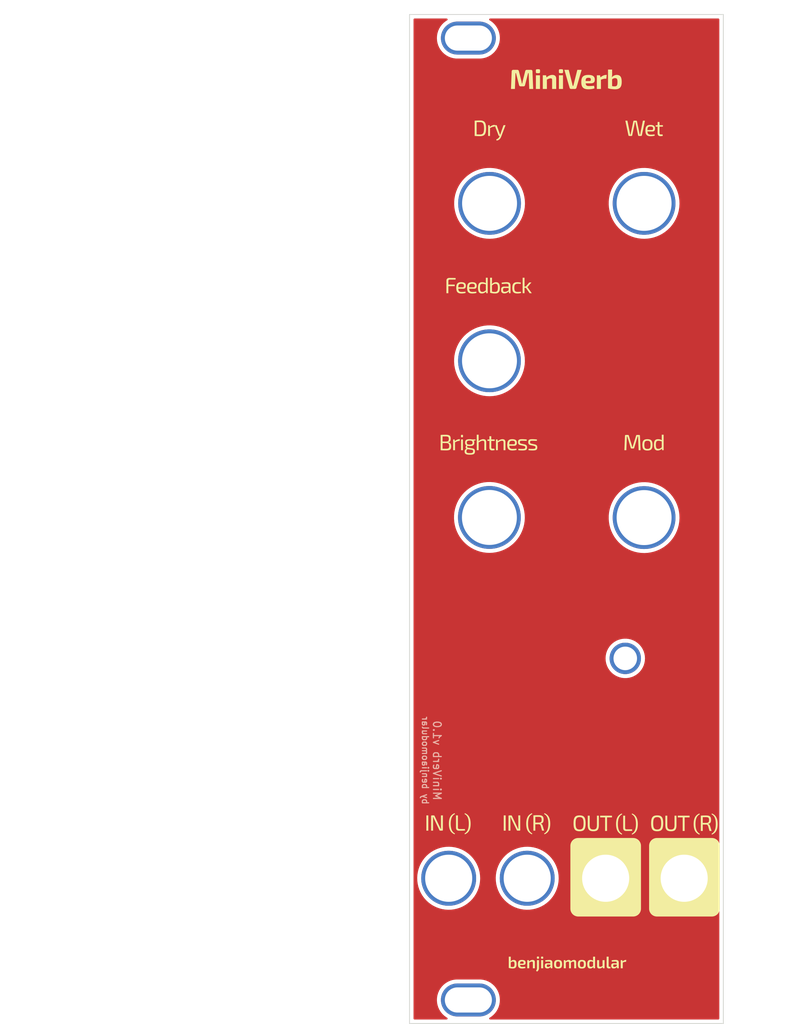
<source format=kicad_pcb>
(kicad_pcb (version 20211014) (generator pcbnew)
  (layers (0 "F.Cu" signal) (31 "B.Cu" signal) (34 "B.Paste" user) (35 "F.Paste" user) (36 "B.SilkS" user "B.Silkscreen") (37 "F.SilkS" user "F.Silkscreen") (38 "B.Mask" user) (39 "F.Mask" user) (44 "Edge.Cuts" user))
  (net 0 "")
  (footprint "benjiaomodular:Panel_8HP" (layer "F.Cu") (at 120 32.001088)
    (fp_text reference "REF**")
    (fp_text value "Panel_8HP")
    (pad "" thru_hole oval locked (at 7.5 125.5) (size 7 4.2) (drill oval 6 3.2) (layers *.Cu *.Mask))
    (pad "" thru_hole oval locked (at 7.5 3) (size 7 4.2) (drill oval 6 3.2) (layers *.Cu *.Mask))
  )
  (footprint "benjiaomodular:PanelHole_Potentiometer_RV09" (layer "F.Cu") (at 147.4 103.57 90)
    (fp_text reference "REF**" hide)
    (fp_text value "PanelHole_Potentiometer_RV09" hide)
    (pad "" thru_hole circle locked (at 7.5 2.5 180) (size 8 8) (drill 7) (layers *.Cu *.Mask))
  )
  (footprint "benjiaomodular:PanelHole_Potentiometer_RV09" (layer "F.Cu") (at 127.69 83.6 90)
    (fp_text reference "REF**" hide)
    (fp_text value "PanelHole_Potentiometer_RV09" hide)
    (pad "" thru_hole circle locked (at 7.5 2.5 180) (size 8 8) (drill 7) (layers *.Cu *.Mask))
  )
  (footprint "benjiaomodular:PanelHole_AudioJack_3.5mm" (layer "F.Cu") (at 124.99 135.5)
    (fp_text reference "REF**")
    (fp_text value "PanelHole_AudioJack_3.5mm")
    (pad "" thru_hole circle locked (at 0 6.5 180) (size 7 7) (drill 6) (layers *.Cu *.Mask))
  )
  (footprint "benjiaomodular:PanelHole_Potentiometer_RV09" (layer "F.Cu") (at 127.68 103.55 90)
    (fp_text reference "REF**" hide)
    (fp_text value "PanelHole_Potentiometer_RV09" hide)
    (pad "" thru_hole circle locked (at 7.5 2.5 180) (size 8 8) (drill 7) (layers *.Cu *.Mask))
  )
  (footprint "benjiaomodular:PanelHole_Potentiometer_RV09" (layer "F.Cu") (at 147.4 63.55 90)
    (fp_text reference "REF**" hide)
    (fp_text value "PanelHole_Potentiometer_RV09" hide)
    (pad "" thru_hole circle locked (at 7.5 2.5 180) (size 8 8) (drill 7) (layers *.Cu *.Mask))
  )
  (footprint "benjiaomodular:PanelHole_Potentiometer_RV09" (layer "F.Cu") (at 127.7 63.55 90)
    (fp_text reference "REF**" hide)
    (fp_text value "PanelHole_Potentiometer_RV09" hide)
    (pad "" thru_hole circle locked (at 7.5 2.5 180) (size 8 8) (drill 7) (layers *.Cu *.Mask))
  )
  (footprint "benjiaomodular:PanelHole_AudioJack_3.5mm" (layer "F.Cu") (at 145 135.5)
    (fp_text reference "REF**")
    (fp_text value "PanelHole_AudioJack_3.5mm")
    (pad "" thru_hole circle locked (at 0 6.5 180) (size 7 7) (drill 6) (layers *.Cu *.Mask))
  )
  (footprint "benjiaomodular:PanelHole_AudioJack_3.5mm" (layer "F.Cu") (at 135 135.5)
    (fp_text reference "REF**")
    (fp_text value "PanelHole_AudioJack_3.5mm")
    (pad "" thru_hole circle locked (at 0 6.5 180) (size 7 7) (drill 6) (layers *.Cu *.Mask))
  )
  (footprint "benjiaomodular:PanelHole_AudioJack_3.5mm" (layer "F.Cu") (at 155.01 135.5)
    (fp_text reference "REF**")
    (fp_text value "PanelHole_AudioJack_3.5mm")
    (pad "" thru_hole circle locked (at 0 6.5 180) (size 7 7) (drill 6) (layers *.Cu *.Mask))
  )
  (gr_poly (pts (xy 145.38011 151.985281) (xy 145.378043 153.153684) (xy 145.378178 153.160988) (xy 145.378582 153.168074) (xy 145.379255 153.174945) (xy 145.380197 153.181599) (xy 145.381405 153.188038) (xy 145.38288 153.19426) (xy 145.384622 153.200266) (xy 145.386628 153.206057) (xy 145.388899 153.211633) (xy 145.391435 153.216992) (xy 145.394233 153.222137) (xy 145.397294 153.227066) (xy 145.400616 153.231781) (xy 145.4042 153.23628) (xy 145.408044 153.240564) (xy 145.412148 153.244634) (xy 145.416495 153.248218) (xy 145.42107 153.251567) (xy 145.425871 153.254682) (xy 145.430901 153.257564) (xy 145.43616 153.260212) (xy 145.441649 153.262628) (xy 145.447368 153.264812) (xy 145.453317 153.266764) (xy 145.459498 153.268485) (xy 145.465911 153.269975) (xy 145.472557 153.271235) (xy 145.479437 153.272264) (xy 145.48655 153.273064) (xy 145.493898 153.273635) (xy 145.501481 153.273977) (xy 145.509301 153.274091) (xy 145.600251 153.274091) (xy 145.630223 153.453924) (xy 145.624105 153.456541) (xy 145.617391 153.459095) (xy 145.610081 153.461583) (xy 145.602175 153.464007) (xy 145.593673 153.466365) (xy 145.584575 153.468658) (xy 145.574883 153.470884) (xy 145.564595 153.473043) (xy 145.55447 153.474972) (xy 145.544208 153.476748) (xy 145.53381 153.478366) (xy 145.523277 153.479821) (xy 145.512613 153.481107) (xy 145.501818 153.482217) (xy 145.490895 153.483148) (xy 145.479846 153.483892) (xy 145.469436 153.484815) (xy 145.45937 153.485585) (xy 145.449643 153.486212) (xy 145.440251 153.486706) (xy 145.43119 153.487074) (xy 145.422455 153.487325) (xy 145.414043 153.48747) (xy 145.405947 153.487516) (xy 145.390011 153.487244) (xy 145.37448 153.486429) (xy 145.359357 153.485071) (xy 145.344641 153.483168) (xy 145.330335 153.48072) (xy 145.31644 153.477728) (xy 145.302955 153.47419) (xy 145.289883 153.470107) (xy 145.277224 153.465477) (xy 145.26498 153.460302) (xy 145.253151 153.454579) (xy 145.241739 153.44831) (xy 145.230744 153.441493) (xy 145.220168 153.434128) (xy 145.210012 153.426215) (xy 145.200276 153.417753) (xy 145.191051 153.408787) (xy 145.182427 153.399343) (xy 145.174402 153.38942) (xy 145.166975 153.379017) (xy 145.160147 153.368135) (xy 145.153916 153.356773) (xy 145.148282 153.344931) (xy 145.143244 153.332609) (xy 145.138801 153.319807) (xy 145.134953 153.306524) (xy 145.131699 153.292761) (xy 145.129038 153.278516) (xy 145.126969 153.263791) (xy 145.125492 153.248584) (xy 145.124607 153.232896) (xy 145.124312 153.216726) (xy 145.124312 151.984762)) (layer "F.SilkS") (width 0) (fill solid))
  (gr_poly (pts (xy 155.697819 134.25044) (xy 155.068398 134.25044) (xy 155.068398 135.977461) (xy 154.819836 135.977461) (xy 154.819836 134.25044) (xy 154.193516 134.25044) (xy 154.193516 134.030294) (xy 155.697819 134.030294)) (layer "F.SilkS") (width 0) (fill solid))
  (gr_poly (pts (xy 145.805914 134.25044) (xy 145.176497 134.25044) (xy 145.176497 135.977461) (xy 144.927933 135.977461) (xy 144.927933 134.25044) (xy 144.301615 134.25044) (xy 144.301615 134.030294) (xy 145.805914 134.030294)) (layer "F.SilkS") (width 0) (fill solid))
  (gr_poly (pts (xy 151.86188 46.09304) (xy 152.29958 46.09304) (xy 152.29958 46.282177) (xy 151.86188 46.282177) (xy 151.86188 47.089364) (xy 151.862046 47.10149) (xy 151.862544 47.113175) (xy 151.863374 47.124419) (xy 151.864535 47.13522) (xy 151.866028 47.145581) (xy 151.867852 47.1555) (xy 151.870007 47.164978) (xy 151.872493 47.174015) (xy 151.875309 47.18261) (xy 151.878455 47.190765) (xy 151.881931 47.198479) (xy 151.885737 47.205753) (xy 151.889873 47.212585) (xy 151.894338 47.218978) (xy 151.899132 47.224929) (xy 151.904256 47.230441) (xy 151.909778 47.235567) (xy 151.915768 47.240364) (xy 151.922227 47.24483) (xy 151.929152 47.248967) (xy 151.936544 47.252773) (xy 151.944402 47.256249) (xy 151.952725 47.259395) (xy 151.961511 47.26221) (xy 151.970762 47.264695) (xy 151.980475 47.266848) (xy 151.99065 47.268671) (xy 152.001287 47.270163) (xy 152.012384 47.271323) (xy 152.023941 47.272152) (xy 152.035957 47.27265) (xy 152.048432 47.272815) (xy 152.257207 47.272815) (xy 152.28563 47.456267) (xy 152.274089 47.459041) (xy 152.262076 47.461718) (xy 152.249603 47.464301) (xy 152.236681 47.466793) (xy 152.22332 47.469197) (xy 152.209532 47.471515) (xy 152.180722 47.475904) (xy 152.165963 47.477944) (xy 152.151327 47.479811) (xy 152.136804 47.481503) (xy 152.122382 47.483019) (xy 152.108051 47.484356) (xy 152.093798 47.485512) (xy 152.079614 47.486485) (xy 152.065487 47.487273) (xy 152.038672 47.489732) (xy 152.026308 47.490708) (xy 152.014644 47.491511) (xy 152.003684 47.49214) (xy 151.99343 47.492592) (xy 151.983886 47.492864) (xy 151.975054 47.492956) (xy 151.953854 47.492579) (xy 151.933291 47.49145) (xy 151.913368 47.489568) (xy 151.894083 47.486934) (xy 151.875436 47.483548) (xy 151.857429 47.479412) (xy 151.840061 47.474524) (xy 151.823333 47.468887) (xy 151.807243 47.4625) (xy 151.791794 47.455364) (xy 151.776984 47.447479) (xy 151.762814 47.438845) (xy 151.749284 47.429464) (xy 151.736395 47.419335) (xy 151.724145 47.40846) (xy 151.712536 47.396838) (xy 151.701601 47.384514) (xy 151.691367 47.37153) (xy 151.681837 47.357887) (xy 151.67301 47.343584) (xy 151.664887 47.328621) (xy 151.657469 47.312998) (xy 151.650755 47.296713) (xy 151.644746 47.279768) (xy 151.639442 47.262161) (xy 151.634844 47.243893) (xy 151.630953 47.224962) (xy 151.627768 47.20537) (xy 151.62529 47.185114) (xy 151.62352 47.164196) (xy 151.622458 47.142614) (xy 151.622103 47.120369) (xy 151.622103 46.282178) (xy 151.374056 46.282178) (xy 151.374056 46.107511) (xy 151.622103 46.094075) (xy 151.622103 45.686865) (xy 151.86188 45.686864)) (layer "F.SilkS") (width 0) (fill solid))
  (gr_poly (pts (xy 152.858197 135.232809) (xy 152.85886 135.283687) (xy 152.86085 135.331903) (xy 152.864164 135.377463) (xy 152.866318 135.399248) (xy 152.868802 135.420372) (xy 152.871617 135.440834) (xy 152.874763 135.460635) (xy 152.878239 135.479776) (xy 152.882045 135.498257) (xy 152.886182 135.51608) (xy 152.890648 135.533245) (xy 152.895444 135.549752) (xy 152.900571 135.565603) (xy 152.906436 135.580508) (xy 152.912742 135.594889) (xy 152.91949 135.608745) (xy 152.926678 135.622075) (xy 152.934308 135.634878) (xy 152.942379 135.647154) (xy 152.95089 135.658902) (xy 152.959842 135.670122) (xy 152.969236 135.680813) (xy 152.97907 135.690974) (xy 152.989344 135.700606) (xy 153.00006 135.709706) (xy 153.011216 135.718276) (xy 153.022813 135.726313) (xy 153.034851 135.733818) (xy 153.04733 135.740789) (xy 153.060293 135.746939) (xy 153.073782 135.752688) (xy 153.087797 135.758038) (xy 153.10234 135.762989) (xy 153.11741 135.76754) (xy 153.133008 135.771694) (xy 153.149135 135.775449) (xy 153.16579 135.778807) (xy 153.182974 135.781769) (xy 153.200688 135.784334) (xy 153.218931 135.786503) (xy 153.237706 135.788276) (xy 153.257011 135.789655) (xy 153.276847 135.790639) (xy 153.318116 135.791425) (xy 153.339008 135.791229) (xy 153.359351 135.790638) (xy 153.379145 135.789654) (xy 153.398388 135.788275) (xy 153.417081 135.786501) (xy 153.435223 135.784332) (xy 153.452815 135.781766) (xy 153.469855 135.778805) (xy 153.486345 135.775446) (xy 153.502283 135.77169) (xy 153.517669 135.767537) (xy 153.532503 135.762985) (xy 153.546785 135.758035) (xy 153.560515 135.752686) (xy 153.573692 135.746938) (xy 153.586316 135.740789) (xy 153.598795 135.73382) (xy 153.610834 135.726318) (xy 153.622432 135.718284) (xy 153.633589 135.709717) (xy 153.644305 135.700619) (xy 153.65458 135.690989) (xy 153.664414 135.680829) (xy 153.673808 135.670139) (xy 153.68276 135.658919) (xy 153.691271 135.647171) (xy 153.699342 135.634894) (xy 153.706971 135.62209) (xy 153.714159 135.608758) (xy 153.720907 135.594899) (xy 153.727213 135.580514) (xy 153.733079 135.565603) (xy 153.73855 135.549752) (xy 153.743675 135.533245) (xy 153.748453 135.51608) (xy 153.752883 135.498257) (xy 153.760694 135.460635) (xy 153.767102 135.420372) (xy 153.772099 135.377463) (xy 153.775678 135.331903) (xy 153.777831 135.283687) (xy 153.77855 135.232809) (xy 153.77855 134.030294) (xy 154.026597 134.030294) (xy 154.026597 135.232809) (xy 154.026332 135.267655) (xy 154.02554 135.301639) (xy 154.024219 135.33476) (xy 154.022369 135.367019) (xy 154.019991 135.398417) (xy 154.017083 135.428954) (xy 154.013647 135.458629) (xy 154.009682 135.487445) (xy 154.005187 135.5154) (xy 154.000164 135.542496) (xy 153.994611 135.568732) (xy 153.988528 135.59411) (xy 153.981916 135.618629) (xy 153.974774 135.64229) (xy 153.967103 135.665094) (xy 153.958901 135.68704) (xy 153.950105 135.708195) (xy 153.940647 135.728622) (xy 153.930527 135.748321) (xy 153.919746 135.767292) (xy 153.908302 135.785536) (xy 153.896197 135.803051) (xy 153.88343 135.819839) (xy 153.870002 135.835899) (xy 153.855912 135.851232) (xy 153.84116 135.865837) (xy 153.825748 135.879714) (xy 153.809673 135.892864) (xy 153.792937 135.905287) (xy 153.77554 135.916983) (xy 153.757482 135.927951) (xy 153.738763 135.938192) (xy 153.719304 135.947417) (xy 153.699028 135.956042) (xy 153.677936 135.964067) (xy 153.656028 135.971494) (xy 153.633302 135.978321) (xy 153.609761 135.984552) (xy 153.585404 135.990185) (xy 153.56023 135.995223) (xy 153.534241 135.999665) (xy 153.507436 136.003512) (xy 153.479816 136.006766) (xy 153.45138 136.009426) (xy 153.42213 136.011494) (xy 153.392064 136.01297) (xy 153.329487 136.01415) (xy 153.297091 136.013855) (xy 153.265519 136.01297) (xy 153.234769 136.011493) (xy 153.20484 136.009425) (xy 153.175732 136.006764) (xy 153.147442 136.00351) (xy 153.119971 135.999662) (xy 153.093316 135.99522) (xy 153.067477 135.990182) (xy 153.042453 135.984548) (xy 153.018243 135.978318) (xy 152.994845 135.97149) (xy 152.972258 135.964065) (xy 152.950482 135.95604) (xy 152.929515 135.947416) (xy 152.909356 135.938192) (xy 152.889938 135.927954) (xy 152.871198 135.916988) (xy 152.853135 135.905295) (xy 152.835751 135.892874) (xy 152.819047 135.879725) (xy 152.803023 135.865849) (xy 152.787681 135.851245) (xy 152.773021 135.835913) (xy 152.759045 135.819853) (xy 152.745753 135.803065) (xy 152.733146 135.785549) (xy 152.721226 135.767304) (xy 152.709993 135.748331) (xy 152.699449 135.728629) (xy 152.689593 135.708199) (xy 152.680428 135.68704) (xy 152.671886 135.665092) (xy 152.663901 135.642288) (xy 152.656472 135.618626) (xy 152.649599 135.594106) (xy 152.643281 135.568727) (xy 152.637517 135.54249) (xy 152.632306 135.515394) (xy 152.627647 135.487439) (xy 152.619982 135.428948) (xy 152.614515 135.367015) (xy 152.61124 135.301636) (xy 152.61015 135.232809) (xy 152.61015 134.030294) (xy 152.858197 134.030294)) (layer "F.SilkS") (width 0) (fill solid))
  (gr_poly (pts (xy 141.990901 152.402003) (xy 142.013784 152.402633) (xy 142.036048 152.403682) (xy 142.057695 152.405149) (xy 142.078726 152.407034) (xy 142.099141 152.409334) (xy 142.118943 152.41205) (xy 142.138131 152.41518) (xy 142.156708 152.418723) (xy 142.174674 152.422679) (xy 142.19203 152.427045) (xy 142.208778 152.431822) (xy 142.224918 152.437009) (xy 142.240452 152.442604) (xy 142.255381 152.448606) (xy 142.269705 152.455015) (xy 142.28374 152.461894) (xy 142.297269 152.469303) (xy 142.31029 152.477243) (xy 142.322804 152.485713) (xy 142.334808 152.494713) (xy 142.346303 152.504244) (xy 142.357287 152.514304) (xy 142.367759 152.524894) (xy 142.377718 152.536012) (xy 142.387164 152.547661) (xy 142.396095 152.559838) (xy 142.404511 152.572544) (xy 142.412411 152.585779) (xy 142.419794 152.599542) (xy 142.426658 152.613833) (xy 142.433003 152.628652) (xy 142.439153 152.644036) (xy 142.444903 152.660027) (xy 142.450253 152.676625) (xy 142.455203 152.693831) (xy 142.459756 152.711646) (xy 142.463909 152.730072) (xy 142.467665 152.749107) (xy 142.471024 152.768754) (xy 142.476551 152.809883) (xy 142.480495 152.853465) (xy 142.482858 152.899506) (xy 142.483645 152.948011) (xy 142.483448 152.972579) (xy 142.482858 152.996541) (xy 142.481874 153.019895) (xy 142.480495 153.042641) (xy 142.478721 153.064779) (xy 142.476551 153.086307) (xy 142.473986 153.107224) (xy 142.471024 153.127531) (xy 142.467665 153.147225) (xy 142.463909 153.166307) (xy 142.459756 153.184776) (xy 142.455203 153.20263) (xy 142.450253 153.219869) (xy 142.444903 153.236493) (xy 142.439153 153.252499) (xy 142.433003 153.267889) (xy 142.426658 153.282459) (xy 142.419794 153.296533) (xy 142.412412 153.310113) (xy 142.404512 153.323198) (xy 142.396097 153.335787) (xy 142.387165 153.34788) (xy 142.377719 153.359478) (xy 142.36776 153.370579) (xy 142.357288 153.381185) (xy 142.346304 153.391294) (xy 142.334809 153.400907) (xy 142.322805 153.410023) (xy 142.310291 153.418643) (xy 142.297269 153.426765) (xy 142.283741 153.43439) (xy 142.269705 153.441518) (xy 142.255381 153.447923) (xy 142.240452 153.45391) (xy 142.224918 153.45948) (xy 142.208778 153.464634) (xy 142.19203 153.469373) (xy 142.174674 153.473697) (xy 142.156708 153.477606) (xy 142.138131 153.481101) (xy 142.118943 153.484183) (xy 142.099141 153.486852) (xy 142.078726 153.489108) (xy 142.057695 153.490954) (xy 142.013784 153.493412) (xy 141.967398 153.49423) (xy 141.944394 153.494026) (xy 141.921948 153.493412) (xy 141.900061 153.492388) (xy 141.878733 153.490954) (xy 141.857966 153.489108) (xy 141.837759 153.486852) (xy 141.818113 153.484183) (xy 141.799028 153.481101) (xy 141.780507 153.477606) (xy 141.762547 153.473697) (xy 141.745151 153.469373) (xy 141.72832 153.464634) (xy 141.712052 153.45948) (xy 141.69635 153.45391) (xy 141.681213 153.447923) (xy 141.666642 153.441518) (xy 141.652861 153.434394) (xy 141.639564 153.426773) (xy 141.62675 153.418653) (xy 141.614419 153.410036) (xy 141.602569 153.400922) (xy 141.591201 153.39131) (xy 141.580314 153.381202) (xy 141.569906 153.370597) (xy 141.559979 153.359495) (xy 141.55053 153.347896) (xy 141.541559 153.335801) (xy 141.533067 153.323211) (xy 141.525051 153.310124) (xy 141.517512 153.296541) (xy 141.510449 153.282463) (xy 141.503861 153.267889) (xy 141.497705 153.252499) (xy 141.491939 153.236493) (xy 141.486564 153.219869) (xy 141.48158 153.20263) (xy 141.476988 153.184776) (xy 141.472791 153.166307) (xy 141.468988 153.147225) (xy 141.465581 153.127531) (xy 141.459958 153.086307) (xy 141.455932 153.042641) (xy 141.45351 152.996541) (xy 141.4527 152.948011) (xy 141.719351 152.948011) (xy 141.719714 152.981457) (xy 141.720803 153.012994) (xy 141.722618 153.042621) (xy 141.725159 153.070332) (xy 141.728428 153.096125) (xy 141.730336 153.108301) (xy 141.732426 153.119995) (xy 141.734697 153.131209) (xy 141.737151 153.14194) (xy 141.739787 153.152189) (xy 141.742606 153.161955) (xy 141.745634 153.1713) (xy 141.748901 153.180283) (xy 141.752403 153.188904) (xy 141.756142 153.197162) (xy 141.760115 153.205058) (xy 141.764322 153.212591) (xy 141.768763 153.21976) (xy 141.773436 153.226566) (xy 141.778341 153.233008) (xy 141.783476 153.239086) (xy 141.788841 153.244799) (xy 141.794436 153.250148) (xy 141.800258 153.255131) (xy 141.806308 153.259749) (xy 141.812584 153.264002) (xy 141.819087 153.267889) (xy 141.826116 153.271472) (xy 141.833446 153.274821) (xy 141.841076 153.277936) (xy 141.849006 153.280818) (xy 141.857235 153.283467) (xy 141.865763 153.285883) (xy 141.87459 153.288067) (xy 141.883715 153.290019) (xy 141.893138 153.29174) (xy 141.902858 153.29323) (xy 141.912875 153.294489) (xy 141.923189 153.295519) (xy 141.933798 153.296319) (xy 141.944703 153.29689) (xy 141.955903 153.297232) (xy 141.967398 153.297346) (xy 141.979143 153.297232) (xy 141.990564 153.29689) (xy 142.001664 153.296319) (xy 142.012443 153.295519) (xy 142.022904 153.294489) (xy 142.033046 153.29323) (xy 142.042872 153.29174) (xy 142.052382 153.290019) (xy 142.061579 153.288067) (xy 142.070462 153.285883) (xy 142.079034 153.283467) (xy 142.087295 153.280818) (xy 142.095247 153.277936) (xy 142.102891 153.274821) (xy 142.110229 153.271472) (xy 142.117261 153.267889) (xy 142.12401 153.264005) (xy 142.130501 153.259755) (xy 142.136732 153.255138) (xy 142.142703 153.250156) (xy 142.148412 153.244809) (xy 142.15386 153.239097) (xy 142.159044 153.233019) (xy 142.163965 153.226578) (xy 142.168622 153.219771) (xy 142.173013 153.212601) (xy 142.177138 153.205068) (xy 142.180996 153.197171) (xy 142.184586 153.188911) (xy 142.187907 153.180288) (xy 142.19096 153.171302) (xy 142.193741 153.161955) (xy 142.199196 153.14194) (xy 142.203922 153.119995) (xy 142.207919 153.096125) (xy 142.211188 153.070332) (xy 142.21373 153.042621) (xy 142.215545 153.012994) (xy 142.216633 152.981457) (xy 142.216996 152.948011) (xy 142.216633 152.91459) (xy 142.215545 152.883112) (xy 142.21373 152.853569) (xy 142.211188 152.825952) (xy 142.207919 152.800254) (xy 142.206011 152.788122) (xy 142.203922 152.776466) (xy 142.20165 152.765285) (xy 142.199196 152.754579) (xy 142.19656 152.744347) (xy 142.193741 152.734586) (xy 142.19096 152.725242) (xy 142.187907 152.716258) (xy 142.184586 152.707637) (xy 142.180996 152.699379) (xy 142.177138 152.691483) (xy 142.173013 152.68395) (xy 142.168622 152.676781) (xy 142.163965 152.669975) (xy 142.159044 152.663533) (xy 142.15386 152.657455) (xy 142.148412 152.651742) (xy 142.142703 152.646393) (xy 142.136732 152.64141) (xy 142.130501 152.636791) (xy 142.12401 152.632539) (xy 142.117261 152.628652) (xy 142.11023 152.6248) (xy 142.102893 152.62119) (xy 142.095249 152.617825) (xy 142.087298 152.614704) (xy 142.079037 152.611829) (xy 142.070466 152.6092) (xy 142.061582 152.606817) (xy 142.052386 152.604683) (xy 142.042875 152.602796) (xy 142.033049 152.601159) (xy 142.022907 152.599772) (xy 142.012446 152.598635) (xy 142.001666 152.59775) (xy 141.990565 152.597116) (xy 141.979143 152.596736) (xy 141.967398 152.596609) (xy 141.955904 152.596736) (xy 141.944705 152.597116) (xy 141.9338 152.59775) (xy 141.923191 152.598635) (xy 141.912878 152.599772) (xy 141.902862 152.601159) (xy 141.893142 152.602796) (xy 141.883719 152.604683) (xy 141.874594 152.606817) (xy 141.865766 152.6092) (xy 141.857238 152.611829) (xy 141.849008 152.614704) (xy 141.841077 152.617825) (xy 141.833447 152.62119) (xy 141.826116 152.6248) (xy 141.819087 152.628652) (xy 141.812584 152.632535) (xy 141.806308 152.636784) (xy 141.800258 152.6414) (xy 141.794436 152.646381) (xy 141.788841 152.651729) (xy 141.783476 152.657441) (xy 141.778341 152.663519) (xy 141.773436 152.669961) (xy 141.768763 152.676767) (xy 141.764322 152.683938) (xy 141.760115 152.691472) (xy 141.756142 152.699369) (xy 141.752403 152.70763) (xy 141.748901 152.716253) (xy 141.745634 152.725239) (xy 141.742606 152.734586) (xy 141.737151 152.754579) (xy 141.732426 152.776466) (xy 141.728428 152.800254) (xy 141.725159 152.825952) (xy 141.722618 152.853569) (xy 141.720803 152.883112) (xy 141.719714 152.91459) (xy 141.719351 152.948011) (xy 141.4527 152.948011) (xy 141.452903 152.92345) (xy 141.45351 152.899506) (xy 141.454519 152.876178) (xy 141.455932 152.853465) (xy 141.457745 152.831367) (xy 141.459958 152.809883) (xy 141.46257 152.789012) (xy 141.465581 152.768754) (xy 141.468988 152.749107) (xy 141.472791 152.730072) (xy 141.476988 152.711646) (xy 141.48158 152.693831) (xy 141.486564 152.676625) (xy 141.491939 152.660027) (xy 141.497705 152.644036) (xy 141.503861 152.628652) (xy 141.510448 152.613834) (xy 141.517511 152.599544) (xy 141.52505 152.585782) (xy 141.533065 152.572548) (xy 141.541558 152.559843) (xy 141.550528 152.547666) (xy 141.559977 152.536018) (xy 141.569905 152.524899) (xy 141.580312 152.514309) (xy 141.5912 152.504249) (xy 141.602568 152.494718) (xy 141.614418 152.485717) (xy 141.62675 152.477246) (xy 141.639564 152.469305) (xy 141.652861 152.461895) (xy 141.666642 152.455015) (xy 141.681213 152.448606) (xy 141.69635 152.442604) (xy 141.712052 152.437009) (xy 141.72832 152.431822) (xy 141.745151 152.427045) (xy 141.762547 152.422679) (xy 141.780507 152.418723) (xy 141.799028 152.41518) (xy 141.818113 152.41205) (xy 141.837759 152.409334) (xy 141.857966 152.407034) (xy 141.878733 152.405149) (xy 141.900061 152.403682) (xy 141.921948 152.402633) (xy 141.967398 152.401792)) (layer "F.SilkS") (width 0) (fill solid))
  (gr_poly (pts (xy 139.426199 38.970633) (xy 139.435444 38.971097) (xy 139.444385 38.971871) (xy 139.453022 38.972954) (xy 139.461355 38.974347) (xy 139.469384 38.97605) (xy 139.477109 38.978062) (xy 139.48453 38.980384) (xy 139.491647 38.983016) (xy 139.498461 38.985957) (xy 139.504971 38.989209) (xy 139.511178 38.99277) (xy 139.517081 38.996641) (xy 139.522681 39.000822) (xy 139.527977 39.005313) (xy 139.53297 39.010114) (xy 139.53766 39.015225) (xy 139.542047 39.020646) (xy 139.546131 39.026378) (xy 139.549912 39.032419) (xy 139.55339 39.038771) (xy 139.556565 39.045433) (xy 139.559438 39.052405) (xy 139.562008 39.059688) (xy 139.564275 39.067281) (xy 139.56624 39.075184) (xy 139.567902 39.083398) (xy 139.569262 39.091922) (xy 139.570319 39.100757) (xy 139.571075 39.109902) (xy 139.571679 39.129125) (xy 139.571679 39.316194) (xy 139.571528 39.32596) (xy 139.571075 39.335416) (xy 139.570319 39.344561) (xy 139.569262 39.353396) (xy 139.567902 39.361921) (xy 139.56624 39.370134) (xy 139.564275 39.378038) (xy 139.562008 39.385631) (xy 139.559438 39.392913) (xy 139.556565 39.399886) (xy 139.55339 39.406548) (xy 139.549912 39.412899) (xy 139.546131 39.418941) (xy 139.542047 39.424672) (xy 139.53766 39.430093) (xy 139.53297 39.435204) (xy 139.527977 39.440006) (xy 139.522681 39.444497) (xy 139.517081 39.448678) (xy 139.511178 39.452549) (xy 139.504971 39.45611) (xy 139.498461 39.459361) (xy 139.491647 39.462303) (xy 139.48453 39.464935) (xy 139.477109 39.467257) (xy 139.469384 39.469269) (xy 139.461355 39.470971) (xy 139.453022 39.472364) (xy 139.444385 39.473448) (xy 139.435444 39.474221) (xy 139.426199 39.474686) (xy 139.416649 39.47484) (xy 139.190823 39.47484) (xy 139.181272 39.474686) (xy 139.172023 39.474221) (xy 139.163075 39.473448) (xy 139.154429 39.472364) (xy 139.146085 39.470971) (xy 139.138042 39.469269) (xy 139.130301 39.467257) (xy 139.122863 39.464935) (xy 139.115727 39.462303) (xy 139.108893 39.459361) (xy 139.102361 39.45611) (xy 139.096132 39.452549) (xy 139.090206 39.448678) (xy 139.084583 39.444497) (xy 139.079262 39.440006) (xy 139.074245 39.435204) (xy 139.06953 39.430093) (xy 139.065119 39.424672) (xy 139.061012 39.418941) (xy 139.057208 39.412899) (xy 139.053707 39.406548) (xy 139.050511 39.399886) (xy 139.047618 39.392913) (xy 139.045029 39.385631) (xy 139.042744 39.378038) (xy 139.040764 39.370134) (xy 139.039088 39.361921) (xy 139.037716 39.353396) (xy 139.036649 39.344561) (xy 139.035887 39.335416) (xy 139.035277 39.316194) (xy 139.035277 39.129125) (xy 139.035429 39.119358) (xy 139.035887 39.109902) (xy 139.036649 39.100757) (xy 139.037716 39.091922) (xy 139.039088 39.083398) (xy 139.040764 39.075184) (xy 139.042744 39.067281) (xy 139.045029 39.059688) (xy 139.047618 39.052405) (xy 139.050511 39.045433) (xy 139.053707 39.038771) (xy 139.057208 39.032419) (xy 139.061012 39.026378) (xy 139.065119 39.020646) (xy 139.06953 39.015225) (xy 139.074245 39.010114) (xy 139.079262 39.005313) (xy 139.084583 39.000822) (xy 139.090206 38.996641) (xy 139.096132 38.99277) (xy 139.102361 38.989209) (xy 139.108893 38.985957) (xy 139.115727 38.983016) (xy 139.122863 38.980384) (xy 139.130301 38.978062) (xy 139.138042 38.97605) (xy 139.146085 38.974347) (xy 139.154429 38.972954) (xy 139.163075 38.971871) (xy 139.172023 38.971097) (xy 139.181272 38.970633) (xy 139.190823 38.970478) (xy 139.416649 38.970478)) (layer "F.SilkS") (width 0) (fill solid))
  (gr_poly (pts (xy 125.142817 65.545769) (xy 125.211124 65.546399) (xy 125.348774 65.548643) (xy 125.486422 65.549271) (xy 125.554729 65.550094) (xy 125.622659 65.55129) (xy 125.689649 65.553189) (xy 125.755187 65.556127) (xy 125.819315 65.560133) (xy 125.882075 65.565233) (xy 125.868123 65.757467) (xy 125.137419 65.757467) (xy 125.125276 65.757641) (xy 125.113547 65.758164) (xy 125.102233 65.759036) (xy 125.091335 65.760258) (xy 125.080854 65.76183) (xy 125.07079 65.763754) (xy 125.061143 65.766029) (xy 125.051915 65.768656) (xy 125.043106 65.771636) (xy 125.034718 65.77497) (xy 125.026749 65.778657) (xy 125.019202 65.7827) (xy 125.012077 65.787097) (xy 125.005375 65.79185) (xy 124.999096 65.79696) (xy 124.993241 65.802427) (xy 124.987782 65.807939) (xy 124.982677 65.81389) (xy 124.977927 65.820283) (xy 124.973532 65.827115) (xy 124.96949 65.834388) (xy 124.965803 65.842102) (xy 124.962468 65.850257) (xy 124.959487 65.858853) (xy 124.956857 65.867889) (xy 124.95458 65.877367) (xy 124.952654 65.887286) (xy 124.951079 65.897646) (xy 124.949855 65.908448) (xy 124.948981 65.919691) (xy 124.948457 65.931376) (xy 124.948283 65.943502) (xy 124.948283 66.395155) (xy 125.760636 66.395155) (xy 125.760636 66.595659) (xy 124.948283 66.595659) (xy 124.948283 67.495863) (xy 124.69972 67.495863) (xy 124.69972 65.895448) (xy 124.700119 65.874932) (xy 124.701316 65.855011) (xy 124.70331 65.835685) (xy 124.706101 65.816954) (xy 124.709688 65.798819) (xy 124.714071 65.781278) (xy 124.719249 65.764333) (xy 124.725221 65.747984) (xy 124.731986 65.732229) (xy 124.739545 65.71707) (xy 124.747897 65.702506) (xy 124.75704 65.688537) (xy 124.766975 65.675164) (xy 124.777701 65.662386) (xy 124.789217 65.650204) (xy 124.801522 65.638616) (xy 124.814493 65.62734) (xy 124.828008 65.616793) (xy 124.842066 65.606977) (xy 124.856671 65.597889) (xy 124.871822 65.58953) (xy 124.88752 65.5819) (xy 124.903768 65.574998) (xy 124.920566 65.568824) (xy 124.937915 65.563378) (xy 124.955817 65.558659) (xy 124.974272 65.554667) (xy 124.993281 65.551402) (xy 125.012847 65.548862) (xy 125.03297 65.547049) (xy 125.05365 65.545961) (xy 125.07489 65.545599) (xy 125.074889 65.545545)) (layer "F.SilkS") (width 0) (fill solid))
  (gr_poly (pts (xy 133.749189 39.048665) (xy 133.759334 39.049506) (xy 133.769216 39.050683) (xy 133.778834 39.052196) (xy 133.78819 39.054046) (xy 133.797283 39.056232) (xy 133.806112 39.058756) (xy 133.814679 39.061616) (xy 133.822984 39.064813) (xy 133.831026 39.068347) (xy 133.838805 39.072219) (xy 133.846322 39.076427) (xy 133.853577 39.080973) (xy 133.86057 39.085856) (xy 133.867301 39.091077) (xy 133.87377 39.096636) (xy 133.879978 39.102532) (xy 133.885923 39.108766) (xy 133.891608 39.115338) (xy 133.897031 39.122248) (xy 133.902192 39.129496) (xy 133.907093 39.137082) (xy 133.911732 39.145006) (xy 133.916111 39.153269) (xy 133.920229 39.161871) (xy 133.924086 39.17081) (xy 133.927683 39.180089) (xy 133.931019 39.189706) (xy 133.934094 39.199663) (xy 133.939465 39.220592) (xy 134.253658 40.444807) (xy 134.258834 40.466039) (xy 134.263779 40.4874) (xy 134.268498 40.508883) (xy 134.272992 40.530483) (xy 134.281323 40.574006) (xy 134.288798 40.617922) (xy 134.296119 40.660436) (xy 134.303935 40.703341) (xy 134.312193 40.746687) (xy 134.320837 40.790522) (xy 134.366313 40.790522) (xy 134.374957 40.746686) (xy 134.383215 40.70334) (xy 134.391031 40.660436) (xy 134.398351 40.617922) (xy 134.433491 40.441189) (xy 134.744067 39.220592) (xy 134.749024 39.199663) (xy 134.755078 39.180089) (xy 134.758516 39.17081) (xy 134.762229 39.161871) (xy 134.766216 39.153269) (xy 134.770477 39.145006) (xy 134.775014 39.137082) (xy 134.779825 39.129496) (xy 134.784911 39.122248) (xy 134.790272 39.115338) (xy 134.795908 39.108766) (xy 134.801819 39.102532) (xy 134.808006 39.096636) (xy 134.814468 39.091077) (xy 134.821206 39.085856) (xy 134.82822 39.080973) (xy 134.835509 39.076427) (xy 134.843075 39.072219) (xy 134.850916 39.068347) (xy 134.859034 39.064813) (xy 134.867427 39.061616) (xy 134.876098 39.058756) (xy 134.885045 39.056232) (xy 134.894268 39.054046) (xy 134.903768 39.052196) (xy 134.913545 39.050683) (xy 134.93393 39.048665) (xy 134.955424 39.047993) (xy 135.470638 39.047993) (xy 135.482365 39.048185) (xy 135.493732 39.048763) (xy 135.504741 39.049725) (xy 135.51539 39.051073) (xy 135.525681 39.052806) (xy 135.535612 39.054924) (xy 135.545185 39.057428) (xy 135.554399 39.060316) (xy 135.563254 39.063591) (xy 135.571751 39.06725) (xy 135.579889 39.071295) (xy 135.587668 39.075726) (xy 135.595089 39.080542) (xy 135.602151 39.085745) (xy 135.608855 39.091332) (xy 135.615201 39.097306) (xy 135.621188 39.103665) (xy 135.626817 39.110411) (xy 135.632088 39.117542) (xy 135.637001 39.125059) (xy 135.641556 39.132963) (xy 135.645753 39.141252) (xy 135.649592 39.149928) (xy 135.653072 39.15899) (xy 135.656196 39.168438) (xy 135.658961 39.178273) (xy 135.661368 39.188494) (xy 135.663418 39.199101) (xy 135.66511 39.210095) (xy 135.666445 39.221476) (xy 135.668042 39.245397) (xy 135.760026 41.481952) (xy 135.262381 41.481952) (xy 135.181249 39.463988) (xy 135.117688 39.463988) (xy 134.726497 40.981208) (xy 134.721947 41.00171) (xy 134.716236 41.020881) (xy 134.712944 41.029968) (xy 134.709363 41.038723) (xy 134.705491 41.047146) (xy 134.70133 41.055237) (xy 134.696878 41.062996) (xy 134.692136 41.070424) (xy 134.687105 41.07752) (xy 134.681783 41.084284) (xy 134.676172 41.090718) (xy 134.670272 41.09682) (xy 134.664082 41.102592) (xy 134.657602 41.108032) (xy 134.650833 41.113142) (xy 134.643775 41.117922) (xy 134.636428 41.12237) (xy 134.628791 41.126489) (xy 134.620865 41.130277) (xy 134.61265 41.133735) (xy 134.604147 41.136863) (xy 134.595354 41.139662) (xy 134.586273 41.14213) (xy 134.576903 41.144269) (xy 134.557296 41.147559) (xy 134.536537 41.149533) (xy 134.514623 41.15019) (xy 134.176143 41.15019) (xy 134.154201 41.149533) (xy 134.14364 41.14871) (xy 134.133352 41.147559) (xy 134.123339 41.146079) (xy 134.1136 41.144269) (xy 134.104135 41.14213) (xy 134.094944 41.139662) (xy 134.086028 41.136863) (xy 134.077386 41.133735) (xy 134.069019 41.130277) (xy 134.060927 41.126489) (xy 134.05311 41.12237) (xy 134.045569 41.117922) (xy 134.038302 41.113142) (xy 134.031311 41.108032) (xy 134.024596 41.102592) (xy 134.018156 41.09682) (xy 134.011992 41.090718) (xy 134.006105 41.084284) (xy 134.000493 41.07752) (xy 133.995158 41.070424) (xy 133.990099 41.062996) (xy 133.985317 41.055237) (xy 133.980812 41.047146) (xy 133.976583 41.038723) (xy 133.972632 41.029968) (xy 133.968957 41.020881) (xy 133.965561 41.011461) (xy 133.962441 41.00171) (xy 133.959599 40.991625) (xy 133.957035 40.981208) (xy 133.565844 39.463988) (xy 133.5059 39.463988) (xy 133.431486 41.481952) (xy 132.930741 41.481952) (xy 133.022208 39.245397) (xy 133.023831 39.221476) (xy 133.025193 39.210095) (xy 133.026923 39.199101) (xy 133.029019 39.188494) (xy 133.031483 39.178273) (xy 133.034313 39.168438) (xy 133.037509 39.15899) (xy 133.041072 39.149928) (xy 133.045001 39.141252) (xy 133.049297 39.132963) (xy 133.053958 39.125059) (xy 133.058984 39.117542) (xy 133.064376 39.110411) (xy 133.070134 39.103665) (xy 133.076256 39.097306) (xy 133.082744 39.091332) (xy 133.089596 39.085745) (xy 133.096814 39.080542) (xy 133.104395 39.075726) (xy 133.112341 39.071295) (xy 133.120651 39.06725) (xy 133.129326 39.063591) (xy 133.138364 39.060316) (xy 133.147765 39.057428) (xy 133.15753 39.054924) (xy 133.167659 39.052806) (xy 133.178151 39.051073) (xy 133.189005 39.049725) (xy 133.200223 39.048763) (xy 133.211803 39.048185) (xy 133.223746 39.047993) (xy 133.728108 39.047993)) (layer "F.SilkS") (width 0) (fill solid))
  (gr_poly (pts (xy 128.996614 45.494637) (xy 129.04782 45.495446) (xy 129.097008 45.497869) (xy 129.120845 45.499682) (xy 129.144176 45.501895) (xy 129.167001 45.504507) (xy 129.189319 45.507517) (xy 129.21113 45.510924) (xy 129.232434 45.514727) (xy 129.253229 45.518925) (xy 129.273515 45.523516) (xy 129.293293 45.5285) (xy 129.31256 45.533876) (xy 129.331317 45.539642) (xy 129.349564 45.545797) (xy 129.367676 45.552399) (xy 129.385321 45.559506) (xy 129.402501 45.567119) (xy 129.419216 45.575237) (xy 129.435465 45.58386) (xy 129.45125 45.59299) (xy 129.466571 45.602626) (xy 129.481429 45.612769) (xy 129.495824 45.623419) (xy 129.509756 45.634576) (xy 129.523225 45.646241) (xy 129.536234 45.658415) (xy 129.548781 45.671096) (xy 129.560867 45.684287) (xy 129.572493 45.697986) (xy 129.583659 45.712195) (xy 129.594747 45.726955) (xy 129.605435 45.742308) (xy 129.615726 45.758253) (xy 129.625617 45.774791) (xy 129.635111 45.791922) (xy 129.644207 45.809648) (xy 129.652906 45.827968) (xy 129.661208 45.846883) (xy 129.669112 45.866394) (xy 129.676621 45.8865) (xy 129.683733 45.907202) (xy 129.69045 45.9285) (xy 129.696771 45.950396) (xy 129.702698 45.97289) (xy 129.708229 45.995981) (xy 129.713366 46.01967) (xy 129.723284 46.06907) (xy 129.731884 46.12131) (xy 129.739167 46.176384) (xy 129.745129 46.234287) (xy 129.749769 46.295012) (xy 129.753085 46.358553) (xy 129.755077 46.424905) (xy 129.755741 46.49406) (xy 129.755077 46.563193) (xy 129.753085 46.629486) (xy 129.749769 46.692944) (xy 129.745128 46.753574) (xy 129.739166 46.811382) (xy 129.731884 46.866373) (xy 129.723283 46.918555) (xy 129.713366 46.967932) (xy 129.708231 46.991628) (xy 129.702702 47.014736) (xy 129.696777 47.037254) (xy 129.690457 47.059183) (xy 129.683742 47.080521) (xy 129.67663 47.101267) (xy 129.669122 47.12142) (xy 129.661217 47.140979) (xy 129.652915 47.159942) (xy 129.644216 47.178309) (xy 129.63512 47.196078) (xy 129.625625 47.213249) (xy 129.615732 47.22982) (xy 129.60544 47.24579) (xy 129.594749 47.261159) (xy 129.583659 47.275924) (xy 129.572491 47.290133) (xy 129.560864 47.303833) (xy 129.548777 47.317023) (xy 129.53623 47.329705) (xy 129.523221 47.341878) (xy 129.509751 47.353543) (xy 129.495818 47.364701) (xy 129.481424 47.375351) (xy 129.466566 47.385494) (xy 129.451245 47.39513) (xy 129.435461 47.404259) (xy 129.419212 47.412883) (xy 129.402498 47.421001) (xy 129.385319 47.428613) (xy 129.367675 47.43572) (xy 129.349564 47.442322) (xy 129.331317 47.448472) (xy 129.31256 47.454221) (xy 129.293293 47.459571) (xy 129.273515 47.464522) (xy 129.232434 47.473228) (xy 129.189319 47.480343) (xy 129.144176 47.485871) (xy 129.097008 47.489815) (xy 129.04782 47.492178) (xy 128.996614 47.492965) (xy 128.898184 47.49247) (xy 128.803269 47.490956) (xy 128.71188 47.48838) (xy 128.624028 47.484697) (xy 128.540468 47.48152) (xy 128.459081 47.477603) (xy 128.379811 47.472971) (xy 128.3026 47.467644) (xy 128.3026 47.269198) (xy 128.550646 47.269198) (xy 128.610008 47.270856) (xy 128.640119 47.271702) (xy 128.672086 47.272815) (xy 128.826588 47.275062) (xy 128.996614 47.275916) (xy 129.019603 47.275637) (xy 129.042003 47.274803) (xy 129.063812 47.273413) (xy 129.085031 47.271468) (xy 129.105657 47.268969) (xy 129.12569 47.265917) (xy 129.14513 47.262312) (xy 129.163975 47.258155) (xy 129.182225 47.253447) (xy 129.199879 47.248189) (xy 129.216936 47.242381) (xy 129.233395 47.236024) (xy 129.249256 47.229118) (xy 129.264517 47.221666) (xy 129.279178 47.213666) (xy 129.293237 47.20512) (xy 129.306739 47.195571) (xy 129.31973 47.185268) (xy 129.33221 47.174213) (xy 129.344181 47.162406) (xy 129.355643 47.149848) (xy 129.366595 47.136538) (xy 129.37704 47.122478) (xy 129.386977 47.107668) (xy 129.396407 47.092108) (xy 129.40533 47.075799) (xy 129.413748 47.058741) (xy 129.42166 47.040935) (xy 129.429068 47.022382) (xy 129.435971 47.003081) (xy 129.44237 46.983034) (xy 129.448267 46.96224) (xy 129.459519 46.917274) (xy 129.469275 46.868448) (xy 129.477535 46.815756) (xy 129.484295 46.75919) (xy 129.489556 46.698744) (xy 129.493316 46.63441) (xy 129.495573 46.566182) (xy 129.496325 46.494052) (xy 129.495573 46.421955) (xy 129.493316 46.353832) (xy 129.489556 46.289681) (xy 129.484296 46.229499) (xy 129.477535 46.173287) (xy 129.469276 46.121042) (xy 129.464584 46.096406) (xy 129.459519 46.072762) (xy 129.45408 46.050109) (xy 129.448267 46.028447) (xy 129.442365 46.007314) (xy 129.435962 45.986955) (xy 129.429055 45.967368) (xy 129.421645 45.948554) (xy 129.41373 45.930512) (xy 129.405311 45.913243) (xy 129.396387 45.896746) (xy 129.386956 45.881021) (xy 129.37702 45.866068) (xy 129.366576 45.851886) (xy 129.355625 45.838475) (xy 129.344166 45.825836) (xy 129.332198 45.813967) (xy 129.319721 45.802869) (xy 129.306734 45.792542) (xy 129.293237 45.782984) (xy 129.279178 45.774098) (xy 129.264517 45.765786) (xy 129.249256 45.758046) (xy 129.233396 45.75088) (xy 129.216937 45.744287) (xy 129.19988 45.738268) (xy 129.182226 45.732822) (xy 129.163976 45.727948) (xy 129.145131 45.723649) (xy 129.125691 45.719922) (xy 129.105657 45.716769) (xy 129.085031 45.714189) (xy 129.063813 45.712183) (xy 129.042003 45.71075) (xy 129.019603 45.70989) (xy 128.996614 45.709603) (xy 128.996614 45.709585) (xy 128.830278 45.710177) (xy 128.75349 45.710981) (xy 128.680872 45.712178) (xy 128.550646 45.714771) (xy 128.550646 47.269198) (xy 128.3026 47.269198) (xy 128.3026 45.519948) (xy 128.37981 45.514717) (xy 128.459081 45.510267) (xy 128.540468 45.506523) (xy 128.624028 45.503412) (xy 128.71188 45.49965) (xy 128.803269 45.496896) (xy 128.898184 45.495204) (xy 128.996614 45.494628)) (layer "F.SilkS") (width 0) (fill solid))
  (gr_poly (pts (xy 142.846815 39.694027) (xy 142.899002 39.695812) (xy 142.949232 39.698786) (xy 142.997505 39.702949) (xy 143.043822 39.7083) (xy 143.088182 39.714838) (xy 143.130585 39.722562) (xy 143.171032 39.731472) (xy 143.209522 39.741568) (xy 143.246055 39.752847) (xy 143.280631 39.765311) (xy 143.31325 39.778957) (xy 143.343912 39.793786) (xy 143.372617 39.809797) (xy 143.399366 39.826989) (xy 143.424157 39.84536) (xy 143.44765 39.864459) (xy 143.469622 39.884714) (xy 143.490074 39.906124) (xy 143.509007 39.928691) (xy 143.52642 39.952415) (xy 143.542316 39.977295) (xy 143.556695 40.003333) (xy 143.569557 40.030527) (xy 143.580904 40.05888) (xy 143.590735 40.08839) (xy 143.599051 40.119058) (xy 143.605854 40.150884) (xy 143.611144 40.183869) (xy 143.614922 40.218013) (xy 143.617188 40.253315) (xy 143.617943 40.289777) (xy 143.617886 40.319293) (xy 143.616837 40.347868) (xy 143.614798 40.375504) (xy 143.611768 40.402199) (xy 143.607747 40.427956) (xy 143.602734 40.452774) (xy 143.59673 40.476655) (xy 143.589735 40.499597) (xy 143.581748 40.521603) (xy 143.572768 40.542672) (xy 143.562797 40.562805) (xy 143.551834 40.582002) (xy 143.539878 40.600265) (xy 143.526929 40.617592) (xy 143.512988 40.633986) (xy 143.498053 40.649445) (xy 143.481917 40.663541) (xy 143.464375 40.676724) (xy 143.445428 40.688996) (xy 143.425075 40.700355) (xy 143.403317 40.710804) (xy 143.380153 40.720341) (xy 143.355584 40.728968) (xy 143.329609 40.736686) (xy 143.302229 40.743493) (xy 143.273443 40.749392) (xy 143.243251 40.754382) (xy 143.211654 40.758464) (xy 143.178651 40.761638) (xy 143.144242 40.763905) (xy 143.108428 40.765264) (xy 143.071208 40.765717) (xy 142.45109 40.765717) (xy 142.453614 40.785321) (xy 142.456358 40.804308) (xy 142.45934 40.822649) (xy 142.46258 40.840316) (xy 142.466095 40.857282) (xy 142.469904 40.873519) (xy 142.474026 40.888999) (xy 142.478478 40.903694) (xy 142.483537 40.91797) (xy 142.489014 40.931695) (xy 142.494909 40.944868) (xy 142.50122 40.95749) (xy 142.507947 40.96956) (xy 142.515089 40.98108) (xy 142.522646 40.992048) (xy 142.530617 41.002464) (xy 142.539002 41.01233) (xy 142.547799 41.021644) (xy 142.557009 41.030407) (xy 142.56663 41.03862) (xy 142.576663 41.046281) (xy 142.587105 41.053391) (xy 142.597958 41.05995) (xy 142.609219 41.065958) (xy 142.6214 41.071507) (xy 142.63413 41.07669) (xy 142.64741 41.081508) (xy 142.66124 41.085962) (xy 142.67562 41.090053) (xy 142.69055 41.093782) (xy 142.706031 41.097151) (xy 142.722063 41.10016) (xy 142.738646 41.102812) (xy 142.755781 41.105106) (xy 142.773468 41.107044) (xy 142.791707 41.108627) (xy 142.829841 41.110733) (xy 142.870186 41.111433) (xy 142.93365 41.111045) (xy 143.004127 41.109839) (xy 143.08166 41.10775) (xy 143.166291 41.104715) (xy 143.256304 41.098717) (xy 143.346384 41.091341) (xy 143.436463 41.082643) (xy 143.526476 41.072675) (xy 143.575568 41.393586) (xy 143.549564 41.40562) (xy 143.522698 41.417023) (xy 143.494963 41.427784) (xy 143.466353 41.437894) (xy 143.43686 41.447341) (xy 143.406479 41.456118) (xy 143.375203 41.464213) (xy 143.343024 41.471617) (xy 143.310278 41.478395) (xy 143.277306 41.484618) (xy 143.244108 41.490288) (xy 143.210688 41.495405) (xy 143.177048 41.499971) (xy 143.143189 41.503988) (xy 143.109113 41.507455) (xy 143.074824 41.510375) (xy 143.040593 41.513675) (xy 143.006693 41.516524) (xy 142.973124 41.518924) (xy 142.939886 41.520879) (xy 142.906978 41.522393) (xy 142.874402 41.52347) (xy 142.842156 41.524113) (xy 142.81024 41.524327) (xy 142.769283 41.523957) (xy 142.729315 41.522846) (xy 142.690335 41.520994) (xy 142.652345 41.5184) (xy 142.615345 41.515064) (xy 142.579335 41.510985) (xy 142.544317 41.506163) (xy 142.51029 41.500598) (xy 142.477255 41.494288) (xy 142.445214 41.487233) (xy 142.414165 41.479434) (xy 142.38411 41.470889) (xy 142.355049 41.461598) (xy 142.326984 41.45156) (xy 142.299913 41.440775) (xy 142.273839 41.429243) (xy 142.249134 41.416492) (xy 142.225291 41.402933) (xy 142.202307 41.388569) (xy 142.180182 41.3734) (xy 142.158915 41.357428) (xy 142.138506 41.340653) (xy 142.118953 41.323076) (xy 142.100255 41.304699) (xy 142.082411 41.285523) (xy 142.065421 41.265548) (xy 142.049283 41.244777) (xy 142.033997 41.223209) (xy 142.019562 41.200847) (xy 142.005976 41.177691) (xy 141.993239 41.153742) (xy 141.981351 41.129002) (xy 141.970668 41.10343) (xy 141.960672 41.076983) (xy 141.951361 41.049661) (xy 141.942737 41.021461) (xy 141.934801 40.992384) (xy 141.927551 40.962429) (xy 141.92099 40.931593) (xy 141.915118 40.899876) (xy 141.909934 40.867278) (xy 141.905441 40.833796) (xy 141.901637 40.799431) (xy 141.898523 40.76418) (xy 141.89437 40.691019) (xy 141.892985 40.614305) (xy 141.893346 40.572078) (xy 141.894429 40.530946) (xy 141.896234 40.49091) (xy 141.89738 40.473229) (xy 142.443856 40.473229) (xy 142.926512 40.473229) (xy 142.941164 40.473034) (xy 142.955131 40.472448) (xy 142.968413 40.471472) (xy 142.981009 40.470108) (xy 142.99292 40.468355) (xy 143.004143 40.466214) (xy 143.014678 40.463686) (xy 143.024526 40.460772) (xy 143.029191 40.45917) (xy 143.033684 40.457472) (xy 143.038005 40.455677) (xy 143.042153 40.453786) (xy 143.046128 40.451799) (xy 143.049931 40.449716) (xy 143.053561 40.447537) (xy 143.057018 40.445262) (xy 143.060302 40.442891) (xy 143.063413 40.440425) (xy 143.066351 40.437863) (xy 143.069116 40.435205) (xy 143.071708 40.432452) (xy 143.074126 40.429603) (xy 143.076371 40.426659) (xy 143.078442 40.42362) (xy 143.082713 40.416853) (xy 143.086705 40.409782) (xy 143.090419 40.402407) (xy 143.093855 40.394727) (xy 143.097014 40.386744) (xy 143.099896 40.378457) (xy 143.102502 40.369867) (xy 143.104832 40.360974) (xy 143.106886 40.351777) (xy 143.108664 40.342277) (xy 143.110169 40.332475) (xy 143.111398 40.32237) (xy 143.112354 40.311962) (xy 143.113036 40.301252) (xy 143.113445 40.29024) (xy 143.113581 40.278926) (xy 143.112884 40.263799) (xy 143.111666 40.249285) (xy 143.109928 40.235384) (xy 143.107668 40.222095) (xy 143.104886 40.209416) (xy 143.101581 40.197346) (xy 143.097754 40.185885) (xy 143.095644 40.180383) (xy 143.093403 40.175032) (xy 143.091031 40.169832) (xy 143.088528 40.164784) (xy 143.085894 40.159888) (xy 143.083128 40.155142) (xy 143.080232 40.150548) (xy 143.077204 40.146104) (xy 143.074044 40.141812) (xy 143.070753 40.13767) (xy 143.067331 40.133678) (xy 143.063777 40.129837) (xy 143.060091 40.126147) (xy 143.056274 40.122606) (xy 143.052324 40.119216) (xy 143.048243 40.115975) (xy 143.04403 40.112884) (xy 143.039685 40.109943) (xy 143.030932 40.10396) (xy 143.021433 40.098358) (xy 143.011187 40.093138) (xy 143.000195 40.088301) (xy 142.988457 40.083847) (xy 142.975974 40.079777) (xy 142.962746 40.076092) (xy 142.948774 40.072791) (xy 142.934057 40.069877) (xy 142.918597 40.067349) (xy 142.902393 40.065208) (xy 142.885447 40.063455) (xy 142.867758 40.062091) (xy 142.849327 40.061115) (xy 142.830154 40.060529) (xy 142.81024 40.060334) (xy 142.792408 40.060485) (xy 142.775071 40.060938) (xy 142.75823 40.061694) (xy 142.741883 40.062752) (xy 142.726032 40.064112) (xy 142.710677 40.065776) (xy 142.695817 40.067742) (xy 142.681454 40.070011) (xy 142.667586 40.072584) (xy 142.654214 40.075459) (xy 142.641339 40.078639) (xy 142.628961 40.082121) (xy 142.617079 40.085908) (xy 142.605694 40.089998) (xy 142.594805 40.094393) (xy 142.584414 40.099091) (xy 142.574467 40.104219) (xy 142.564911 40.109901) (xy 142.555745 40.116137) (xy 142.546968 40.122926) (xy 142.53858 40.130268) (xy 142.53058 40.138163) (xy 142.522966 40.14661) (xy 142.51574 40.155608) (xy 142.508899 40.165158) (xy 142.502443 40.175258) (xy 142.496372 40.185909) (xy 142.490685 40.197109) (xy 142.485381 40.20886) (xy 142.480459 40.221159) (xy 142.475919 40.234007) (xy 142.47176 40.247403) (xy 142.466162 40.269054) (xy 142.461253 40.292863) (xy 142.456992 40.318692) (xy 142.453334 40.3464) (xy 142.450235 40.375847) (xy 142.447652 40.406894) (xy 142.44554 40.439402) (xy 142.443856 40.473229) (xy 141.89738 40.473229) (xy 141.898759 40.451972) (xy 141.902003 40.414131) (xy 141.905967 40.37739) (xy 141.910648 40.341749) (xy 141.916047 40.30721) (xy 141.922163 40.273773) (xy 141.928994 40.241439) (xy 141.93654 40.21021) (xy 141.9448 40.180087) (xy 141.953774 40.15107) (xy 141.963461 40.123161) (xy 141.973859 40.09636) (xy 141.984969 40.07067) (xy 141.996842 40.04598) (xy 142.009535 40.02218) (xy 142.023047 39.99927) (xy 142.03738 39.977247) (xy 142.052535 39.956111) (xy 142.068513 39.935861) (xy 142.085316 39.916495) (xy 142.102944 39.898012) (xy 142.1214 39.880411) (xy 142.140683 39.863691) (xy 142.160796 39.84785) (xy 142.181739 39.832888) (xy 142.203513 39.818802) (xy 142.226121 39.805593) (xy 142.249562 39.793259) (xy 142.273839 39.781798) (xy 142.299018 39.771116) (xy 142.325168 39.76112) (xy 142.352286 39.75181) (xy 142.380373 39.743186) (xy 142.409427 39.735249) (xy 142.439448 39.728) (xy 142.470435 39.721439) (xy 142.502387 39.715566) (xy 142.535304 39.710382) (xy 142.569185 39.705888) (xy 142.604029 39.702084) (xy 142.639835 39.698971) (xy 142.714333 39.694817) (xy 142.792672 39.693432)) (layer "F.SilkS") (width 0) (fill solid))
  (gr_poly (pts (xy 132.419405 66.087814) (xy 132.437893 66.088311) (xy 132.456006 66.08914) (xy 132.473745 66.090301) (xy 132.491109 66.091793) (xy 132.508098 66.093615) (xy 132.524713 66.095769) (xy 132.540953 66.098253) (xy 132.556818 66.101069) (xy 132.572308 66.104214) (xy 132.587423 66.10769) (xy 132.602163 66.111497) (xy 132.616528 66.115633) (xy 132.630519 66.1201) (xy 132.644134 66.124896) (xy 132.657374 66.130022) (xy 132.670568 66.13518) (xy 132.68334 66.140778) (xy 132.69569 66.146816) (xy 132.707619 66.153293) (xy 132.719127 66.16021) (xy 132.730215 66.167568) (xy 132.740884 66.175366) (xy 132.751133 66.183605) (xy 132.760963 66.192285) (xy 132.770375 66.201407) (xy 132.77937 66.210969) (xy 132.787946 66.220974) (xy 132.796106 66.23142) (xy 132.803849 66.242309) (xy 132.811176 66.25364) (xy 132.818087 66.265413) (xy 132.824579 66.277684) (xy 132.830656 66.290507) (xy 132.836316 66.303882) (xy 132.84156 66.31781) (xy 132.846386 66.332288) (xy 132.850795 66.347319) (xy 132.854786 66.362901) (xy 132.858359 66.379034) (xy 132.861513 66.395719) (xy 132.864248 66.412954) (xy 132.866563 66.43074) (xy 132.868458 66.449077) (xy 132.869933 66.467965) (xy 132.870987 66.487403) (xy 132.87162 66.507391) (xy 132.871831 66.527929) (xy 132.871831 67.495828) (xy 132.682695 67.495828) (xy 132.654273 67.263284) (xy 132.649087 67.268672) (xy 132.644194 67.273898) (xy 132.634633 67.284213) (xy 132.629644 67.289473) (xy 132.624299 67.294915) (xy 132.618438 67.300626) (xy 132.611898 67.306692) (xy 132.597392 67.319399) (xy 132.582117 67.332121) (xy 132.566066 67.344853) (xy 132.549233 67.35759) (xy 132.531609 67.370328) (xy 132.513188 67.383061) (xy 132.493961 67.395785) (xy 132.473922 67.408495) (xy 132.453864 67.420261) (xy 132.43319 67.431573) (xy 132.411898 67.442434) (xy 132.389989 67.45285) (xy 132.367461 67.462825) (xy 132.344313 67.472362) (xy 132.320545 67.481467) (xy 132.296156 67.490144) (xy 132.271873 67.497415) (xy 132.247034 67.503715) (xy 132.221647 67.509044) (xy 132.195723 67.513404) (xy 132.169273 67.516793) (xy 132.142307 67.519214) (xy 132.114834 67.520666) (xy 132.086866 67.52115) (xy 132.071808 67.520984) (xy 132.056971 67.520487) (xy 132.042354 67.519658) (xy 132.027959 67.518497) (xy 132.013785 67.517006) (xy 131.999831 67.515183) (xy 131.986098 67.513029) (xy 131.972585 67.510544) (xy 131.959293 67.507729) (xy 131.94622 67.504583) (xy 131.933368 67.501107) (xy 131.920737 67.4973) (xy 131.908325 67.493163) (xy 131.896133 67.488696) (xy 131.884161 67.483899) (xy 131.872409 67.478773) (xy 131.860925 67.472974) (xy 131.84975 67.46687) (xy 131.838882 67.460459) (xy 131.828323 67.453741) (xy 131.818071 67.446716) (xy 131.808128 67.439383) (xy 131.798493 67.431743) (xy 131.789166 67.423794) (xy 131.780147 67.415537) (xy 131.771436 67.40697) (xy 131.763034 67.398095) (xy 131.75494 67.38891) (xy 131.747154 67.379414) (xy 131.739677 67.369609) (xy 131.732508 67.359493) (xy 131.725648 67.349065) (xy 131.719498 67.337984) (xy 131.713749 67.326611) (xy 131.708399 67.314948) (xy 131.703448 67.302995) (xy 131.698896 67.290754) (xy 131.694742 67.278224) (xy 131.690986 67.265406) (xy 131.687627 67.2523) (xy 131.684665 67.238909) (xy 131.682099 67.225231) (xy 131.679929 67.211268) (xy 131.678155 67.19702) (xy 131.676776 67.182488) (xy 131.675792 67.167673) (xy 131.675201 67.152574) (xy 131.675005 67.137193) (xy 131.675005 67.109331) (xy 131.920467 67.109331) (xy 131.920664 67.122517) (xy 131.921254 67.135264) (xy 131.922238 67.147572) (xy 131.923617 67.15944) (xy 131.925391 67.170868) (xy 131.927561 67.181855) (xy 131.930127 67.192402) (xy 131.933088 67.202508) (xy 131.936447 67.212173) (xy 131.940203 67.221397) (xy 131.944357 67.23018) (xy 131.948909 67.238521) (xy 131.95386 67.246419) (xy 131.95921 67.253876) (xy 131.96496 67.26089) (xy 131.97111 67.267461) (xy 131.977704 67.273266) (xy 131.984785 67.278687) (xy 131.992354 67.283725) (xy 132.00041 67.288383) (xy 132.008952 67.29266) (xy 132.01798 67.296559) (xy 132.027495 67.300081) (xy 132.037494 67.303226) (xy 132.047979 67.305997) (xy 132.058949 67.308394) (xy 132.070402 67.310419) (xy 132.08234 67.312073) (xy 132.094762 67.313357) (xy 132.107666 67.314273) (xy 132.121054 67.314822) (xy 132.134924 67.315004) (xy 132.154982 67.314577) (xy 132.175656 67.31329) (xy 132.196948 67.311136) (xy 132.218858 67.308107) (xy 132.241386 67.304197) (xy 132.264534 67.299397) (xy 132.288302 67.2937) (xy 132.312691 67.2871) (xy 132.338086 67.278859) (xy 132.363474 67.269656) (xy 132.388855 67.259488) (xy 132.414235 67.248353) (xy 132.439614 67.236247) (xy 132.464996 67.223169) (xy 132.490384 67.209114) (xy 132.515779 67.194082) (xy 132.530578 67.184739) (xy 132.545181 67.174941) (xy 132.559594 67.164718) (xy 132.57382 67.154101) (xy 132.587865 67.143119) (xy 132.601732 67.131805) (xy 132.615426 67.120187) (xy 132.628951 67.108297) (xy 132.628951 66.830278) (xy 132.098234 66.832346) (xy 132.086119 66.832884) (xy 132.074474 66.833801) (xy 132.063297 66.835095) (xy 132.052589 66.836766) (xy 132.042348 66.838813) (xy 132.032573 66.841237) (xy 132.023263 66.844037) (xy 132.014418 66.847212) (xy 132.006035 66.850762) (xy 131.998116 66.854688) (xy 131.990658 66.858988) (xy 131.98366 66.863662) (xy 131.977122 66.868709) (xy 131.974026 66.871373) (xy 131.971043 66.87413) (xy 131.968176 66.876981) (xy 131.965422 66.879924) (xy 131.962783 66.882961) (xy 131.960258 66.886091) (xy 131.955472 66.892242) (xy 131.950988 66.8987) (xy 131.946807 66.905465) (xy 131.942931 66.912538) (xy 131.93936 66.919918) (xy 131.936095 66.927607) (xy 131.933138 66.935604) (xy 131.930487 66.943909) (xy 131.928146 66.952523) (xy 131.926114 66.961446) (xy 131.924392 66.970678) (xy 131.922981 66.980219) (xy 131.921882 66.99007) (xy 131.921097 67.00023) (xy 131.920625 67.010701) (xy 131.920467 67.021482) (xy 131.920467 67.109331) (xy 131.675005 67.109331) (xy 131.675005 66.987848) (xy 131.675389 66.968024) (xy 131.676544 66.948768) (xy 131.678469 66.930083) (xy 131.681164 66.911967) (xy 131.68463 66.894423) (xy 131.688868 66.87745) (xy 131.693876 66.861049) (xy 131.699656 66.84522) (xy 131.706208 66.829965) (xy 131.713532 66.815284) (xy 131.721628 66.801177) (xy 131.730497 66.787646) (xy 131.74014 66.77469) (xy 131.750555 66.76231) (xy 131.761744 66.750508) (xy 131.773707 66.739282) (xy 131.786715 66.728346) (xy 131.800339 66.718112) (xy 131.814579 66.708581) (xy 131.829435 66.699754) (xy 131.844908 66.691631) (xy 131.860998 66.684213) (xy 131.877705 66.677499) (xy 131.895029 66.67149) (xy 131.91297 66.666187) (xy 131.931529 66.66159) (xy 131.950705 66.657699) (xy 131.9705 66.654515) (xy 131.990912 66.652038) (xy 132.011943 66.650268) (xy 132.033592 66.649205) (xy 132.05586 66.648851) (xy 132.628952 66.649378) (xy 132.628952 66.52794) (xy 132.628724 66.512349) (xy 132.628042 66.497325) (xy 132.626903 66.482871) (xy 132.625306 66.468986) (xy 132.623251 66.455672) (xy 132.620736 66.44293) (xy 132.617759 66.430759) (xy 132.614321 66.419161) (xy 132.610419 66.408136) (xy 132.606053 66.397684) (xy 132.601222 66.387808) (xy 132.595923 66.378507) (xy 132.590157 66.369782) (xy 132.583922 66.361634) (xy 132.577217 66.354063) (xy 132.57004 66.34707) (xy 132.562571 66.340238) (xy 132.554263 66.333849) (xy 132.545116 66.327903) (xy 132.535131 66.322399) (xy 132.524306 66.317337) (xy 132.512644 66.312717) (xy 132.500142 66.308538) (xy 132.486802 66.304801) (xy 132.472624 66.301504) (xy 132.457607 66.298648) (xy 132.441752 66.296232) (xy 132.425058 66.294257) (xy 132.407526 66.29272) (xy 132.389155 66.291624) (xy 132.369946 66.290966) (xy 132.349899 66.290746) (xy 132.292689 66.291467) (xy 132.228356 66.293616) (xy 132.156969 66.297174) (xy 132.078598 66.302122) (xy 131.918471 66.314069) (xy 131.759754 66.327444) (xy 131.737015 66.149675) (xy 131.786101 66.14139) (xy 131.8374 66.133468) (xy 131.89083 66.125899) (xy 131.946305 66.118669) (xy 132.004312 66.111948) (xy 132.062645 66.105896) (xy 132.12133 66.100549) (xy 132.180399 66.095941) (xy 132.238608 66.092284) (xy 132.294702 66.089709) (xy 132.348681 66.088187) (xy 132.400541 66.087686) (xy 132.400541 66.087681) (xy 132.400541 66.087676) (xy 132.400541 66.087666) (xy 132.400542 66.087657) (xy 132.400542 66.087652) (xy 132.400542 66.087648)) (layer "F.SilkS") (width 0) (fill solid))
  (gr_poly (pts (xy 148.554695 136.874059) (xy 148.605615 136.877906) (xy 148.65578 136.884242) (xy 148.70513 136.893006) (xy 148.753601 136.904135) (xy 148.801131 136.917568) (xy 148.847659 136.933242) (xy 148.893123 136.951097) (xy 148.93746 136.971069) (xy 148.980608 136.993097) (xy 149.022506 137.01712) (xy 149.063091 137.043075) (xy 149.102301 137.0709) (xy 149.140075 137.100535) (xy 149.176349 137.131916) (xy 149.211062 137.164982) (xy 149.244153 137.19967) (xy 149.275558 137.235921) (xy 149.305216 137.27367) (xy 149.333065 137.312857) (xy 149.359042 137.353419) (xy 149.383087 137.395296) (xy 149.405135 137.438424) (xy 149.425127 137.482742) (xy 149.442999 137.528188) (xy 149.458689 137.5747) (xy 149.472136 137.622217) (xy 149.483277 137.670676) (xy 149.49205 137.720016) (xy 149.498393 137.770175) (xy 149.502245 137.821091) (xy 149.503543 137.872701) (xy 149.503543 145.872732) (xy 149.502245 145.924343) (xy 149.498393 145.975258) (xy 149.49205 146.025417) (xy 149.483277 146.074757) (xy 149.472136 146.123216) (xy 149.458689 146.170733) (xy 149.442999 146.217245) (xy 149.425127 146.262691) (xy 149.405136 146.307009) (xy 149.383087 146.350138) (xy 149.359043 146.392014) (xy 149.333065 146.432576) (xy 149.305216 146.471763) (xy 149.275558 146.509513) (xy 149.244153 146.545763) (xy 149.211063 146.580452) (xy 149.17635 146.613518) (xy 149.140075 146.644899) (xy 149.102302 146.674533) (xy 149.063092 146.702358) (xy 149.022507 146.728313) (xy 148.980609 146.752336) (xy 148.937461 146.774364) (xy 148.893124 146.794337) (xy 148.84766 146.812191) (xy 148.801132 146.827865) (xy 148.753601 146.841298) (xy 148.70513 146.852427) (xy 148.655781 146.861191) (xy 148.605615 146.867528) (xy 148.554695 146.871375) (xy 148.503083 146.872671) (xy 141.503512 146.872671) (xy 141.4519 146.871375) (xy 141.40098 146.867528) (xy 141.350814 146.861191) (xy 141.301465 146.852427) (xy 141.252994 146.841298) (xy 141.205464 146.827865) (xy 141.158936 146.812191) (xy 141.113473 146.794337) (xy 141.069136 146.774364) (xy 141.025988 146.752336) (xy 140.98409 146.728313) (xy 140.943506 146.702358) (xy 140.904296 146.674533) (xy 140.866523 146.644899) (xy 140.830249 146.613518) (xy 140.795537 146.580452) (xy 140.762447 146.545763) (xy 140.731042 146.509513) (xy 140.701385 146.471763) (xy 140.673536 146.432576) (xy 140.647559 146.392014) (xy 140.623515 146.350138) (xy 140.601467 146.307009) (xy 140.581476 146.262691) (xy 140.563604 146.217245) (xy 140.547914 146.170733) (xy 140.534468 146.123216) (xy 140.523327 146.074757) (xy 140.514554 146.025417) (xy 140.508211 145.975258) (xy 140.504359 145.924343) (xy 140.503062 145.872732) (xy 140.503062 141.872976) (xy 143.503373 141.872976) (xy 143.505342 141.950159) (xy 143.511152 142.026327) (xy 143.520707 142.101388) (xy 143.533914 142.175246) (xy 143.550678 142.247808) (xy 143.570906 142.318978) (xy 143.594502 142.388664) (xy 143.621373 142.456771) (xy 143.651425 142.523204) (xy 143.684564 142.58787) (xy 143.720695 142.650673) (xy 143.759724 142.711521) (xy 143.801557 142.770319) (xy 143.846099 142.826972) (xy 143.893258 142.881386) (xy 143.942938 142.933468) (xy 143.995045 142.983122) (xy 144.049485 143.030255) (xy 144.106164 143.074773) (xy 144.164988 143.116581) (xy 144.225862 143.155585) (xy 144.288693 143.19169) (xy 144.353386 143.224804) (xy 144.419847 143.254831) (xy 144.487982 143.281677) (xy 144.557697 143.305248) (xy 144.628897 143.32545) (xy 144.701488 143.342189) (xy 144.775377 143.35537) (xy 144.850469 143.364899) (xy 144.926669 143.370682) (xy 145.003884 143.372625) (xy 145.081048 143.370638) (xy 145.157197 143.364814) (xy 145.232239 143.355246) (xy 145.306078 143.342028) (xy 145.37862 143.325256) (xy 145.449772 143.305023) (xy 145.519439 143.281423) (xy 145.587527 143.254551) (xy 145.653941 143.224501) (xy 145.718589 143.191367) (xy 145.781375 143.155243) (xy 145.842206 143.116225) (xy 145.900987 143.074405) (xy 145.957624 143.029878) (xy 146.012024 142.982739) (xy 146.064091 142.933081) (xy 146.113732 142.881) (xy 146.160852 142.826588) (xy 146.205359 142.769941) (xy 146.247156 142.711153) (xy 146.286151 142.650318) (xy 146.322248 142.587529) (xy 146.355355 142.522883) (xy 146.385377 142.456472) (xy 146.412219 142.38839) (xy 146.435787 142.318733) (xy 146.455988 142.247595) (xy 146.472728 142.175069) (xy 146.485911 142.101249) (xy 146.495444 142.026231) (xy 146.501233 141.950109) (xy 146.503184 141.872976) (xy 146.501241 141.795793) (xy 146.495457 141.719622) (xy 146.485928 141.644558) (xy 146.472746 141.570696) (xy 146.456008 141.498128) (xy 146.435805 141.426951) (xy 146.412234 141.357257) (xy 146.385388 141.289141) (xy 146.355361 141.222698) (xy 146.322247 141.158021) (xy 146.286141 141.095205) (xy 146.247137 141.034344) (xy 146.205329 140.975532) (xy 146.160811 140.918864) (xy 146.113678 140.864433) (xy 146.064023 140.812335) (xy 146.011941 140.762663) (xy 145.957527 140.715511) (xy 145.900873 140.670974) (xy 145.842075 140.629146) (xy 145.781227 140.590121) (xy 145.718423 140.553994) (xy 145.653757 140.520859) (xy 145.587324 140.490809) (xy 145.519216 140.46394) (xy 145.44953 140.440345) (xy 145.378359 140.420118) (xy 145.305796 140.403355) (xy 145.231938 140.390149) (xy 145.156876 140.380594) (xy 145.080707 140.374785) (xy 145.003524 140.372816) (xy 144.990878 140.372764) (xy 144.978232 140.372816) (xy 144.978585 140.372816) (xy 144.902326 140.375985) (xy 144.827108 140.382893) (xy 144.753021 140.39345) (xy 144.680154 140.407562) (xy 144.6086 140.425139) (xy 144.538448 140.446087) (xy 144.46979 140.470316) (xy 144.402715 140.497732) (xy 144.337313 140.528245) (xy 144.273677 140.561761) (xy 144.211895 140.59819) (xy 144.15206 140.637439) (xy 144.09426 140.679416) (xy 144.038588 140.724029) (xy 143.985132 140.771186) (xy 143.933985 140.820795) (xy 143.885236 140.872764) (xy 143.838975 140.927002) (xy 143.795295 140.983415) (xy 143.754284 141.041913) (xy 143.716034 141.102404) (xy 143.680635 141.164794) (xy 143.648177 141.228993) (xy 143.618752 141.294908) (xy 143.592449 141.362447) (xy 143.56936 141.431519) (xy 143.549574 141.502031) (xy 143.533183 141.573891) (xy 143.520277 141.647008) (xy 143.510946 141.721289) (xy 143.505281 141.796642) (xy 143.503373 141.872976) (xy 140.503062 141.872976) (xy 140.503062 137.872701) (xy 140.504359 137.821091) (xy 140.508211 137.770175) (xy 140.514554 137.720016) (xy 140.523327 137.670676) (xy 140.534468 137.622217) (xy 140.547914 137.5747) (xy 140.563604 137.528188) (xy 140.581476 137.482742) (xy 140.601467 137.438424) (xy 140.623515 137.395296) (xy 140.647559 137.353419) (xy 140.673536 137.312857) (xy 140.701385 137.27367) (xy 140.731042 137.235921) (xy 140.762447 137.19967) (xy 140.795537 137.164982) (xy 140.830249 137.131916) (xy 140.866523 137.100535) (xy 140.904296 137.0709) (xy 140.943506 137.043075) (xy 140.98409 137.01712) (xy 141.025988 136.993097) (xy 141.069136 136.971069) (xy 141.113473 136.951097) (xy 141.158936 136.933242) (xy 141.205464 136.917568) (xy 141.252994 136.904135) (xy 141.301465 136.893006) (xy 141.350814 136.884242) (xy 141.40098 136.877906) (xy 141.4519 136.874059) (xy 141.503512 136.872762) (xy 148.503083 136.872762)) (layer "F.SilkS") (width 0) (fill solid))
  (gr_poly (pts (xy 124.250128 135.842085) (xy 124.250034 135.848163) (xy 124.249752 135.854047) (xy 124.249281 135.859738) (xy 124.248622 135.865236) (xy 124.247775 135.87054) (xy 124.24674 135.875651) (xy 124.245517 135.880569) (xy 124.244106 135.885293) (xy 124.242507 135.889824) (xy 124.24072 135.894162) (xy 124.238745 135.898307) (xy 124.236583 135.902259) (xy 124.234233 135.906017) (xy 124.231696 135.909583) (xy 124.228971 135.912955) (xy 124.226058 135.916135) (xy 124.222958 135.919121) (xy 124.219671 135.921915) (xy 124.216196 135.924515) (xy 124.212534 135.926923) (xy 124.208685 135.929138) (xy 124.204649 135.93116) (xy 124.200426 135.93299) (xy 124.196016 135.934626) (xy 124.191419 135.93607) (xy 124.186635 135.937322) (xy 124.181664 135.93838) (xy 124.176507 135.939246) (xy 124.171163 135.93992) (xy 124.165632 135.940401) (xy 124.159914 135.94069) (xy 124.15401 135.940786) (xy 123.911648 135.940786) (xy 123.906423 135.940711) (xy 123.901331 135.940484) (xy 123.896371 135.940106) (xy 123.891545 135.939576) (xy 123.886852 135.938893) (xy 123.882291 135.938057) (xy 123.877862 135.937068) (xy 123.873566 135.935924) (xy 123.869403 135.934626) (xy 123.865371 135.933172) (xy 123.861471 135.931563) (xy 123.857704 135.929798) (xy 123.854068 135.927875) (xy 123.850564 135.925796) (xy 123.847192 135.923559) (xy 123.843951 135.921163) (xy 123.840809 135.918609) (xy 123.837732 135.915898) (xy 123.834721 135.913031) (xy 123.831775 135.910008) (xy 123.828894 135.90683) (xy 123.82608 135.903497) (xy 123.823331 135.900009) (xy 123.820648 135.896368) (xy 123.818032 135.892572) (xy 123.815481 135.888623) (xy 123.812997 135.884522) (xy 123.81058 135.880267) (xy 123.808229 135.87586) (xy 123.805944 135.871302) (xy 123.803727 135.866592) (xy 123.801577 135.86173) (xy 123.143736 134.48197) (xy 123.116396 134.42196) (xy 123.101173 134.38928) (xy 123.084825 134.354849) (xy 123.076607 134.337382) (xy 123.068893 134.320278) (xy 123.061692 134.303536) (xy 123.055011 134.287151) (xy 123.04886 134.271122) (xy 123.043246 134.255446) (xy 123.038178 134.24012) (xy 123.033665 134.225141) (xy 122.988706 134.225141) (xy 122.99132 134.256303) (xy 122.993546 134.287742) (xy 122.995419 134.319534) (xy 122.996975 134.351751) (xy 122.998254 134.384261) (xy 122.999231 134.416852) (xy 122.999856 134.449447) (xy 123.000075 134.48197) (xy 123.000075 135.940801) (xy 122.751512 135.940801) (xy 122.751512 134.092329) (xy 122.751608 134.086251) (xy 122.751897 134.080367) (xy 122.752378 134.074677) (xy 122.753052 134.069179) (xy 122.753919 134.063876) (xy 122.754978 134.058765) (xy 122.756229 134.053847) (xy 122.757674 134.049123) (xy 122.759311 134.044592) (xy 122.761141 134.040254) (xy 122.763163 134.03611) (xy 122.765379 134.032158) (xy 122.767787 134.028399) (xy 122.770388 134.024834) (xy 122.773182 134.021461) (xy 122.776168 134.018282) (xy 122.779348 134.015295) (xy 122.782721 134.012501) (xy 122.786286 134.0099) (xy 122.790045 134.007492) (xy 122.793997 134.005277) (xy 122.798142 134.003255) (xy 122.802479 134.001425) (xy 122.80701 133.999788) (xy 122.811735 133.998344) (xy 122.816652 133.997092) (xy 122.821762 133.996034) (xy 122.827066 133.995167) (xy 122.832563 133.994493) (xy 122.838253 133.994012) (xy 122.844137 133.993723) (xy 122.850214 133.993627) (xy 123.084832 133.993627) (xy 123.090057 133.993703) (xy 123.095149 133.993929) (xy 123.100109 133.994308) (xy 123.104935 133.994838) (xy 123.109628 133.995522) (xy 123.114189 133.996358) (xy 123.118618 133.997349) (xy 123.122914 133.998493) (xy 123.127077 133.999792) (xy 123.131109 134.001246) (xy 123.135009 134.002856) (xy 123.138776 134.004622) (xy 123.142412 134.006545) (xy 123.145916 134.008625) (xy 123.149288 134.010862) (xy 123.152529 134.013258) (xy 123.155671 134.015812) (xy 123.158748 134.018523) (xy 123.161759 134.02139) (xy 123.164705 134.024413) (xy 123.167586 134.027591) (xy 123.170401 134.030924) (xy 123.173149 134.034411) (xy 123.175832 134.038052) (xy 123.178449 134.041847) (xy 123.180999 134.045796) (xy 123.183483 134.049897) (xy 123.185901 134.054151) (xy 123.188252 134.058556) (xy 123.190536 134.063114) (xy 123.192753 134.067823) (xy 123.194904 134.072683) (xy 123.832591 135.418859) (xy 123.84824 135.449549) (xy 123.864183 135.482335) (xy 123.880479 135.517231) (xy 123.897186 135.55425) (xy 123.915172 135.590947) (xy 123.932445 135.627641) (xy 123.949013 135.66433) (xy 123.964882 135.70101) (xy 124.012941 135.70101) (xy 124.007258 135.551664) (xy 124.00606 135.514969) (xy 124.005257 135.478276) (xy 124.004806 135.441587) (xy 124.004665 135.404905) (xy 124.004665 133.99362) (xy 124.250128 133.99362)) (layer "F.SilkS") (width 0) (fill solid))
  (gr_poly (pts (xy 136.498999 153.449789) (xy 136.49888 153.461131) (xy 136.498522 153.472408) (xy 136.497926 153.483622) (xy 136.497094 153.49477) (xy 136.496026 153.505854) (xy 136.494724 153.516872) (xy 136.493188 153.527825) (xy 136.49142 153.538712) (xy 136.489421 153.549534) (xy 136.48719 153.560289) (xy 136.484731 153.570978) (xy 136.482043 153.5816) (xy 136.479127 153.592155) (xy 136.475985 153.602644) (xy 136.472617 153.613065) (xy 136.469025 153.623419) (xy 136.465222 153.633676) (xy 136.461218 153.64382) (xy 136.457014 153.65385) (xy 136.45261 153.663767) (xy 136.448007 153.673569) (xy 136.443205 153.683257) (xy 136.438204 153.692831) (xy 136.433003 153.702289) (xy 136.427605 153.711633) (xy 136.422008 153.720862) (xy 136.416213 153.729975) (xy 136.410221 153.738972) (xy 136.40403 153.747854) (xy 136.397642 153.75662) (xy 136.391058 153.765269) (xy 136.384276 153.773802) (xy 136.377583 153.782438) (xy 136.370732 153.790874) (xy 136.363723 153.799109) (xy 136.356555 153.807143) (xy 136.349226 153.814976) (xy 136.341735 153.82261) (xy 136.334081 153.830044) (xy 136.326263 153.837278) (xy 136.31828 153.844313) (xy 136.31013 153.851149) (xy 136.301812 153.857787) (xy 136.293326 153.864226) (xy 136.28467 153.870468) (xy 136.275843 153.876511) (xy 136.266843 153.882357) (xy 136.25767 153.888006) (xy 136.115559 153.775869) (xy 136.12388 153.766344) (xy 136.131909 153.756818) (xy 136.139646 153.74729) (xy 136.14709 153.737762) (xy 136.154239 153.728233) (xy 136.161094 153.718704) (xy 136.167653 153.709174) (xy 136.173915 153.699644) (xy 136.17988 153.690114) (xy 136.185546 153.680584) (xy 136.190913 153.671054) (xy 136.19598 153.661525) (xy 136.200745 153.651997) (xy 136.205209 153.64247) (xy 136.20937 153.632944) (xy 136.213227 153.623419) (xy 136.216813 153.613812) (xy 136.220164 153.604038) (xy 136.223281 153.594098) (xy 136.226163 153.58399) (xy 136.228813 153.573717) (xy 136.231228 153.563277) (xy 136.233412 153.552671) (xy 136.235363 153.541899) (xy 136.237083 153.530962) (xy 136.238572 153.51986) (xy 136.240859 153.49716) (xy 136.242229 153.473803) (xy 136.242684 153.449789) (xy 136.242684 152.427633) (xy 136.498999 152.427633)) (layer "F.SilkS") (width 0) (fill solid))
  (gr_poly (pts (xy 128.806962 85.514417) (xy 128.810063 86.059087) (xy 128.809927 86.082203) (xy 128.809521 86.10498) (xy 128.808853 86.127415) (xy 128.807929 86.149501) (xy 128.806755 86.171235) (xy 128.805337 86.192611) (xy 128.803681 86.213624) (xy 128.801795 86.23427) (xy 128.800648 86.247812) (xy 128.799269 86.260778) (xy 128.797697 86.273265) (xy 128.795972 86.285371) (xy 128.792228 86.30883) (xy 128.788358 86.331938) (xy 128.826223 86.30466) (xy 128.864013 86.278725) (xy 128.901728 86.254156) (xy 128.939366 86.230976) (xy 128.976926 86.209209) (xy 129.014405 86.188879) (xy 129.051801 86.170008) (xy 129.089115 86.15262) (xy 129.108859 86.144074) (xy 129.128578 86.136074) (xy 129.148274 86.128621) (xy 129.167946 86.121715) (xy 129.187594 86.115358) (xy 129.207219 86.10955) (xy 129.226822 86.104291) (xy 129.246402 86.099583) (xy 129.26596 86.095427) (xy 129.285496 86.091822) (xy 129.305011 86.08877) (xy 129.324505 86.086271) (xy 129.343978 86.084326) (xy 129.36343 86.082936) (xy 129.382862 86.082101) (xy 129.402275 86.081823) (xy 129.425194 86.082193) (xy 129.447386 86.083301) (xy 129.468851 86.085149) (xy 129.489589 86.087736) (xy 129.509599 86.091062) (xy 129.528882 86.095127) (xy 129.547437 86.099931) (xy 129.565265 86.105474) (xy 129.582366 86.111755) (xy 129.598739 86.118776) (xy 129.614385 86.126536) (xy 129.629303 86.135034) (xy 129.643494 86.144271) (xy 129.656957 86.154247) (xy 129.669693 86.164961) (xy 129.681701 86.176414) (xy 129.692981 86.188606) (xy 129.703534 86.201536) (xy 129.713359 86.215205) (xy 129.722457 86.229613) (xy 129.730827 86.244759) (xy 129.738469 86.260643) (xy 129.745383 86.277266) (xy 129.75157 86.294627) (xy 129.757029 86.312727) (xy 129.76176 86.331565) (xy 129.765763 86.351141) (xy 129.769039 86.371456) (xy 129.771586 86.392509) (xy 129.773406 86.4143) (xy 129.774862 86.460096) (xy 129.774862 87.490003) (xy 129.531982 87.490003) (xy 129.531982 86.527788) (xy 129.531808 86.510843) (xy 129.531286 86.49458) (xy 129.530415 86.479001) (xy 129.529195 86.464104) (xy 129.527624 86.449891) (xy 129.525702 86.43636) (xy 129.523429 86.423513) (xy 129.520803 86.411349) (xy 129.517824 86.399868) (xy 129.514491 86.389071) (xy 129.510803 86.378958) (xy 129.506761 86.369528) (xy 129.502362 86.360783) (xy 129.497607 86.352722) (xy 129.492494 86.345344) (xy 129.487024 86.338651) (xy 129.481479 86.332156) (xy 129.475422 86.326078) (xy 129.468851 86.320416) (xy 129.461769 86.315172) (xy 129.454175 86.310345) (xy 129.446072 86.305936) (xy 129.437459 86.301946) (xy 129.428338 86.298374) (xy 129.418709 86.295221) (xy 129.408573 86.292487) (xy 129.397932 86.290173) (xy 129.386785 86.288279) (xy 129.375134 86.286806) (xy 129.362979 86.285753) (xy 129.350321 86.285121) (xy 129.337162 86.28491) (xy 129.32129 86.285143) (xy 129.305423 86.285843) (xy 129.289562 86.287008) (xy 129.273704 86.288638) (xy 129.257849 86.290733) (xy 129.241997 86.293293) (xy 129.226146 86.296317) (xy 129.210296 86.299804) (xy 129.194446 86.303754) (xy 129.178596 86.308167) (xy 129.162743 86.313042) (xy 129.146889 86.318379) (xy 129.131031 86.324177) (xy 129.115169 86.330436) (xy 129.099303 86.337156) (xy 129.083431 86.344335) (xy 129.053647 86.35874) (xy 129.022324 86.374837) (xy 128.98956 86.392528) (xy 128.95545 86.411714) (xy 128.920091 86.432296) (xy 128.883578 86.454176) (xy 128.846009 86.477254) (xy 128.807479 86.501432) (xy 128.807479 87.49) (xy 128.5677 87.49) (xy 128.5677 85.51441)) (layer "F.SilkS") (width 0) (fill solid))
  (gr_poly (pts (xy 136.490978 38.970633) (xy 136.500223 38.971097) (xy 136.509164 38.971871) (xy 136.517801 38.972954) (xy 136.526133 38.974347) (xy 136.534162 38.97605) (xy 136.541887 38.978062) (xy 136.549308 38.980384) (xy 136.556426 38.983016) (xy 136.563239 38.985957) (xy 136.569749 38.989209) (xy 136.575956 38.99277) (xy 136.581859 38.996641) (xy 136.587459 39.000822) (xy 136.592756 39.005313) (xy 136.597749 39.010114) (xy 136.602439 39.015225) (xy 136.606826 39.020646) (xy 136.61091 39.026378) (xy 136.614691 39.032419) (xy 136.618169 39.038771) (xy 136.621344 39.045433) (xy 136.624217 39.052405) (xy 136.626787 39.059688) (xy 136.629054 39.067281) (xy 136.631019 39.075184) (xy 136.632681 39.083398) (xy 136.634041 39.091922) (xy 136.635098 39.100757) (xy 136.635854 39.109902) (xy 136.636458 39.129125) (xy 136.636458 39.316194) (xy 136.636307 39.32596) (xy 136.635854 39.335416) (xy 136.635098 39.344561) (xy 136.634041 39.353396) (xy 136.632681 39.361921) (xy 136.631019 39.370134) (xy 136.629054 39.378038) (xy 136.626787 39.385631) (xy 136.624217 39.392913) (xy 136.621344 39.399886) (xy 136.618169 39.406548) (xy 136.614691 39.412899) (xy 136.61091 39.418941) (xy 136.606826 39.424672) (xy 136.602439 39.430093) (xy 136.597749 39.435204) (xy 136.592756 39.440006) (xy 136.587459 39.444497) (xy 136.581859 39.448678) (xy 136.575956 39.452549) (xy 136.569749 39.45611) (xy 136.563239 39.459361) (xy 136.556426 39.462303) (xy 136.549308 39.464935) (xy 136.541887 39.467257) (xy 136.534162 39.469269) (xy 136.526133 39.470971) (xy 136.517801 39.472364) (xy 136.509164 39.473448) (xy 136.500223 39.474221) (xy 136.490978 39.474686) (xy 136.481429 39.47484) (xy 136.255602 39.47484) (xy 136.246053 39.474686) (xy 136.236808 39.474221) (xy 136.227867 39.473448) (xy 136.219231 39.472364) (xy 136.210898 39.470971) (xy 136.202869 39.469269) (xy 136.195144 39.467257) (xy 136.187723 39.464935) (xy 136.180606 39.462303) (xy 136.173792 39.459361) (xy 136.167282 39.45611) (xy 136.161075 39.452549) (xy 136.155172 39.448678) (xy 136.149572 39.444497) (xy 136.144276 39.440006) (xy 136.139282 39.435204) (xy 136.134592 39.430093) (xy 136.130205 39.424672) (xy 136.126121 39.418941) (xy 136.12234 39.412899) (xy 136.118862 39.406548) (xy 136.115687 39.399886) (xy 136.112814 39.392913) (xy 136.110244 39.385631) (xy 136.107977 39.378038) (xy 136.106012 39.370134) (xy 136.10435 39.361921) (xy 136.10299 39.353396) (xy 136.101933 39.344561) (xy 136.101177 39.335416) (xy 136.100573 39.316194) (xy 136.100573 39.129125) (xy 136.100724 39.119358) (xy 136.101177 39.109902) (xy 136.101933 39.100757) (xy 136.10299 39.091922) (xy 136.10435 39.083398) (xy 136.106012 39.075184) (xy 136.107977 39.067281) (xy 136.110244 39.059688) (xy 136.112814 39.052405) (xy 136.115687 39.045433) (xy 136.118862 39.038771) (xy 136.12234 39.032419) (xy 136.126121 39.026378) (xy 136.130205 39.020646) (xy 136.134592 39.015225) (xy 136.139282 39.010114) (xy 136.144276 39.005313) (xy 136.149572 39.000822) (xy 136.155172 38.996641) (xy 136.161075 38.99277) (xy 136.167282 38.989209) (xy 136.173792 38.985957) (xy 136.180606 38.983016) (xy 136.187723 38.980384) (xy 136.195144 38.978062) (xy 136.202869 38.97605) (xy 136.210898 38.974347) (xy 136.219231 38.972954) (xy 136.227867 38.971871) (xy 136.236808 38.971097) (xy 136.246053 38.970633) (xy 136.255602 38.970478) (xy 136.481429 38.970478)) (layer "F.SilkS") (width 0) (fill solid))
  (gr_poly (pts (xy 140.7375 40.804475) (xy 140.75171 40.872581) (xy 140.765921 40.942451) (xy 140.77023 40.959199) (xy 140.774332 40.975931) (xy 140.778223 40.992654) (xy 140.781898 41.009372) (xy 140.785352 41.02609) (xy 140.788581 41.042812) (xy 140.791579 41.059545) (xy 140.794343 41.076293) (xy 140.885811 41.076293) (xy 140.891339 41.042578) (xy 140.89733 41.008445) (xy 140.903763 40.973871) (xy 140.910615 40.938834) (xy 140.928185 40.869222) (xy 140.945756 40.801374) (xy 141.386555 39.047993) (xy 141.940526 39.047993) (xy 141.277518 41.333642) (xy 141.275172 41.341498) (xy 141.272546 41.34919) (xy 141.26964 41.356719) (xy 141.266455 41.364085) (xy 141.262991 41.371286) (xy 141.259249 41.378322) (xy 141.255231 41.385194) (xy 141.250936 41.391901) (xy 141.246366 41.398443) (xy 141.241521 41.404819) (xy 141.236402 41.411028) (xy 141.23101 41.417072) (xy 141.225345 41.422949) (xy 141.219408 41.428659) (xy 141.2132 41.434202) (xy 141.206721 41.439578) (xy 141.200465 41.444705) (xy 141.194045 41.449501) (xy 141.187461 41.453968) (xy 141.180712 41.458105) (xy 141.173799 41.461912) (xy 141.16672 41.465388) (xy 141.159477 41.468533) (xy 141.152068 41.471348) (xy 141.144494 41.473833) (xy 141.136755 41.475986) (xy 141.12885 41.477809) (xy 141.120779 41.4793) (xy 141.112542 41.48046) (xy 141.104138 41.481289) (xy 141.095569 41.481786) (xy 141.086833 41.481952) (xy 140.592805 41.481952) (xy 140.583632 41.481786) (xy 140.574632 41.481289) (xy 140.565805 41.48046) (xy 140.557148 41.4793) (xy 140.548662 41.477809) (xy 140.540344 41.475986) (xy 140.532194 41.473833) (xy 140.524211 41.471348) (xy 140.516393 41.468533) (xy 140.508739 41.465388) (xy 140.501248 41.461912) (xy 140.493919 41.458105) (xy 140.48675 41.453968) (xy 140.479742 41.449501) (xy 140.472891 41.444705) (xy 140.466199 41.439578) (xy 140.460162 41.434202) (xy 140.454399 41.428659) (xy 140.448911 41.422949) (xy 140.443698 41.417072) (xy 140.43876 41.411028) (xy 140.434097 41.404819) (xy 140.429709 41.398443) (xy 140.425597 41.391901) (xy 140.42176 41.385194) (xy 140.418199 41.378322) (xy 140.414915 41.371286) (xy 140.411906 41.364085) (xy 140.409173 41.356719) (xy 140.406718 41.34919) (xy 140.404538 41.341498) (xy 140.402636 41.333642) (xy 139.73601 39.047993) (xy 140.293082 39.047993)) (layer "F.SilkS") (width 0) (fill solid))
  (gr_poly (pts (xy 126.805017 87.490011) (xy 126.568339 87.490011) (xy 126.568339 86.115934) (xy 126.805017 86.115934)) (layer "F.SilkS") (width 0) (fill solid))
  (gr_poly (pts (xy 143.651017 153.46684) (xy 143.449996 153.46684) (xy 143.426741 153.309232) (xy 143.409467 153.326887) (xy 143.391418 153.344023) (xy 143.382096 153.352389) (xy 143.372572 153.360619) (xy 143.362841 153.368709) (xy 143.352902 153.376656) (xy 143.342751 153.384459) (xy 143.332386 153.392114) (xy 143.321802 153.399619) (xy 143.310998 153.406971) (xy 143.299969 153.414168) (xy 143.288714 153.421208) (xy 143.277228 153.428088) (xy 143.265509 153.434805) (xy 143.252418 153.441721) (xy 143.239072 153.448197) (xy 143.22547 153.454232) (xy 143.21161 153.459825) (xy 143.197492 153.464974) (xy 143.183113 153.46968) (xy 143.168473 153.473941) (xy 143.15357 153.477757) (xy 143.138402 153.481127) (xy 143.122968 153.48405) (xy 143.107267 153.486526) (xy 143.091297 153.488553) (xy 143.075056 153.490131) (xy 143.058544 153.491259) (xy 143.041759 153.491936) (xy 143.024699 153.492162) (xy 143.000273 153.491613) (xy 142.976739 153.489965) (xy 142.954097 153.487219) (xy 142.943111 153.485435) (xy 142.932347 153.483377) (xy 142.921807 153.481045) (xy 142.911489 153.47844) (xy 142.901395 153.47556) (xy 142.891524 153.472407) (xy 142.881876 153.468981) (xy 142.872451 153.465282) (xy 142.863249 153.46131) (xy 142.854271 153.457064) (xy 142.845515 153.452546) (xy 142.836983 153.447755) (xy 142.828675 153.442692) (xy 142.820589 153.437356) (xy 142.812727 153.431747) (xy 142.805089 153.425867) (xy 142.797674 153.419714) (xy 142.790482 153.413289) (xy 142.783514 153.406593) (xy 142.776769 153.399625) (xy 142.770247 153.392385) (xy 142.76395 153.384874) (xy 142.757875 153.377091) (xy 142.752025 153.369038) (xy 142.746398 153.360713) (xy 142.740994 153.352117) (xy 142.73074 153.333898) (xy 142.721146 153.314693) (xy 142.712212 153.294502) (xy 142.703939 153.273323) (xy 142.696326 153.251156) (xy 142.689374 153.227999) (xy 142.683082 153.203853) (xy 142.677452 153.178714) (xy 142.672484 153.152584) (xy 142.668177 153.125461) (xy 142.664532 153.097343) (xy 142.661549 153.06823) (xy 142.659229 153.038121) (xy 142.657571 153.007015) (xy 142.656577 152.974911) (xy 142.656245 152.941808) (xy 142.656272 152.939741) (xy 142.918761 152.939741) (xy 142.919092 152.972636) (xy 142.920087 153.003596) (xy 142.921744 153.032625) (xy 142.924062 153.059729) (xy 142.927043 153.084916) (xy 142.930684 153.108191) (xy 142.932753 153.119114) (xy 142.934987 153.12956) (xy 142.937386 153.139532) (xy 142.93995 153.14903) (xy 142.942687 153.157868) (xy 142.945606 153.166378) (xy 142.948707 153.17456) (xy 142.951991 153.182414) (xy 142.955456 153.189939) (xy 142.959103 153.197134) (xy 142.962933 153.203999) (xy 142.966944 153.210534) (xy 142.971137 153.216737) (xy 142.975511 153.222608) (xy 142.980068 153.228148) (xy 142.984807 153.233354) (xy 142.989727 153.238226) (xy 142.994829 153.242765) (xy 143.000112 153.246968) (xy 143.005578 153.250837) (xy 143.01124 153.254166) (xy 143.017114 153.257278) (xy 143.0232 153.260173) (xy 143.0295 153.262851) (xy 143.036013 153.265313) (xy 143.042739 153.26756) (xy 143.04968 153.269591) (xy 143.056835 153.271407) (xy 143.064205 153.273008) (xy 143.071791 153.274394) (xy 143.079592 153.275567) (xy 143.08761 153.276525) (xy 143.095844 153.27727) (xy 143.104295 153.277802) (xy 143.112963 153.27812) (xy 143.12185 153.278227) (xy 143.135947 153.278041) (xy 143.149662 153.277479) (xy 143.16299 153.276534) (xy 143.175926 153.2752) (xy 143.188465 153.273468) (xy 143.200602 153.271332) (xy 143.212333 153.268786) (xy 143.218044 153.267356) (xy 143.223652 153.265821) (xy 143.234795 153.26192) (xy 143.245999 153.257616) (xy 143.257266 153.252911) (xy 143.268598 153.247807) (xy 143.279995 153.242307) (xy 143.291461 153.236412) (xy 143.302996 153.230125) (xy 143.314602 153.223448) (xy 143.323491 153.217691) (xy 143.332833 153.211457) (xy 143.352613 153.19785) (xy 143.394702 153.16815) (xy 143.394702 152.645704) (xy 143.332838 152.628668) (xy 143.303657 152.620817) (xy 143.276362 152.613668) (xy 143.259717 152.6097) (xy 143.242596 152.606249) (xy 143.225003 152.603318) (xy 143.206942 152.600913) (xy 143.188419 152.599035) (xy 143.169437 152.59769) (xy 143.150002 152.59688) (xy 143.130118 152.596609) (xy 143.120712 152.596721) (xy 143.111544 152.597056) (xy 143.102612 152.597614) (xy 143.093916 152.598392) (xy 143.085455 152.599391) (xy 143.077228 152.600607) (xy 143.069234 152.602041) (xy 143.061473 152.603691) (xy 143.053943 152.605555) (xy 143.046644 152.607633) (xy 143.039575 152.609924) (xy 143.032734 152.612425) (xy 143.026122 152.615137) (xy 143.019737 152.618056) (xy 143.013579 152.621184) (xy 143.007645 152.624517) (xy 143.002172 152.627879) (xy 142.996865 152.631615) (xy 142.991723 152.635727) (xy 142.986748 152.640216) (xy 142.981938 152.645081) (xy 142.977295 152.650325) (xy 142.972816 152.655948) (xy 142.968504 152.661951) (xy 142.964357 152.668334) (xy 142.960375 152.675098) (xy 142.956558 152.682245) (xy 142.952906 152.689774) (xy 142.94942 152.697687) (xy 142.946098 152.705985) (xy 142.942942 152.714668) (xy 142.93995 152.723737) (xy 142.934987 152.743325) (xy 142.930684 152.765035) (xy 142.927043 152.788865) (xy 142.924062 152.814813) (xy 142.921744 152.842877) (xy 142.920087 152.873055) (xy 142.919092 152.905343) (xy 142.918761 152.939741) (xy 142.656272 152.939741) (xy 142.656908 152.891861) (xy 142.658898 152.844676) (xy 142.660389 152.822121) (xy 142.662212 152.800259) (xy 142.664365 152.77909) (xy 142.66685 152.758614) (xy 142.669665 152.738833) (xy 142.672811 152.719747) (xy 142.676287 152.701357) (xy 142.680093 152.683663) (xy 142.68423 152.666666) (xy 142.688697 152.650367) (xy 142.693494 152.634765) (xy 142.69862 152.619863) (xy 142.704342 152.605325) (xy 142.710395 152.591338) (xy 142.716779 152.577902) (xy 142.723495 152.565015) (xy 142.730541 152.552678) (xy 142.737918 152.540889) (xy 142.745627 152.529647) (xy 142.753666 152.518951) (xy 142.762036 152.508801) (xy 142.770736 152.499196) (xy 142.779767 152.490134) (xy 142.789129 152.481616) (xy 142.798821 152.473639) (xy 142.808843 152.466204) (xy 142.819196 152.45931) (xy 142.829878 152.452955) (xy 142.841156 152.446799) (xy 142.852765 152.441033) (xy 142.864704 152.435657) (xy 142.876975 152.430673) (xy 142.889576 152.426082) (xy 142.902508 152.421884) (xy 142.915771 152.418081) (xy 142.929365 152.414673) (xy 142.94329 152.411663) (xy 142.957545 152.409051) (xy 142.972131 152.406837) (xy 142.987047 152.405024) (xy 143.002294 152.403612) (xy 143.017872 152.402602) (xy 143.03378 152.401995) (xy 143.050019 152.401792) (xy 143.076402 152.402271) (xy 143.102638 152.4037) (xy 143.128732 152.406072) (xy 143.154689 152.409378) (xy 143.180513 152.413608) (xy 143.206211 152.418755) (xy 143.231786 152.424808) (xy 143.257243 152.431761) (xy 143.26721 152.434591) (xy 143.277058 152.43765) (xy 143.286791 152.440931) (xy 143.296411 152.444427) (xy 143.305924 152.448132) (xy 143.315332 152.452042) (xy 143.32464 152.456148) (xy 143.333851 152.460447) (xy 143.342969 152.464931) (xy 143.351999 152.469595) (xy 143.369806 152.479437) (xy 143.387303 152.489926) (xy 143.404521 152.501012) (xy 143.402097 152.47893) (xy 143.399816 152.456821) (xy 143.398814 152.445766) (xy 143.397949 152.434715) (xy 143.397257 152.423672) (xy 143.396769 152.412641) (xy 143.395855 152.380747) (xy 143.39521 152.348576) (xy 143.394828 152.316141) (xy 143.394702 152.283453) (xy 143.394702 151.985281) (xy 143.651017 151.985281)) (layer "F.SilkS") (width 0) (fill solid))
  (gr_poly (pts (xy 127.09024 133.730523) (xy 127.136119 133.750975) (xy 127.180363 133.772834) (xy 127.222975 133.796101) (xy 127.263952 133.820776) (xy 127.303298 133.846859) (xy 127.34101 133.874352) (xy 127.377091 133.903256) (xy 127.41154 133.933571) (xy 127.444358 133.965297) (xy 127.475545 133.998437) (xy 127.505102 134.032989) (xy 127.533029 134.068956) (xy 127.559326 134.106337) (xy 127.583994 134.145133) (xy 127.607033 134.185346) (xy 127.628908 134.227129) (xy 127.649377 134.270631) (xy 127.668439 134.315853) (xy 127.686094 134.362794) (xy 127.70234 134.411455) (xy 127.717178 134.461836) (xy 127.730605 134.513937) (xy 127.742623 134.567757) (xy 127.753229 134.623297) (xy 127.762423 134.680557) (xy 127.770205 134.739537) (xy 127.776574 134.800236) (xy 127.781528 134.862655) (xy 127.785068 134.926795) (xy 127.787192 134.992653) (xy 127.787901 135.060232) (xy 127.787192 135.127471) (xy 127.785068 135.193017) (xy 127.781528 135.25687) (xy 127.776573 135.319028) (xy 127.770205 135.379492) (xy 127.762423 135.43826) (xy 127.753229 135.495332) (xy 127.742623 135.550707) (xy 127.730605 135.604384) (xy 127.717177 135.656363) (xy 127.70234 135.706642) (xy 127.686094 135.755222) (xy 127.668439 135.802102) (xy 127.649377 135.84728) (xy 127.628908 135.890757) (xy 127.607033 135.932531) (xy 127.583994 135.972414) (xy 127.559326 136.010925) (xy 127.533029 136.048063) (xy 127.505102 136.083832) (xy 127.475545 136.11823) (xy 127.444358 136.151258) (xy 127.41154 136.182918) (xy 127.377091 136.213211) (xy 127.34101 136.242136) (xy 127.303298 136.269695) (xy 127.263952 136.295889) (xy 127.222975 136.320718) (xy 127.180363 136.344182) (xy 127.136119 136.366284) (xy 127.09024 136.387023) (xy 127.042727 136.4064) (xy 127.014305 136.290647) (xy 127.037655 136.278021) (xy 127.060434 136.264842) (xy 127.082642 136.251111) (xy 127.104277 136.236827) (xy 127.12534 136.221991) (xy 127.145831 136.206604) (xy 127.16575 136.190665) (xy 127.185095 136.174175) (xy 127.203866 136.157134) (xy 127.222065 136.139542) (xy 127.239689 136.1214) (xy 127.25674 136.102708) (xy 127.273216 136.083466) (xy 127.289117 136.063674) (xy 127.304444 136.043333) (xy 127.319195 136.022443) (xy 127.333772 136.001337) (xy 127.347867 135.979645) (xy 127.361482 135.957365) (xy 127.374614 135.934497) (xy 127.387263 135.911039) (xy 127.399429 135.88699) (xy 127.411111 135.862348) (xy 127.422309 135.837112) (xy 127.433022 135.811281) (xy 127.443249 135.784853) (xy 127.45299 135.757828) (xy 127.462244 135.730203) (xy 127.47101 135.701977) (xy 127.479288 135.67315) (xy 127.487078 135.643719) (xy 127.494379 135.613683) (xy 127.507603 135.551899) (xy 127.519055 135.487906) (xy 127.528737 135.421706) (xy 127.536653 135.3533) (xy 127.542805 135.282689) (xy 127.547196 135.209876) (xy 127.549829 135.134861) (xy 127.550706 135.057645) (xy 127.550209 134.998353) (xy 127.548716 134.94042) (xy 127.54623 134.883846) (xy 127.542749 134.828634) (xy 127.538275 134.774784) (xy 127.532807 134.722298) (xy 127.526347 134.671176) (xy 127.518894 134.621421) (xy 127.510449 134.573032) (xy 127.501012 134.526011) (xy 127.490583 134.480359) (xy 127.479164 134.436078) (xy 127.466753 134.393168) (xy 127.453353 134.351631) (xy 127.438962 134.311468) (xy 127.423582 134.27268) (xy 127.4071 134.234894) (xy 127.389404 134.198441) (xy 127.370495 134.163319) (xy 127.350372 134.129526) (xy 127.329036 134.097061) (xy 127.306486 134.065924) (xy 127.282724 134.036111) (xy 127.257749 134.007623) (xy 127.231561 133.980458) (xy 127.204161 133.954615) (xy 127.175548 133.930091) (xy 127.145723 133.906887) (xy 127.114686 133.885) (xy 127.082437 133.864429) (xy 127.048977 133.845173) (xy 127.014305 133.82723) (xy 127.042727 133.711477)) (layer "F.SilkS") (width 0) (fill solid))
  (gr_poly (pts (xy 126.747521 85.531545) (xy 126.751893 85.53176) (xy 126.756122 85.532118) (xy 126.760208 85.53262) (xy 126.76415 85.533265) (xy 126.767948 85.534053) (xy 126.771603 85.534985) (xy 126.775115 85.53606) (xy 126.778483 85.537278) (xy 126.781708 85.53864) (xy 126.784789 85.540145) (xy 126.787727 85.541793) (xy 126.790522 85.543585) (xy 126.793173 85.54552) (xy 126.795681 85.547598) (xy 126.798045 85.54982) (xy 126.800267 85.552185) (xy 126.802344 85.554693) (xy 126.804279 85.557344) (xy 126.80607 85.560139) (xy 126.807718 85.563078) (xy 126.809222 85.566159) (xy 126.810584 85.569384) (xy 126.811801 85.572752) (xy 126.812876 85.576264) (xy 126.813807 85.579918) (xy 126.814595 85.583716) (xy 126.81524 85.587658) (xy 126.815741 85.591742) (xy 126.816099 85.59597) (xy 126.816314 85.600342) (xy 126.816386 85.604856) (xy 126.816386 85.765573) (xy 126.816314 85.770086) (xy 126.816099 85.774457) (xy 126.815741 85.778683) (xy 126.81524 85.782767) (xy 126.814595 85.786708) (xy 126.813807 85.790505) (xy 126.812876 85.794159) (xy 126.811801 85.79767) (xy 126.810584 85.801038) (xy 126.809222 85.804263) (xy 126.807718 85.807344) (xy 126.80607 85.810282) (xy 126.804279 85.813077) (xy 126.802344 85.815729) (xy 126.800267 85.818237) (xy 126.798045 85.820602) (xy 126.795681 85.822824) (xy 126.793173 85.824902) (xy 126.790522 85.826838) (xy 126.787727 85.82863) (xy 126.784789 85.830278) (xy 126.781708 85.831784) (xy 126.778483 85.833146) (xy 126.775115 85.834364) (xy 126.771603 85.83544) (xy 126.767948 85.836372) (xy 126.76415 85.83716) (xy 126.760208 85.837806) (xy 126.756122 85.838307) (xy 126.751893 85.838666) (xy 126.747521 85.838881) (xy 126.743005 85.838953) (xy 126.630351 85.838953) (xy 126.625835 85.838881) (xy 126.621463 85.838666) (xy 126.617234 85.838308) (xy 126.613148 85.837806) (xy 126.609207 85.837161) (xy 126.605408 85.836373) (xy 126.601753 85.835441) (xy 126.598241 85.834366) (xy 126.594873 85.833148) (xy 126.591648 85.831787) (xy 126.588567 85.830282) (xy 126.585629 85.828634) (xy 126.582834 85.826842) (xy 126.580183 85.824907) (xy 126.577675 85.822829) (xy 126.575311 85.820608) (xy 126.573089 85.818243) (xy 126.571012 85.815735) (xy 126.569077 85.813084) (xy 126.567286 85.810289) (xy 126.565638 85.807351) (xy 126.564134 85.804269) (xy 126.562773 85.801045) (xy 126.561555 85.797677) (xy 126.56048 85.794165) (xy 126.559549 85.790511) (xy 126.558761 85.786713) (xy 126.558116 85.782772) (xy 126.557615 85.778687) (xy 126.557257 85.774459) (xy 126.557042 85.770088) (xy 126.55697 85.765573) (xy 126.55697 85.604856) (xy 126.557042 85.600343) (xy 126.557257 85.595972) (xy 126.557615 85.591745) (xy 126.558116 85.587661) (xy 126.558761 85.58372) (xy 126.559549 85.579923) (xy 126.56048 85.576268) (xy 126.561555 85.572757) (xy 126.562773 85.569389) (xy 126.564134 85.566164) (xy 126.565638 85.563083) (xy 126.567286 85.560144) (xy 126.569077 85.557349) (xy 126.571012 85.554698) (xy 126.573089 85.552189) (xy 126.575311 85.549824) (xy 126.577675 85.547602) (xy 126.580183 85.545523) (xy 126.582834 85.543588) (xy 126.585629 85.541796) (xy 126.588567 85.540147) (xy 126.591648 85.538642) (xy 126.594873 85.53728) (xy 126.598241 85.536061) (xy 126.601753 85.534986) (xy 126.605408 85.534054) (xy 126.609207 85.533265) (xy 126.613148 85.53262) (xy 126.617234 85.532118) (xy 126.621463 85.53176) (xy 126.625835 85.531545) (xy 126.630351 85.531473) (xy 126.743005 85.531473)) (layer "F.SilkS") (width 0) (fill solid))
  (gr_poly (pts (xy 126.626112 66.088121) (xy 126.66291 66.089436) (xy 126.69837 66.09163) (xy 126.732489 66.094701) (xy 126.765268 66.098652) (xy 126.796704 66.103483) (xy 126.826798 66.109195) (xy 126.855547 66.115787) (xy 126.882952 66.123262) (xy 126.909011 66.131619) (xy 126.933722 66.140859) (xy 126.957086 66.150984) (xy 126.979102 66.161993) (xy 126.999767 66.173887) (xy 127.019081 66.186667) (xy 127.037044 66.200334) (xy 127.054131 66.214876) (xy 127.070115 66.230279) (xy 127.084996 66.246542) (xy 127.098774 66.263666) (xy 127.111449 66.281651) (xy 127.123022 66.300496) (xy 127.133492 66.320201) (xy 127.142859 66.340767) (xy 127.151125 66.362192) (xy 127.158287 66.384477) (xy 127.164348 66.407621) (xy 127.169306 66.431625) (xy 127.173162 66.456489) (xy 127.175917 66.482211) (xy 127.177569 66.508793) (xy 127.17812 66.536234) (xy 127.178171 66.558855) (xy 127.177574 66.580859) (xy 127.176329 66.602244) (xy 127.174439 66.623012) (xy 127.171903 66.643162) (xy 127.168722 66.662695) (xy 127.164897 66.68161) (xy 127.16043 66.699908) (xy 127.15532 66.717588) (xy 127.149569 66.734651) (xy 127.143177 66.751097) (xy 127.136146 66.766926) (xy 127.128476 66.782138) (xy 127.120167 66.796733) (xy 127.111221 66.810711) (xy 127.101639 66.824072) (xy 127.091401 66.836376) (xy 127.080435 66.847892) (xy 127.068741 66.858617) (xy 127.056321 66.868551) (xy 127.043172 66.877694) (xy 127.029296 66.886046) (xy 127.014692 66.893604) (xy 126.999361 66.90037) (xy 126.983301 66.906342) (xy 126.966513 66.911519) (xy 126.948997 66.915902) (xy 126.930753 66.919489) (xy 126.91178 66.92228) (xy 126.892079 66.924274) (xy 126.87165 66.925472) (xy 126.850492 66.925871) (xy 126.214355 66.925871) (xy 126.216953 66.955299) (xy 126.21997 66.983749) (xy 126.223453 67.011086) (xy 126.227448 67.037175) (xy 126.232003 67.061884) (xy 126.237165 67.085076) (xy 126.239988 67.096062) (xy 126.24298 67.106619) (xy 126.246147 67.11673) (xy 126.249495 67.126379) (xy 126.255343 67.140551) (xy 126.261586 67.154141) (xy 126.268225 67.167151) (xy 126.275259 67.17958) (xy 126.28269 67.191431) (xy 126.290516 67.202706) (xy 126.298738 67.213404) (xy 126.307356 67.223528) (xy 126.31637 67.233079) (xy 126.325781 67.242057) (xy 126.335588 67.250466) (xy 126.345791 67.258304) (xy 126.356391 67.265575) (xy 126.367388 67.272278) (xy 126.378782 67.278417) (xy 126.390572 67.283991) (xy 126.402811 67.289117) (xy 126.415529 67.293914) (xy 126.428727 67.298381) (xy 126.442405 67.302517) (xy 126.456564 67.306324) (xy 126.471205 67.3098) (xy 126.48633 67.312945) (xy 126.501937 67.31576) (xy 126.51803 67.318245) (xy 126.534607 67.320398) (xy 126.56922 67.323712) (xy 126.605783 67.325701) (xy 126.644303 67.326364) (xy 126.700636 67.32587) (xy 126.759513 67.32436) (xy 126.820859 67.321787) (xy 126.884598 67.318109) (xy 126.949094 67.312307) (xy 127.00999 67.306162) (xy 127.06736 67.29966) (xy 127.121276 67.292787) (xy 127.147115 67.4535) (xy 127.130389 67.459724) (xy 127.112667 67.465683) (xy 127.093957 67.471378) (xy 127.074268 67.476807) (xy 127.053607 67.481972) (xy 127.031984 67.486871) (xy 127.009407 67.491505) (xy 126.985885 67.495874) (xy 126.962472 67.499976) (xy 126.938787 67.503807) (xy 126.914832 67.507368) (xy 126.890607 67.510661) (xy 126.866116 67.513688) (xy 126.841361 67.516452) (xy 126.816343 67.518954) (xy 126.791064 67.521196) (xy 126.766675 67.523162) (xy 126.742907 67.524854) (xy 126.719759 67.526275) (xy 126.697231 67.52743) (xy 126.675322 67.528321) (xy 126.65403 67.528954) (xy 126.633356 67.52933) (xy 126.613298 67.529455) (xy 126.584029 67.529182) (xy 126.555492 67.528364) (xy 126.527684 67.527) (xy 126.500606 67.525089) (xy 126.474258 67.522629) (xy 126.448639 67.519621) (xy 126.423748 67.516063) (xy 126.399585 67.511955) (xy 126.37615 67.507295) (xy 126.353442 67.502084) (xy 126.331461 67.496319) (xy 126.310206 67.490001) (xy 126.289677 67.483128) (xy 126.269874 67.475699) (xy 126.250796 67.467715) (xy 126.232442 67.459173) (xy 126.214745 67.449669) (xy 126.197639 67.439501) (xy 126.181125 67.428671) (xy 126.165204 67.417178) (xy 126.149875 67.405022) (xy 126.13514 67.392205) (xy 126.120999 67.378725) (xy 126.107453 67.364584) (xy 126.094502 67.349781) (xy 126.082148 67.334317) (xy 126.07039 67.318192) (xy 126.059229 67.301407) (xy 126.048666 67.283961) (xy 126.038701 67.265854) (xy 126.029335 67.247088) (xy 126.020569 67.227663) (xy 126.012713 67.207158) (xy 126.005371 67.185863) (xy 125.998541 67.163775) (xy 125.992222 67.140895) (xy 125.986414 67.117223) (xy 125.981116 67.092758) (xy 125.976327 67.0675) (xy 125.972046 67.041448) (xy 125.965003 66.986964) (xy 125.959982 66.929301) (xy 125.956974 66.868459) (xy 125.955973 66.804433) (xy 125.956223 66.771018) (xy 125.956955 66.739324) (xy 126.209705 66.739324) (xy 126.78848 66.739324) (xy 126.799866 66.739083) (xy 126.805369 66.738781) (xy 126.810746 66.738358) (xy 126.815996 66.737813) (xy 126.821121 66.737149) (xy 126.826119 66.736363) (xy 126.83099 66.735456) (xy 126.835736 66.734428) (xy 126.840354 66.733279) (xy 126.844847 66.732009) (xy 126.849212 66.730618) (xy 126.853452 66.729105) (xy 126.857564 66.727472) (xy 126.861551 66.725717) (xy 126.86541 66.723841) (xy 126.869143 66.721844) (xy 126.872749 66.719725) (xy 126.876229 66.717485) (xy 126.879581 66.715124) (xy 126.882808 66.712641) (xy 126.885907 66.710037) (xy 126.888879 66.707312) (xy 126.891725 66.704465) (xy 126.894444 66.701496) (xy 126.897035 66.698406) (xy 126.8995 66.695195) (xy 126.901838 66.691862) (xy 126.904049 66.688407) (xy 126.906133 66.68483) (xy 126.90809 66.681132) (xy 126.90992 66.677313) (xy 126.913332 66.669155) (xy 126.916517 66.66091) (xy 126.919477 66.652577) (xy 126.922212 66.644157) (xy 126.924723 66.635649) (xy 126.927012 66.627053) (xy 126.929078 66.618369) (xy 126.930923 66.609597) (xy 126.932548 66.600737) (xy 126.933953 66.591789) (xy 126.93514 66.582752) (xy 126.936109 66.573626) (xy 126.936861 66.564412) (xy 126.937397 66.55511) (xy 126.937718 66.545718) (xy 126.937825 66.536237) (xy 126.93717 66.519954) (xy 126.935954 66.504264) (xy 126.934176 66.48917) (xy 126.931834 66.474669) (xy 126.928926 66.460764) (xy 126.925453 66.447454) (xy 126.921412 66.434739) (xy 126.916801 66.422619) (xy 126.911621 66.411094) (xy 126.905869 66.400165) (xy 126.899544 66.389832) (xy 126.896166 66.384888) (xy 126.892644 66.380094) (xy 126.888979 66.375448) (xy 126.885169 66.370952) (xy 126.881216 66.366604) (xy 126.877117 66.362405) (xy 126.872875 66.358356) (xy 126.868487 66.354455) (xy 126.863955 66.350703) (xy 126.859277 66.347101) (xy 126.84933 66.340268) (xy 126.838539 66.333878) (xy 126.826906 66.327931) (xy 126.81443 66.322427) (xy 126.801113 66.317365) (xy 126.786956 66.312744) (xy 126.771959 66.308565) (xy 126.756124 66.304828) (xy 126.73945 66.301531) (xy 126.72194 66.298675) (xy 126.703593 66.296259) (xy 126.684411 66.294283) (xy 126.664394 66.292747) (xy 126.643544 66.29165) (xy 126.62186 66.290992) (xy 126.599345 66.290773) (xy 126.58089 66.290947) (xy 126.562917 66.29147) (xy 126.545426 66.292342) (xy 126.528419 66.293565) (xy 126.511895 66.295137) (xy 126.495855 66.297061) (xy 126.480299 66.299336) (xy 126.465228 66.301963) (xy 126.450641 66.304944) (xy 126.43654 66.308278) (xy 126.422925 66.311965) (xy 126.409796 66.316007) (xy 126.397154 66.320405) (xy 126.384998 66.325158) (xy 126.37333 66.330267) (xy 126.36215 66.335733) (xy 126.351755 66.341289) (xy 126.341744 66.347375) (xy 126.332117 66.353991) (xy 126.322871 66.361138) (xy 126.314005 66.368813) (xy 126.305519 66.377019) (xy 126.29741 66.385754) (xy 126.289678 66.395019) (xy 126.282322 66.404812) (xy 126.275339 66.415135) (xy 126.268729 66.425987) (xy 126.262491 66.437368) (xy 126.256623 66.449277) (xy 126.251124 66.461715) (xy 126.245992 66.474682) (xy 126.241227 66.488176) (xy 126.23446 66.512225) (xy 126.228577 66.538598) (xy 126.22354 66.567183) (xy 126.219311 66.597866) (xy 126.215851 66.630534) (xy 126.213123 66.665075) (xy 126.211086 66.701376) (xy 126.209705 66.739324) (xy 125.956955 66.739324) (xy 125.956974 66.738502) (xy 125.958227 66.706887) (xy 125.959982 66.676174) (xy 125.962241 66.646362) (xy 125.965004 66.617453) (xy 125.968272 66.589447) (xy 125.972046 66.562344) (xy 125.976327 66.536145) (xy 125.981117 66.51085) (xy 125.986415 66.486461) (xy 125.992223 66.462977) (xy 125.998541 66.440399) (xy 126.005371 66.418728) (xy 126.012713 66.397964) (xy 126.020569 66.378107) (xy 126.029309 66.358717) (xy 126.038605 66.34006) (xy 126.048455 66.322134) (xy 126.058859 66.30494) (xy 126.069817 66.288475) (xy 126.081328 66.272741) (xy 126.093392 66.257736) (xy 126.106008 66.243459) (xy 126.119176 66.229909) (xy 126.132895 66.217087) (xy 126.147165 66.204991) (xy 126.161985 66.19362) (xy 126.177355 66.182975) (xy 126.193274 66.173054) (xy 126.209742 66.163856) (xy 126.226758 66.155382) (xy 126.244705 66.14718) (xy 126.263269 66.139509) (xy 126.282449 66.132367) (xy 126.302247 66.125755) (xy 126.322662 66.119672) (xy 126.343694 66.114119) (xy 126.365343 66.109096) (xy 126.387609 66.104601) (xy 126.410493 66.100636) (xy 126.433995 66.0972) (xy 126.458114 66.094292) (xy 126.48285 66.091914) (xy 126.508205 66.090064) (xy 126.534177 66.088743) (xy 126.560768 66.08795) (xy 126.587976 66.087686) (xy 126.587976 66.087682)) (layer "F.SilkS") (width 0) (fill solid))
  (gr_poly (pts (xy 130.509183 66.033933) (xy 130.508857 66.076774) (xy 130.507841 66.117821) (xy 130.507056 66.137681) (xy 130.506075 66.157103) (xy 130.504892 66.176092) (xy 130.503499 66.19465) (xy 130.502518 66.213052) (xy 130.501081 66.231561) (xy 130.499196 66.250172) (xy 130.496872 66.268878) (xy 130.494117 66.287672) (xy 130.490938 66.306546) (xy 130.487345 66.325495) (xy 130.483346 66.344511) (xy 130.50224 66.32549) (xy 130.521192 66.307014) (xy 130.540205 66.289157) (xy 130.559283 66.271991) (xy 130.578429 66.25559) (xy 130.597646 66.240027) (xy 130.616938 66.225374) (xy 130.626612 66.218413) (xy 130.636307 66.211706) (xy 130.658983 66.196672) (xy 130.681856 66.182617) (xy 130.704919 66.169537) (xy 130.728166 66.157431) (xy 130.75159 66.146295) (xy 130.775185 66.136128) (xy 130.798943 66.126927) (xy 130.822859 66.118688) (xy 130.846828 66.111417) (xy 130.870786 66.105116) (xy 130.89474 66.099787) (xy 130.918692 66.095428) (xy 130.942647 66.092038) (xy 130.966611 66.089618) (xy 130.990586 66.088166) (xy 131.014579 66.087682) (xy 131.045809 66.088332) (xy 131.075999 66.090279) (xy 131.105149 66.093526) (xy 131.13326 66.098072) (xy 131.160333 66.103917) (xy 131.186368 66.111062) (xy 131.211366 66.119507) (xy 131.235327 66.129253) (xy 131.258251 66.1403) (xy 131.28014 66.152648) (xy 131.290696 66.15931) (xy 131.300994 66.166297) (xy 131.311032 66.17361) (xy 131.320812 66.181249) (xy 131.330334 66.189213) (xy 131.339597 66.197502) (xy 131.348601 66.206117) (xy 131.357348 66.215058) (xy 131.374065 66.233917) (xy 131.38975 66.25408) (xy 131.404447 66.275412) (xy 131.418197 66.298487) (xy 131.431001 66.323303) (xy 131.442858 66.349862) (xy 131.453767 66.378163) (xy 131.463729 66.408206) (xy 131.472743 66.439991) (xy 131.48081 66.473518) (xy 131.487928 66.508787) (xy 131.494098 66.545797) (xy 131.499319 66.584549) (xy 131.503592 66.625043) (xy 131.506915 66.667278) (xy 131.509289 66.711255) (xy 131.510714 66.756974) (xy 131.511189 66.804433) (xy 131.510704 66.848216) (xy 131.509251 66.890669) (xy 131.506828 66.931795) (xy 131.503436 66.971595) (xy 131.499076 67.010073) (xy 131.493747 67.04723) (xy 131.487449 67.083069) (xy 131.480183 67.117594) (xy 131.476494 67.134358) (xy 131.472475 67.150789) (xy 131.468127 67.166885) (xy 131.463449 67.182649) (xy 131.458441 67.198079) (xy 131.453102 67.213178) (xy 131.447433 67.227944) (xy 131.441433 67.242379) (xy 131.435101 67.256484) (xy 131.428438 67.270259) (xy 131.421443 67.283703) (xy 131.414116 67.296819) (xy 131.406457 67.309606) (xy 131.398465 67.322066) (xy 131.39014 67.334198) (xy 131.381482 67.346002) (xy 131.372817 67.357128) (xy 131.36375 67.367927) (xy 131.35428 67.378399) (xy 131.344408 67.388544) (xy 131.334136 67.39836) (xy 131.323464 67.407847) (xy 131.312393 67.417004) (xy 131.300923 67.425832) (xy 131.289056 67.434328) (xy 131.276793 67.442494) (xy 131.264134 67.450327) (xy 131.25108 67.457828) (xy 131.237631 67.464996) (xy 131.22379 67.47183) (xy 131.209556 67.47833) (xy 131.19493 67.484495) (xy 131.180223 67.489962) (xy 131.165032 67.495073) (xy 131.149355 67.499826) (xy 131.133192 67.504224) (xy 131.116545 67.508266) (xy 131.099412 67.511954) (xy 131.063692 67.518267) (xy 131.02603 67.523169) (xy 130.986429 67.526665) (xy 130.944888 67.528758) (xy 130.901408 67.529455) (xy 130.865401 67.529173) (xy 130.827985 67.528273) (xy 130.789169 67.526674) (xy 130.748962 67.524294) (xy 130.72845 67.522744) (xy 130.707861 67.520898) (xy 130.687192 67.518766) (xy 130.666441 67.516356) (xy 130.645605 67.513679) (xy 130.624682 67.510743) (xy 130.582564 67.504133) (xy 130.540412 67.498185) (xy 130.498643 67.491595) (xy 130.457234 67.484298) (xy 130.416166 67.476232) (xy 130.396592 67.47119) (xy 130.377368 67.465949) (xy 130.358496 67.460517) (xy 130.339976 67.454902) (xy 130.321806 67.449111) (xy 130.303988 67.44315) (xy 130.286521 67.437029) (xy 130.269405 67.430753) (xy 130.269405 66.504648) (xy 130.506603 66.504648) (xy 130.508667 67.279279) (xy 130.534412 67.28607) (xy 130.560155 67.292668) (xy 130.572975 67.295802) (xy 130.585733 67.298776) (xy 130.598411 67.301552) (xy 130.610986 67.304094) (xy 130.629949 67.307481) (xy 130.648735 67.310597) (xy 130.667345 67.313445) (xy 130.685779 67.316025) (xy 130.704037 67.318342) (xy 130.722118 67.320397) (xy 130.740021 67.322191) (xy 130.757747 67.323728) (xy 130.793866 67.324922) (xy 130.828863 67.325744) (xy 130.862795 67.326219) (xy 130.895723 67.326372) (xy 130.912097 67.325847) (xy 130.928056 67.324973) (xy 130.9436 67.323748) (xy 130.958728 67.322173) (xy 130.973439 67.320246) (xy 130.987733 67.317967) (xy 131.00161 67.315336) (xy 131.015067 67.312353) (xy 131.028106 67.309016) (xy 131.040726 67.305326) (xy 131.052925 67.301281) (xy 131.064703 67.296883) (xy 131.07606 67.292129) (xy 131.086995 67.287019) (xy 131.097508 67.281554) (xy 131.107597 67.275732) (xy 131.117644 67.269482) (xy 131.127334 67.262728) (xy 131.13667 67.25547) (xy 131.14565 67.247707) (xy 131.154276 67.239439) (xy 131.162548 67.230666) (xy 131.170467 67.221386) (xy 131.178034 67.211599) (xy 131.185248 67.201306) (xy 131.192111 67.190505) (xy 131.198622 67.179196) (xy 131.204784 67.167379) (xy 131.210595 67.155052) (xy 131.216057 67.142216) (xy 131.22117 67.128871) (xy 131.225936 67.115015) (xy 131.234537 67.084847) (xy 131.24199 67.052201) (xy 131.248297 67.017079) (xy 131.253456 66.979485) (xy 131.257468 66.939421) (xy 131.260334 66.89689) (xy 131.262053 66.851896) (xy 131.262626 66.804441) (xy 131.262198 66.758402) (xy 131.26091 66.714829) (xy 131.258754 66.673723) (xy 131.255724 66.635084) (xy 131.251812 66.598915) (xy 131.247013 66.565217) (xy 131.241318 66.53399) (xy 131.238133 66.519303) (xy 131.234721 66.505235) (xy 131.231017 66.491379) (xy 131.226956 66.478034) (xy 131.222538 66.465198) (xy 131.217764 66.452872) (xy 131.212634 66.441054) (xy 131.20715 66.429745) (xy 131.201311 66.418944) (xy 131.195119 66.408651) (xy 131.188574 66.398865) (xy 131.181676 66.389585) (xy 131.174426 66.380812) (xy 131.166824 66.372544) (xy 131.158873 66.364782) (xy 131.15057 66.357524) (xy 131.141919 66.350771) (xy 131.132918 66.344522) (xy 131.123852 66.338709) (xy 131.114304 66.333269) (xy 131.104274 66.328204) (xy 131.09376 66.323512) (xy 131.082764 66.319195) (xy 131.071285 66.315252) (xy 131.059321 66.311684) (xy 131.046874 66.308491) (xy 131.033942 66.305673) (xy 131.020526 66.30323) (xy 131.006624 66.301162) (xy 130.992237 66.29947) (xy 130.977365 66.298154) (xy 130.962006 66.297213) (xy 130.946161 66.296649) (xy 130.929829 66.296461) (xy 130.929831 66.296444) (xy 130.929832 66.296428) (xy 130.929832 66.296411) (xy 130.929833 66.296392) (xy 130.915766 66.296634) (xy 130.901788 66.297359) (xy 130.887899 66.298568) (xy 130.874099 66.300261) (xy 130.860387 66.302438) (xy 130.846764 66.305099) (xy 130.833229 66.308245) (xy 130.819782 66.311876) (xy 130.806423 66.315991) (xy 130.793153 66.320593) (xy 130.779971 66.325679) (xy 130.766876 66.331252) (xy 130.75387 66.33731) (xy 130.740951 66.343855) (xy 130.728119 66.350886) (xy 130.715376 66.358404) (xy 130.69221 66.372382) (xy 130.668076 66.387802) (xy 130.643039 66.404559) (xy 130.617165 66.422545) (xy 130.590519 66.441654) (xy 130.563167 66.461778) (xy 130.506603 66.504648) (xy 130.269405 66.504648) (xy 130.269405 65.520277) (xy 130.509183 65.520273)) (layer "F.SilkS") (width 0) (fill solid))
  (gr_poly (pts (xy 129.963998 65.520281) (xy 129.963998 67.495866) (xy 129.777962 67.495866) (xy 129.754192 67.296915) (xy 129.727706 67.319458) (xy 129.700531 67.341312) (xy 129.672635 67.362442) (xy 129.643982 67.382816) (xy 129.61454 67.4024) (xy 129.584273 67.421161) (xy 129.553148 67.439063) (xy 129.521131 67.456075) (xy 129.50305 67.464963) (xy 129.48479 67.473277) (xy 129.466351 67.481018) (xy 129.447734 67.488184) (xy 129.428938 67.494778) (xy 129.409965 67.500797) (xy 129.390815 67.506243) (xy 129.371488 67.511116) (xy 129.351985 67.515416) (xy 129.332306 67.519142) (xy 129.312451 67.522294) (xy 129.292421 67.524874) (xy 129.272216 67.52688) (xy 129.251836 67.528312) (xy 129.231283 67.529172) (xy 129.210556 67.529459) (xy 129.178672 67.528742) (xy 129.147934 67.526592) (xy 129.118342 67.523009) (xy 129.103976 67.520679) (xy 129.089896 67.517992) (xy 129.076103 67.514946) (xy 129.062596 67.511542) (xy 129.049375 67.50778) (xy 129.036442 67.503659) (xy 129.023794 67.49918) (xy 129.011434 67.494343) (xy 128.99936 67.489147) (xy 128.987572 67.483593) (xy 128.976072 67.477681) (xy 128.964857 67.471411) (xy 128.95393 67.464782) (xy 128.943289 67.457795) (xy 128.932935 67.450449) (xy 128.922868 67.442746) (xy 128.913087 67.434684) (xy 128.903594 67.426264) (xy 128.894386 67.417486) (xy 128.885466 67.408349) (xy 128.876833 67.398854) (xy 128.868486 67.389001) (xy 128.860426 67.37879) (xy 128.852654 67.36822) (xy 128.845168 67.357292) (xy 128.837968 67.346006) (xy 128.824641 67.322396) (xy 128.812173 67.297424) (xy 128.800565 67.27109) (xy 128.789816 67.243394) (xy 128.779927 67.214335) (xy 128.770898 67.18391) (xy 128.762728 67.152121) (xy 128.755419 67.118965) (xy 128.748969 67.084443) (xy 128.743379 67.048552) (xy 128.738649 67.011293) (xy 128.734779 66.972665) (xy 128.731768 66.932666) (xy 128.729618 66.891295) (xy 128.728328 66.848553) (xy 128.727898 66.804437) (xy 128.72794 66.801325) (xy 128.97336 66.801325) (xy 128.973844 66.85072) (xy 128.975298 66.897305) (xy 128.977721 66.941076) (xy 128.981113 66.98203) (xy 128.985473 67.020161) (xy 128.990802 67.055466) (xy 128.99383 67.072058) (xy 128.9971 67.087941) (xy 129.000612 67.103116) (xy 129.004366 67.117582) (xy 129.008752 67.13143) (xy 129.013434 67.14475) (xy 129.01841 67.157543) (xy 129.023679 67.169807) (xy 129.029241 67.181544) (xy 129.035092 67.192752) (xy 129.041233 67.203431) (xy 129.04766 67.213582) (xy 129.054374 67.223203) (xy 129.061373 67.232295) (xy 129.068656 67.240857) (xy 129.07622 67.248889) (xy 129.084065 67.256391) (xy 129.092189 67.263362) (xy 129.10059 67.269803) (xy 129.109269 67.275713) (xy 129.118245 67.281181) (xy 129.127523 67.286292) (xy 129.137105 67.291046) (xy 129.146991 67.295444) (xy 129.157181 67.299487) (xy 129.167678 67.303175) (xy 129.17848 67.306508) (xy 129.18959 67.309489) (xy 129.201007 67.312116) (xy 129.212734 67.314391) (xy 129.224769 67.316314) (xy 129.237116 67.317886) (xy 129.249773 67.319108) (xy 129.262742 67.31998) (xy 129.276024 67.320502) (xy 129.28962 67.320677) (xy 129.309807 67.320373) (xy 129.329469 67.319462) (xy 129.348604 67.317939) (xy 129.367213 67.315802) (xy 129.385295 67.313047) (xy 129.402851 67.30967) (xy 129.41988 67.30567) (xy 129.428196 67.303435) (xy 129.436381 67.301042) (xy 129.453394 67.295012) (xy 129.470582 67.288208) (xy 129.487948 67.280623) (xy 129.505491 67.27225) (xy 129.523213 67.263085) (xy 129.541114 67.253119) (xy 129.559195 67.242348) (xy 129.577457 67.230764) (xy 129.593611 67.22043) (xy 129.610561 67.209295) (xy 129.64651 67.184964) (xy 129.684623 67.15847) (xy 129.724219 67.13051) (xy 129.724219 66.372934) (xy 129.669391 66.357283) (xy 129.616835 66.342882) (xy 129.567199 66.330071) (xy 129.543678 66.324369) (xy 129.52113 66.319193) (xy 129.495521 66.313893) (xy 129.46949 66.309289) (xy 129.443031 66.305383) (xy 129.416137 66.30218) (xy 129.388802 66.299683) (xy 129.36102 66.297895) (xy 129.332785 66.29682) (xy 129.304089 66.296461) (xy 129.304089 66.296446) (xy 129.289446 66.296611) (xy 129.275148 66.297109) (xy 129.261197 66.297938) (xy 129.247595 66.299098) (xy 129.234341 66.300589) (xy 129.221437 66.302412) (xy 129.208885 66.304565) (xy 129.196683 66.30705) (xy 129.184835 66.309865) (xy 129.17334 66.31301) (xy 129.1622 66.316486) (xy 129.151416 66.320293) (xy 129.140988 66.324429) (xy 129.130918 66.328896) (xy 129.121206 66.333693) (xy 129.111853 66.338819) (xy 129.103172 66.344031) (xy 129.094779 66.349789) (xy 129.086674 66.356095) (xy 129.078857 66.362948) (xy 129.071327 66.37035) (xy 129.064085 66.3783) (xy 129.057131 66.386801) (xy 129.050464 66.395852) (xy 129.044085 66.405455) (xy 129.037992 66.415609) (xy 129.032187 66.426316) (xy 129.026669 66.437577) (xy 129.021439 66.449391) (xy 129.016495 66.46176) (xy 129.011837 66.474684) (xy 129.007467 66.488165) (xy 128.999513 66.517131) (xy 128.992603 66.549002) (xy 128.986743 66.583778) (xy 128.981938 66.621462) (xy 128.978192 66.662056) (xy 128.975511 66.705563) (xy 128.973898 66.751985) (xy 128.97336 66.801325) (xy 128.72794 66.801325) (xy 128.728776 66.739178) (xy 128.731412 66.677453) (xy 128.733389 66.647916) (xy 128.735806 66.619262) (xy 128.738664 66.59149) (xy 128.741961 66.5646) (xy 128.7457 66.538593) (xy 128.749879 66.513467) (xy 128.7545 66.489222) (xy 128.759561 66.465858) (xy 128.765064 66.443375) (xy 128.771009 66.421773) (xy 128.777396 66.401051) (xy 128.784225 66.381208) (xy 128.791524 66.361804) (xy 128.799294 66.343105) (xy 128.807533 66.325111) (xy 128.816241 66.307821) (xy 128.825417 66.291236) (xy 128.835059 66.275357) (xy 128.845165 66.260183) (xy 128.855735 66.245714) (xy 128.866767 66.231951) (xy 128.87826 66.218894) (xy 128.890213 66.206543) (xy 128.902623 66.194898) (xy 128.915491 66.183959) (xy 128.928815 66.173727) (xy 128.942593 66.164201) (xy 128.956825 66.155382) (xy 128.971517 66.14718) (xy 128.986667 66.139509) (xy 129.002276 66.132367) (xy 129.018343 66.125755) (xy 129.034871 66.119672) (xy 129.051859 66.114119) (xy 129.069309 66.109096) (xy 129.087221 66.104601) (xy 129.105595 66.100636) (xy 129.124434 66.0972) (xy 129.143737 66.094292) (xy 129.163505 66.091914) (xy 129.18374 66.090064) (xy 129.204441 66.088743) (xy 129.22561 66.08795) (xy 129.247246 66.087686) (xy 129.281073 66.08826) (xy 129.314817 66.08998) (xy 129.348478 66.092848) (xy 129.382051 66.096862) (xy 129.415537 66.102022) (xy 129.448933 66.108327) (xy 129.482237 66.115779) (xy 129.515447 66.124376) (xy 129.544262 66.132314) (xy 129.57278 66.141308) (xy 129.60101 66.151321) (xy 129.628961 66.162314) (xy 129.656644 66.174249) (xy 129.684067 66.187088) (xy 129.71124 66.200793) (xy 129.738172 66.215326) (xy 129.734674 66.185697) (xy 129.731501 66.156363) (xy 129.730129 66.141844) (xy 129.72895 66.127443) (xy 129.728001 66.113175) (xy 129.727319 66.099054) (xy 129.725996 66.061783) (xy 129.725023 66.023394) (xy 129.724424 65.983949) (xy 129.724219 65.943506) (xy 129.724219 65.520277)) (layer "F.SilkS") (width 0) (fill solid))
  (gr_poly (pts (xy 135.666491 86.081827) (xy 135.666492 86.081777) (xy 135.712318 86.082141) (xy 135.759522 86.083222) (xy 135.808141 86.085002) (xy 135.858212 86.087465) (xy 135.908856 86.090418) (xy 135.959171 86.093702) (xy 136.009133 86.097354) (xy 136.058716 86.101408) (xy 136.108503 86.106028) (xy 136.156225 86.111375) (xy 136.179296 86.114312) (xy 136.201832 86.117421) (xy 136.223825 86.120698) (xy 136.245268 86.12414) (xy 136.225114 86.299322) (xy 136.094561 86.294225) (xy 136.02875 86.292167) (xy 135.962598 86.290537) (xy 135.897724 86.288031) (xy 135.832893 86.286255) (xy 135.76806 86.285198) (xy 135.703183 86.284849) (xy 135.672265 86.284331) (xy 135.643013 86.284167) (xy 135.615431 86.284355) (xy 135.589522 86.284895) (xy 135.565289 86.285784) (xy 135.542735 86.287021) (xy 135.521864 86.288606) (xy 135.502678 86.290537) (xy 135.49366 86.291712) (xy 135.484958 86.293114) (xy 135.476569 86.294742) (xy 135.468493 86.296594) (xy 135.46073 86.29867) (xy 135.453278 86.300968) (xy 135.446136 86.303489) (xy 135.439305 86.30623) (xy 135.432782 86.309192) (xy 135.426568 86.312373) (xy 135.420661 86.315772) (xy 135.41506 86.319389) (xy 135.409766 86.323222) (xy 135.404776 86.327271) (xy 135.40009 86.331534) (xy 135.395708 86.336012) (xy 135.391954 86.340794) (xy 135.388442 86.34597) (xy 135.385173 86.35154) (xy 135.382145 86.357505) (xy 135.379359 86.363866) (xy 135.376816 86.370622) (xy 135.374515 86.377773) (xy 135.372455 86.385322) (xy 135.370638 86.393267) (xy 135.369063 86.40161) (xy 135.367731 86.41035) (xy 135.366641 86.419489) (xy 135.365792 86.429026) (xy 135.365187 86.438963) (xy 135.364823 86.449299) (xy 135.364702 86.460035) (xy 135.364898 86.473153) (xy 135.365489 86.485698) (xy 135.366473 86.497669) (xy 135.367852 86.509066) (xy 135.369626 86.51989) (xy 135.371796 86.53014) (xy 135.374361 86.539817) (xy 135.377323 86.54892) (xy 135.378953 86.553257) (xy 135.380682 86.55745) (xy 135.38251 86.5615) (xy 135.384438 86.565407) (xy 135.386465 86.56917) (xy 135.388592 86.57279) (xy 135.390818 86.576267) (xy 135.393144 86.5796) (xy 135.39557 86.582791) (xy 135.398095 86.585837) (xy 135.40072 86.588741) (xy 135.403445 86.591501) (xy 135.40627 86.594118) (xy 135.409195 86.596592) (xy 135.41222 86.598923) (xy 135.415345 86.60111) (xy 135.42188 86.605299) (xy 135.428784 86.609397) (xy 135.43606 86.613404) (xy 135.443707 86.617322) (xy 135.451727 86.621149) (xy 135.460119 86.624888) (xy 135.478024 86.632098) (xy 135.497429 86.638955) (xy 135.518338 86.645462) (xy 135.540756 86.651622) (xy 135.564689 86.657438) (xy 135.965699 86.747873) (xy 135.985817 86.752978) (xy 136.00525 86.758416) (xy 136.023997 86.764186) (xy 136.042058 86.770287) (xy 136.059435 86.776721) (xy 136.076128 86.783486) (xy 136.092136 86.790582) (xy 136.107461 86.798009) (xy 136.122102 86.805767) (xy 136.136059 86.813856) (xy 136.149334 86.822274) (xy 136.161927 86.831023) (xy 136.173837 86.840102) (xy 136.185065 86.84951) (xy 136.195612 86.859247) (xy 136.205477 86.869314) (xy 136.215045 86.879907) (xy 136.223996 86.891229) (xy 136.232331 86.903278) (xy 136.24005 86.916056) (xy 136.247153 86.929561) (xy 136.253639 86.943794) (xy 136.259508 86.958754) (xy 136.26476 86.974443) (xy 136.269395 86.990859) (xy 136.273413 87.008003) (xy 136.276813 87.025874) (xy 136.279595 87.044473) (xy 136.281759 87.0638) (xy 136.283305 87.083855) (xy 136.284233 87.104637) (xy 136.284543 87.126146) (xy 136.284293 87.146979) (xy 136.283542 87.167145) (xy 136.282289 87.186644) (xy 136.280534 87.205479) (xy 136.278275 87.223648) (xy 136.275512 87.241154) (xy 136.272244 87.257997) (xy 136.268469 87.274177) (xy 136.264188 87.289696) (xy 136.259399 87.304555) (xy 136.2541 87.318754) (xy 136.248293 87.332293) (xy 136.241974 87.345174) (xy 136.235144 87.357398) (xy 136.227802 87.368966) (xy 136.219947 87.379877) (xy 136.211916 87.390243) (xy 136.20335 87.400174) (xy 136.194249 87.409669) (xy 136.184614 87.418727) (xy 136.174447 87.427348) (xy 136.163747 87.435529) (xy 136.152517 87.443272) (xy 136.140756 87.450574) (xy 136.128467 87.457435) (xy 136.11565 87.463855) (xy 136.102305 87.469832) (xy 136.088435 87.475365) (xy 136.074039 87.480454) (xy 136.059119 87.485098) (xy 136.043676 87.489296) (xy 136.027711 87.493047) (xy 135.994152 87.499646) (xy 135.958388 87.505341) (xy 135.920419 87.510141) (xy 135.880244 87.514052) (xy 135.837864 87.517082) (xy 135.79328 87.519236) (xy 135.746491 87.520524) (xy 135.697498 87.520952) (xy 135.656213 87.520588) (xy 135.60576 87.519507) (xy 135.54614 87.517727) (xy 135.477357 87.515264) (xy 135.44089 87.513522) (xy 135.403459 87.511091) (xy 135.365061 87.507964) (xy 135.325695 87.504135) (xy 135.285359 87.499598) (xy 135.244051 87.494346) (xy 135.20177 87.488374) (xy 135.158513 87.481676) (xy 135.175565 87.30649) (xy 135.209906 87.308109) (xy 135.245263 87.310148) (xy 135.281686 87.312555) (xy 135.319226 87.315275) (xy 135.357692 87.316469) (xy 135.396878 87.317291) (xy 135.436771 87.317766) (xy 135.477356 87.317918) (xy 135.649438 87.317918) (xy 135.687192 87.317706) (xy 135.722841 87.317064) (xy 135.756382 87.31599) (xy 135.78781 87.314479) (xy 135.817122 87.312526) (xy 135.844313 87.310128) (xy 135.869379 87.307279) (xy 135.892317 87.303976) (xy 135.903055 87.302112) (xy 135.913391 87.300048) (xy 135.923329 87.297782) (xy 135.932866 87.295317) (xy 135.942005 87.292651) (xy 135.950746 87.289786) (xy 135.959089 87.286722) (xy 135.967034 87.283459) (xy 135.974582 87.279997) (xy 135.981734 87.276337) (xy 135.98849 87.272479) (xy 135.994849 87.268423) (xy 136.000814 87.26417) (xy 136.006384 87.25972) (xy 136.011559 87.255073) (xy 136.016341 87.250231) (xy 136.020785 87.244788) (xy 136.024942 87.239039) (xy 136.028812 87.232984) (xy 136.032395 87.226623) (xy 136.035692 87.219954) (xy 136.038701 87.212978) (xy 136.041424 87.205693) (xy 136.04386 87.198101) (xy 136.04601 87.190199) (xy 136.047873 87.181989) (xy 136.049449 87.173468) (xy 136.050738 87.164638) (xy 136.051741 87.155497) (xy 136.052458 87.146045) (xy 136.052887 87.136282) (xy 136.053031 87.126207) (xy 136.052798 87.113773) (xy 136.052099 87.101869) (xy 136.050934 87.090496) (xy 136.049305 87.079652) (xy 136.048315 87.074429) (xy 136.04721 87.069339) (xy 136.045989 87.064381) (xy 136.044651 87.059555) (xy 136.043198 87.054861) (xy 136.041629 87.0503) (xy 136.039943 87.045872) (xy 136.038142 87.041576) (xy 136.036225 87.037412) (xy 136.034192 87.03338) (xy 136.032044 87.029481) (xy 136.02978 87.025713) (xy 136.0274 87.022079) (xy 136.024904 87.018576) (xy 136.022294 87.015205) (xy 136.019567 87.011967) (xy 136.016725 87.008861) (xy 136.013768 87.005887) (xy 136.010695 87.003045) (xy 136.007507 87.000335) (xy 136.004204 86.997757) (xy 136.000786 86.995311) (xy 135.997252 86.992998) (xy 135.993603 86.990816) (xy 135.97818 86.982508) (xy 135.961555 86.974525) (xy 135.943717 86.966877) (xy 135.924657 86.959572) (xy 135.904364 86.95262) (xy 135.882828 86.94603) (xy 135.86004 86.939811) (xy 135.83599 86.933973) (xy 135.440665 86.844057) (xy 135.426733 86.840463) (xy 135.41316 86.836737) (xy 135.399945 86.832878) (xy 135.387086 86.828887) (xy 135.374583 86.824764) (xy 135.362435 86.820508) (xy 135.350642 86.81612) (xy 135.339203 86.811599) (xy 135.328116 86.806947) (xy 135.317381 86.802162) (xy 135.306997 86.797244) (xy 135.296963 86.792195) (xy 135.287279 86.787013) (xy 135.277943 86.781699) (xy 135.268955 86.776252) (xy 135.260315 86.770673) (xy 135.25199 86.764576) (xy 135.243943 86.758278) (xy 135.236175 86.751781) (xy 135.228687 86.745084) (xy 135.221479 86.738187) (xy 135.214554 86.731091) (xy 135.207912 86.723797) (xy 135.201555 86.716304) (xy 135.195484 86.708612) (xy 135.1897 86.700722) (xy 135.184204 86.692635) (xy 135.178998 86.684349) (xy 135.174083 86.675867) (xy 135.16946 86.667187) (xy 135.16513 86.65831) (xy 135.161095 86.649236) (xy 135.157341 86.639567) (xy 135.15383 86.629611) (xy 135.15056 86.619367) (xy 135.147532 86.608835) (xy 135.144747 86.598017) (xy 135.142203 86.586911) (xy 135.139902 86.575518) (xy 135.137843 86.563839) (xy 135.136026 86.551873) (xy 135.134451 86.539621) (xy 135.132028 86.514257) (xy 135.130574 86.48775) (xy 135.130089 86.4601) (xy 135.130314 86.440298) (xy 135.130987 86.42111) (xy 135.132108 86.402537) (xy 135.133675 86.384578) (xy 135.135687 86.367235) (xy 135.138144 86.350508) (xy 135.141044 86.334398) (xy 135.144387 86.318904) (xy 135.148171 86.304028) (xy 135.152396 86.289769) (xy 135.157059 86.276129) (xy 135.162162 86.263108) (xy 135.167701 86.250706) (xy 135.173677 86.238924) (xy 135.180088 86.227763) (xy 135.186934 86.217222) (xy 135.194223 86.207201) (xy 135.201992 86.197599) (xy 135.210242 86.188415) (xy 135.218972 86.179651) (xy 135.228185 86.171305) (xy 135.23788 86.163378) (xy 135.24806 86.155869) (xy 135.258724 86.14878) (xy 135.269875 86.14211) (xy 135.281511 86.135858) (xy 135.293636 86.130026) (xy 135.306248 86.124612) (xy 135.31935 86.119618) (xy 135.332942 86.115042) (xy 135.347025 86.110886) (xy 135.3616 86.107149) (xy 135.392297 86.100583) (xy 135.425117 86.094995) (xy 135.460057 86.090381) (xy 135.497116 86.086739) (xy 135.536291 86.084065) (xy 135.577579 86.082357) (xy 135.62098 86.081612)) (layer "F.SilkS") (width 0) (fill solid))
  (gr_poly (pts (xy 146.30042 152.401927) (xy 146.315568 152.402331) (xy 146.330405 152.403003) (xy 146.344932 152.403943) (xy 146.359148 152.40515) (xy 146.373053 152.406624) (xy 146.386644 152.408364) (xy 146.399922 152.41037) (xy 146.412886 152.41264) (xy 146.425534 152.415174) (xy 146.437867 152.417972) (xy 146.449884 152.421033) (xy 146.461583 152.424357) (xy 146.472965 152.427942) (xy 146.484027 152.431789) (xy 146.494771 152.435896) (xy 146.505453 152.440051) (xy 146.515806 152.444571) (xy 146.525828 152.449453) (xy 146.53552 152.454699) (xy 146.544881 152.460308) (xy 146.553911 152.466281) (xy 146.562612 152.472617) (xy 146.570981 152.479315) (xy 146.57902 152.486377) (xy 146.586728 152.493802) (xy 146.594105 152.50159) (xy 146.601152 152.509741) (xy 146.607867 152.518255) (xy 146.614252 152.527131) (xy 146.620306 152.536371) (xy 146.626029 152.545972) (xy 146.631411 152.555993) (xy 146.636446 152.566478) (xy 146.641134 152.577429) (xy 146.645474 152.588845) (xy 146.649467 152.600725) (xy 146.653112 152.613069) (xy 146.65641 152.625877) (xy 146.659361 152.639148) (xy 146.661965 152.652883) (xy 146.664222 152.667081) (xy 146.666131 152.681742) (xy 146.667693 152.696865) (xy 146.668908 152.71245) (xy 146.669776 152.728497) (xy 146.670296 152.745006) (xy 146.67047 152.761976) (xy 146.67047 153.46684) (xy 146.467381 153.46684) (xy 146.439994 153.295278) (xy 146.439351 153.29602) (xy 146.438751 153.296733) (xy 146.437656 153.298087) (xy 146.436656 153.299377) (xy 146.435697 153.30064) (xy 146.434726 153.30191) (xy 146.433689 153.303224) (xy 146.432535 153.304618) (xy 146.431896 153.305356) (xy 146.431208 153.306127) (xy 146.420867 153.316705) (xy 146.409949 153.32729) (xy 146.398448 153.33788) (xy 146.386358 153.348475) (xy 146.373674 153.359073) (xy 146.360388 153.369673) (xy 146.346496 153.380274) (xy 146.33199 153.390875) (xy 146.317406 153.401216) (xy 146.302228 153.411088) (xy 146.286457 153.420493) (xy 146.27009 153.429435) (xy 146.253128 153.437918) (xy 146.23557 153.445944) (xy 146.217416 153.453516) (xy 146.198664 153.460638) (xy 146.189335 153.463968) (xy 146.179868 153.467081) (xy 146.170264 153.469976) (xy 146.160524 153.472655) (xy 146.150649 153.475117) (xy 146.140639 153.477364) (xy 146.130495 153.479395) (xy 146.120217 153.48121) (xy 146.099267 153.484197) (xy 146.077793 153.486327) (xy 146.055801 153.487603) (xy 146.033299 153.488027) (xy 146.02173 153.487906) (xy 146.010305 153.487543) (xy 145.999025 153.486936) (xy 145.987891 153.486084) (xy 145.976903 153.484988) (xy 145.966062 153.483646) (xy 145.955368 153.482056) (xy 145.944823 153.48022) (xy 145.934426 153.478134) (xy 145.924179 153.4758) (xy 145.914082 153.473215) (xy 145.904135 153.470379) (xy 145.89434 153.467292) (xy 145.884697 153.463952) (xy 145.875206 153.460358) (xy 145.865868 153.45651) (xy 145.856734 153.452153) (xy 145.84785 153.447559) (xy 145.839217 153.44273) (xy 145.830835 153.437666) (xy 145.822702 153.432367) (xy 145.814818 153.426835) (xy 145.807183 153.42107) (xy 145.799796 153.415073) (xy 145.792658 153.408845) (xy 145.785767 153.402387) (xy 145.779123 153.395698) (xy 145.772726 153.388781) (xy 145.766575 153.381636) (xy 145.76067 153.374263) (xy 145.755011 153.366664) (xy 145.749596 153.358839) (xy 145.74447 153.350525) (xy 145.739673 153.341982) (xy 145.735206 153.333211) (xy 145.731069 153.32421) (xy 145.727263 153.314979) (xy 145.723786 153.305517) (xy 145.720641 153.295825) (xy 145.717825 153.285901) (xy 145.715341 153.275745) (xy 145.713187 153.265357) (xy 145.711365 153.254736) (xy 145.709873 153.243882) (xy 145.708713 153.232795) (xy 145.707884 153.221473) (xy 145.707386 153.209917) (xy 145.707221 153.198126) (xy 145.707221 153.164022) (xy 145.963536 153.164022) (xy 145.963665 153.171846) (xy 145.964053 153.179445) (xy 145.964701 153.186817) (xy 145.965609 153.193961) (xy 145.966779 153.200878) (xy 145.968211 153.207566) (xy 145.969905 153.214025) (xy 145.971864 153.220253) (xy 145.974087 153.22625) (xy 145.976575 153.232014) (xy 145.97933 153.237546) (xy 145.982352 153.242845) (xy 145.985642 153.247909) (xy 145.9892 153.252737) (xy 145.993028 153.25733) (xy 145.997126 153.261686) (xy 146.00151 153.265534) (xy 146.006194 153.269128) (xy 146.011177 153.272468) (xy 146.016459 153.275556) (xy 146.022039 153.278393) (xy 146.027919 153.280978) (xy 146.034096 153.283313) (xy 146.040571 153.285399) (xy 146.047344 153.287237) (xy 146.054414 153.288827) (xy 146.061782 153.29017) (xy 146.069446 153.291267) (xy 146.077406 153.292118) (xy 146.085662 153.292726) (xy 146.094214 153.29309) (xy 146.103062 153.293211) (xy 146.110257 153.29312) (xy 146.117553 153.292849) (xy 146.13245 153.291762) (xy 146.14775 153.289949) (xy 146.163449 153.287409) (xy 146.179545 153.28414) (xy 146.196036 153.280143) (xy 146.212917 153.275415) (xy 146.230187 153.269956) (xy 146.247611 153.263802) (xy 146.264961 153.256988) (xy 146.282238 153.249516) (xy 146.299446 153.241384) (xy 146.316587 153.232593) (xy 146.333666 153.223142) (xy 146.350685 153.213031) (xy 146.367646 153.202261) (xy 146.370706 153.200233) (xy 146.373683 153.198108) (xy 146.376586 153.195895) (xy 146.379424 153.193607) (xy 146.382209 153.191256) (xy 146.384949 153.188853) (xy 146.390336 153.183938) (xy 146.401013 153.173998) (xy 146.406461 153.169159) (xy 146.409247 153.166814) (xy 146.412087 153.164533) (xy 146.412087 152.98625) (xy 146.081875 152.98625) (xy 146.07408 152.986619) (xy 146.066566 152.987226) (xy 146.059335 152.988071) (xy 146.052386 152.989152) (xy 146.045719 152.990468) (xy 146.039333 152.992021) (xy 146.033229 152.993808) (xy 146.027406 152.995829) (xy 146.021864 152.998084) (xy 146.016603 153.000572) (xy 146.011623 153.003293) (xy 146.006923 153.006245) (xy 146.002504 153.009428) (xy 145.998365 153.012843) (xy 145.994505 153.016487) (xy 145.990925 153.020361) (xy 145.987594 153.024414) (xy 145.984481 153.02865) (xy 145.981585 153.03307) (xy 145.978906 153.037673) (xy 145.976443 153.04246) (xy 145.974197 153.047429) (xy 145.972166 153.052582) (xy 145.970351 153.057917) (xy 145.96875 153.063436) (xy 145.967365 153.069137) (xy 145.966193 153.075021) (xy 145.965236 153.081087) (xy 145.964491 153.087336) (xy 145.96396 153.093767) (xy 145.963642 153.10038) (xy 145.963536 153.107176) (xy 145.963536 153.164022) (xy 145.707221 153.164022) (xy 145.707221 153.088056) (xy 145.707537 153.072923) (xy 145.708485 153.058215) (xy 145.710066 153.043935) (xy 145.712277 153.030082) (xy 145.715118 153.016657) (xy 145.71859 153.00366) (xy 145.722691 152.991092) (xy 145.727421 152.978953) (xy 145.73278 152.967245) (xy 145.738766 152.955966) (xy 145.74538 152.945119) (xy 145.75262 152.934704) (xy 145.760486 152.92472) (xy 145.768978 152.915169) (xy 145.778095 152.906051) (xy 145.787837 152.897367) (xy 145.798386 152.888905) (xy 145.809396 152.880992) (xy 145.820868 152.873627) (xy 145.832801 152.86681) (xy 145.845197 152.860541) (xy 145.858055 152.854818) (xy 145.871375 152.849643) (xy 145.885158 152.845013) (xy 145.899404 152.84093) (xy 145.914113 152.837392) (xy 145.929286 152.8344) (xy 145.944923 152.831952) (xy 145.961023 152.830049) (xy 145.977588 152.828691) (xy 145.994618 152.827876) (xy 146.012112 152.827604) (xy 146.412087 152.827604) (xy 146.412087 152.759908) (xy 146.411937 152.749774) (xy 146.411486 152.739995) (xy 146.410735 152.730575) (xy 146.409684 152.721512) (xy 146.408334 152.712809) (xy 146.406685 152.704465) (xy 146.404737 152.696483) (xy 146.402492 152.688863) (xy 146.399949 152.681606) (xy 146.397108 152.674713) (xy 146.393971 152.668185) (xy 146.390537 152.662023) (xy 146.386808 152.656227) (xy 146.382782 152.650799) (xy 146.378462 152.64574) (xy 146.373847 152.64105) (xy 146.368815 152.636441) (xy 146.363244 152.632137) (xy 146.357133 152.628138) (xy 146.350482 152.624442) (xy 146.343288 152.621047) (xy 146.335551 152.617954) (xy 146.327271 152.615161) (xy 146.318446 152.612666) (xy 146.309075 152.610469) (xy 146.299158 152.608568) (xy 146.288693 152.606963) (xy 146.277679 152.605652) (xy 146.266116 152.604635) (xy 146.254002 152.603909) (xy 146.241337 152.603475) (xy 146.22812 152.60333) (xy 146.185276 152.603656) (xy 146.137161 152.604673) (xy 146.083753 152.60644) (xy 146.025031 152.609014) (xy 145.964577 152.612344) (xy 145.903863 152.616316) (xy 145.842884 152.6209) (xy 145.781636 152.626066) (xy 145.758381 152.450369) (xy 145.777186 152.446738) (xy 145.796566 152.443244) (xy 145.837075 152.436658) (xy 145.879966 152.430596) (xy 145.925295 152.425047) (xy 145.97203 152.419992) (xy 146.019074 152.415445) (xy 146.066384 152.411436) (xy 146.113915 152.407995) (xy 146.160287 152.40542) (xy 146.204202 152.403654) (xy 146.245736 152.402637) (xy 146.284964 152.402311) (xy 146.284964 152.401792)) (layer "F.SilkS") (width 0) (fill solid))
  (gr_poly (pts (xy 136.43121 151.97037) (xy 136.435626 151.970592) (xy 136.439899 151.97096) (xy 136.444028 151.971477) (xy 136.448015 151.972141) (xy 136.451858 151.972953) (xy 136.455558 151.973914) (xy 136.459114 151.975022) (xy 136.462526 151.976278) (xy 136.465795 151.977683) (xy 136.468919 151.979235) (xy 136.4719 151.980937) (xy 136.474736 151.982786) (xy 136.477428 151.984785) (xy 136.479975 151.986931) (xy 136.482378 151.989227) (xy 136.484637 151.991671) (xy 136.48675 151.994265) (xy 136.488719 151.997007) (xy 136.490542 151.999898) (xy 136.49222 152.002939) (xy 136.493753 152.006129) (xy 136.495141 152.009468) (xy 136.496383 152.012957) (xy 136.497479 152.016595) (xy 136.49843 152.020382) (xy 136.499234 152.02432) (xy 136.499893 152.028407) (xy 136.500406 152.032644) (xy 136.500772 152.037031) (xy 136.501065 152.046255) (xy 136.501065 152.165113) (xy 136.500992 152.1698) (xy 136.500772 152.174337) (xy 136.500406 152.178724) (xy 136.499893 152.182961) (xy 136.499234 152.187049) (xy 136.49843 152.190986) (xy 136.497479 152.194774) (xy 136.496383 152.198413) (xy 136.495141 152.201901) (xy 136.493753 152.205241) (xy 136.49222 152.208431) (xy 136.490542 152.211472) (xy 136.488719 152.214364) (xy 136.48675 152.217106) (xy 136.484637 152.2197) (xy 136.482378 152.222145) (xy 136.479975 152.224441) (xy 136.477428 152.226588) (xy 136.474736 152.228587) (xy 136.4719 152.230437) (xy 136.468919 152.232138) (xy 136.465795 152.233691) (xy 136.462526 152.235096) (xy 136.459114 152.236353) (xy 136.455558 152.237461) (xy 136.451858 152.238421) (xy 136.448015 152.239234) (xy 136.444028 152.239898) (xy 136.439899 152.240415) (xy 136.435626 152.240784) (xy 136.43121 152.241005) (xy 136.426652 152.241079) (xy 136.312447 152.241079) (xy 136.30776 152.241005) (xy 136.303222 152.240784) (xy 136.298835 152.240415) (xy 136.294598 152.239898) (xy 136.29051 152.239234) (xy 136.286573 152.238421) (xy 136.282785 152.237461) (xy 136.279146 152.236353) (xy 136.275657 152.235096) (xy 136.272318 152.233691) (xy 136.269128 152.232138) (xy 136.266087 152.230437) (xy 136.263195 152.228587) (xy 136.260452 152.226588) (xy 136.257859 152.224441) (xy 136.255414 152.222145) (xy 136.253118 152.2197) (xy 136.250971 152.217106) (xy 136.248973 152.214364) (xy 136.247123 152.211472) (xy 136.245421 152.208431) (xy 136.243868 152.205241) (xy 136.242464 152.201901) (xy 136.241207 152.198413) (xy 136.240099 152.194774) (xy 136.239139 152.190986) (xy 136.238326 152.187049) (xy 136.237662 152.182961) (xy 136.237145 152.178724) (xy 136.236776 152.174337) (xy 136.236555 152.1698) (xy 136.236481 152.165113) (xy 136.236481 152.046255) (xy 136.236555 152.041568) (xy 136.236776 152.037031) (xy 136.237145 152.032644) (xy 136.237662 152.028407) (xy 136.238326 152.02432) (xy 136.239139 152.020382) (xy 136.240099 152.016595) (xy 136.241207 152.012957) (xy 136.242464 152.009468) (xy 136.243868 152.006129) (xy 136.245421 152.002939) (xy 136.247123 151.999898) (xy 136.248973 151.997007) (xy 136.250971 151.994265) (xy 136.253118 151.991671) (xy 136.255414 151.989227) (xy 136.257859 151.986931) (xy 136.260452 151.984785) (xy 136.263195 151.982786) (xy 136.266087 151.980937) (xy 136.269128 151.979235) (xy 136.272318 151.977683) (xy 136.275657 151.976278) (xy 136.279146 151.975022) (xy 136.282785 151.973914) (xy 136.286573 151.972953) (xy 136.29051 151.972141) (xy 136.294598 151.971477) (xy 136.298835 151.97096) (xy 136.303222 151.970592) (xy 136.30776 151.97037) (xy 136.312447 151.970297) (xy 136.426652 151.970297)) (layer "F.SilkS") (width 0) (fill solid))
  (gr_poly (pts (xy 145.826594 39.57716) (xy 145.826358 39.607023) (xy 145.825656 39.636645) (xy 145.824496 39.666034) (xy 145.822887 39.695195) (xy 145.820837 39.724136) (xy 145.818354 39.752863) (xy 145.815447 39.781384) (xy 145.812125 39.809703) (xy 145.809505 39.833195) (xy 145.806235 39.856591) (xy 145.80237 39.879897) (xy 145.797961 39.903116) (xy 145.793062 39.926254) (xy 145.787725 39.949314) (xy 145.782004 39.972302) (xy 145.775952 39.995222) (xy 145.812808 39.9592) (xy 145.831461 39.941499) (xy 145.850329 39.924112) (xy 145.869459 39.90712) (xy 145.888901 39.890602) (xy 145.908703 39.874639) (xy 145.928914 39.859313) (xy 145.955594 39.840464) (xy 145.982719 39.822721) (xy 146.010288 39.806083) (xy 146.038299 39.790549) (xy 146.06675 39.776117) (xy 146.095642 39.762786) (xy 146.124972 39.750556) (xy 146.15474 39.739423) (xy 146.169761 39.733868) (xy 146.184839 39.728669) (xy 146.199973 39.723826) (xy 146.215163 39.719339) (xy 146.23041 39.715209) (xy 146.245712 39.711436) (xy 146.261069 39.70802) (xy 146.276482 39.704962) (xy 146.29195 39.702263) (xy 146.307473 39.699922) (xy 146.323051 39.697941) (xy 146.338683 39.696318) (xy 146.35437 39.695056) (xy 146.37011 39.694154) (xy 146.385905 39.693612) (xy 146.401753 39.693432) (xy 146.444192 39.694261) (xy 146.485081 39.696748) (xy 146.524419 39.700892) (xy 146.562208 39.706693) (xy 146.59845 39.71415) (xy 146.633144 39.723263) (xy 146.666293 39.73403) (xy 146.697898 39.746452) (xy 146.713121 39.753283) (xy 146.727959 39.760527) (xy 146.742411 39.768184) (xy 146.756477 39.776255) (xy 146.770158 39.784739) (xy 146.783455 39.793636) (xy 146.796366 39.802946) (xy 146.808892 39.812668) (xy 146.821033 39.822804) (xy 146.83279 39.833352) (xy 146.844163 39.844313) (xy 146.855151 39.855687) (xy 146.865755 39.867473) (xy 146.875974 39.879671) (xy 146.88581 39.892282) (xy 146.895262 39.905305) (xy 146.913634 39.932397) (xy 146.930826 39.961639) (xy 146.946836 39.99303) (xy 146.961665 40.02657) (xy 146.975312 40.06226) (xy 146.987776 40.1001) (xy 146.999055 40.140089) (xy 147.009151 40.182228) (xy 147.018061 40.226517) (xy 147.025786 40.272956) (xy 147.032324 40.321544) (xy 147.037675 40.372283) (xy 147.041837 40.425171) (xy 147.044812 40.480209) (xy 147.046597 40.537397) (xy 147.047192 40.596736) (xy 147.046588 40.646493) (xy 147.044774 40.695229) (xy 147.041751 40.742953) (xy 147.037515 40.789675) (xy 147.032067 40.835405) (xy 147.025405 40.880152) (xy 147.017528 40.923927) (xy 147.008435 40.966738) (xy 147.003788 40.987743) (xy 146.998669 41.008423) (xy 146.993077 41.028777) (xy 146.987014 41.048805) (xy 146.980479 41.068505) (xy 146.973474 41.087877) (xy 146.966 41.10692) (xy 146.958056 41.125633) (xy 146.949644 41.144016) (xy 146.940763 41.162067) (xy 146.931416 41.179785) (xy 146.921602 41.19717) (xy 146.911322 41.214221) (xy 146.900576 41.230938) (xy 146.889366 41.247318) (xy 146.877692 41.263362) (xy 146.86594 41.278586) (xy 146.853612 41.293392) (xy 146.840709 41.307781) (xy 146.82723 41.321753) (xy 146.813174 41.335308) (xy 146.798541 41.348448) (xy 146.78333 41.361173) (xy 146.767541 41.373484) (xy 146.751172 41.385381) (xy 146.734225 41.396866) (xy 146.716698 41.407939) (xy 146.69859 41.418601) (xy 146.679901 41.428852) (xy 146.660631 41.438693) (xy 146.640779 41.448125) (xy 146.620345 41.457148) (xy 146.599232 41.465267) (xy 146.577346 41.472864) (xy 146.554687 41.479941) (xy 146.531256 41.486496) (xy 146.507052 41.49253) (xy 146.482075 41.498041) (xy 146.456327 41.503029) (xy 146.429806 41.507494) (xy 146.37445 41.514853) (xy 146.316009 41.520114) (xy 146.254485 41.523273) (xy 146.189879 41.524327) (xy 146.166499 41.524172) (xy 146.142223 41.523704) (xy 146.090999 41.521805) (xy 146.036247 41.518583) (xy 145.978005 41.513992) (xy 145.917582 41.509784) (xy 145.856263 41.504234) (xy 145.794062 41.497361) (xy 145.730992 41.489188) (xy 145.700298 41.485497) (xy 145.669949 41.481478) (xy 145.63994 41.477131) (xy 145.610267 41.472455) (xy 145.580924 41.467448) (xy 145.551907 41.462109) (xy 145.523211 41.456437) (xy 145.494832 41.450431) (xy 145.467116 41.443262) (xy 145.440409 41.435869) (xy 145.414706 41.428252) (xy 145.39 41.420413) (xy 145.366287 41.412354) (xy 145.343561 41.404076) (xy 145.321815 41.39558) (xy 145.301045 41.386868) (xy 145.301045 40.252054) (xy 145.819876 40.252054) (xy 145.821944 41.114533) (xy 145.827474 41.115927) (xy 145.832839 41.117363) (xy 145.843345 41.120293) (xy 145.854002 41.123186) (xy 145.859556 41.124575) (xy 145.865351 41.125902) (xy 145.885694 41.12932) (xy 145.906153 41.13252) (xy 145.926726 41.1355) (xy 145.94741 41.13826) (xy 145.968205 41.140799) (xy 145.989109 41.143117) (xy 146.010119 41.145214) (xy 146.031233 41.14709) (xy 146.052054 41.147862) (xy 146.072187 41.148414) (xy 146.09164 41.148745) (xy 146.110424 41.148855) (xy 146.128545 41.148745) (xy 146.146014 41.148414) (xy 146.162839 41.147862) (xy 146.179028 41.14709) (xy 146.19383 41.146481) (xy 146.20825 41.145536) (xy 146.222288 41.144257) (xy 146.235942 41.142645) (xy 146.249213 41.140699) (xy 146.262099 41.13842) (xy 146.274601 41.135809) (xy 146.286718 41.132867) (xy 146.298448 41.129595) (xy 146.309792 41.125992) (xy 146.32075 41.12206) (xy 146.33132 41.117799) (xy 146.341502 41.11321) (xy 146.351295 41.108293) (xy 146.360699 41.10305) (xy 146.369713 41.09748) (xy 146.378809 41.091044) (xy 146.387577 41.084083) (xy 146.396015 41.076596) (xy 146.404124 41.068585) (xy 146.411904 41.060049) (xy 146.419354 41.050989) (xy 146.426474 41.041405) (xy 146.433264 41.031297) (xy 146.439723 41.020665) (xy 146.44585 41.00951) (xy 146.451647 40.997831) (xy 146.457112 40.98563) (xy 146.462245 40.972906) (xy 146.467046 40.959659) (xy 146.471514 40.94589) (xy 146.475649 40.931598) (xy 146.483081 40.900195) (xy 146.489505 40.865951) (xy 146.494926 40.828857) (xy 146.499349 40.788906) (xy 146.50278 40.746089) (xy 146.505223 40.700396) (xy 146.506686 40.651821) (xy 146.507172 40.600353) (xy 146.506745 40.553208) (xy 146.505458 40.508792) (xy 146.503303 40.467115) (xy 146.500275 40.428184) (xy 146.496364 40.39201) (xy 146.491564 40.358601) (xy 146.488829 40.342936) (xy 146.485868 40.327965) (xy 146.482681 40.31369) (xy 146.479268 40.300112) (xy 146.475998 40.286707) (xy 146.472363 40.273832) (xy 146.468364 40.261485) (xy 146.464 40.249665) (xy 146.459275 40.238373) (xy 146.454188 40.227607) (xy 146.44874 40.217366) (xy 146.442934 40.20765) (xy 146.436768 40.198457) (xy 146.430246 40.189787) (xy 146.423367 40.181639) (xy 146.416133 40.174012) (xy 146.408545 40.166906) (xy 146.400604 40.160319) (xy 146.39231 40.154251) (xy 146.383666 40.1487) (xy 146.37507 40.143146) (xy 146.366041 40.137946) (xy 146.356576 40.133103) (xy 146.346675 40.128616) (xy 146.336337 40.124486) (xy 146.325561 40.120712) (xy 146.314346 40.117297) (xy 146.302691 40.114239) (xy 146.290595 40.11154) (xy 146.278058 40.109199) (xy 146.265077 40.107217) (xy 146.251652 40.105595) (xy 146.237783 40.104333) (xy 146.223468 40.103431) (xy 146.208707 40.102889) (xy 146.193497 40.102708) (xy 146.179025 40.102904) (xy 146.164715 40.10349) (xy 146.150566 40.104465) (xy 146.136579 40.10583) (xy 146.122755 40.107583) (xy 146.109095 40.109724) (xy 146.095599 40.112252) (xy 146.082268 40.115166) (xy 146.069102 40.118466) (xy 146.056102 40.122152) (xy 146.043269 40.126222) (xy 146.030603 40.130676) (xy 146.018105 40.135514) (xy 146.005775 40.140733) (xy 145.993614 40.146335) (xy 145.981623 40.152319) (xy 145.96305 40.162298) (xy 145.943842 40.173246) (xy 145.924081 40.185036) (xy 145.90385 40.197535) (xy 145.862307 40.22415) (xy 145.819876 40.252054) (xy 145.301045 40.252054) (xy 145.301045 39.012853) (xy 145.822976 39.012853)) (layer "F.SilkS") (width 0) (fill solid))
  (gr_poly (pts (xy 134.659317 66.397741) (xy 134.65918 66.419441) (xy 134.658775 66.440799) (xy 134.658107 66.461809) (xy 134.657183 66.48247) (xy 134.656008 66.502778) (xy 134.654591 66.52273) (xy 134.652935 66.542322) (xy 134.651048 66.561552) (xy 134.650267 66.570025) (xy 134.649316 66.578713) (xy 134.64706 66.596518) (xy 134.642264 66.632349) (xy 134.825199 66.632349) (xy 135.260315 66.121271) (xy 135.539366 66.121271) (xy 135.107868 66.626665) (xy 135.102784 66.633065) (xy 135.097433 66.639562) (xy 135.091818 66.646153) (xy 135.085939 66.652834) (xy 135.079797 66.659603) (xy 135.073394 66.666457) (xy 135.066731 66.673394) (xy 135.059809 66.68041) (xy 135.052888 66.686576) (xy 135.046225 66.69237) (xy 135.039821 66.697799) (xy 135.033679 66.702869) (xy 135.0278 66.707585) (xy 135.022184 66.711956) (xy 135.016834 66.715986) (xy 135.01175 66.719682) (xy 135.01175 66.72537) (xy 135.014258 66.727212) (xy 135.016834 66.729209) (xy 135.022184 66.73367) (xy 135.027799 66.738752) (xy 135.033679 66.744454) (xy 135.039821 66.750774) (xy 135.046224 66.757711) (xy 135.052888 66.765264) (xy 135.059809 66.773431) (xy 135.06673 66.781189) (xy 135.073393 66.788942) (xy 135.079797 66.796691) (xy 135.085939 66.804439) (xy 135.091818 66.812186) (xy 135.097434 66.819935) (xy 135.102784 66.827687) (xy 135.107868 66.835443) (xy 135.584841 67.495866) (xy 135.305272 67.495866) (xy 134.828815 66.80702) (xy 134.64278 66.80702) (xy 134.644965 66.82396) (xy 134.647298 66.840868) (xy 134.648414 66.84932) (xy 134.649439 66.857776) (xy 134.650331 66.86624) (xy 134.651048 66.874716) (xy 134.653708 66.913879) (xy 134.655652 66.952348) (xy 134.656845 66.990112) (xy 134.657251 67.027162) (xy 134.657251 67.495866) (xy 134.417472 67.495866) (xy 134.417472 65.520277) (xy 134.656216 65.520277)) (layer "F.SilkS") (width 0) (fill solid))
  (gr_poly (pts (xy 136.459719 133.968328) (xy 136.514807 133.969115) (xy 136.567179 133.971479) (xy 136.592344 133.973253) (xy 136.616828 133.975422) (xy 136.64063 133.977987) (xy 136.66375 133.980949) (xy 136.686185 133.984308) (xy 136.707937 133.988063) (xy 136.729004 133.992217) (xy 136.749385 133.996768) (xy 136.769079 134.001718) (xy 136.788086 134.007067) (xy 136.806406 134.012816) (xy 136.824036 134.018964) (xy 136.84102 134.025254) (xy 136.857401 134.032119) (xy 136.87318 134.03956) (xy 136.888358 134.047577) (xy 136.902936 134.056168) (xy 136.916915 134.065333) (xy 136.930296 134.075073) (xy 136.943081 134.085385) (xy 136.955271 134.09627) (xy 136.966866 134.107728) (xy 136.977869 134.119758) (xy 136.988279 134.132359) (xy 136.998099 134.14553) (xy 137.007329 134.159273) (xy 137.015971 134.173585) (xy 137.024026 134.188467) (xy 137.031888 134.204016) (xy 137.039247 134.220328) (xy 137.046103 134.237405) (xy 137.052455 134.255247) (xy 137.058301 134.273857) (xy 137.063643 134.293235) (xy 137.068479 134.313382) (xy 137.072808 134.3343) (xy 137.07663 134.355989) (xy 137.079945 134.378452) (xy 137.082751 134.401689) (xy 137.085048 134.425702) (xy 137.086836 134.450491) (xy 137.088114 134.476058) (xy 137.088881 134.502404) (xy 137.089137 134.529531) (xy 137.088564 134.56826) (xy 137.086844 134.605425) (xy 137.083978 134.641019) (xy 137.082115 134.658225) (xy 137.079965 134.675034) (xy 137.077529 134.691447) (xy 137.074806 134.707462) (xy 137.071796 134.723079) (xy 137.068499 134.738296) (xy 137.064916 134.753113) (xy 137.061047 134.767527) (xy 137.05689 134.78154) (xy 137.052447 134.795149) (xy 137.047695 134.808026) (xy 137.042611 134.820553) (xy 137.037196 134.83273) (xy 137.031449 134.844556) (xy 137.025371 134.85603) (xy 137.018962 134.867154) (xy 137.012222 134.877925) (xy 137.005152 134.888344) (xy 136.99775 134.89841) (xy 136.990018 134.908122) (xy 136.981956 134.917481) (xy 136.973563 134.926487) (xy 136.96484 134.935137) (xy 136.955787 134.943433) (xy 136.946404 134.951374) (xy 136.936692 134.958959) (xy 136.926955 134.965867) (xy 136.916797 134.972464) (xy 136.906216 134.978752) (xy 136.895214 134.984731) (xy 136.883792 134.990399) (xy 136.871949 134.995758) (xy 136.859685 135.000808) (xy 136.847003 135.005548) (xy 136.833902 135.009979) (xy 136.820382 135.014101) (xy 136.806444 135.017913) (xy 136.792089 135.021416) (xy 136.777317 135.02461) (xy 136.762128 135.027495) (xy 136.746524 135.030072) (xy 136.730504 135.032339) (xy 136.730504 135.046285) (xy 136.736495 135.047798) (xy 136.742472 135.049511) (xy 136.748434 135.051423) (xy 136.75438 135.053534) (xy 136.760308 135.055843) (xy 136.766218 135.058352) (xy 136.772108 135.06106) (xy 136.777977 135.063965) (xy 136.783825 135.06707) (xy 136.789648 135.070372) (xy 136.795448 135.073873) (xy 136.801221 135.077572) (xy 136.806968 135.081468) (xy 136.812687 135.085562) (xy 136.818377 135.089854) (xy 136.824036 135.094343) (xy 136.829999 135.098679) (xy 136.835893 135.103211) (xy 136.841717 135.107939) (xy 136.847473 135.112864) (xy 136.853161 135.117985) (xy 136.858782 135.123302) (xy 136.864335 135.128817) (xy 136.869822 135.134529) (xy 136.875242 135.140438) (xy 136.880597 135.146546) (xy 136.885886 135.152851) (xy 136.891111 135.159355) (xy 136.896271 135.166058) (xy 136.901367 135.17296) (xy 136.9064 135.18006) (xy 136.91137 135.18736) (xy 136.916233 135.194525) (xy 136.920946 135.201892) (xy 136.925507 135.209459) (xy 136.929915 135.217226) (xy 136.934172 135.225194) (xy 136.938275 135.23336) (xy 136.942226 135.241725) (xy 136.946022 135.250289) (xy 136.949664 135.259049) (xy 136.953151 135.268007) (xy 136.956483 135.277161) (xy 136.95966 135.286511) (xy 136.96268 135.296056) (xy 136.965543 135.305796) (xy 136.970799 135.325857) (xy 137.159417 135.940809) (xy 136.894316 135.940809) (xy 136.722235 135.331022) (xy 136.71755 135.317519) (xy 136.712669 135.304528) (xy 136.70759 135.292047) (xy 136.702314 135.280076) (xy 136.696841 135.268615) (xy 136.69117 135.257663) (xy 136.685301 135.247219) (xy 136.679234 135.237282) (xy 136.672968 135.227853) (xy 136.666504 135.21893) (xy 136.65984 135.210513) (xy 136.652978 135.202601) (xy 136.645916 135.195194) (xy 136.638655 135.18829) (xy 136.631193 135.18189) (xy 136.623532 135.175993) (xy 136.615623 135.17018) (xy 136.607421 135.164741) (xy 136.598925 135.159676) (xy 136.590137 135.154985) (xy 136.581059 135.150668) (xy 136.57169 135.146726) (xy 136.562033 135.143158) (xy 136.552089 135.139965) (xy 136.541857 135.137147) (xy 136.53134 135.134704) (xy 136.520539 135.132636) (xy 136.509454 135.130944) (xy 136.498087 135.129628) (xy 136.486438 135.128688) (xy 136.47451 135.128123) (xy 136.462302 135.127935) (xy 136.163613 135.127935) (xy 136.094503 135.126152) (xy 136.033389 135.124311) (xy 136.033389 135.940801) (xy 135.787924 135.940801) (xy 135.787924 134.912931) (xy 136.033389 134.912931) (xy 136.454034 134.912931) (xy 136.489049 134.911735) (xy 136.522128 134.909654) (xy 136.53794 134.908283) (xy 136.553268 134.906692) (xy 136.568111 134.904882) (xy 136.582469 134.902854) (xy 136.596342 134.900607) (xy 136.60973 134.898143) (xy 136.622632 134.895462) (xy 136.635049 134.892565) (xy 136.646981 134.889451) (xy 136.658426 134.886122) (xy 136.669386 134.882578) (xy 136.67986 134.87882) (xy 136.690257 134.874764) (xy 136.700281 134.870343) (xy 136.709931 134.865555) (xy 136.719208 134.860399) (xy 136.728111 134.854874) (xy 136.73664 134.848977) (xy 136.744795 134.842708) (xy 136.752575 134.836064) (xy 136.75998 134.829045) (xy 136.76701 134.821649) (xy 136.773664 134.813874) (xy 136.779943 134.805719) (xy 136.785847 134.797183) (xy 136.791374 134.788263) (xy 136.796525 134.77896) (xy 136.801299 134.76927) (xy 136.805742 134.758789) (xy 136.809898 134.747823) (xy 136.813768 134.736372) (xy 136.817352 134.724436) (xy 136.820648 134.712016) (xy 136.823658 134.69911) (xy 136.826381 134.685721) (xy 136.828818 134.671847) (xy 136.830968 134.657489) (xy 136.832831 134.642647) (xy 136.835697 134.611512) (xy 136.837417 134.578442) (xy 136.83799 134.54344) (xy 136.837847 134.525711) (xy 136.837417 134.508512) (xy 136.8367 134.491842) (xy 136.835697 134.475702) (xy 136.834407 134.460091) (xy 136.832831 134.445009) (xy 136.830968 134.430456) (xy 136.828818 134.416433) (xy 136.826381 134.402939) (xy 136.823658 134.389974) (xy 136.820648 134.377539) (xy 136.817352 134.365633) (xy 136.813768 134.354256) (xy 136.809898 134.343408) (xy 136.805742 134.33309) (xy 136.801299 134.323301) (xy 136.796525 134.313614) (xy 136.791374 134.304301) (xy 136.785846 134.295362) (xy 136.779943 134.286798) (xy 136.773664 134.278609) (xy 136.767009 134.270794) (xy 136.759979 134.263353) (xy 136.752574 134.256287) (xy 136.744794 134.249596) (xy 136.736639 134.243278) (xy 136.728111 134.237335) (xy 136.719208 134.231766) (xy 136.709931 134.226571) (xy 136.70028 134.221751) (xy 136.690257 134.217304) (xy 136.67986 134.213232) (xy 136.669387 134.209479) (xy 136.658427 134.205968) (xy 136.646982 134.202698) (xy 136.635051 134.199671) (xy 136.609732 134.194342) (xy 136.582471 134.189981) (xy 136.55327 134.186589) (xy 136.522129 134.184165) (xy 136.48905 134.182711) (xy 136.454034 134.182226) (xy 136.454034 134.182142) (xy 136.238265 134.182673) (xy 136.142047 134.183484) (xy 136.053542 134.184789) (xy 136.043251 134.185096) (xy 136.039084 134.18521) (xy 136.033389 134.185323) (xy 136.033389 134.912931) (xy 135.787924 134.912931) (xy 135.787924 133.993093) (xy 135.840685 133.987855) (xy 135.891705 133.983399) (xy 135.940961 133.979657) (xy 135.98843 133.97656) (xy 136.036035 133.973874) (xy 136.085738 133.971935) (xy 136.137559 133.97076) (xy 136.191518 133.970365) (xy 136.250622 133.969026) (xy 136.315035 133.968059) (xy 136.38474 133.967473) (xy 136.459719 133.967275)) (layer "F.SilkS") (width 0) (fill solid))
  (gr_poly (pts (xy 138.955434 152.402003) (xy 138.978333 152.402633) (xy 139.000623 152.403682) (xy 139.022303 152.405149) (xy 139.043372 152.407034) (xy 139.063831 152.409334) (xy 139.083679 152.41205) (xy 139.102916 152.41518) (xy 139.121541 152.418723) (xy 139.139553 152.422679) (xy 139.156953 152.427045) (xy 139.17374 152.431822) (xy 139.189914 152.437009) (xy 139.205473 152.442604) (xy 139.220419 152.448606) (xy 139.234749 152.455015) (xy 139.248778 152.461894) (xy 139.262291 152.469303) (xy 139.275287 152.477243) (xy 139.287767 152.485713) (xy 139.299732 152.494713) (xy 139.311183 152.504244) (xy 139.32212 152.514304) (xy 139.332544 152.524894) (xy 139.342455 152.536012) (xy 139.351855 152.547661) (xy 139.360742 152.559838) (xy 139.369119 152.572544) (xy 139.376986 152.585779) (xy 139.384343 152.599542) (xy 139.391191 152.613833) (xy 139.39753 152.628652) (xy 139.40368 152.644036) (xy 139.409429 152.660027) (xy 139.414779 152.676625) (xy 139.41973 152.693831) (xy 139.424282 152.711646) (xy 139.428436 152.730072) (xy 139.432192 152.749107) (xy 139.435551 152.768754) (xy 139.441078 152.809883) (xy 139.445022 152.853465) (xy 139.447385 152.899506) (xy 139.448172 152.948011) (xy 139.447975 152.972579) (xy 139.447385 152.996541) (xy 139.446401 153.019895) (xy 139.445022 153.042641) (xy 139.443248 153.064779) (xy 139.441078 153.086307) (xy 139.438512 153.107224) (xy 139.435551 153.127531) (xy 139.432192 153.147225) (xy 139.428436 153.166307) (xy 139.424282 153.184776) (xy 139.41973 153.20263) (xy 139.414779 153.219869) (xy 139.409429 153.236493) (xy 139.40368 153.252499) (xy 139.39753 153.267889) (xy 139.391191 153.282459) (xy 139.384343 153.296533) (xy 139.376987 153.310113) (xy 139.36912 153.323198) (xy 139.360744 153.335787) (xy 139.351856 153.34788) (xy 139.342457 153.359478) (xy 139.332546 153.370579) (xy 139.322122 153.381185) (xy 139.311185 153.391294) (xy 139.299733 153.400907) (xy 139.287768 153.410023) (xy 139.275287 153.418643) (xy 139.262291 153.426765) (xy 139.248779 153.43439) (xy 139.234749 153.441518) (xy 139.220419 153.447923) (xy 139.205473 153.45391) (xy 139.189914 153.45948) (xy 139.17374 153.464634) (xy 139.156953 153.469373) (xy 139.139553 153.473697) (xy 139.121541 153.477606) (xy 139.102916 153.481101) (xy 139.083679 153.484183) (xy 139.063831 153.486852) (xy 139.043372 153.489108) (xy 139.022303 153.490954) (xy 138.978333 153.493412) (xy 138.931925 153.49423) (xy 138.908921 153.494026) (xy 138.886475 153.493412) (xy 138.864587 153.492388) (xy 138.843259 153.490954) (xy 138.822492 153.489108) (xy 138.802285 153.486852) (xy 138.782639 153.484183) (xy 138.763555 153.481101) (xy 138.745033 153.477606) (xy 138.727073 153.473697) (xy 138.709678 153.469373) (xy 138.692846 153.464634) (xy 138.676578 153.45948) (xy 138.660875 153.45391) (xy 138.645738 153.447923) (xy 138.631167 153.441518) (xy 138.617386 153.434394) (xy 138.604089 153.426773) (xy 138.591275 153.418653) (xy 138.578943 153.410036) (xy 138.567094 153.400922) (xy 138.555726 153.39131) (xy 138.544838 153.381202) (xy 138.534431 153.370597) (xy 138.524503 153.359495) (xy 138.515054 153.347896) (xy 138.506084 153.335801) (xy 138.497591 153.323211) (xy 138.489576 153.310124) (xy 138.482037 153.296541) (xy 138.474974 153.282463) (xy 138.468386 153.267889) (xy 138.462237 153.252499) (xy 138.456487 153.236493) (xy 138.451137 153.219869) (xy 138.446187 153.20263) (xy 138.441635 153.184776) (xy 138.437481 153.166307) (xy 138.433725 153.147225) (xy 138.430366 153.127531) (xy 138.424838 153.086307) (xy 138.420895 153.042641) (xy 138.418531 152.996541) (xy 138.417744 152.948011) (xy 138.684395 152.948011) (xy 138.684758 152.981457) (xy 138.685846 153.012994) (xy 138.687661 153.042621) (xy 138.690203 153.070332) (xy 138.693472 153.096125) (xy 138.695379 153.108301) (xy 138.697469 153.119995) (xy 138.699741 153.131209) (xy 138.702195 153.14194) (xy 138.704831 153.152189) (xy 138.70765 153.161955) (xy 138.710673 153.1713) (xy 138.713922 153.180283) (xy 138.717399 153.188904) (xy 138.721105 153.197162) (xy 138.725039 153.205058) (xy 138.729202 153.212591) (xy 138.733596 153.21976) (xy 138.738221 153.226566) (xy 138.743077 153.233008) (xy 138.748166 153.239086) (xy 138.753488 153.244799) (xy 138.759043 153.250148) (xy 138.764832 153.255131) (xy 138.770857 153.259749) (xy 138.777117 153.264002) (xy 138.783614 153.267889) (xy 138.790643 153.271472) (xy 138.797973 153.274821) (xy 138.805603 153.277936) (xy 138.813533 153.280818) (xy 138.821762 153.283467) (xy 138.83029 153.285883) (xy 138.839117 153.288067) (xy 138.848242 153.290019) (xy 138.857665 153.29174) (xy 138.867385 153.29323) (xy 138.877402 153.294489) (xy 138.887716 153.295519) (xy 138.898325 153.296319) (xy 138.90923 153.29689) (xy 138.92043 153.297232) (xy 138.931925 153.297346) (xy 138.943676 153.297232) (xy 138.955113 153.29689) (xy 138.966239 153.296319) (xy 138.977051 153.295519) (xy 138.987551 153.294489) (xy 138.997737 153.29323) (xy 139.007609 153.29174) (xy 139.017168 153.290019) (xy 139.026412 153.288067) (xy 139.035342 153.285883) (xy 139.043957 153.283467) (xy 139.052257 153.280818) (xy 139.060242 153.277936) (xy 139.067912 153.274821) (xy 139.075265 153.271472) (xy 139.082303 153.267889) (xy 139.089046 153.264005) (xy 139.095521 153.259755) (xy 139.101727 153.255138) (xy 139.107664 153.250156) (xy 139.113335 153.244809) (xy 139.118739 153.239097) (xy 139.123877 153.233019) (xy 139.12875 153.226578) (xy 139.133358 153.219771) (xy 139.137702 153.212601) (xy 139.141784 153.205068) (xy 139.145603 153.197171) (xy 139.14916 153.188911) (xy 139.152455 153.180288) (xy 139.155491 153.171302) (xy 139.158267 153.161955) (xy 139.163722 153.14194) (xy 139.168448 153.119995) (xy 139.172445 153.096125) (xy 139.175714 153.070332) (xy 139.178255 153.042621) (xy 139.18007 153.012994) (xy 139.181158 152.981457) (xy 139.181521 152.948011) (xy 139.181158 152.91459) (xy 139.18007 152.883112) (xy 139.178255 152.853569) (xy 139.175714 152.825952) (xy 139.172445 152.800254) (xy 139.170537 152.788122) (xy 139.168448 152.776466) (xy 139.166176 152.765285) (xy 139.163722 152.754579) (xy 139.161085 152.744347) (xy 139.158267 152.734586) (xy 139.155491 152.725242) (xy 139.152455 152.716258) (xy 139.14916 152.707637) (xy 139.145603 152.699379) (xy 139.141784 152.691483) (xy 139.137702 152.68395) (xy 139.133358 152.676781) (xy 139.12875 152.669975) (xy 139.123877 152.663533) (xy 139.118739 152.657455) (xy 139.113335 152.651742) (xy 139.107664 152.646393) (xy 139.101727 152.64141) (xy 139.095521 152.636791) (xy 139.089046 152.632539) (xy 139.082303 152.628652) (xy 139.075266 152.6248) (xy 139.067913 152.62119) (xy 139.060244 152.617825) (xy 139.05226 152.614704) (xy 139.04396 152.611829) (xy 139.035345 152.6092) (xy 139.026415 152.606817) (xy 139.017171 152.604683) (xy 139.007612 152.602796) (xy 138.997739 152.601159) (xy 138.987553 152.599772) (xy 138.977053 152.598635) (xy 138.96624 152.59775) (xy 138.955115 152.597116) (xy 138.943676 152.596736) (xy 138.931925 152.596609) (xy 138.920431 152.596736) (xy 138.909232 152.597116) (xy 138.898328 152.59775) (xy 138.887719 152.598635) (xy 138.877406 152.599772) (xy 138.867389 152.601159) (xy 138.857669 152.602796) (xy 138.848247 152.604683) (xy 138.839122 152.606817) (xy 138.830294 152.6092) (xy 138.821766 152.611829) (xy 138.813536 152.614704) (xy 138.805605 152.617825) (xy 138.797975 152.62119) (xy 138.790644 152.6248) (xy 138.783614 152.628652) (xy 138.777117 152.632535) (xy 138.770857 152.636784) (xy 138.764832 152.6414) (xy 138.759043 152.646381) (xy 138.753488 152.651729) (xy 138.748166 152.657441) (xy 138.743077 152.663519) (xy 138.738221 152.669961) (xy 138.733596 152.676767) (xy 138.729202 152.683938) (xy 138.725039 152.691472) (xy 138.721105 152.699369) (xy 138.717399 152.70763) (xy 138.713922 152.716253) (xy 138.710673 152.725239) (xy 138.70765 152.734586) (xy 138.702195 152.754579) (xy 138.697469 152.776466) (xy 138.693472 152.800254) (xy 138.690203 152.825952) (xy 138.687661 152.853569) (xy 138.685846 152.883112) (xy 138.684758 152.91459) (xy 138.684395 152.948011) (xy 138.417744 152.948011) (xy 138.417941 152.92345) (xy 138.418531 152.899506) (xy 138.419516 152.876178) (xy 138.420895 152.853465) (xy 138.422669 152.831367) (xy 138.424838 152.809883) (xy 138.427404 152.789012) (xy 138.430366 152.768754) (xy 138.433725 152.749107) (xy 138.437481 152.730072) (xy 138.441635 152.711646) (xy 138.446187 152.693831) (xy 138.451137 152.676625) (xy 138.456487 152.660027) (xy 138.462237 152.644036) (xy 138.468386 152.628652) (xy 138.474974 152.613834) (xy 138.482037 152.599544) (xy 138.489576 152.585782) (xy 138.497591 152.572548) (xy 138.506084 152.559843) (xy 138.515054 152.547666) (xy 138.524503 152.536018) (xy 138.534431 152.524899) (xy 138.544838 152.514309) (xy 138.555726 152.504249) (xy 138.567094 152.494718) (xy 138.578943 152.485717) (xy 138.591275 152.477246) (xy 138.604089 152.469305) (xy 138.617386 152.461895) (xy 138.631167 152.455015) (xy 138.645738 152.448606) (xy 138.660875 152.442604) (xy 138.676578 152.437009) (xy 138.692846 152.431822) (xy 138.709678 152.427045) (xy 138.727073 152.422679) (xy 138.745033 152.418723) (xy 138.763555 152.41518) (xy 138.782639 152.41205) (xy 138.802285 152.409334) (xy 138.822492 152.407034) (xy 138.843259 152.405149) (xy 138.864587 152.403682) (xy 138.886475 152.402633) (xy 138.931925 152.401792)) (layer "F.SilkS") (width 0) (fill solid))
  (gr_poly (pts (xy 136.96619 151.976567) (xy 136.970727 151.976792) (xy 136.975115 151.977168) (xy 136.979352 151.977694) (xy 136.983439 151.97837) (xy 136.987377 151.979196) (xy 136.991165 151.980172) (xy 136.994803 151.981298) (xy 136.998292 151.982573) (xy 137.001632 151.983998) (xy 137.004822 151.985573) (xy 137.007862 151.987296) (xy 137.010754 151.989169) (xy 137.013497 151.991191) (xy 137.01609 151.993362) (xy 137.018535 151.995682) (xy 137.020831 151.998151) (xy 137.022978 152.000769) (xy 137.024976 152.003535) (xy 137.026826 152.00645) (xy 137.028527 152.009513) (xy 137.03008 152.012725) (xy 137.031485 152.016085) (xy 137.032741 152.019593) (xy 137.033849 152.023249) (xy 137.03481 152.027052) (xy 137.035622 152.031004) (xy 137.036286 152.035104) (xy 137.036803 152.039351) (xy 137.037172 152.043745) (xy 137.037467 152.052976) (xy 137.037467 152.171316) (xy 137.037393 152.176004) (xy 137.037172 152.180541) (xy 137.036803 152.184929) (xy 137.036286 152.189166) (xy 137.035622 152.193254) (xy 137.03481 152.197192) (xy 137.033849 152.20098) (xy 137.032741 152.204618) (xy 137.031485 152.208107) (xy 137.03008 152.211447) (xy 137.028527 152.214637) (xy 137.026826 152.217678) (xy 137.024976 152.22057) (xy 137.022978 152.223312) (xy 137.020831 152.225906) (xy 137.018535 152.22835) (xy 137.01609 152.230646) (xy 137.013497 152.232793) (xy 137.010754 152.234791) (xy 137.007862 152.236641) (xy 137.004822 152.238343) (xy 137.001632 152.239896) (xy 136.998292 152.2413) (xy 136.994803 152.242556) (xy 136.991165 152.243665) (xy 136.987377 152.244625) (xy 136.983439 152.245437) (xy 136.979352 152.246101) (xy 136.975115 152.246618) (xy 136.970727 152.246987) (xy 136.96619 152.247208) (xy 136.961503 152.247282) (xy 136.846781 152.247282) (xy 136.842094 152.247208) (xy 136.837557 152.246987) (xy 136.833169 152.246618) (xy 136.828932 152.246101) (xy 136.824845 152.245437) (xy 136.820907 152.244625) (xy 136.817119 152.243665) (xy 136.813481 152.242556) (xy 136.809992 152.2413) (xy 136.806652 152.239896) (xy 136.803462 152.238343) (xy 136.800421 152.236641) (xy 136.79753 152.234791) (xy 136.794787 152.232793) (xy 136.792194 152.230646) (xy 136.789749 152.22835) (xy 136.787453 152.225906) (xy 136.785306 152.223312) (xy 136.783308 152.22057) (xy 136.781458 152.217678) (xy 136.779757 152.214637) (xy 136.778204 152.211447) (xy 136.776799 152.208107) (xy 136.775543 152.204618) (xy 136.774435 152.20098) (xy 136.773474 152.197192) (xy 136.772662 152.193254) (xy 136.771998 152.189166) (xy 136.771481 152.184929) (xy 136.771112 152.180541) (xy 136.770891 152.176004) (xy 136.770817 152.171316) (xy 136.770817 152.052976) (xy 136.770891 152.048287) (xy 136.771112 152.043745) (xy 136.771481 152.039351) (xy 136.771998 152.035104) (xy 136.772662 152.031004) (xy 136.773474 152.027052) (xy 136.774435 152.023249) (xy 136.775543 152.019593) (xy 136.776799 152.016085) (xy 136.778204 152.012725) (xy 136.779757 152.009513) (xy 136.781458 152.00645) (xy 136.783308 152.003535) (xy 136.785306 152.000769) (xy 136.787453 151.998151) (xy 136.789749 151.995682) (xy 136.792194 151.993362) (xy 136.794787 151.991191) (xy 136.79753 151.989169) (xy 136.800421 151.987296) (xy 136.803462 151.985573) (xy 136.806652 151.983998) (xy 136.809992 151.982573) (xy 136.813481 151.981298) (xy 136.817119 151.980172) (xy 136.820907 151.979196) (xy 136.824845 151.97837) (xy 136.828932 151.977694) (xy 136.833169 151.977168) (xy 136.837557 151.976792) (xy 136.842094 151.976567) (xy 136.846781 151.976492) (xy 136.961503 151.976492)) (layer "F.SilkS") (width 0) (fill solid))
  (gr_poly (pts (xy 135.646335 133.82723) (xy 135.611655 133.845173) (xy 135.578169 133.864429) (xy 135.545877 133.885) (xy 135.514778 133.906887) (xy 135.484872 133.930091) (xy 135.456158 133.954615) (xy 135.428636 133.980458) (xy 135.402305 134.007623) (xy 135.377165 134.036111) (xy 135.353214 134.065924) (xy 135.330453 134.097061) (xy 135.308882 134.129526) (xy 135.288498 134.163319) (xy 135.269303 134.198441) (xy 135.251295 134.234894) (xy 135.234474 134.27268) (xy 135.219094 134.311468) (xy 135.204703 134.351631) (xy 135.191302 134.393168) (xy 135.178892 134.436078) (xy 135.167473 134.480359) (xy 135.157044 134.526011) (xy 135.147607 134.573032) (xy 135.139162 134.621421) (xy 135.131709 134.671176) (xy 135.125249 134.722298) (xy 135.115307 134.828634) (xy 135.10934 134.94042) (xy 135.10735 135.057645) (xy 135.108249 135.134863) (xy 135.11094 135.20988) (xy 135.115413 135.282695) (xy 135.12166 135.353306) (xy 135.129671 135.421711) (xy 135.139436 135.48791) (xy 135.150947 135.551902) (xy 135.164195 135.613683) (xy 135.171489 135.643719) (xy 135.179261 135.67315) (xy 135.187514 135.701977) (xy 135.196247 135.730203) (xy 135.205461 135.757828) (xy 135.215158 135.784853) (xy 135.225339 135.811281) (xy 135.236003 135.837112) (xy 135.247153 135.862348) (xy 135.258789 135.88699) (xy 135.270911 135.911039) (xy 135.283522 135.934497) (xy 135.296621 135.957365) (xy 135.31021 135.979645) (xy 135.32429 136.001337) (xy 135.338861 136.022443) (xy 135.353952 136.043336) (xy 135.369591 136.063679) (xy 135.385778 136.083472) (xy 135.402515 136.102716) (xy 135.4198 136.121409) (xy 135.437636 136.139551) (xy 135.456023 136.157143) (xy 135.47496 136.174184) (xy 135.494448 136.190673) (xy 135.514488 136.206611) (xy 135.53508 136.221998) (xy 135.556224 136.236832) (xy 135.577921 136.251115) (xy 135.600172 136.264845) (xy 135.622976 136.278022) (xy 135.646335 136.290647) (xy 135.615329 136.4064) (xy 135.568147 136.387024) (xy 135.522555 136.366286) (xy 135.478553 136.344185) (xy 135.43614 136.320721) (xy 135.395316 136.295892) (xy 135.356081 136.269699) (xy 135.318435 136.242139) (xy 135.282376 136.213214) (xy 135.247905 136.182921) (xy 135.215021 136.15126) (xy 135.183724 136.118231) (xy 135.154013 136.083833) (xy 135.125887 136.048064) (xy 135.099348 136.010925) (xy 135.074393 135.972414) (xy 135.051023 135.932531) (xy 135.029493 135.890757) (xy 135.009352 135.84728) (xy 134.990602 135.802102) (xy 134.97324 135.755222) (xy 134.957269 135.706642) (xy 134.942686 135.656363) (xy 134.929493 135.604384) (xy 134.917689 135.550707) (xy 134.907275 135.495332) (xy 134.898249 135.43826) (xy 134.890612 135.379492) (xy 134.884364 135.319028) (xy 134.879504 135.25687) (xy 134.876033 135.193017) (xy 134.87395 135.127471) (xy 134.873256 135.060232) (xy 134.87395 134.992653) (xy 134.876033 134.926794) (xy 134.879504 134.862655) (xy 134.884364 134.800235) (xy 134.890612 134.739535) (xy 134.898249 134.680555) (xy 134.907275 134.623295) (xy 134.917689 134.567754) (xy 134.929493 134.513934) (xy 134.942686 134.461833) (xy 134.957269 134.411452) (xy 134.97324 134.362791) (xy 134.990602 134.31585) (xy 135.009352 134.270629) (xy 135.029493 134.227128) (xy 135.051023 134.185346) (xy 135.074393 134.145134) (xy 135.099347 134.106337) (xy 135.125887 134.068956) (xy 135.154012 134.03299) (xy 135.183723 133.998438) (xy 135.215021 133.9653) (xy 135.247905 133.933573) (xy 135.282376 133.903259) (xy 135.318435 133.874356) (xy 135.356081 133.846863) (xy 135.395316 133.820779) (xy 135.43614 133.796104) (xy 135.478553 133.772837) (xy 135.522555 133.750978) (xy 135.568147 133.730524) (xy 135.615329 133.711477)) (layer "F.SilkS") (width 0) (fill solid))
  (gr_poly (pts (xy 147.480225 134.030302) (xy 147.480225 135.582662) (xy 147.480405 135.594464) (xy 147.480944 135.605867) (xy 147.481842 135.616872) (xy 147.483096 135.627478) (xy 147.484708 135.637687) (xy 147.486675 135.647498) (xy 147.488996 135.656911) (xy 147.491671 135.665926) (xy 147.494699 135.674543) (xy 147.49808 135.682763) (xy 147.50181 135.690585) (xy 147.505892 135.69801) (xy 147.510322 135.705038) (xy 147.5151 135.711668) (xy 147.520226 135.717901) (xy 147.525698 135.723737) (xy 147.53188 135.72921) (xy 147.538432 135.734324) (xy 147.545353 135.73908) (xy 147.552645 135.743479) (xy 147.560308 135.747522) (xy 147.568344 135.75121) (xy 147.576753 135.754543) (xy 147.585536 135.757521) (xy 147.594694 135.760147) (xy 147.604228 135.76242) (xy 147.614137 135.764341) (xy 147.624424 135.765911) (xy 147.635089 135.767131) (xy 147.646133 135.768002) (xy 147.657556 135.768524) (xy 147.66936 135.768697) (xy 148.372159 135.768697) (xy 148.383536 135.960935) (xy 148.291314 135.967221) (xy 148.198067 135.972031) (xy 148.103762 135.975427) (xy 148.008364 135.977468) (xy 147.819229 135.979781) (xy 147.630093 135.980566) (xy 147.603766 135.980158) (xy 147.578407 135.978936) (xy 147.554017 135.976898) (xy 147.530596 135.974044) (xy 147.508143 135.970376) (xy 147.48666 135.965892) (xy 147.466146 135.960592) (xy 147.446602 135.954477) (xy 147.428029 135.947546) (xy 147.410426 135.939799) (xy 147.393793 135.931236) (xy 147.378132 135.921858) (xy 147.363442 135.911663) (xy 147.349723 135.900651) (xy 147.336976 135.888824) (xy 147.325202 135.87618) (xy 147.314265 135.862917) (xy 147.304031 135.849234) (xy 147.2945 135.835131) (xy 147.285673 135.820609) (xy 147.27755 135.805667) (xy 147.270131 135.790307) (xy 147.263417 135.774526) (xy 147.257409 135.758327) (xy 147.252105 135.741709) (xy 147.247508 135.724672) (xy 147.243617 135.707216) (xy 147.240433 135.689342) (xy 147.237955 135.671049) (xy 147.236185 135.652338) (xy 147.235123 135.633208) (xy 147.234769 135.61366) (xy 147.234769 134.030294)) (layer "F.SilkS") (width 0) (fill solid))
  (gr_poly (pts (xy 156.991284 133.86392) (xy 156.956597 133.881868) (xy 156.923094 133.901141) (xy 156.890776 133.921737) (xy 156.859644 133.943658) (xy 156.829698 133.966901) (xy 156.80094 133.991469) (xy 156.773372 134.017359) (xy 156.746992 134.044573) (xy 156.721804 134.073109) (xy 156.697807 134.102968) (xy 156.675002 134.134149) (xy 156.653392 134.166653) (xy 156.632975 134.200479) (xy 156.613755 134.235627) (xy 156.595731 134.272097) (xy 156.578904 134.309889) (xy 156.563524 134.348671) (xy 156.549134 134.388818) (xy 156.535733 134.430329) (xy 156.523323 134.473205) (xy 156.511904 134.517447) (xy 156.501475 134.563055) (xy 156.492038 134.610029) (xy 156.483593 134.65837) (xy 156.476139 134.708077) (xy 156.469679 134.759152) (xy 156.459736 134.865405) (xy 156.453769 134.977132) (xy 156.451779 135.094335) (xy 156.452678 135.171553) (xy 156.45537 135.246569) (xy 156.459844 135.319382) (xy 156.466092 135.389992) (xy 156.474103 135.458398) (xy 156.483869 135.524597) (xy 156.49538 135.588589) (xy 156.508626 135.650373) (xy 156.515919 135.680414) (xy 156.523692 135.709862) (xy 156.531944 135.738715) (xy 156.540677 135.766974) (xy 156.549892 135.794638) (xy 156.559589 135.821707) (xy 156.569769 135.848182) (xy 156.580434 135.874061) (xy 156.591584 135.899345) (xy 156.60322 135.924034) (xy 156.615343 135.948127) (xy 156.627953 135.971625) (xy 156.641053 135.994526) (xy 156.654642 136.016831) (xy 156.668722 136.03854) (xy 156.683293 136.059652) (xy 156.698389 136.080545) (xy 156.714044 136.100888) (xy 156.730257 136.120681) (xy 156.747026 136.139924) (xy 156.764351 136.158617) (xy 156.782231 136.17676) (xy 156.800664 136.194351) (xy 156.819649 136.211392) (xy 156.839185 136.227882) (xy 156.859272 136.24382) (xy 156.879907 136.259206) (xy 156.901091 136.274041) (xy 156.922822 136.288323) (xy 156.945098 136.302054) (xy 156.967919 136.315231) (xy 156.991284 136.327856) (xy 156.960278 136.44309) (xy 156.913089 136.423713) (xy 156.86748 136.402973) (xy 156.823452 136.380871) (xy 156.781005 136.357406) (xy 156.740142 136.332577) (xy 156.700864 136.306383) (xy 156.66317 136.278823) (xy 156.627063 136.249898) (xy 156.592544 136.219605) (xy 156.559614 136.187945) (xy 156.528273 136.154916) (xy 156.498523 136.120518) (xy 156.470365 136.08475) (xy 156.4438 136.047612) (xy 156.41883 136.009102) (xy 156.395455 135.969221) (xy 156.373925 135.927447) (xy 156.353784 135.88397) (xy 156.335033 135.838792) (xy 156.317672 135.791912) (xy 156.3017 135.743332) (xy 156.287118 135.693052) (xy 156.273924 135.641073) (xy 156.26212 135.587396) (xy 156.251705 135.532022) (xy 156.242679 135.47495) (xy 156.235042 135.416182) (xy 156.228794 135.355718) (xy 156.223934 135.29356) (xy 156.220463 135.229707) (xy 156.21838 135.164161) (xy 156.217686 135.096922) (xy 156.21838 135.029343) (xy 156.220463 134.963484) (xy 156.223934 134.899345) (xy 156.228794 134.836926) (xy 156.235042 134.776227) (xy 156.242679 134.717247) (xy 156.251705 134.659987) (xy 156.26212 134.604447) (xy 156.273924 134.550627) (xy 156.287118 134.498526) (xy 156.3017 134.448145) (xy 156.317672 134.399484) (xy 156.335033 134.352543) (xy 156.353784 134.307321) (xy 156.373925 134.263819) (xy 156.395455 134.222036) (xy 156.41883 134.181823) (xy 156.4438 134.143027) (xy 156.470365 134.105646) (xy 156.498523 134.06968) (xy 156.528273 134.035128) (xy 156.559614 134.001989) (xy 156.592544 133.970263) (xy 156.627063 133.939949) (xy 156.66317 133.911045) (xy 156.700864 133.883552) (xy 156.740142 133.857469) (xy 156.781005 133.832794) (xy 156.823452 133.809527) (xy 156.86748 133.787667) (xy 156.913089 133.767214) (xy 156.960278 133.748167)) (layer "F.SilkS") (width 0) (fill solid))
  (gr_poly (pts (xy 148.076621 47.03872) (xy 148.082156 47.066066) (xy 148.087406 47.09448) (xy 148.092304 47.123953) (xy 148.096781 47.154476) (xy 148.100988 47.184439) (xy 148.105646 47.215078) (xy 148.110781 47.246422) (xy 148.116416 47.278499) (xy 148.18101 47.278499) (xy 148.18667 47.246421) (xy 148.192363 47.215077) (xy 148.203738 47.154476) (xy 148.215091 47.095891) (xy 148.226466 47.03872) (xy 148.528254 45.602115) (xy 148.529078 45.597582) (xy 148.530051 45.593156) (xy 148.531172 45.588838) (xy 148.532441 45.584627) (xy 148.533859 45.580525) (xy 148.535426 45.576531) (xy 148.537141 45.572647) (xy 148.539005 45.568873) (xy 148.541017 45.565209) (xy 148.543178 45.561656) (xy 148.545487 45.558214) (xy 148.547945 45.554883) (xy 148.550551 45.551665) (xy 148.553305 45.54856) (xy 148.556209 45.545567) (xy 148.55926 45.542688) (xy 148.562821 45.539958) (xy 148.566452 45.537412) (xy 148.570153 45.535048) (xy 148.573924 45.532866) (xy 148.577764 45.530864) (xy 148.581671 45.529042) (xy 148.585647 45.527399) (xy 148.58969 45.525933) (xy 148.593799 45.524643) (xy 148.597974 45.523529) (xy 148.602214 45.522589) (xy 148.606519 45.521823) (xy 148.610888 45.521228) (xy 148.615321 45.520805) (xy 148.619817 45.520552) (xy 148.624375 45.520468) (xy 148.895157 45.520468) (xy 148.8997 45.520552) (xy 148.904153 45.520805) (xy 148.908516 45.521228) (xy 148.912789 45.521823) (xy 148.916972 45.522589) (xy 148.921067 45.523529) (xy 148.925072 45.524644) (xy 148.928989 45.525933) (xy 148.932818 45.527399) (xy 148.936559 45.529043) (xy 148.940212 45.530865) (xy 148.943778 45.532866) (xy 148.947256 45.535048) (xy 148.950648 45.537412) (xy 148.953953 45.539958) (xy 148.957171 45.542688) (xy 148.960282 45.545568) (xy 148.963265 45.54856) (xy 148.96612 45.551666) (xy 148.968847 45.554885) (xy 148.971443 45.558215) (xy 148.97391 45.561657) (xy 148.976245 45.56521) (xy 148.978449 45.568874) (xy 148.980521 45.572648) (xy 148.982461 45.576532) (xy 148.984267 45.580525) (xy 148.985939 45.584627) (xy 148.987476 45.588838) (xy 148.988878 45.593156) (xy 148.990145 45.597582) (xy 148.991274 45.602115) (xy 149.293067 47.03872) (xy 149.299784 47.069602) (xy 149.30583 47.100146) (xy 149.311175 47.130338) (xy 149.313577 47.145296) (xy 149.315795 47.16016) (xy 149.318531 47.174969) (xy 149.321102 47.189764) (xy 149.323504 47.20455) (xy 149.325733 47.219331) (xy 149.327784 47.234112) (xy 149.329654 47.248898) (xy 149.331338 47.263692) (xy 149.332833 47.278499) (xy 149.403115 47.278499) (xy 149.411408 47.219327) (xy 149.420155 47.16016) (xy 149.424362 47.129417) (xy 149.429019 47.09932) (xy 149.434153 47.069929) (xy 149.436906 47.055517) (xy 149.439787 47.041304) (xy 149.747778 45.520466) (xy 150.009778 45.520466) (xy 149.614972 47.394254) (xy 149.613899 47.398103) (xy 149.612683 47.401888) (xy 149.611324 47.405609) (xy 149.609821 47.409265) (xy 149.608177 47.412857) (xy 149.606391 47.416384) (xy 149.604464 47.419846) (xy 149.602396 47.423242) (xy 149.600189 47.426572) (xy 149.597842 47.429835) (xy 149.595356 47.433031) (xy 149.592732 47.43616) (xy 149.589971 47.439222) (xy 149.587072 47.442216) (xy 149.584036 47.445141) (xy 149.580865 47.447998) (xy 149.577638 47.450389) (xy 149.574307 47.452624) (xy 149.570871 47.454702) (xy 149.56733 47.456623) (xy 149.563682 47.458389) (xy 149.559926 47.46) (xy 149.556062 47.461455) (xy 149.552089 47.462756) (xy 149.548006 47.463903) (xy 149.543812 47.464895) (xy 149.539506 47.465734) (xy 149.535087 47.466419) (xy 149.530555 47.466952) (xy 149.525908 47.467331) (xy 149.521146 47.467559) (xy 149.516268 47.467635) (xy 149.234116 47.467635) (xy 149.229559 47.467559) (xy 149.225064 47.467331) (xy 149.220631 47.466952) (xy 149.216262 47.466419) (xy 149.211956 47.465734) (xy 149.207715 47.464895) (xy 149.203539 47.463903) (xy 149.199429 47.462756) (xy 149.195385 47.461455) (xy 149.191409 47.46) (xy 149.187501 47.458389) (xy 149.183661 47.456623) (xy 149.179891 47.454702) (xy 149.176191 47.452624) (xy 149.172561 47.450389) (xy 149.169003 47.447998) (xy 149.165906 47.445127) (xy 149.162963 47.442159) (xy 149.160175 47.439097) (xy 149.157541 47.43594) (xy 149.155061 47.43269) (xy 149.152737 47.429349) (xy 149.150566 47.425917) (xy 149.148551 47.422396) (xy 149.14669 47.418787) (xy 149.144983 47.41509) (xy 149.143432 47.411308) (xy 149.142035 47.407442) (xy 149.140793 47.403492) (xy 149.139706 47.39946) (xy 149.138774 47.395346) (xy 149.137997 47.391153) (xy 148.833106 45.926643) (xy 148.821753 45.8709) (xy 148.81038 45.816573) (xy 148.799266 45.760834) (xy 148.788153 45.706502) (xy 148.728726 45.706502) (xy 148.717373 45.760831) (xy 148.705998 45.816573) (xy 148.701792 45.844617) (xy 148.697135 45.872311) (xy 148.692001 45.899653) (xy 148.686366 45.926643) (xy 148.384059 47.391153) (xy 148.382978 47.395347) (xy 148.381736 47.399462) (xy 148.380332 47.403495) (xy 148.378767 47.407445) (xy 148.37704 47.411313) (xy 148.375151 47.415095) (xy 148.373101 47.418791) (xy 148.370889 47.422401) (xy 148.368515 47.425922) (xy 148.365979 47.429353) (xy 148.363282 47.432694) (xy 148.360423 47.435943) (xy 148.357402 47.439099) (xy 148.354219 47.442161) (xy 148.350875 47.445128) (xy 148.347369 47.447998) (xy 148.344151 47.450389) (xy 148.340846 47.452624) (xy 148.337455 47.454702) (xy 148.333978 47.456623) (xy 148.330412 47.458389) (xy 148.32676 47.46) (xy 148.32302 47.461455) (xy 148.319191 47.462756) (xy 148.315275 47.463903) (xy 148.311269 47.464895) (xy 148.307175 47.465734) (xy 148.302991 47.466419) (xy 148.298718 47.466952) (xy 148.294355 47.467331) (xy 148.289902 47.467559) (xy 148.285359 47.467635) (xy 148.000619 47.467635) (xy 147.996062 47.467559) (xy 147.991567 47.467331) (xy 147.987136 47.466952) (xy 147.982768 47.466419) (xy 147.978464 47.465734) (xy 147.974224 47.464895) (xy 147.97005 47.463903) (xy 147.965942 47.462756) (xy 147.961899 47.461455) (xy 147.957924 47.46) (xy 147.954016 47.458389) (xy 147.950176 47.456623) (xy 147.946404 47.454702) (xy 147.942702 47.452624) (xy 147.93907 47.450389) (xy 147.935507 47.447998) (xy 147.93241 47.445141) (xy 147.929468 47.442215) (xy 147.926679 47.439222) (xy 147.924045 47.43616) (xy 147.921566 47.433031) (xy 147.919241 47.429834) (xy 147.917071 47.426571) (xy 147.915055 47.423241) (xy 147.913194 47.419845) (xy 147.911488 47.416384) (xy 147.909936 47.412857) (xy 147.908539 47.409265) (xy 147.907298 47.405608) (xy 147.906211 47.401887) (xy 147.905279 47.398103) (xy 147.904502 47.394254) (xy 147.509694 45.520466) (xy 147.771729 45.520466)) (layer "F.SilkS") (width 0) (fill solid))
  (gr_poly (pts (xy 139.561343 41.481952) (xy 139.042512 41.481952) (xy 139.042512 39.739423) (xy 139.561343 39.739423)) (layer "F.SilkS") (width 0) (fill solid))
  (gr_poly (pts (xy 140.975613 152.402085) (xy 140.992034 152.402964) (xy 141.007938 152.404426) (xy 141.023325 152.406473) (xy 141.038196 152.409102) (xy 141.052553 152.412313) (xy 141.066395 152.416104) (xy 141.079724 152.420476) (xy 141.09254 152.425426) (xy 141.104844 152.430954) (xy 141.116638 152.43706) (xy 141.12792 152.443741) (xy 141.138694 152.450998) (xy 141.148958 152.458828) (xy 141.158714 152.467233) (xy 141.167964 152.476209) (xy 141.176938 152.48547) (xy 141.185341 152.495252) (xy 141.19317 152.505559) (xy 141.200426 152.516389) (xy 141.207107 152.527744) (xy 141.213212 152.539626) (xy 141.218741 152.552034) (xy 141.223691 152.56497) (xy 141.228063 152.578434) (xy 141.231855 152.592428) (xy 141.235067 152.606952) (xy 141.237696 152.622008) (xy 141.239743 152.637595) (xy 141.241207 152.653716) (xy 141.242086 152.67037) (xy 141.242379 152.687559) (xy 141.242379 153.46684) (xy 140.988129 153.46684) (xy 140.988129 152.766111) (xy 140.987762 152.756497) (xy 140.987184 152.747232) (xy 140.986394 152.738314) (xy 140.985393 152.729743) (xy 140.984179 152.721521) (xy 140.982752 152.713645) (xy 140.981111 152.706117) (xy 140.979256 152.698936) (xy 140.977185 152.692102) (xy 140.974898 152.685615) (xy 140.972395 152.679475) (xy 140.969675 152.673682) (xy 140.966736 152.668236) (xy 140.963579 152.663135) (xy 140.960203 152.658382) (xy 140.956606 152.653974) (xy 140.952728 152.649612) (xy 140.948498 152.645529) (xy 140.943919 152.641723) (xy 140.938989 152.638195) (xy 140.933711 152.634947) (xy 140.928085 152.631979) (xy 140.922109 152.629291) (xy 140.915787 152.626884) (xy 140.909116 152.624758) (xy 140.902099 152.622914) (xy 140.894736 152.621352) (xy 140.887027 152.620073) (xy 140.878972 152.619078) (xy 140.870572 152.618366) (xy 140.861827 152.617938) (xy 140.852738 152.617796) (xy 140.847189 152.617856) (xy 140.841657 152.618035) (xy 140.83614 152.618333) (xy 140.830639 152.61875) (xy 140.825155 152.619284) (xy 140.819687 152.619936) (xy 140.814235 152.620705) (xy 140.8088 152.621589) (xy 140.803381 152.62259) (xy 140.797979 152.623705) (xy 140.792593 152.624936) (xy 140.787225 152.62628) (xy 140.776539 152.629309) (xy 140.765921 152.632787) (xy 140.755704 152.63623) (xy 140.745161 152.640205) (xy 140.73429 152.644712) (xy 140.72309 152.649749) (xy 140.71156 152.655313) (xy 140.699698 152.661404) (xy 140.687502 152.668021) (xy 140.674971 152.675161) (xy 140.652973 152.688331) (xy 140.628575 152.703546) (xy 140.602442 152.720329) (xy 140.575236 152.738203) (xy 140.575236 153.46684) (xy 140.329772 153.46684) (xy 140.329772 152.766111) (xy 140.329643 152.755998) (xy 140.329254 152.746282) (xy 140.328607 152.736965) (xy 140.327699 152.728045) (xy 140.326529 152.719522) (xy 140.325098 152.711396) (xy 140.323403 152.703667) (xy 140.321445 152.696335) (xy 140.319222 152.689398) (xy 140.316733 152.682857) (xy 140.313979 152.676712) (xy 140.310957 152.670961) (xy 140.307667 152.665606) (xy 140.304109 152.660645) (xy 140.300281 152.656079) (xy 140.296183 152.651907) (xy 140.291815 152.6478) (xy 140.287178 152.643953) (xy 140.282273 152.640367) (xy 140.2771 152.637043) (xy 140.271661 152.633981) (xy 140.265955 152.631183) (xy 140.259983 152.628648) (xy 140.253747 152.626377) (xy 140.247246 152.624371) (xy 140.240481 152.62263) (xy 140.233452 152.621155) (xy 140.226161 152.619948) (xy 140.218608 152.619007) (xy 140.210793 152.618334) (xy 140.202717 152.617931) (xy 140.19438 152.617796) (xy 140.183794 152.618004) (xy 140.173202 152.618625) (xy 140.162605 152.619654) (xy 140.152007 152.621085) (xy 140.141409 152.622912) (xy 140.130812 152.625131) (xy 140.120219 152.627735) (xy 140.109631 152.63072) (xy 140.098921 152.634162) (xy 140.087954 152.638138) (xy 140.076727 152.642645) (xy 140.065239 152.647681) (xy 140.053486 152.653246) (xy 140.041466 152.659337) (xy 140.029176 152.665953) (xy 140.016614 152.673093) (xy 139.99555 152.685701) (xy 139.971738 152.700493) (xy 139.946076 152.71683) (xy 139.919461 152.734068) (xy 139.919461 153.46684) (xy 139.663146 153.46684) (xy 139.663146 152.427633) (xy 139.868302 152.427633) (xy 139.888455 152.587309) (xy 139.913079 152.565472) (xy 139.937591 152.544957) (xy 139.96199 152.525786) (xy 139.974147 152.516712) (xy 139.986275 152.507983) (xy 139.998373 152.499601) (xy 140.010443 152.491569) (xy 140.022484 152.48389) (xy 140.034495 152.476567) (xy 140.046476 152.469602) (xy 140.058428 152.462999) (xy 140.07035 152.456759) (xy 140.082242 152.450887) (xy 140.094985 152.444985) (xy 140.107814 152.439455) (xy 140.120728 152.434299) (xy 140.133728 152.429518) (xy 140.146812 152.425112) (xy 140.15998 152.421084) (xy 140.173231 152.417434) (xy 140.186566 152.414163) (xy 140.199983 152.411273) (xy 140.213483 152.408765) (xy 140.227065 152.406639) (xy 140.240728 152.404897) (xy 140.254471 152.40354) (xy 140.268295 152.40257) (xy 140.2822 152.401987) (xy 140.296183 152.401792) (xy 140.312866 152.402077) (xy 140.329048 152.402932) (xy 140.344731 152.404355) (xy 140.359914 152.406346) (xy 140.374599 152.408904) (xy 140.388786 152.412027) (xy 140.402476 152.415714) (xy 140.415669 152.419965) (xy 140.428366 152.424779) (xy 140.440567 152.430154) (xy 140.452274 152.43609) (xy 140.463486 152.442585) (xy 140.474205 152.449639) (xy 140.48443 152.457251) (xy 140.494164 152.465418) (xy 140.503405 152.474142) (xy 140.508394 152.47935) (xy 140.513169 152.484773) (xy 140.517735 152.490405) (xy 140.522097 152.496242) (xy 140.526261 152.502276) (xy 140.530229 152.508503) (xy 140.534008 152.514916) (xy 140.537602 152.52151) (xy 140.541015 152.528279) (xy 140.544253 152.535217) (xy 140.547319 152.542318) (xy 140.550219 152.549577) (xy 140.552958 152.556988) (xy 140.555539 152.564546) (xy 140.557968 152.572244) (xy 140.56025 152.580076) (xy 140.584034 152.55965) (xy 140.607619 152.540359) (xy 140.631001 152.522248) (xy 140.654177 152.505359) (xy 140.677143 152.489736) (xy 140.688545 152.482412) (xy 140.699893 152.47542) (xy 140.711187 152.468767) (xy 140.722425 152.462457) (xy 140.733608 152.456495) (xy 140.744734 152.450887) (xy 140.757477 152.444985) (xy 140.770306 152.439455) (xy 140.78322 152.434299) (xy 140.79622 152.429518) (xy 140.809303 152.425112) (xy 140.822471 152.421084) (xy 140.835723 152.417434) (xy 140.849058 152.414163) (xy 140.862475 152.411273) (xy 140.875975 152.408765) (xy 140.889556 152.406639) (xy 140.903219 152.404897) (xy 140.916963 152.40354) (xy 140.930787 152.40257) (xy 140.944691 152.401987) (xy 140.958674 152.401792)) (layer "F.SilkS") (width 0) (fill solid))
  (gr_poly (pts (xy 142.966296 135.232809) (xy 142.966959 135.283689) (xy 142.968948 135.331906) (xy 142.972263 135.377466) (xy 142.974416 135.399252) (xy 142.9769 135.420375) (xy 142.979716 135.440836) (xy 142.982861 135.460637) (xy 142.986337 135.479777) (xy 142.990144 135.498258) (xy 142.99428 135.516081) (xy 142.998747 135.533245) (xy 143.003543 135.549752) (xy 143.008669 135.565603) (xy 143.014534 135.580509) (xy 143.020839 135.59489) (xy 143.027586 135.608746) (xy 143.034774 135.622076) (xy 143.042403 135.634879) (xy 143.050473 135.647156) (xy 143.058984 135.658904) (xy 143.067937 135.670125) (xy 143.07733 135.680816) (xy 143.087164 135.690978) (xy 143.09744 135.700609) (xy 143.108156 135.709709) (xy 143.119313 135.718278) (xy 143.130911 135.726315) (xy 143.14295 135.733819) (xy 143.15543 135.740789) (xy 143.168393 135.746939) (xy 143.181882 135.752688) (xy 143.195898 135.758038) (xy 143.210441 135.762989) (xy 143.225511 135.76754) (xy 143.241109 135.771694) (xy 143.257235 135.775449) (xy 143.27389 135.778807) (xy 143.291074 135.781769) (xy 143.308788 135.784334) (xy 143.327032 135.786503) (xy 143.345806 135.788276) (xy 143.365111 135.789655) (xy 143.384948 135.790639) (xy 143.426217 135.791425) (xy 143.447109 135.791229) (xy 143.467451 135.790638) (xy 143.487244 135.789654) (xy 143.506487 135.788275) (xy 143.52518 135.786501) (xy 143.543323 135.784332) (xy 143.560915 135.781766) (xy 143.577956 135.778805) (xy 143.594445 135.775446) (xy 143.610383 135.77169) (xy 143.62577 135.767537) (xy 143.640604 135.762985) (xy 143.654886 135.758035) (xy 143.668616 135.752686) (xy 143.681793 135.746938) (xy 143.694417 135.740789) (xy 143.706896 135.73382) (xy 143.718934 135.726318) (xy 143.730532 135.718283) (xy 143.741689 135.709716) (xy 143.752405 135.700617) (xy 143.76268 135.690987) (xy 143.772514 135.680827) (xy 143.781908 135.670136) (xy 143.79086 135.658916) (xy 143.799371 135.647168) (xy 143.807442 135.634891) (xy 143.815071 135.622086) (xy 143.822259 135.608755) (xy 143.829007 135.594897) (xy 143.835313 135.580513) (xy 143.841178 135.565603) (xy 143.84665 135.549752) (xy 143.851775 135.533245) (xy 143.856554 135.516081) (xy 143.860984 135.498258) (xy 143.868796 135.460637) (xy 143.875205 135.420375) (xy 143.880202 135.377466) (xy 143.883781 135.331906) (xy 143.885933 135.283689) (xy 143.886653 135.232809) (xy 143.886653 134.030294) (xy 144.134699 134.030294) (xy 144.134699 135.232809) (xy 144.134435 135.267656) (xy 144.133643 135.301641) (xy 144.132322 135.334763) (xy 144.130472 135.367022) (xy 144.128093 135.39842) (xy 144.125186 135.428957) (xy 144.12175 135.458632) (xy 144.117785 135.487447) (xy 144.11329 135.515402) (xy 144.108266 135.542498) (xy 144.102713 135.568734) (xy 144.096631 135.594111) (xy 144.090019 135.61863) (xy 144.082877 135.642291) (xy 144.075205 135.665094) (xy 144.067004 135.68704) (xy 144.058207 135.708195) (xy 144.048748 135.728622) (xy 144.038627 135.748321) (xy 144.027845 135.767292) (xy 144.016401 135.785536) (xy 144.004296 135.803051) (xy 143.991529 135.819839) (xy 143.978101 135.835899) (xy 143.964011 135.851232) (xy 143.949259 135.865837) (xy 143.933847 135.879714) (xy 143.917772 135.892864) (xy 143.901037 135.905287) (xy 143.88364 135.916983) (xy 143.865581 135.927951) (xy 143.846861 135.938192) (xy 143.827403 135.947417) (xy 143.807127 135.956042) (xy 143.786035 135.964067) (xy 143.764126 135.971494) (xy 143.741401 135.978321) (xy 143.71786 135.984552) (xy 143.693502 135.990185) (xy 143.668328 135.995223) (xy 143.642339 135.999665) (xy 143.615534 136.003512) (xy 143.587914 136.006766) (xy 143.559478 136.009426) (xy 143.530227 136.011494) (xy 143.500161 136.01297) (xy 143.437585 136.01415) (xy 143.405183 136.013855) (xy 143.373594 136.01297) (xy 143.342819 136.011493) (xy 143.312857 136.009425) (xy 143.28371 136.006764) (xy 143.255377 136.00351) (xy 143.227859 135.999662) (xy 143.201156 135.99522) (xy 143.17527 135.990182) (xy 143.150199 135.984548) (xy 143.125945 135.978318) (xy 143.102508 135.97149) (xy 143.079889 135.964065) (xy 143.058087 135.95604) (xy 143.037103 135.947416) (xy 143.016938 135.938192) (xy 142.997526 135.927954) (xy 142.978802 135.916988) (xy 142.960765 135.905295) (xy 142.943414 135.892874) (xy 142.926748 135.879725) (xy 142.910768 135.865849) (xy 142.895472 135.851245) (xy 142.880861 135.835913) (xy 142.866933 135.819853) (xy 142.853688 135.803065) (xy 142.841125 135.785549) (xy 142.829244 135.767304) (xy 142.818045 135.748331) (xy 142.807526 135.728629) (xy 142.797688 135.708199) (xy 142.788529 135.68704) (xy 142.779988 135.665093) (xy 142.772003 135.642288) (xy 142.764575 135.618626) (xy 142.757702 135.594107) (xy 142.751384 135.568729) (xy 142.74562 135.542492) (xy 142.740408 135.515397) (xy 142.735749 135.487442) (xy 142.728083 135.428951) (xy 142.722615 135.367018) (xy 142.719339 135.301638) (xy 142.718249 135.232809) (xy 142.718249 134.030294) (xy 142.966296 134.030294)) (layer "F.SilkS") (width 0) (fill solid))
  (gr_poly (pts (xy 147.099381 133.86392) (xy 147.064695 133.881868) (xy 147.031192 133.901141) (xy 146.998875 133.921737) (xy 146.967743 133.943658) (xy 146.937797 133.966901) (xy 146.90904 133.991469) (xy 146.881471 134.017359) (xy 146.855092 134.044573) (xy 146.829903 134.073109) (xy 146.805906 134.102968) (xy 146.783102 134.134149) (xy 146.761491 134.166653) (xy 146.741075 134.200479) (xy 146.721854 134.235627) (xy 146.70383 134.272097) (xy 146.687003 134.309889) (xy 146.671622 134.348671) (xy 146.657232 134.388818) (xy 146.643831 134.430329) (xy 146.63142 134.473205) (xy 146.620001 134.517447) (xy 146.609572 134.563055) (xy 146.600135 134.610029) (xy 146.59169 134.65837) (xy 146.584237 134.708077) (xy 146.577777 134.759152) (xy 146.567835 134.865405) (xy 146.561868 134.977132) (xy 146.559878 135.094335) (xy 146.560777 135.171553) (xy 146.563468 135.24657) (xy 146.567942 135.319384) (xy 146.574189 135.389995) (xy 146.5822 135.458401) (xy 146.591966 135.5246) (xy 146.603476 135.588591) (xy 146.616723 135.650373) (xy 146.624017 135.680414) (xy 146.63179 135.709862) (xy 146.640043 135.738715) (xy 146.648776 135.766974) (xy 146.65799 135.794638) (xy 146.667687 135.821707) (xy 146.677867 135.848182) (xy 146.688532 135.874061) (xy 146.699681 135.899345) (xy 146.711316 135.924034) (xy 146.723439 135.948127) (xy 146.736049 135.971625) (xy 146.749149 135.994526) (xy 146.762737 136.016831) (xy 146.776817 136.03854) (xy 146.791388 136.059652) (xy 146.806485 136.080546) (xy 146.822141 136.10089) (xy 146.838354 136.120684) (xy 146.855124 136.139927) (xy 146.872449 136.15862) (xy 146.890329 136.176763) (xy 146.908762 136.194354) (xy 146.927747 136.211395) (xy 146.947284 136.227884) (xy 146.96737 136.243822) (xy 146.988006 136.259208) (xy 147.009189 136.274042) (xy 147.03092 136.288324) (xy 147.053196 136.302054) (xy 147.076017 136.315231) (xy 147.099381 136.327856) (xy 147.067858 136.44309) (xy 147.020676 136.423713) (xy 146.975083 136.402974) (xy 146.931081 136.380872) (xy 146.888668 136.357407) (xy 146.847844 136.332578) (xy 146.80861 136.306385) (xy 146.770963 136.278826) (xy 146.734904 136.249901) (xy 146.700433 136.219608) (xy 146.667549 136.187948) (xy 146.636252 136.154919) (xy 146.606541 136.120521) (xy 146.578416 136.084753) (xy 146.551876 136.047614) (xy 146.526922 136.009104) (xy 146.503552 135.969221) (xy 146.482022 135.927448) (xy 146.461881 135.883972) (xy 146.44313 135.838794) (xy 146.425769 135.791915) (xy 146.409797 135.743335) (xy 146.395215 135.693056) (xy 146.382022 135.641077) (xy 146.370217 135.587399) (xy 146.359802 135.532024) (xy 146.350776 135.474952) (xy 146.343139 135.416183) (xy 146.336891 135.355719) (xy 146.332031 135.29356) (xy 146.32856 135.229707) (xy 146.326478 135.164161) (xy 146.325783 135.096922) (xy 146.326478 135.029343) (xy 146.32856 134.963484) (xy 146.332031 134.899345) (xy 146.336891 134.836926) (xy 146.343139 134.776227) (xy 146.350776 134.717247) (xy 146.359802 134.659987) (xy 146.370217 134.604447) (xy 146.382022 134.550627) (xy 146.395215 134.498526) (xy 146.409797 134.448145) (xy 146.425769 134.399484) (xy 146.44313 134.352543) (xy 146.461881 134.307321) (xy 146.482022 134.263819) (xy 146.503552 134.222036) (xy 146.526922 134.181823) (xy 146.551876 134.143027) (xy 146.578416 134.105645) (xy 146.606541 134.069679) (xy 146.636252 134.035126) (xy 146.667549 134.001987) (xy 146.700433 133.970261) (xy 146.734904 133.939946) (xy 146.770963 133.911042) (xy 146.80861 133.883549) (xy 146.847844 133.857465) (xy 146.888668 133.832791) (xy 146.931081 133.809524) (xy 146.975083 133.787665) (xy 147.020676 133.767213) (xy 147.067858 133.748167)) (layer "F.SilkS") (width 0) (fill solid))
  (gr_poly (pts (xy 136.626122 41.481952) (xy 136.107291 41.481952) (xy 136.107291 39.739423) (xy 136.626122 39.739423)) (layer "F.SilkS") (width 0) (fill solid))
  (gr_poly (pts (xy 147.604781 152.63899) (xy 147.530883 152.63899) (xy 147.510203 152.639415) (xy 147.489442 152.64069) (xy 147.468605 152.64282) (xy 147.447696 152.645806) (xy 147.426722 152.649652) (xy 147.405686 152.654359) (xy 147.384594 152.659932) (xy 147.363452 152.666372) (xy 147.344334 152.672817) (xy 147.323895 152.680134) (xy 147.302241 152.688248) (xy 147.279479 152.697086) (xy 147.231057 152.716639) (xy 147.179482 152.738203) (xy 147.179482 153.46684) (xy 146.923169 153.46684) (xy 146.923169 152.427633) (xy 147.122122 152.427633) (xy 147.148993 152.588346) (xy 147.174893 152.567695) (xy 147.200895 152.548139) (xy 147.227005 152.5297) (xy 147.253226 152.512399) (xy 147.279563 152.496259) (xy 147.306021 152.4813) (xy 147.319297 152.474271) (xy 147.332605 152.467545) (xy 147.345945 152.461126) (xy 147.359318 152.455015) (xy 147.373573 152.448606) (xy 147.387761 152.442604) (xy 147.401883 152.437009) (xy 147.41594 152.431822) (xy 147.42993 152.427045) (xy 147.443854 152.422679) (xy 147.457712 152.418723) (xy 147.471504 152.41518) (xy 147.48523 152.41205) (xy 147.49889 152.409334) (xy 147.512484 152.407034) (xy 147.526011 152.405149) (xy 147.539472 152.403682) (xy 147.552868 152.402633) (xy 147.566196 152.402003) (xy 147.579459 152.401792) (xy 147.630101 152.401792)) (layer "F.SilkS") (width 0) (fill solid))
  (gr_poly (pts (xy 135.705003 152.402071) (xy 135.722276 152.402909) (xy 135.738983 152.404304) (xy 135.755123 152.406258) (xy 135.770697 152.40877) (xy 135.785704 152.41184) (xy 135.800144 152.415468) (xy 135.814017 152.419654) (xy 135.827324 152.424399) (xy 135.840065 152.429702) (xy 135.852238 152.435562) (xy 135.863846 152.441982) (xy 135.874887 152.448959) (xy 135.885361 152.456494) (xy 135.895269 152.464587) (xy 135.90461 152.473239) (xy 135.913385 152.482448) (xy 135.921594 152.492216) (xy 135.929236 152.502542) (xy 135.936313 152.513425) (xy 135.942823 152.524867) (xy 135.948766 152.536867) (xy 135.954144 152.549425) (xy 135.958955 152.562541) (xy 135.9632 152.576215) (xy 135.966879 152.590448) (xy 135.969992 152.605238) (xy 135.972539 152.620586) (xy 135.97452 152.636492) (xy 135.975935 152.652956) (xy 135.976784 152.669979) (xy 135.977067 152.687559) (xy 135.977067 153.46684) (xy 135.720751 153.46684) (xy 135.720751 152.766111) (xy 135.720638 152.755732) (xy 135.720296 152.745771) (xy 135.719726 152.736226) (xy 135.718927 152.727096) (xy 135.717898 152.718383) (xy 135.71664 152.710084) (xy 135.715151 152.702201) (xy 135.713431 152.694731) (xy 135.71148 152.687676) (xy 135.709296 152.681034) (xy 135.706881 152.674805) (xy 135.704232 152.668988) (xy 135.701349 152.663584) (xy 135.698233 152.658591) (xy 135.694882 152.65401) (xy 135.691296 152.649839) (xy 135.687432 152.645986) (xy 135.683249 152.642377) (xy 135.678747 152.639012) (xy 135.673927 152.635891) (xy 135.66879 152.633016) (xy 135.663337 152.630386) (xy 135.657567 152.628004) (xy 135.651483 152.625869) (xy 135.645085 152.623983) (xy 135.638373 152.622346) (xy 135.631348 152.620959) (xy 135.624011 152.619822) (xy 135.616363 152.618937) (xy 135.608405 152.618303) (xy 135.600137 152.617923) (xy 135.59156 152.617796) (xy 135.581755 152.617938) (xy 135.571921 152.618366) (xy 135.562056 152.619078) (xy 135.55216 152.620073) (xy 135.542233 152.621352) (xy 135.532274 152.622914) (xy 135.522284 152.624758) (xy 135.51226 152.626884) (xy 135.502204 152.629291) (xy 135.492114 152.631979) (xy 135.48199 152.634947) (xy 135.471832 152.638195) (xy 135.461639 152.641723) (xy 135.451411 152.645529) (xy 135.441147 152.649612) (xy 135.430847 152.653974) (xy 135.412479 152.661814) (xy 135.393049 152.67065) (xy 135.372648 152.680397) (xy 135.351367 152.690967) (xy 135.329298 152.702275) (xy 135.306533 152.714234) (xy 135.259281 152.739759) (xy 135.259281 153.46684) (xy 135.003482 153.46684) (xy 135.003482 152.427633) (xy 135.212772 152.427633) (xy 135.232926 152.590414) (xy 135.260184 152.568883) (xy 135.287537 152.548562) (xy 135.314991 152.529466) (xy 135.342557 152.511614) (xy 135.370242 152.49502) (xy 135.398056 152.479701) (xy 135.412013 152.472525) (xy 135.426006 152.465674) (xy 135.440035 152.45915) (xy 135.454101 152.452955) (xy 135.468904 152.446799) (xy 135.483678 152.441033) (xy 135.498423 152.435657) (xy 135.513139 152.430673) (xy 135.527824 152.426082) (xy 135.542478 152.421884) (xy 135.5571 152.418081) (xy 135.57169 152.414673) (xy 135.586247 152.411663) (xy 135.60077 152.409051) (xy 135.615258 152.406837) (xy 135.629712 152.405024) (xy 135.64413 152.403612) (xy 135.658511 152.402602) (xy 135.672855 152.401995) (xy 135.687162 152.401792)) (layer "F.SilkS") (width 0) (fill solid))
  (gr_poly (pts (xy 132.905936 152.344946) (xy 132.905819 152.361807) (xy 132.905477 152.378539) (xy 132.904918 152.395143) (xy 132.904152 152.411616) (xy 132.903189 152.42796) (xy 132.90204 152.444173) (xy 132.900713 152.460257) (xy 132.899218 152.476209) (xy 132.898036 152.490263) (xy 132.896437 152.50423) (xy 132.894447 152.518122) (xy 132.892094 152.531949) (xy 132.889404 152.545719) (xy 132.886404 152.559443) (xy 132.883121 152.57313) (xy 132.879581 152.58679) (xy 132.891686 152.574672) (xy 132.903884 152.562725) (xy 132.91619 152.551) (xy 132.928617 152.539544) (xy 132.941182 152.528407) (xy 132.953896 152.517637) (xy 132.966775 152.507284) (xy 132.979833 152.497396) (xy 132.996332 152.486114) (xy 133.013021 152.475571) (xy 133.029901 152.465763) (xy 133.046977 152.456687) (xy 133.064252 152.448339) (xy 133.081727 152.440717) (xy 133.099407 152.433816) (xy 133.117293 152.427633) (xy 133.135819 152.421682) (xy 133.154356 152.416531) (xy 133.172899 152.412178) (xy 133.191447 152.408621) (xy 133.209994 152.405857) (xy 133.228539 152.403886) (xy 133.247077 152.402704) (xy 133.265605 152.402311) (xy 133.265605 152.401792) (xy 133.290053 152.402282) (xy 133.313656 152.403751) (xy 133.336415 152.406198) (xy 133.358329 152.409623) (xy 133.379399 152.414026) (xy 133.399624 152.419407) (xy 133.419006 152.425764) (xy 133.437544 152.433097) (xy 133.455239 152.441405) (xy 133.46377 152.445925) (xy 133.472091 152.450689) (xy 133.480201 152.455697) (xy 133.4881 152.460948) (xy 133.495788 152.466443) (xy 133.503266 152.472181) (xy 133.510533 152.478163) (xy 133.51759 152.484388) (xy 133.524436 152.490856) (xy 133.531071 152.497568) (xy 133.537497 152.504523) (xy 133.543711 152.511721) (xy 133.549715 152.519162) (xy 133.555509 152.526846) (xy 133.56653 152.543103) (xy 133.576839 152.560652) (xy 133.586435 152.579492) (xy 133.595319 152.599624) (xy 133.603492 152.621047) (xy 133.610952 152.64376) (xy 133.617701 152.667763) (xy 133.623739 152.693057) (xy 133.629066 152.71964) (xy 133.633682 152.747513) (xy 133.637587 152.776674) (xy 133.640781 152.807125) (xy 133.643266 152.838864) (xy 133.64504 152.871891) (xy 133.646104 152.906206) (xy 133.646459 152.941808) (xy 133.646097 152.972663) (xy 133.645008 153.002779) (xy 133.643194 153.032159) (xy 133.640652 153.060807) (xy 133.637383 153.088727) (xy 133.633386 153.115921) (xy 133.62866 153.142394) (xy 133.623205 153.16815) (xy 133.620429 153.180744) (xy 133.617394 153.193123) (xy 133.614098 153.205288) (xy 133.610541 153.217237) (xy 133.606722 153.228972) (xy 133.602641 153.240492) (xy 133.598296 153.251796) (xy 133.593688 153.262886) (xy 133.588815 153.27376) (xy 133.583677 153.28442) (xy 133.578273 153.294864) (xy 133.572603 153.305093) (xy 133.566665 153.315106) (xy 133.560459 153.324904) (xy 133.553985 153.334487) (xy 133.547241 153.343855) (xy 133.540459 153.352723) (xy 133.533343 153.361326) (xy 133.525894 153.369664) (xy 133.518113 153.377736) (xy 133.509999 153.385544) (xy 133.501553 153.393086) (xy 133.492775 153.400363) (xy 133.483667 153.407375) (xy 133.474228 153.414122) (xy 133.464458 153.420603) (xy 133.454359 153.42682) (xy 133.44393 153.432771) (xy 133.433172 153.438457) (xy 133.422086 153.443878) (xy 133.410671 153.449033) (xy 133.398929 153.453924) (xy 133.386817 153.458539) (xy 133.374291 153.462859) (xy 133.361352 153.466884) (xy 133.348 153.470614) (xy 133.334235 153.474047) (xy 133.320057 153.477184) (xy 133.305466 153.480024) (xy 133.290461 153.482567) (xy 133.259211 153.48676) (xy 133.226306 153.489759) (xy 133.191747 153.491561) (xy 133.155533 153.492162) (xy 133.128105 153.491892) (xy 133.098774 153.491096) (xy 133.067593 153.4898) (xy 133.03461 153.488027) (xy 133.01765 153.486937) (xy 133.000632 153.485657) (xy 132.983554 153.484179) (xy 132.966412 153.482497) (xy 132.949203 153.480602) (xy 132.931926 153.478486) (xy 132.914576 153.476142) (xy 132.897152 153.473562) (xy 132.862503 153.468058) (xy 132.828397 153.462202) (xy 132.794821 153.456083) (xy 132.761759 153.449789) (xy 132.746087 153.446004) (xy 132.730818 153.442043) (xy 132.71595 153.437898) (xy 132.701481 153.433561) (xy 132.68741 153.429024) (xy 132.673733 153.424278) (xy 132.660448 153.419316) (xy 132.647554 153.414129) (xy 132.647554 153.270986) (xy 132.903869 153.270986) (xy 132.926884 153.27717) (xy 132.93849 153.280162) (xy 132.944388 153.281562) (xy 132.950378 153.282873) (xy 132.976649 153.286623) (xy 133.002585 153.289902) (xy 133.028257 153.292768) (xy 133.053731 153.295278) (xy 133.079708 153.296161) (xy 133.104682 153.29681) (xy 133.128598 153.297209) (xy 133.151399 153.297346) (xy 133.161842 153.296982) (xy 133.172003 153.296392) (xy 133.181883 153.295573) (xy 133.191481 153.294525) (xy 133.200797 153.293247) (xy 133.209833 153.291739) (xy 133.218587 153.289999) (xy 133.227059 153.288026) (xy 133.235251 153.285819) (xy 133.243161 153.283378) (xy 133.250791 153.280701) (xy 133.258139 153.277788) (xy 133.265207 153.274638) (xy 133.271993 153.271249) (xy 133.278499 153.267621) (xy 133.284725 153.263754) (xy 133.290965 153.259617) (xy 133.296987 153.25513) (xy 133.30279 153.250295) (xy 133.308376 153.245111) (xy 133.313745 153.239579) (xy 133.318897 153.233698) (xy 133.323833 153.227468) (xy 133.328553 153.220891) (xy 133.333059 153.213965) (xy 133.33735 153.206692) (xy 133.341427 153.19907) (xy 133.345291 153.191101) (xy 133.348941 153.182785) (xy 133.35238 153.174121) (xy 133.355607 153.16511) (xy 133.358622 153.155752) (xy 133.364077 153.135277) (xy 133.368803 153.113004) (xy 133.3728 153.088937) (xy 133.376069 153.06308) (xy 133.378611 153.035434) (xy 133.380426 153.006005) (xy 133.381514 152.974795) (xy 133.381877 152.941808) (xy 133.381576 152.910919) (xy 133.380675 152.88175) (xy 133.379175 152.854301) (xy 133.377079 152.828571) (xy 133.374387 152.804562) (xy 133.371102 152.782273) (xy 133.367224 152.761704) (xy 133.365064 152.752065) (xy 133.362756 152.742857) (xy 133.360523 152.733766) (xy 133.358058 152.72502) (xy 133.355359 152.716619) (xy 133.352429 152.708563) (xy 133.349266 152.700853) (xy 133.34587 152.69349) (xy 133.342243 152.686473) (xy 133.338385 152.679803) (xy 133.334294 152.67348) (xy 133.329972 152.667506) (xy 133.32542 152.661879) (xy 133.320636 152.656602) (xy 133.315621 152.651674) (xy 133.310376 152.647096) (xy 133.3049 152.642868) (xy 133.299194 152.63899) (xy 133.293216 152.635407) (xy 133.286924 152.632058) (xy 133.280319 152.628942) (xy 133.2734 152.626061) (xy 133.266167 152.623412) (xy 133.25862 152.620996) (xy 133.250759 152.618812) (xy 133.242584 152.61686) (xy 133.234095 152.615139) (xy 133.225291 152.613649) (xy 133.216174 152.61239) (xy 133.206742 152.61136) (xy 133.196995 152.61056) (xy 133.186934 152.609989) (xy 133.176559 152.609647) (xy 133.165868 152.609533) (xy 133.156387 152.609676) (xy 133.146993 152.610103) (xy 133.137686 152.610815) (xy 133.128465 152.61181) (xy 133.119329 152.613089) (xy 133.110277 152.614651) (xy 133.10131 152.616495) (xy 133.092426 152.618621) (xy 133.083624 152.621027) (xy 133.074905 152.623715) (xy 133.066267 152.626682) (xy 133.05771 152.62993) (xy 133.049233 152.633456) (xy 133.040835 152.637261) (xy 133.032516 152.641344) (xy 133.024275 152.645704) (xy 133.01102 152.653442) (xy 132.997099 152.661972) (xy 132.982588 152.671203) (xy 132.967565 152.681047) (xy 132.936285 152.702217) (xy 132.903869 152.724767) (xy 132.903869 153.270986) (xy 132.647554 153.270986) (xy 132.647554 151.985281) (xy 132.903352 151.985281)) (layer "F.SilkS") (width 0) (fill solid))
  (gr_poly (pts (xy 158.580301 133.767214) (xy 158.62618 133.787668) (xy 158.670425 133.809528) (xy 158.713036 133.832795) (xy 158.754014 133.85747) (xy 158.793359 133.883554) (xy 158.831072 133.911048) (xy 158.867152 133.939952) (xy 158.901601 133.970266) (xy 158.934419 134.001993) (xy 158.965606 134.035131) (xy 158.995163 134.069683) (xy 159.023089 134.105649) (xy 159.049386 134.143029) (xy 159.074054 134.181825) (xy 159.097092 134.222036) (xy 159.118967 134.263819) (xy 159.139436 134.307321) (xy 159.158498 134.352543) (xy 159.176153 134.399484) (xy 159.1924 134.448145) (xy 159.207237 134.498526) (xy 159.220665 134.550627) (xy 159.232683 134.604447) (xy 159.243289 134.659987) (xy 159.252484 134.717247) (xy 159.260266 134.776227) (xy 159.266635 134.836926) (xy 159.271589 134.899345) (xy 159.275129 134.963484) (xy 159.277254 135.029343) (xy 159.277962 135.096922) (xy 159.277254 135.164161) (xy 159.275129 135.229707) (xy 159.271589 135.29356) (xy 159.266635 135.355718) (xy 159.260266 135.416182) (xy 159.252484 135.47495) (xy 159.243289 135.532022) (xy 159.232683 135.587396) (xy 159.220665 135.641073) (xy 159.207237 135.693052) (xy 159.1924 135.743332) (xy 159.176153 135.791912) (xy 159.158498 135.838792) (xy 159.139436 135.88397) (xy 159.118967 135.927447) (xy 159.097092 135.969221) (xy 159.074054 136.009102) (xy 159.049386 136.047612) (xy 159.023089 136.08475) (xy 158.995163 136.120518) (xy 158.965606 136.154916) (xy 158.934419 136.187945) (xy 158.901601 136.219605) (xy 158.867152 136.249898) (xy 158.831072 136.278823) (xy 158.793359 136.306383) (xy 158.754014 136.332577) (xy 158.713036 136.357406) (xy 158.670425 136.380871) (xy 158.62618 136.402973) (xy 158.580301 136.423713) (xy 158.532788 136.44309) (xy 158.504365 136.327856) (xy 158.527715 136.315228) (xy 158.550493 136.302049) (xy 158.572701 136.288316) (xy 158.594336 136.274032) (xy 158.615399 136.259197) (xy 158.63589 136.243809) (xy 158.655808 136.22787) (xy 158.675153 136.211381) (xy 158.693925 136.19434) (xy 158.712123 136.176749) (xy 158.729748 136.158607) (xy 158.746798 136.139916) (xy 158.763274 136.120674) (xy 158.779176 136.100883) (xy 158.794503 136.080542) (xy 158.809254 136.059652) (xy 158.823831 136.03854) (xy 158.837926 136.016831) (xy 158.85154 135.994526) (xy 158.864672 135.971625) (xy 158.877322 135.948127) (xy 158.889488 135.924034) (xy 158.90117 135.899345) (xy 158.912368 135.874061) (xy 158.923081 135.848182) (xy 158.933308 135.821707) (xy 158.943049 135.794638) (xy 158.952302 135.766974) (xy 158.961069 135.738715) (xy 158.969347 135.709862) (xy 158.977136 135.680414) (xy 158.984437 135.650373) (xy 158.997659 135.588589) (xy 159.009111 135.524596) (xy 159.018793 135.458396) (xy 159.02671 135.38999) (xy 159.032862 135.319379) (xy 159.037254 135.246566) (xy 159.039887 135.17155) (xy 159.040764 135.094335) (xy 159.040267 135.035049) (xy 159.038775 134.977132) (xy 159.036288 134.920583) (xy 159.032808 134.865404) (xy 159.028333 134.811593) (xy 159.022866 134.75915) (xy 159.016406 134.708075) (xy 159.008953 134.658367) (xy 159.000508 134.610026) (xy 158.991071 134.563052) (xy 158.980643 134.517444) (xy 158.969223 134.473202) (xy 158.956814 134.430326) (xy 158.943413 134.388815) (xy 158.929023 134.34867) (xy 158.913643 134.309889) (xy 158.897161 134.272097) (xy 158.879465 134.235627) (xy 158.860556 134.200479) (xy 158.840433 134.166653) (xy 158.819096 134.134149) (xy 158.796546 134.102968) (xy 158.772784 134.073109) (xy 158.747808 134.044573) (xy 158.72162 134.017359) (xy 158.694219 133.991469) (xy 158.665607 133.966901) (xy 158.635782 133.943658) (xy 158.604745 133.921737) (xy 158.572496 133.901141) (xy 158.539036 133.881868) (xy 158.504365 133.86392) (xy 158.532788 133.748167)) (layer "F.SilkS") (width 0) (fill solid))
  (gr_poly (pts (xy 137.235874 133.730524) (xy 137.281752 133.750978) (xy 137.325997 133.772837) (xy 137.368608 133.796104) (xy 137.409586 133.820779) (xy 137.448931 133.846863) (xy 137.486643 133.874356) (xy 137.522724 133.903259) (xy 137.557173 133.933573) (xy 137.589991 133.9653) (xy 137.621178 133.998438) (xy 137.650735 134.03299) (xy 137.678662 134.068956) (xy 137.70496 134.106337) (xy 137.729628 134.145134) (xy 137.752667 134.185346) (xy 137.774542 134.227128) (xy 137.79501 134.270629) (xy 137.814072 134.31585) (xy 137.831727 134.362791) (xy 137.847973 134.411452) (xy 137.86281 134.461833) (xy 137.876238 134.513934) (xy 137.888255 134.567754) (xy 137.898861 134.623295) (xy 137.908056 134.680555) (xy 137.915837 134.739535) (xy 137.922206 134.800235) (xy 137.927161 134.862655) (xy 137.930701 134.926794) (xy 137.932825 134.992653) (xy 137.933533 135.060232) (xy 137.932825 135.127471) (xy 137.930701 135.193017) (xy 137.927161 135.25687) (xy 137.922206 135.319028) (xy 137.915837 135.379492) (xy 137.908056 135.43826) (xy 137.898861 135.495332) (xy 137.888255 135.550707) (xy 137.876238 135.604384) (xy 137.86281 135.656363) (xy 137.847973 135.706642) (xy 137.831727 135.755222) (xy 137.814072 135.802102) (xy 137.79501 135.84728) (xy 137.774542 135.890757) (xy 137.752667 135.932531) (xy 137.729628 135.972415) (xy 137.70496 136.010927) (xy 137.678662 136.048067) (xy 137.650735 136.083836) (xy 137.621178 136.118234) (xy 137.589991 136.151264) (xy 137.557173 136.182924) (xy 137.522724 136.213216) (xy 137.486643 136.242142) (xy 137.448931 136.269701) (xy 137.409586 136.295894) (xy 137.368608 136.320722) (xy 137.325997 136.344186) (xy 137.281752 136.366286) (xy 137.235874 136.387024) (xy 137.188361 136.4064) (xy 137.159938 136.290647) (xy 137.183288 136.278021) (xy 137.206067 136.264842) (xy 137.228274 136.251111) (xy 137.24991 136.236827) (xy 137.270973 136.221991) (xy 137.291464 136.206604) (xy 137.311382 136.190665) (xy 137.330727 136.174175) (xy 137.349499 136.157134) (xy 137.367698 136.139542) (xy 137.385322 136.1214) (xy 137.402373 136.102708) (xy 137.418849 136.083466) (xy 137.434751 136.063674) (xy 137.450077 136.043333) (xy 137.464829 136.022443) (xy 137.479405 136.001337) (xy 137.493501 135.979645) (xy 137.507115 135.957365) (xy 137.520247 135.934497) (xy 137.532896 135.911039) (xy 137.545063 135.88699) (xy 137.556745 135.862348) (xy 137.567943 135.837112) (xy 137.578656 135.811281) (xy 137.588883 135.784853) (xy 137.598623 135.757828) (xy 137.607877 135.730203) (xy 137.616644 135.701977) (xy 137.624922 135.67315) (xy 137.632711 135.643719) (xy 137.640011 135.613683) (xy 137.653235 135.551902) (xy 137.664687 135.48791) (xy 137.67437 135.421711) (xy 137.682286 135.353306) (xy 137.688438 135.282695) (xy 137.69283 135.20988) (xy 137.695462 135.134863) (xy 137.696339 135.057645) (xy 137.695842 134.998353) (xy 137.69435 134.94042) (xy 137.691863 134.883846) (xy 137.688382 134.828634) (xy 137.683908 134.774784) (xy 137.678441 134.722298) (xy 137.67198 134.671176) (xy 137.664527 134.621421) (xy 137.656082 134.573032) (xy 137.646645 134.526011) (xy 137.636216 134.480359) (xy 137.624797 134.436078) (xy 137.612386 134.393168) (xy 137.598986 134.351631) (xy 137.584595 134.311468) (xy 137.569214 134.27268) (xy 137.552733 134.234894) (xy 137.535037 134.198441) (xy 137.516128 134.163319) (xy 137.496005 134.129526) (xy 137.474669 134.097061) (xy 137.45212 134.065924) (xy 137.428357 134.036111) (xy 137.403382 134.007623) (xy 137.377194 133.980458) (xy 137.349794 133.954615) (xy 137.321181 133.930091) (xy 137.291356 133.906887) (xy 137.260319 133.885) (xy 137.22807 133.864429) (xy 137.19461 133.845173) (xy 137.159938 133.82723) (xy 137.188361 133.711477)) (layer "F.SilkS") (width 0) (fill solid))
  (gr_poly (pts (xy 138.231606 39.693903) (xy 138.261029 39.695318) (xy 138.289487 39.697676) (xy 138.316981 39.700978) (xy 138.343512 39.705222) (xy 138.369078 39.710411) (xy 138.39368 39.716542) (xy 138.417318 39.723618) (xy 138.439992 39.731636) (xy 138.461701 39.740599) (xy 138.482447 39.750505) (xy 138.502227 39.761355) (xy 138.521044 39.773148) (xy 138.538896 39.785886) (xy 138.555783 39.799567) (xy 138.571706 39.814192) (xy 138.586664 39.829762) (xy 138.600657 39.846275) (xy 138.613686 39.863732) (xy 138.62575 39.882133) (xy 138.636849 39.901479) (xy 138.646983 39.921768) (xy 138.656153 39.943002) (xy 138.664357 39.96518) (xy 138.671596 39.988303) (xy 138.67787 40.01237) (xy 138.68318 40.037381) (xy 138.687523 40.063337) (xy 138.690902 40.090237) (xy 138.693316 40.118082) (xy 138.694764 40.146872) (xy 138.695246 40.176606) (xy 138.695246 41.481952) (xy 138.172799 41.481952) (xy 138.172799 40.33887) (xy 138.172633 40.324608) (xy 138.172135 40.310928) (xy 138.171306 40.297828) (xy 138.170146 40.285308) (xy 138.168655 40.273368) (xy 138.166832 40.262008) (xy 138.164678 40.251227) (xy 138.162194 40.241026) (xy 138.159379 40.231403) (xy 138.156233 40.222358) (xy 138.152757 40.213892) (xy 138.14895 40.206004) (xy 138.144813 40.198693) (xy 138.140347 40.19196) (xy 138.13555 40.185803) (xy 138.130423 40.180223) (xy 138.124903 40.174668) (xy 138.118924 40.169469) (xy 138.112484 40.164626) (xy 138.105582 40.160139) (xy 138.098217 40.156008) (xy 138.090388 40.152235) (xy 138.082093 40.14882) (xy 138.07333 40.145762) (xy 138.064099 40.143063) (xy 138.054398 40.140722) (xy 138.044226 40.13874) (xy 138.033581 40.137118) (xy 138.022462 40.135856) (xy 138.010867 40.134954) (xy 137.998796 40.134412) (xy 137.986247 40.134231) (xy 137.972106 40.134412) (xy 137.957905 40.134954) (xy 137.943645 40.135856) (xy 137.929326 40.137118) (xy 137.91495 40.13874) (xy 137.900517 40.140722) (xy 137.886027 40.143063) (xy 137.871481 40.145762) (xy 137.85688 40.14882) (xy 137.842225 40.152235) (xy 137.827515 40.156008) (xy 137.812753 40.160139) (xy 137.797938 40.164626) (xy 137.783072 40.169469) (xy 137.768154 40.174668) (xy 137.753186 40.180223) (xy 137.727591 40.189772) (xy 137.700241 40.200899) (xy 137.671324 40.213424) (xy 137.641026 40.227171) (xy 137.577041 40.257616) (xy 137.509789 40.290811) (xy 137.509789 41.481952) (xy 136.987858 41.481952) (xy 136.987858 39.739423) (xy 137.407469 39.739423) (xy 137.453461 40.005557) (xy 137.497747 39.970059) (xy 137.542217 39.936505) (xy 137.586875 39.904933) (xy 137.631726 39.875383) (xy 137.676772 39.847893) (xy 137.699371 39.834934) (xy 137.722019 39.822504) (xy 137.744719 39.810609) (xy 137.767471 39.799253) (xy 137.790274 39.788442) (xy 137.81313 39.778181) (xy 137.837797 39.767927) (xy 137.86241 39.758334) (xy 137.886969 39.7494) (xy 137.911472 39.741126) (xy 137.935921 39.733513) (xy 137.960315 39.726561) (xy 137.984655 39.72027) (xy 138.008939 39.71464) (xy 138.033168 39.709671) (xy 138.057342 39.705364) (xy 138.08146 39.701719) (xy 138.105524 39.698736) (xy 138.129531 39.696416) (xy 138.153483 39.694758) (xy 138.17738 39.693763) (xy 138.20122 39.693432)) (layer "F.SilkS") (width 0) (fill solid))
  (gr_poly (pts (xy 144.164164 153.13043) (xy 144.164037 153.140043) (xy 144.164182 153.149309) (xy 144.164597 153.158227) (xy 144.165281 153.166798) (xy 144.166234 153.17502) (xy 144.167454 153.182896) (xy 144.16894 153.190424) (xy 144.170692 153.197605) (xy 144.172708 153.204439) (xy 144.174987 153.210926) (xy 144.177528 153.217066) (xy 144.180331 153.222859) (xy 144.183395 153.228306) (xy 144.186717 153.233406) (xy 144.190298 153.238159) (xy 144.194136 153.242567) (xy 144.198522 153.246668) (xy 144.203212 153.250498) (xy 144.208208 153.254058) (xy 144.213512 153.257349) (xy 144.219124 153.260372) (xy 144.225046 153.263126) (xy 144.23128 153.265615) (xy 144.237827 153.267837) (xy 144.244687 153.269795) (xy 144.251864 153.271489) (xy 144.259357 153.27292) (xy 144.267168 153.274088) (xy 144.275299 153.274995) (xy 144.283751 153.275642) (xy 144.292525 153.27603) (xy 144.301623 153.276159) (xy 144.310885 153.276038) (xy 144.320149 153.275674) (xy 144.329417 153.275066) (xy 144.338686 153.274214) (xy 144.347957 153.273116) (xy 144.35723 153.271773) (xy 144.366503 153.270183) (xy 144.375777 153.268345) (xy 144.38505 153.266258) (xy 144.394324 153.263923) (xy 144.403597 153.261338) (xy 144.412868 153.258501) (xy 144.422138 153.255414) (xy 144.431406 153.252074) (xy 144.440672 153.248481) (xy 144.449935 153.244634) (xy 144.466376 153.237258) (xy 144.483814 153.228858) (xy 144.502161 153.219533) (xy 144.521329 153.209381) (xy 144.541229 153.1985) (xy 144.561775 153.186988) (xy 144.604447 153.162466) (xy 144.604447 152.427633) (xy 144.860762 152.427633) (xy 144.860762 153.46684) (xy 144.657673 153.46684) (xy 144.636487 153.314916) (xy 144.609488 153.335433) (xy 144.582704 153.354839) (xy 144.556138 153.373095) (xy 144.529792 153.390158) (xy 144.50367 153.405987) (xy 144.477775 153.420541) (xy 144.452111 153.433777) (xy 144.439366 153.439888) (xy 144.42668 153.445654) (xy 144.412891 153.45155) (xy 144.399039 153.457064) (xy 144.385124 153.462194) (xy 144.371147 153.466942) (xy 144.357105 153.471308) (xy 144.342999 153.475293) (xy 144.328828 153.478896) (xy 144.314591 153.482118) (xy 144.300288 153.48496) (xy 144.285919 153.487422) (xy 144.271482 153.489504) (xy 144.256978 153.491206) (xy 144.242405 153.49253) (xy 144.227763 153.493475) (xy 144.213051 153.494041) (xy 144.19827 153.49423) (xy 144.180429 153.493951) (xy 144.163155 153.493114) (xy 144.146448 153.491718) (xy 144.130308 153.489764) (xy 144.114735 153.487252) (xy 144.099728 153.484182) (xy 144.085288 153.480554) (xy 144.071415 153.476368) (xy 144.058108 153.471623) (xy 144.045367 153.466321) (xy 144.033194 153.46046) (xy 144.021587 153.454041) (xy 144.010546 153.447064) (xy 144.000071 153.439528) (xy 143.990164 153.431435) (xy 143.980822 153.422784) (xy 143.972047 153.413574) (xy 143.963838 153.403806) (xy 143.956196 153.393481) (xy 143.94912 153.382597) (xy 143.94261 153.371155) (xy 143.936666 153.359155) (xy 143.931289 153.346597) (xy 143.926477 153.333481) (xy 143.922232 153.319807) (xy 143.918553 153.305575) (xy 143.91544 153.290784) (xy 143.912893 153.275436) (xy 143.910913 153.25953) (xy 143.909498 153.243066) (xy 143.908649 153.226044) (xy 143.908366 153.208463) (xy 143.908366 152.427633) (xy 144.164164 152.427633)) (layer "F.SilkS") (width 0) (fill solid))
  (gr_poly (pts (xy 133.755498 66.087759) (xy 133.787461 66.088123) (xy 133.821224 66.089204) (xy 133.856747 66.090984) (xy 133.893991 66.093446) (xy 133.913077 66.094974) (xy 133.932237 66.09676) (xy 133.951475 66.098807) (xy 133.970798 66.101119) (xy 133.990209 66.1037) (xy 134.009713 66.106551) (xy 134.029316 66.109677) (xy 134.04902 66.113081) (xy 134.069241 66.116773) (xy 134.089008 66.120803) (xy 134.108326 66.125174) (xy 134.1272 66.129893) (xy 134.145636 66.134965) (xy 134.163638 66.140395) (xy 134.181213 66.146189) (xy 134.198365 66.152353) (xy 134.167359 66.307897) (xy 134.120124 66.303981) (xy 134.071497 66.300772) (xy 134.021451 66.298282) (xy 133.969955 66.296522) (xy 133.920967 66.294016) (xy 133.875564 66.29224) (xy 133.83369 66.291184) (xy 133.795289 66.290834) (xy 133.775089 66.291008) (xy 133.755412 66.291531) (xy 133.73626 66.292403) (xy 133.717633 66.293625) (xy 133.699531 66.295197) (xy 133.681956 66.297121) (xy 133.664909 66.299396) (xy 133.64839 66.302023) (xy 133.6324 66.305003) (xy 133.61694 66.308336) (xy 133.602011 66.312023) (xy 133.587614 66.316065) (xy 133.573749 66.320462) (xy 133.560417 66.325215) (xy 133.547619 66.330324) (xy 133.535356 66.33579) (xy 133.523569 66.341701) (xy 133.512209 66.348142) (xy 133.501273 66.355114) (xy 133.490762 66.362616) (xy 133.480674 66.370649) (xy 133.471009 66.379211) (xy 133.461764 66.388303) (xy 133.452941 66.397924) (xy 133.444537 66.408075) (xy 133.436551 66.418754) (xy 133.428984 66.429962) (xy 133.421833 66.441698) (xy 133.415098 66.453962) (xy 133.408779 66.466754) (xy 133.402873 66.480074) (xy 133.39738 66.493921) (xy 133.392257 66.508373) (xy 133.387463 66.523506) (xy 133.382998 66.539321) (xy 133.378862 66.555817) (xy 133.37158 66.590858) (xy 133.365618 66.62863) (xy 133.360978 66.669136) (xy 133.357661 66.712378) (xy 133.35567 66.758359) (xy 133.355006 66.807081) (xy 133.35567 66.85586) (xy 133.357661 66.902006) (xy 133.359154 66.92409) (xy 133.360978 66.945513) (xy 133.363133 66.966277) (xy 133.365618 66.986379) (xy 133.368434 67.00582) (xy 133.37158 67.024599) (xy 133.375056 67.042715) (xy 133.378863 67.060168) (xy 133.382998 67.076958) (xy 133.387463 67.093084) (xy 133.392257 67.108546) (xy 133.39738 67.123342) (xy 133.402874 67.137189) (xy 133.408781 67.150509) (xy 133.415102 67.163301) (xy 133.421837 67.175565) (xy 133.428988 67.187301) (xy 133.436556 67.198508) (xy 133.444542 67.209187) (xy 133.452946 67.219337) (xy 133.46177 67.228958) (xy 133.471014 67.23805) (xy 133.480679 67.246612) (xy 133.490766 67.254644) (xy 133.501277 67.262146) (xy 133.512211 67.269118) (xy 133.523571 67.275559) (xy 133.535356 67.281469) (xy 133.547624 67.286937) (xy 133.560425 67.292048) (xy 133.573761 67.296802) (xy 133.587629 67.3012) (xy 133.602028 67.305242) (xy 133.616959 67.30893) (xy 133.63242 67.312263) (xy 133.64841 67.315243) (xy 133.664929 67.31787) (xy 133.681975 67.320144) (xy 133.699549 67.322067) (xy 133.717648 67.323639) (xy 133.755421 67.325732) (xy 133.795289 67.326429) (xy 133.818032 67.326277) (xy 133.843959 67.325802) (xy 133.873069 67.324981) (xy 133.90536 67.323786) (xy 133.9397 67.322167) (xy 133.975055 67.320127) (xy 134.011478 67.31772) (xy 134.04902 67.315) (xy 134.088039 67.311906) (xy 134.107177 67.310123) (xy 134.126058 67.30817) (xy 134.144676 67.306036) (xy 134.163024 67.303714) (xy 134.181095 67.301193) (xy 134.198882 67.298464) (xy 134.224202 67.459177) (xy 134.197774 67.468044) (xy 134.170706 67.476303) (xy 134.143005 67.48395) (xy 134.114678 67.490983) (xy 134.085735 67.4974) (xy 134.056181 67.503197) (xy 134.026025 67.508372) (xy 133.995275 67.512922) (xy 133.964953 67.516876) (xy 133.934654 67.520271) (xy 133.904372 67.523118) (xy 133.874097 67.525426) (xy 133.843822 67.527205) (xy 133.813538 67.528463) (xy 133.783238 67.529211) (xy 133.752913 67.529459) (xy 133.72364 67.529186) (xy 133.695087 67.528368) (xy 133.667255 67.527004) (xy 133.640145 67.525093) (xy 133.613758 67.522633) (xy 133.588095 67.519625) (xy 133.563158 67.516067) (xy 133.538947 67.511959) (xy 133.515463 67.507299) (xy 133.492708 67.502088) (xy 133.470683 67.496323) (xy 133.449389 67.490004) (xy 133.428826 67.483131) (xy 133.408997 67.475703) (xy 133.389901 67.467718) (xy 133.371541 67.459177) (xy 133.353859 67.450017) (xy 133.336796 67.440177) (xy 133.320351 67.429658) (xy 133.304525 67.418458) (xy 133.289317 67.406576) (xy 133.274727 67.394014) (xy 133.260754 67.380768) (xy 133.247399 67.366841) (xy 133.234662 67.352229) (xy 133.222541 67.336934) (xy 133.211038 67.320954) (xy 133.200151 67.304289) (xy 133.189881 67.286939) (xy 133.180227 67.268902) (xy 133.17119 67.250179) (xy 133.162768 67.230768) (xy 133.155249 67.210588) (xy 133.148217 67.189563) (xy 133.141671 67.167692) (xy 133.135613 67.144977) (xy 133.13004 67.12142) (xy 133.124953 67.097021) (xy 133.116237 67.045705) (xy 133.109461 66.991036) (xy 133.104624 66.933027) (xy 133.101723 66.871685) (xy 133.100756 66.80702) (xy 133.101012 66.774279) (xy 133.101779 66.742377) (xy 133.103057 66.711316) (xy 133.104846 66.681094) (xy 133.107143 66.651711) (xy 133.10995 66.623166) (xy 133.113265 66.595461) (xy 133.117088 66.568593) (xy 133.121417 66.542564) (xy 133.126253 66.517371) (xy 133.131595 66.493017) (xy 133.137442 66.469499) (xy 133.143793 66.446817) (xy 133.150648 66.424973) (xy 133.158007 66.403964) (xy 133.165868 66.383791) (xy 133.174289 66.364388) (xy 133.183325 66.34569) (xy 133.192978 66.327697) (xy 133.203247 66.310408) (xy 133.214133 66.293824) (xy 133.225636 66.277945) (xy 133.237756 66.262771) (xy 133.250493 66.248303) (xy 133.263847 66.23454) (xy 133.27782 66.221482) (xy 133.292411 66.209131) (xy 133.307619 66.197485) (xy 133.323447 66.186545) (xy 133.339893 66.176312) (xy 133.356958 66.166785) (xy 133.374642 66.157964) (xy 133.392995 66.149421) (xy 133.412073 66.141436) (xy 133.431877 66.134007) (xy 133.452405 66.127134) (xy 133.47366 66.120816) (xy 133.495641 66.115052) (xy 133.518349 66.10984) (xy 133.541784 66.105181) (xy 133.565947 66.101074) (xy 133.590838 66.097517) (xy 133.616457 66.094509) (xy 133.642805 66.092051) (xy 133.669883 66.09014) (xy 133.697691 66.088776) (xy 133.755497 66.087686)) (layer "F.SilkS") (width 0) (fill solid))
  (gr_poly (pts (xy 130.875568 46.093041) (xy 131.105528 46.093041) (xy 131.469847 47.117785) (xy 131.497753 47.202534) (xy 131.501196 47.212447) (xy 131.504474 47.222435) (xy 131.507584 47.232501) (xy 131.510522 47.242651) (xy 131.513285 47.25289) (xy 131.515869 47.263222) (xy 131.518272 47.273651) (xy 131.520491 47.284183) (xy 131.560282 47.284183) (xy 131.564405 47.272966) (xy 131.56855 47.262076) (xy 131.572696 47.251001) (xy 131.574761 47.245232) (xy 131.576818 47.239225) (xy 131.587949 47.206228) (xy 131.59873 47.174979) (xy 131.60915 47.145492) (xy 131.619194 47.117785) (xy 131.977828 46.093041) (xy 132.237244 46.093041) (xy 131.68689 47.543599) (xy 131.678149 47.566131) (xy 131.668876 47.588573) (xy 131.659073 47.610925) (xy 131.64874 47.633188) (xy 131.63788 47.655362) (xy 131.626492 47.67745) (xy 131.614579 47.69945) (xy 131.602141 47.721366) (xy 131.595705 47.732237) (xy 131.589095 47.742977) (xy 131.582311 47.753587) (xy 131.575354 47.764066) (xy 131.568221 47.774413) (xy 131.560914 47.784629) (xy 131.553431 47.794713) (xy 131.545772 47.804665) (xy 131.537937 47.814484) (xy 131.529925 47.824171) (xy 131.521736 47.833726) (xy 131.513369 47.843147) (xy 131.504824 47.852435) (xy 131.496101 47.861589) (xy 131.487199 47.870609) (xy 131.478118 47.879495) (xy 131.469181 47.888561) (xy 131.460021 47.897413) (xy 131.450639 47.90605) (xy 131.441034 47.914472) (xy 131.431208 47.922676) (xy 131.42116 47.930663) (xy 131.410892 47.938431) (xy 131.400403 47.94598) (xy 131.389695 47.953308) (xy 131.378767 47.960415) (xy 131.36762 47.9673) (xy 131.356255 47.973961) (xy 131.344672 47.980397) (xy 131.332871 47.986609) (xy 131.320853 47.992594) (xy 131.308619 47.998352) (xy 131.296501 48.00384) (xy 131.284145 48.009017) (xy 131.271552 48.013882) (xy 131.25872 48.018437) (xy 131.245649 48.02268) (xy 131.232338 48.026614) (xy 131.218786 48.030238) (xy 131.204994 48.033553) (xy 131.190959 48.036559) (xy 131.176683 48.039256) (xy 131.162163 48.041646) (xy 131.147399 48.043729) (xy 131.132391 48.045504) (xy 131.117138 48.046973) (xy 131.101639 48.048136) (xy 131.085893 48.048994) (xy 131.063155 47.890865) (xy 131.083671 47.884022) (xy 131.103592 47.876898) (xy 131.122918 47.869493) (xy 131.141649 47.861804) (xy 131.159785 47.853832) (xy 131.177325 47.845576) (xy 131.194271 47.837035) (xy 131.210621 47.828208) (xy 131.226375 47.819094) (xy 131.241535 47.809693) (xy 131.256099 47.800004) (xy 131.270067 47.790025) (xy 131.28344 47.779757) (xy 131.296218 47.769198) (xy 131.3084 47.758347) (xy 131.319987 47.747204) (xy 131.331134 47.735761) (xy 131.341999 47.724009) (xy 131.352582 47.711948) (xy 131.362883 47.699579) (xy 131.372899 47.6869) (xy 131.382632 47.673913) (xy 131.392079 47.660617) (xy 131.401241 47.647012) (xy 131.410116 47.633099) (xy 131.418704 47.618876) (xy 131.427004 47.604346) (xy 131.435016 47.589506) (xy 131.442739 47.574358) (xy 131.450171 47.558901) (xy 131.457313 47.543136) (xy 131.464164 47.527062) (xy 131.488969 47.467635) (xy 131.433158 47.467635) (xy 131.429643 47.467567) (xy 131.426146 47.467365) (xy 131.422668 47.467028) (xy 131.419211 47.466558) (xy 131.415773 47.465953) (xy 131.412356 47.465216) (xy 131.408961 47.464345) (xy 131.405586 47.463341) (xy 131.402234 47.462206) (xy 131.398904 47.460938) (xy 131.395596 47.459539) (xy 131.392312 47.458009) (xy 131.389051 47.456347) (xy 131.385814 47.454556) (xy 131.382602 47.452634) (xy 131.379414 47.450582) (xy 131.376645 47.448424) (xy 131.373986 47.446182) (xy 131.371438 47.443855) (xy 131.369001 47.441442) (xy 131.366675 47.438944) (xy 131.36446 47.436359) (xy 131.362356 47.433687) (xy 131.360362 47.430928) (xy 131.35848 47.42808) (xy 131.356708 47.425143) (xy 131.355047 47.422117) (xy 131.353498 47.419001) (xy 131.352059 47.415794) (xy 131.350731 47.412496) (xy 131.349514 47.409106) (xy 131.348408 47.405624) (xy 130.868851 46.145753) (xy 130.851281 46.285279) (xy 130.772215 46.285279) (xy 130.757051 46.285476) (xy 130.741893 46.286066) (xy 130.726741 46.28705) (xy 130.711594 46.28843) (xy 130.696451 46.290204) (xy 130.681312 46.292373) (xy 130.666174 46.294939) (xy 130.651037 46.297901) (xy 130.6359 46.30126) (xy 130.620762 46.305016) (xy 130.605622 46.30917) (xy 130.590478 46.313722) (xy 130.575331 46.318673) (xy 130.560178 46.324023) (xy 130.54502 46.329772) (xy 130.529853 46.335922) (xy 130.501215 46.347593) (xy 130.470859 46.360613) (xy 130.438891 46.3749) (xy 130.405417 46.390374) (xy 130.334368 46.424562) (xy 130.258552 46.462529) (xy 130.258552 47.467636) (xy 130.018774 47.467636) (xy 130.018774 46.093043) (xy 130.204809 46.093043) (xy 130.230648 46.312151) (xy 130.266619 46.284238) (xy 130.302597 46.257719) (xy 130.338581 46.232627) (xy 130.374566 46.208994) (xy 130.410552 46.186856) (xy 130.446535 46.166244) (xy 130.482514 46.147192) (xy 130.518486 46.129733) (xy 130.537845 46.121192) (xy 130.557116 46.113208) (xy 130.576301 46.10578) (xy 130.595398 46.098907) (xy 130.614407 46.092589) (xy 130.633329 46.086824) (xy 130.652163 46.081613) (xy 130.670908 46.076953) (xy 130.689566 46.072845) (xy 130.708136 46.069287) (xy 130.726617 46.066279) (xy 130.745009 46.063819) (xy 130.763313 46.061908) (xy 130.781528 46.060543) (xy 130.799654 46.059725) (xy 130.817691 46.059453) (xy 130.879703 46.059452)) (layer "F.SilkS") (width 0) (fill solid))
  (gr_poly (pts (xy 150.73729 46.059891) (xy 150.774073 46.061207) (xy 150.809508 46.0634) (xy 150.843595 46.066472) (xy 150.876334 46.070423) (xy 150.907727 46.075254) (xy 150.937774 46.080965) (xy 150.966475 46.087558) (xy 150.993831 46.095033) (xy 151.019843 46.10339) (xy 151.044511 46.112631) (xy 151.067835 46.122756) (xy 151.089816 46.133765) (xy 151.110456 46.145659) (xy 151.129753 46.15844) (xy 151.147709 46.172107) (xy 151.164797 46.186649) (xy 151.180782 46.202052) (xy 151.195663 46.218315) (xy 151.209441 46.235439) (xy 151.222117 46.253424) (xy 151.23369 46.272269) (xy 151.24416 46.291974) (xy 151.253527 46.312539) (xy 151.261793 46.333965) (xy 151.268955 46.356249) (xy 151.275016 46.379394) (xy 151.279974 46.403398) (xy 151.283831 46.428261) (xy 151.286585 46.453983) (xy 151.288238 46.480564) (xy 151.288788 46.508004) (xy 151.288845 46.530626) (xy 151.288264 46.552629) (xy 151.287046 46.574015) (xy 151.285188 46.594783) (xy 151.282691 46.614934) (xy 151.279554 46.634466) (xy 151.275777 46.653381) (xy 151.271357 46.671679) (xy 151.266296 46.689359) (xy 151.260591 46.706422) (xy 151.254243 46.722868) (xy 151.247251 46.738697) (xy 151.239613 46.753908) (xy 151.23133 46.768503) (xy 151.222401 46.782481) (xy 151.212824 46.795842) (xy 151.202586 46.808147) (xy 151.19162 46.819663) (xy 151.179926 46.830389) (xy 151.167505 46.840324) (xy 151.154357 46.849467) (xy 151.140481 46.857819) (xy 151.125877 46.865378) (xy 151.110545 46.872143) (xy 151.094485 46.878115) (xy 151.077697 46.883293) (xy 151.060181 46.887676) (xy 151.041937 46.891263) (xy 151.022965 46.894054) (xy 151.003264 46.896048) (xy 150.982834 46.897246) (xy 150.961676 46.897645) (xy 150.325539 46.897645) (xy 150.328116 46.927073) (xy 150.331076 46.955523) (xy 150.334478 46.982859) (xy 150.33838 47.008948) (xy 150.342841 47.033656) (xy 150.3453 47.04545) (xy 150.34792 47.056848) (xy 150.350709 47.067834) (xy 150.353674 47.078391) (xy 150.356823 47.088501) (xy 150.360163 47.098149) (xy 150.366011 47.112321) (xy 150.372254 47.125912) (xy 150.378893 47.138921) (xy 150.385928 47.151351) (xy 150.393358 47.163203) (xy 150.401184 47.174477) (xy 150.409407 47.185176) (xy 150.418025 47.1953) (xy 150.427039 47.204851) (xy 150.43645 47.21383) (xy 150.446257 47.222238) (xy 150.456461 47.230076) (xy 150.467061 47.237347) (xy 150.478058 47.244051) (xy 150.489452 47.250188) (xy 150.501242 47.255762) (xy 150.513475 47.260888) (xy 150.526199 47.265685) (xy 150.539413 47.270151) (xy 150.553117 47.274288) (xy 150.56731 47.278095) (xy 150.581991 47.281571) (xy 150.597159 47.284717) (xy 150.612814 47.287532) (xy 150.628955 47.290016) (xy 150.645581 47.29217) (xy 150.680287 47.295485) (xy 150.716924 47.297474) (xy 150.755488 47.298137) (xy 150.81174 47.297642) (xy 150.87044 47.296128) (xy 150.931609 47.293552) (xy 150.995267 47.289869) (xy 151.059844 47.284061) (xy 151.12092 47.277914) (xy 151.178468 47.271415) (xy 151.232462 47.264548) (xy 151.257784 47.425262) (xy 151.241081 47.431481) (xy 151.223416 47.437439) (xy 151.204789 47.443134) (xy 151.185193 47.448566) (xy 151.164628 47.453734) (xy 151.143088 47.458635) (xy 151.12057 47.46327) (xy 151.097071 47.467637) (xy 151.073659 47.471734) (xy 151.049975 47.475561) (xy 151.02602 47.47912) (xy 151.001796 47.482412) (xy 150.977305 47.48544) (xy 150.95255 47.488206) (xy 150.927531 47.490711) (xy 150.902251 47.492957) (xy 150.877862 47.494942) (xy 150.854095 47.496643) (xy 150.830947 47.498067) (xy 150.808419 47.499219) (xy 150.786509 47.500105) (xy 150.765218 47.500731) (xy 150.744544 47.501103) (xy 150.724486 47.501225) (xy 150.695213 47.500953) (xy 150.66666 47.500135) (xy 150.638828 47.49877) (xy 150.611718 47.496859) (xy 150.585331 47.494399) (xy 150.559668 47.491391) (xy 150.534731 47.487833) (xy 150.51052 47.483725) (xy 150.487036 47.479066) (xy 150.464281 47.473854) (xy 150.442256 47.46809) (xy 150.420961 47.461771) (xy 150.400399 47.454899) (xy 150.380569 47.447471) (xy 150.361474 47.439486) (xy 150.343114 47.430945) (xy 150.325423 47.421441) (xy 150.308335 47.411274) (xy 150.291847 47.400443) (xy 150.275959 47.38895) (xy 150.260669 47.376794) (xy 150.245978 47.363977) (xy 150.231884 47.350497) (xy 150.218386 47.336356) (xy 150.205483 47.321553) (xy 150.193175 47.306089) (xy 150.18146 47.289964) (xy 150.170338 47.273178) (xy 150.159808 47.255732) (xy 150.149868 47.237626) (xy 150.140519 47.21886) (xy 150.131758 47.199435) (xy 150.123898 47.178931) (xy 150.116541 47.157635) (xy 150.109686 47.135548) (xy 150.103335 47.112668) (xy 150.097488 47.088995) (xy 150.092146 47.06453) (xy 150.08731 47.039272) (xy 150.08298 47.01322) (xy 150.075841 46.958734) (xy 150.070736 46.901072) (xy 150.067669 46.840229) (xy 150.066645 46.776205) (xy 150.066901 46.742788) (xy 150.067649 46.711093) (xy 150.320382 46.711093) (xy 150.899159 46.711093) (xy 150.910544 46.710851) (xy 150.916047 46.710549) (xy 150.921424 46.710126) (xy 150.926675 46.709582) (xy 150.931799 46.708917) (xy 150.936797 46.708131) (xy 150.941669 46.707224) (xy 150.946414 46.706196) (xy 150.951033 46.705047) (xy 150.955526 46.703777) (xy 150.959892 46.702386) (xy 150.964131 46.700874) (xy 150.968244 46.69924) (xy 150.97223 46.697485) (xy 150.97609 46.695609) (xy 150.979823 46.693612) (xy 150.98343 46.691493) (xy 150.986909 46.689253) (xy 150.990262 46.686892) (xy 150.993488 46.68441) (xy 150.996588 46.681806) (xy 150.99956 46.67908) (xy 151.002406 46.676233) (xy 151.005125 46.673265) (xy 151.007716 46.670175) (xy 151.010181 46.666963) (xy 151.012519 46.66363) (xy 151.01473 46.660175) (xy 151.016814 46.656599) (xy 151.01877 46.652901) (xy 151.0206 46.649081) (xy 151.024016 46.640924) (xy 151.027216 46.632679) (xy 151.030201 46.624346) (xy 151.032968 46.615926) (xy 151.035518 46.607417) (xy 151.03785 46.598821) (xy 151.039964 46.590137) (xy 151.041857 46.581365) (xy 151.043531 46.572505) (xy 151.044983 46.563556) (xy 151.046214 46.554519) (xy 151.047223 46.545393) (xy 151.048009 46.536179) (xy 151.048571 46.526876) (xy 151.048909 46.517485) (xy 151.049021 46.508004) (xy 151.048361 46.491721) (xy 151.047128 46.476032) (xy 151.045324 46.460937) (xy 151.042949 46.446437) (xy 151.040003 46.432532) (xy 151.036486 46.419222) (xy 151.032398 46.406507) (xy 151.02774 46.394387) (xy 151.022512 46.382862) (xy 151.016713 46.371933) (xy 151.010344 46.361599) (xy 151.006946 46.356655) (xy 151.003406 46.351861) (xy 150.999723 46.347215) (xy 150.995898 46.342719) (xy 150.99193 46.338371) (xy 150.98782 46.334172) (xy 150.983568 46.330123) (xy 150.979174 46.326222) (xy 150.974637 46.322471) (xy 150.969958 46.318868) (xy 150.960017 46.312035) (xy 150.949242 46.305645) (xy 150.937634 46.299698) (xy 150.925191 46.294194) (xy 150.911914 46.289131) (xy 150.8978 46.284511) (xy 150.88285 46.280333) (xy 150.867062 46.276595) (xy 150.850437 46.273299) (xy 150.832973 46.270443) (xy 150.81467 46.268027) (xy 150.795527 46.266051) (xy 150.775543 46.264515) (xy 150.754718 46.263419) (xy 150.733051 46.262761) (xy 150.710541 46.262541) (xy 150.710539 46.262541) (xy 150.692084 46.262716) (xy 150.674111 46.263239) (xy 150.656621 46.264111) (xy 150.639614 46.265333) (xy 150.62309 46.266906) (xy 150.60705 46.26883) (xy 150.591494 46.271105) (xy 150.576423 46.273733) (xy 150.561837 46.276713) (xy 150.547736 46.280047) (xy 150.534121 46.283735) (xy 150.520992 46.287777) (xy 150.50835 46.292173) (xy 150.496195 46.296926) (xy 150.484527 46.302034) (xy 150.473347 46.3075) (xy 150.462946 46.313056) (xy 150.452919 46.319142) (xy 150.443266 46.325759) (xy 150.433987 46.332905) (xy 150.425083 46.340582) (xy 150.416553 46.348788) (xy 150.408398 46.357523) (xy 150.400618 46.366787) (xy 150.393214 46.376581) (xy 150.386184 46.386904) (xy 150.379531 46.397756) (xy 150.373253 46.409137) (xy 150.367352 46.421046) (xy 150.361826 46.433484) (xy 150.356677 46.446451) (xy 150.351905 46.459945) (xy 150.345134 46.483994) (xy 150.339251 46.510367) (xy 150.334215 46.538951) (xy 150.329988 46.569633) (xy 150.326531 46.602301) (xy 150.323803 46.636842) (xy 150.321767 46.673143) (xy 150.320382 46.711093) (xy 150.067649 46.711093) (xy 150.067668 46.710272) (xy 150.068946 46.678657) (xy 150.070735 46.647943) (xy 150.073032 46.618131) (xy 150.075839 46.589221) (xy 150.079154 46.561215) (xy 150.082976 46.534112) (xy 150.087306 46.507913) (xy 150.092142 46.482618) (xy 150.097484 46.458229) (xy 150.103331 46.434745) (xy 150.109682 46.412167) (xy 150.116538 46.390495) (xy 150.123897 46.369731) (xy 150.131758 46.349874) (xy 150.140493 46.330485) (xy 150.149772 46.311828) (xy 150.159596 46.293903) (xy 150.169968 46.276709) (xy 150.180887 46.260245) (xy 150.192354 46.244511) (xy 150.204371 46.229505) (xy 150.216939 46.215228) (xy 150.230059 46.201679) (xy 150.243731 46.188856) (xy 150.257957 46.17676) (xy 150.272738 46.16539) (xy 150.288075 46.154744) (xy 150.303968 46.144822) (xy 150.32042 46.135624) (xy 150.33743 46.127149) (xy 150.355383 46.118948) (xy 150.373964 46.111276) (xy 150.393171 46.104135) (xy 150.413002 46.097523) (xy 150.433456 46.09144) (xy 150.454532 46.085887) (xy 150.476228 46.080863) (xy 150.498543 46.076368) (xy 150.521475 46.072403) (xy 150.545023 46.068967) (xy 150.569186 46.066059) (xy 150.593961 46.063681) (xy 150.619348 46.061831) (xy 150.645345 46.06051) (xy 150.671951 46.059717) (xy 150.699161 46.059453)) (layer "F.SilkS") (width 0) (fill solid))
  (gr_poly (pts (xy 141.728343 133.994415) (xy 141.778182 133.996779) (xy 141.802335 133.998553) (xy 141.825979 134.000724) (xy 141.849113 134.00329) (xy 141.87174 134.006252) (xy 141.893859 134.009611) (xy 141.915473 134.013368) (xy 141.936581 134.017522) (xy 141.957184 134.022074) (xy 141.977284 134.027024) (xy 141.996881 134.032374) (xy 142.015977 134.038123) (xy 142.034571 134.044271) (xy 142.053027 134.050888) (xy 142.071001 134.058037) (xy 142.088492 134.065719) (xy 142.1055 134.073932) (xy 142.122024 134.082676) (xy 142.138064 134.091951) (xy 142.15362 134.101756) (xy 142.168691 134.112091) (xy 142.183277 134.122955) (xy 142.197378 134.134347) (xy 142.210993 134.146268) (xy 142.224122 134.158716) (xy 142.236764 134.171691) (xy 142.248919 134.185193) (xy 142.260587 134.19922) (xy 142.271767 134.213773) (xy 142.282856 134.228547) (xy 142.293546 134.243941) (xy 142.303836 134.259955) (xy 142.313729 134.276588) (xy 142.323223 134.293839) (xy 142.332319 134.311709) (xy 142.341018 134.330197) (xy 142.34932 134.349303) (xy 142.357224 134.369026) (xy 142.364733 134.389366) (xy 142.371845 134.410323) (xy 142.378561 134.431896) (xy 142.384882 134.454085) (xy 142.390807 134.476889) (xy 142.396338 134.500309) (xy 142.401475 134.524343) (xy 142.411397 134.574428) (xy 142.42 134.627321) (xy 142.427283 134.683025) (xy 142.433244 134.741547) (xy 142.437882 134.802891) (xy 142.441196 134.867062) (xy 142.443185 134.934065) (xy 142.443848 135.003904) (xy 142.443185 135.073768) (xy 142.441196 135.140829) (xy 142.437882 135.205082) (xy 142.433244 135.266519) (xy 142.427283 135.325134) (xy 142.42 135.38092) (xy 142.411397 135.433869) (xy 142.401475 135.483976) (xy 142.396339 135.508019) (xy 142.390808 135.531464) (xy 142.384883 135.554312) (xy 142.378562 135.576564) (xy 142.371846 135.598218) (xy 142.364733 135.619277) (xy 142.357225 135.63974) (xy 142.34932 135.659607) (xy 142.341019 135.678878) (xy 142.33232 135.697555) (xy 142.323223 135.715637) (xy 142.313729 135.733125) (xy 142.303837 135.750019) (xy 142.293546 135.766319) (xy 142.282856 135.782026) (xy 142.271767 135.79714) (xy 142.260587 135.811348) (xy 142.248919 135.825046) (xy 142.236764 135.838236) (xy 142.224122 135.850917) (xy 142.210993 135.86309) (xy 142.197378 135.874756) (xy 142.183277 135.885913) (xy 142.168691 135.896563) (xy 142.15362 135.906706) (xy 142.138064 135.916343) (xy 142.122024 135.925473) (xy 142.1055 135.934097) (xy 142.088492 135.942215) (xy 142.071001 135.949827) (xy 142.053027 135.956935) (xy 142.034571 135.963537) (xy 142.015977 135.969688) (xy 141.996881 135.975439) (xy 141.957184 135.985741) (xy 141.915473 135.994447) (xy 141.87174 136.001562) (xy 141.825979 136.007089) (xy 141.778182 136.011031) (xy 141.728343 136.013394) (xy 141.676453 136.014181) (xy 141.624508 136.013394) (xy 141.574505 136.011029) (xy 141.526444 136.007085) (xy 141.503141 136.004519) (xy 141.480323 136.001556) (xy 141.45799 135.998197) (xy 141.436142 135.994441) (xy 141.414779 135.990286) (xy 141.393901 135.985734) (xy 141.373508 135.980784) (xy 141.353599 135.975434) (xy 141.334175 135.969686) (xy 141.315236 135.963537) (xy 141.29711 135.956933) (xy 141.279423 135.949825) (xy 141.262175 135.942213) (xy 141.245365 135.934094) (xy 141.228995 135.925471) (xy 141.213066 135.916341) (xy 141.197576 135.906706) (xy 141.182527 135.896563) (xy 141.167919 135.885914) (xy 141.153752 135.874757) (xy 141.140027 135.863092) (xy 141.126744 135.85092) (xy 141.113904 135.838238) (xy 141.101506 135.825048) (xy 141.089552 135.811349) (xy 141.078042 135.79714) (xy 141.066938 135.782026) (xy 141.056206 135.766319) (xy 141.045846 135.750019) (xy 141.035859 135.733125) (xy 141.026244 135.715637) (xy 141.017003 135.697555) (xy 141.008135 135.678878) (xy 140.999643 135.659607) (xy 140.991524 135.63974) (xy 140.983781 135.619277) (xy 140.976414 135.598218) (xy 140.969423 135.576564) (xy 140.962809 135.554312) (xy 140.956573 135.531464) (xy 140.950714 135.508019) (xy 140.945233 135.483976) (xy 140.935983 135.433869) (xy 140.927984 135.38092) (xy 140.921231 135.325134) (xy 140.915718 135.266519) (xy 140.91144 135.205082) (xy 140.908391 135.140829) (xy 140.906566 135.073768) (xy 140.905959 135.003904) (xy 140.905959 135.003881) (xy 141.168475 135.003881) (xy 141.169172 135.076034) (xy 141.171266 135.144321) (xy 141.174761 135.208737) (xy 141.179664 135.269278) (xy 141.185977 135.325939) (xy 141.193707 135.378713) (xy 141.202857 135.427597) (xy 141.207966 135.450579) (xy 141.213433 135.472585) (xy 141.219674 135.493719) (xy 141.226401 135.51408) (xy 141.233616 135.533667) (xy 141.241316 135.552482) (xy 141.249503 135.570524) (xy 141.258175 135.587793) (xy 141.267333 135.60429) (xy 141.276976 135.620015) (xy 141.287105 135.634968) (xy 141.297718 135.649149) (xy 141.308816 135.662559) (xy 141.320398 135.675198) (xy 141.332464 135.687066) (xy 141.345013 135.698163) (xy 141.358047 135.70849) (xy 141.371564 135.718046) (xy 141.385984 135.726934) (xy 141.401025 135.735249) (xy 141.416684 135.742989) (xy 141.432961 135.750156) (xy 141.449857 135.756749) (xy 141.467371 135.762768) (xy 141.485503 135.768214) (xy 141.504253 135.773086) (xy 141.52362 135.777385) (xy 141.543604 135.78111) (xy 141.564205 135.784263) (xy 141.585423 135.786841) (xy 141.607256 135.788847) (xy 141.629706 135.79028) (xy 141.652772 135.791139) (xy 141.676453 135.791425) (xy 141.700121 135.791139) (xy 141.723145 135.79028) (xy 141.745526 135.788847) (xy 141.767266 135.786841) (xy 141.788363 135.784263) (xy 141.808819 135.78111) (xy 141.828635 135.777385) (xy 141.847811 135.773086) (xy 141.866348 135.768214) (xy 141.884245 135.762768) (xy 141.901504 135.756749) (xy 141.918125 135.750156) (xy 141.934109 135.742989) (xy 141.949457 135.735249) (xy 141.964168 135.726934) (xy 141.978243 135.718046) (xy 141.992091 135.708487) (xy 142.005411 135.698158) (xy 142.018204 135.687059) (xy 142.030468 135.675189) (xy 142.042205 135.662548) (xy 142.053413 135.649137) (xy 142.064092 135.634954) (xy 142.074243 135.620001) (xy 142.083864 135.604275) (xy 142.092955 135.587779) (xy 142.101518 135.57051) (xy 142.10955 135.55247) (xy 142.117052 135.533657) (xy 142.124023 135.514073) (xy 142.130464 135.493715) (xy 142.136374 135.472585) (xy 142.147622 135.427598) (xy 142.157377 135.378714) (xy 142.165636 135.325941) (xy 142.172398 135.269281) (xy 142.177661 135.208741) (xy 142.181422 135.144324) (xy 142.18368 135.076036) (xy 142.184434 135.003881) (xy 142.18368 134.931135) (xy 142.181422 134.862466) (xy 142.177661 134.797867) (xy 142.172399 134.737332) (xy 142.165637 134.680853) (xy 142.157378 134.628424) (xy 142.152687 134.603727) (xy 142.147623 134.580038) (xy 142.142185 134.557359) (xy 142.136374 134.535688) (xy 142.130464 134.51455) (xy 142.124022 134.494174) (xy 142.11705 134.474563) (xy 142.109547 134.455716) (xy 142.101515 134.437636) (xy 142.092953 134.420324) (xy 142.083861 134.403781) (xy 142.07424 134.388008) (xy 142.064089 134.373006) (xy 142.05341 134.358778) (xy 142.042202 134.345324) (xy 142.030466 134.332645) (xy 142.018202 134.320743) (xy 142.00541 134.309618) (xy 141.99209 134.299273) (xy 141.978243 134.289709) (xy 141.964168 134.280822) (xy 141.949457 134.272508) (xy 141.934109 134.264768) (xy 141.918125 134.257602) (xy 141.901504 134.251009) (xy 141.884245 134.24499) (xy 141.866348 134.239544) (xy 141.847811 134.234671) (xy 141.828635 134.230372) (xy 141.808819 134.226646) (xy 141.788363 134.223494) (xy 141.767266 134.220914) (xy 141.745526 134.218908) (xy 141.723145 134.217475) (xy 141.700121 134.216616) (xy 141.676453 134.216329) (xy 141.652772 134.216616) (xy 141.629707 134.217475) (xy 141.607257 134.218908) (xy 141.585423 134.220914) (xy 141.564206 134.223494) (xy 141.543605 134.226646) (xy 141.523621 134.230372) (xy 141.504254 134.234671) (xy 141.485504 134.239544) (xy 141.467372 134.24499) (xy 141.449858 134.251009) (xy 141.432961 134.257602) (xy 141.416684 134.264768) (xy 141.401025 134.272508) (xy 141.385985 134.280822) (xy 141.371564 134.289709) (xy 141.358046 134.299275) (xy 141.345013 134.309621) (xy 141.332463 134.320746) (xy 141.320396 134.332649) (xy 141.308814 134.345329) (xy 141.297717 134.358783) (xy 141.287103 134.373012) (xy 141.276975 134.388014) (xy 141.267332 134.403786) (xy 141.258174 134.420329) (xy 141.249502 134.437641) (xy 141.241315 134.45572) (xy 141.233615 134.474566) (xy 141.226401 134.494177) (xy 141.219673 134.514551) (xy 141.213433 134.535688) (xy 141.202857 134.580038) (xy 141.193707 134.628424) (xy 141.185977 134.680853) (xy 141.179664 134.737332) (xy 141.174761 134.797867) (xy 141.171266 134.862466) (xy 141.169172 134.931135) (xy 141.168475 135.003881) (xy 140.905959 135.003881) (xy 140.906566 134.934065) (xy 140.908391 134.867062) (xy 140.911441 134.802891) (xy 140.915719 134.741547) (xy 140.921232 134.683025) (xy 140.927985 134.627321) (xy 140.935983 134.574428) (xy 140.945233 134.524343) (xy 140.950713 134.500309) (xy 140.956572 134.476889) (xy 140.962809 134.454085) (xy 140.969422 134.431896) (xy 140.976413 134.410323) (xy 140.98378 134.389366) (xy 140.991523 134.369026) (xy 140.999641 134.349303) (xy 141.008134 134.330197) (xy 141.017002 134.311709) (xy 141.026243 134.293839) (xy 141.035858 134.276588) (xy 141.045846 134.259955) (xy 141.056206 134.243941) (xy 141.066938 134.228547) (xy 141.078042 134.213773) (xy 141.089552 134.19922) (xy 141.101506 134.185193) (xy 141.113904 134.171691) (xy 141.126744 134.158716) (xy 141.140027 134.146268) (xy 141.153752 134.134347) (xy 141.167919 134.122955) (xy 141.182527 134.112091) (xy 141.197576 134.101756) (xy 141.213066 134.091951) (xy 141.228995 134.082676) (xy 141.245365 134.073932) (xy 141.262175 134.065719) (xy 141.279423 134.058037) (xy 141.29711 134.050888) (xy 141.315236 134.044271) (xy 141.334175 134.038121) (xy 141.353599 134.032372) (xy 141.393901 134.022071) (xy 141.436142 134.013364) (xy 141.480323 134.006249) (xy 141.526444 134.000722) (xy 141.574505 133.996778) (xy 141.624508 133.994414) (xy 141.676453 133.993627)) (layer "F.SilkS") (width 0) (fill solid))
  (gr_poly (pts (xy 126.390055 86.307642) (xy 126.31099 86.307642) (xy 126.295819 86.307838) (xy 126.280643 86.308429) (xy 126.265465 86.309413) (xy 126.250285 86.310792) (xy 126.235102 86.312566) (xy 126.219918 86.314735) (xy 126.204734 86.3173) (xy 126.189548 86.320262) (xy 126.174363 86.323621) (xy 126.159179 86.327377) (xy 126.143995 86.331531) (xy 126.128813 86.336083) (xy 126.113633 86.341034) (xy 126.098456 86.346385) (xy 126.083282 86.352135) (xy 126.068111 86.358286) (xy 126.039495 86.369955) (xy 126.009196 86.382975) (xy 125.977308 86.397264) (xy 125.943926 86.41274) (xy 125.873052 86.446928) (xy 125.797327 86.484892) (xy 125.797327 87.489996) (xy 125.557548 87.489996) (xy 125.557548 86.115919) (xy 125.743583 86.115919) (xy 125.769421 86.335043) (xy 125.80537 86.307131) (xy 125.84129 86.280612) (xy 125.87719 86.25552) (xy 125.913082 86.231887) (xy 125.948973 86.209748) (xy 125.984874 86.189135) (xy 126.020794 86.170083) (xy 126.056742 86.152624) (xy 126.076101 86.144078) (xy 126.095373 86.136078) (xy 126.114558 86.128624) (xy 126.133655 86.121719) (xy 126.152664 86.115362) (xy 126.171586 86.109554) (xy 126.19042 86.104295) (xy 126.209166 86.099587) (xy 126.227824 86.09543) (xy 126.246393 86.091826) (xy 126.264874 86.088773) (xy 126.283267 86.086275) (xy 126.301571 86.08433) (xy 126.319786 86.08294) (xy 126.337912 86.082105) (xy 126.355949 86.081827) (xy 126.417961 86.081815)) (layer "F.SilkS") (width 0) (fill solid))
  (gr_poly (pts (xy 157.80415 134.005079) (xy 157.859238 134.005866) (xy 157.91161 134.00823) (xy 157.936776 134.010004) (xy 157.96126 134.012173) (xy 157.985063 134.014739) (xy 158.008182 134.017701) (xy 158.030618 134.02106) (xy 158.05237 134.024816) (xy 158.073437 134.02897) (xy 158.093818 134.033522) (xy 158.113512 134.038473) (xy 158.13252 134.043823) (xy 158.150839 134.049573) (xy 158.168469 134.055723) (xy 158.185453 134.062011) (xy 158.201834 134.068875) (xy 158.217613 134.076315) (xy 158.232791 134.084331) (xy 158.247368 134.092921) (xy 158.261347 134.102086) (xy 158.274729 134.111825) (xy 158.287513 134.122137) (xy 158.299703 134.133022) (xy 158.311298 134.144479) (xy 158.3223 134.156509) (xy 158.33271 134.16911) (xy 158.34253 134.182281) (xy 158.35176 134.196024) (xy 158.360401 134.210336) (xy 158.368455 134.225217) (xy 158.376319 134.240775) (xy 158.38368 134.257106) (xy 158.390537 134.27421) (xy 158.396889 134.292087) (xy 158.402737 134.310736) (xy 158.408079 134.330158) (xy 158.412914 134.350353) (xy 158.417243 134.371319) (xy 158.421065 134.393056) (xy 158.424379 134.415565) (xy 158.427184 134.438845) (xy 158.429481 134.462896) (xy 158.431268 134.487717) (xy 158.432545 134.513308) (xy 158.433312 134.53967) (xy 158.433568 134.566801) (xy 158.432994 134.60551) (xy 158.431273 134.642619) (xy 158.428405 134.678132) (xy 158.426541 134.695291) (xy 158.424391 134.712053) (xy 158.421954 134.728418) (xy 158.419231 134.744386) (xy 158.416221 134.759959) (xy 158.412925 134.775135) (xy 158.409342 134.789918) (xy 158.405474 134.804305) (xy 158.401319 134.818299) (xy 158.396878 134.831899) (xy 158.392126 134.844778) (xy 158.387043 134.857305) (xy 158.381629 134.869483) (xy 158.375882 134.881309) (xy 158.369805 134.892783) (xy 158.363396 134.903906) (xy 158.356656 134.914677) (xy 158.349585 134.925095) (xy 158.342184 134.935161) (xy 158.334451 134.944874) (xy 158.326388 134.954233) (xy 158.317995 134.963239) (xy 158.309272 134.97189) (xy 158.300218 134.980187) (xy 158.290834 134.98813) (xy 158.281121 134.995718) (xy 158.271384 135.002612) (xy 158.261226 135.009199) (xy 158.250645 135.015478) (xy 158.239643 135.021449) (xy 158.228221 135.027113) (xy 158.216377 135.032469) (xy 158.204115 135.037518) (xy 158.191432 135.042258) (xy 158.178331 135.046691) (xy 158.164811 135.050815) (xy 158.150873 135.054632) (xy 158.136518 135.058141) (xy 158.121746 135.061342) (xy 158.106557 135.064235) (xy 158.090953 135.06682) (xy 158.074933 135.069097) (xy 158.074933 135.083044) (xy 158.080924 135.084555) (xy 158.086901 135.086267) (xy 158.092863 135.088178) (xy 158.098809 135.090288) (xy 158.104738 135.092597) (xy 158.110649 135.095105) (xy 158.116539 135.097812) (xy 158.122409 135.100718) (xy 158.128257 135.103823) (xy 158.134081 135.107126) (xy 158.139881 135.110627) (xy 158.145654 135.114326) (xy 158.151401 135.118223) (xy 158.15712 135.122318) (xy 158.16281 135.126611) (xy 158.168469 135.131101) (xy 158.174432 135.135436) (xy 158.180324 135.139968) (xy 158.186148 135.144695) (xy 158.191903 135.149619) (xy 158.19759 135.15474) (xy 158.20321 135.160057) (xy 158.208762 135.165572) (xy 158.214248 135.171284) (xy 158.219668 135.177194) (xy 158.225022 135.183302) (xy 158.230311 135.189608) (xy 158.235536 135.196113) (xy 158.240697 135.202816) (xy 158.245794 135.209718) (xy 158.250828 135.216819) (xy 158.255799 135.224119) (xy 158.260662 135.231272) (xy 158.265375 135.238627) (xy 158.269935 135.246186) (xy 158.274344 135.253946) (xy 158.278601 135.261908) (xy 158.282704 135.27007) (xy 158.286654 135.278432) (xy 158.29045 135.286995) (xy 158.294092 135.295756) (xy 158.297579 135.304715) (xy 158.300911 135.313873) (xy 158.304088 135.323228) (xy 158.307108 135.332779) (xy 158.309972 135.342527) (xy 158.315228 135.362608) (xy 158.504365 135.97756) (xy 158.238747 135.97756) (xy 158.066666 135.368299) (xy 158.061981 135.35479) (xy 158.057099 135.341782) (xy 158.05202 135.329276) (xy 158.046744 135.317271) (xy 158.041271 135.305771) (xy 158.0356 135.294774) (xy 158.029731 135.284283) (xy 158.023664 135.274297) (xy 158.017399 135.264819) (xy 158.010935 135.255849) (xy 158.004272 135.247388) (xy 157.997409 135.239437) (xy 157.990348 135.231997) (xy 157.983087 135.225069) (xy 157.975626 135.218653) (xy 157.967965 135.212751) (xy 157.960061 135.206938) (xy 157.951874 135.201499) (xy 157.943404 135.196434) (xy 157.934649 135.191743) (xy 157.925609 135.187426) (xy 157.916284 135.183484) (xy 157.906674 135.179916) (xy 157.896777 135.176723) (xy 157.886594 135.173905) (xy 157.876124 135.171462) (xy 157.865366 135.169395) (xy 157.85432 135.167703) (xy 157.842986 135.166387) (xy 157.831363 135.165446) (xy 157.81945 135.164882) (xy 157.807248 135.164694) (xy 157.508042 135.164694) (xy 157.438931 135.162909) (xy 157.37782 135.161062) (xy 157.37782 135.977552) (xy 157.132355 135.977552) (xy 157.132355 134.949682) (xy 157.37782 134.949682) (xy 157.798463 134.949682) (xy 157.833479 134.94851) (xy 157.866558 134.94649) (xy 157.897698 134.943613) (xy 157.912541 134.94185) (xy 157.9269 134.939871) (xy 157.940772 134.937673) (xy 157.95416 134.935256) (xy 157.967063 134.932619) (xy 157.979479 134.929761) (xy 157.991411 134.92668) (xy 158.002856 134.923377) (xy 158.013815 134.91985) (xy 158.024289 134.916097) (xy 158.034687 134.912022) (xy 158.044711 134.907573) (xy 158.054363 134.90275) (xy 158.063641 134.897554) (xy 158.072545 134.891983) (xy 158.081074 134.886038) (xy 158.089229 134.879719) (xy 158.09701 134.873027) (xy 158.104415 134.86596) (xy 158.111445 134.858519) (xy 158.1181 134.850705) (xy 158.124379 134.842516) (xy 158.130281 134.833953) (xy 158.135807 134.825016) (xy 158.140957 134.815705) (xy 158.14573 134.80602) (xy 158.150175 134.795552) (xy 158.154332 134.784597) (xy 158.158203 134.773155) (xy 158.161787 134.761227) (xy 158.165084 134.748812) (xy 158.168094 134.735912) (xy 158.170817 134.722525) (xy 158.173253 134.708653) (xy 158.175403 134.694295) (xy 158.177266 134.679451) (xy 158.180131 134.648308) (xy 158.18185 134.615223) (xy 158.182423 134.580198) (xy 158.18228 134.562471) (xy 158.181849 134.545273) (xy 158.181132 134.528604) (xy 158.180128 134.512464) (xy 158.178837 134.496853) (xy 158.17726 134.481771) (xy 158.175395 134.467218) (xy 158.173245 134.453194) (xy 158.170807 134.4397) (xy 158.168084 134.426735) (xy 158.165074 134.414299) (xy 158.161777 134.402392) (xy 158.158194 134.391015) (xy 158.154326 134.380167) (xy 158.150171 134.369849) (xy 158.14573 134.360059) (xy 158.140956 134.350371) (xy 158.135805 134.341056) (xy 158.130278 134.332117) (xy 158.124375 134.323552) (xy 158.118096 134.315362) (xy 158.111441 134.307547) (xy 158.104411 134.300106) (xy 158.097006 134.293039) (xy 158.089225 134.286347) (xy 158.08107 134.280029) (xy 158.072541 134.274086) (xy 158.063638 134.268517) (xy 158.054361 134.263322) (xy 158.04471 134.258501) (xy 158.034686 134.254055) (xy 158.024289 134.249983) (xy 158.013816 134.24623) (xy 158.002857 134.242719) (xy 157.991412 134.239449) (xy 157.979482 134.236422) (xy 157.954163 134.231093) (xy 157.926902 134.226732) (xy 157.897701 134.22334) (xy 157.86656 134.220916) (xy 157.83348 134.219462) (xy 157.798463 134.218977) (xy 157.798464 134.218977) (xy 157.798465 134.218977) (xy 157.798466 134.218977) (xy 157.798467 134.218978) (xy 157.798468 134.218978) (xy 157.798468 134.218979) (xy 157.798469 134.218979) (xy 157.798469 134.21898) (xy 157.79847 134.21898) (xy 157.798471 134.218982) (xy 157.798472 134.218983) (xy 157.798472 134.218984) (xy 157.798473 134.218984) (xy 157.798474 134.218984) (xy 157.582703 134.219738) (xy 157.486486 134.220703) (xy 157.39798 134.222082) (xy 157.37782 134.222082) (xy 157.37782 134.949682) (xy 157.132355 134.949682) (xy 157.132355 134.030386) (xy 157.185115 134.02506) (xy 157.236135 134.020422) (xy 157.285391 134.016498) (xy 157.33286 134.013319) (xy 157.380466 134.010629) (xy 157.430169 134.008691) (xy 157.481988 134.007518) (xy 157.535946 134.007124) (xy 157.595051 134.005818) (xy 157.659464 134.005007) (xy 157.80415 134.004476)) (layer "F.SilkS") (width 0) (fill solid))
  (gr_poly (pts (xy 131.85277 86.081834) (xy 131.87569 86.082204) (xy 131.897882 86.083313) (xy 131.919347 86.085161) (xy 131.940085 86.087748) (xy 131.960095 86.091073) (xy 131.979378 86.095138) (xy 131.997933 86.099942) (xy 132.015761 86.105485) (xy 132.032862 86.111767) (xy 132.049235 86.118787) (xy 132.064881 86.126547) (xy 132.079799 86.135045) (xy 132.09399 86.144282) (xy 132.107453 86.154258) (xy 132.120189 86.164972) (xy 132.132197 86.176426) (xy 132.143477 86.188617) (xy 132.15403 86.201548) (xy 132.163855 86.215217) (xy 132.172953 86.229624) (xy 132.181322 86.24477) (xy 132.188965 86.260655) (xy 132.195879 86.277277) (xy 132.202066 86.294639) (xy 132.207525 86.312739) (xy 132.212256 86.331576) (xy 132.216259 86.351153) (xy 132.219534 86.371467) (xy 132.222082 86.39252) (xy 132.223902 86.414311) (xy 132.225358 86.460107) (xy 132.225358 87.490015) (xy 131.985579 87.490015) (xy 131.985579 86.527799) (xy 131.985399 86.510854) (xy 131.984861 86.494592) (xy 131.983965 86.479012) (xy 131.982711 86.464116) (xy 131.981101 86.449902) (xy 131.979136 86.436371) (xy 131.976816 86.423524) (xy 131.974142 86.41136) (xy 131.971114 86.399879) (xy 131.967735 86.389082) (xy 131.964004 86.378969) (xy 131.959922 86.36954) (xy 131.95549 86.360794) (xy 131.95071 86.352733) (xy 131.945581 86.345356) (xy 131.940104 86.338663) (xy 131.934211 86.332168) (xy 131.927833 86.326089) (xy 131.92097 86.320427) (xy 131.913622 86.315183) (xy 131.905789 86.310356) (xy 131.897471 86.305948) (xy 131.888668 86.301957) (xy 131.879381 86.298385) (xy 131.86961 86.295232) (xy 131.859354 86.292499) (xy 131.848614 86.290185) (xy 131.837391 86.288291) (xy 131.825683 86.286817) (xy 131.813492 86.285764) (xy 131.800817 86.285132) (xy 131.787658 86.284921) (xy 131.771786 86.285169) (xy 131.75592 86.28591) (xy 131.740058 86.287145) (xy 131.724201 86.28887) (xy 131.708346 86.291086) (xy 131.692494 86.293791) (xy 131.676643 86.296983) (xy 131.660793 86.300662) (xy 131.644943 86.304825) (xy 131.629092 86.309473) (xy 131.61324 86.314603) (xy 131.597385 86.320214) (xy 131.581528 86.326305) (xy 131.565666 86.332874) (xy 131.549799 86.339921) (xy 131.533928 86.347444) (xy 131.504031 86.362405) (xy 131.472601 86.378782) (xy 131.43973 86.396498) (xy 131.405508 86.415477) (xy 131.333378 86.456914) (xy 131.256941 86.502474) (xy 131.256941 87.490011) (xy 131.017163 87.490011) (xy 131.017163 86.115934) (xy 131.220252 86.115934) (xy 131.236787 86.332975) (xy 131.274875 86.304969) (xy 131.312919 86.278471) (xy 131.350909 86.253509) (xy 131.388831 86.230106) (xy 131.426675 86.208291) (xy 131.464428 86.188088) (xy 131.502077 86.169524) (xy 131.539611 86.152624) (xy 131.559354 86.144078) (xy 131.579073 86.136078) (xy 131.598767 86.128624) (xy 131.618438 86.121719) (xy 131.638086 86.115362) (xy 131.657711 86.109554) (xy 131.677313 86.104295) (xy 131.696893 86.099587) (xy 131.716451 86.09543) (xy 131.735988 86.091826) (xy 131.755503 86.088773) (xy 131.774997 86.086275) (xy 131.794471 86.08433) (xy 131.813924 86.08294) (xy 131.833357 86.082105) (xy 131.85277 86.081827)) (layer "F.SilkS") (width 0) (fill solid))
  (gr_poly (pts (xy 158.589157 136.874051) (xy 158.640077 136.877898) (xy 158.690243 136.884235) (xy 158.739592 136.892998) (xy 158.788063 136.904127) (xy 158.835594 136.91756) (xy 158.882122 136.933235) (xy 158.927586 136.951089) (xy 158.971923 136.971061) (xy 159.015072 136.99309) (xy 159.05697 137.017112) (xy 159.097554 137.043067) (xy 159.136765 137.070893) (xy 159.174538 137.100527) (xy 159.210813 137.131908) (xy 159.245526 137.164974) (xy 159.278616 137.199663) (xy 159.310022 137.235913) (xy 159.33968 137.273662) (xy 159.367529 137.312849) (xy 159.393506 137.353412) (xy 159.41755 137.395288) (xy 159.439599 137.438416) (xy 159.459591 137.482734) (xy 159.477463 137.52818) (xy 159.493153 137.574693) (xy 159.5066 137.622209) (xy 159.517741 137.670669) (xy 159.526514 137.720009) (xy 159.532857 137.770167) (xy 159.536709 137.821083) (xy 159.538006 137.872694) (xy 159.538006 145.872724) (xy 159.536709 145.924335) (xy 159.532857 145.975251) (xy 159.526514 146.025409) (xy 159.517741 146.074749) (xy 159.5066 146.123209) (xy 159.493153 146.170725) (xy 159.477463 146.217238) (xy 159.459591 146.262684) (xy 159.439599 146.307002) (xy 159.41755 146.35013) (xy 159.393506 146.392006) (xy 159.367529 146.432569) (xy 159.33968 146.471755) (xy 159.310022 146.509505) (xy 159.278616 146.545755) (xy 159.245526 146.580444) (xy 159.210813 146.61351) (xy 159.174538 146.644891) (xy 159.136765 146.674525) (xy 159.097554 146.702351) (xy 159.05697 146.728306) (xy 159.015072 146.752328) (xy 158.971923 146.774357) (xy 158.927586 146.794329) (xy 158.882122 146.812183) (xy 158.835594 146.827858) (xy 158.788063 146.841291) (xy 158.739592 146.85242) (xy 158.690243 146.861184) (xy 158.640077 146.86752) (xy 158.589157 146.871367) (xy 158.537545 146.872663) (xy 151.537974 146.872663) (xy 151.486362 146.871367) (xy 151.435442 146.86752) (xy 151.385276 146.861184) (xy 151.335927 146.85242) (xy 151.287456 146.841291) (xy 151.239926 146.827858) (xy 151.193398 146.812183) (xy 151.147935 146.794329) (xy 151.103598 146.774357) (xy 151.06045 146.752328) (xy 151.018552 146.728306) (xy 150.977968 146.702351) (xy 150.938758 146.674525) (xy 150.900985 146.644891) (xy 150.864711 146.61351) (xy 150.829999 146.580444) (xy 150.796909 146.545755) (xy 150.765504 146.509505) (xy 150.735846 146.471755) (xy 150.707998 146.432569) (xy 150.682021 146.392006) (xy 150.657977 146.35013) (xy 150.635929 146.307002) (xy 150.615938 146.262684) (xy 150.598066 146.217238) (xy 150.582376 146.170725) (xy 150.56893 146.123209) (xy 150.557789 146.074749) (xy 150.549016 146.025409) (xy 150.542673 145.975251) (xy 150.538821 145.924335) (xy 150.537524 145.872724) (xy 150.537524 141.872968) (xy 153.537835 141.872968) (xy 153.539804 141.950151) (xy 153.545614 142.02632) (xy 153.555169 142.10138) (xy 153.568376 142.175238) (xy 153.58514 142.2478) (xy 153.605367 142.318971) (xy 153.628964 142.388657) (xy 153.655835 142.456763) (xy 153.685887 142.523196) (xy 153.719025 142.587862) (xy 153.755156 142.650666) (xy 153.794185 142.711514) (xy 153.836018 142.770311) (xy 153.880561 142.826964) (xy 153.927719 142.881378) (xy 153.977399 142.93346) (xy 154.029506 142.983114) (xy 154.083946 143.030247) (xy 154.140625 143.074765) (xy 154.199449 143.116573) (xy 154.260324 143.155577) (xy 154.323154 143.191683) (xy 154.387848 143.224796) (xy 154.454309 143.254823) (xy 154.522444 143.281669) (xy 154.592158 143.30524) (xy 154.663358 143.325442) (xy 154.73595 143.342181) (xy 154.809839 143.355362) (xy 154.88493 143.364891) (xy 154.961131 143.370674) (xy 155.038346 143.372617) (xy 155.115509 143.370631) (xy 155.191659 143.364806) (xy 155.2667 143.355238) (xy 155.340539 143.342021) (xy 155.413081 143.325248) (xy 155.484233 143.305015) (xy 155.5539 143.281415) (xy 155.621988 143.254543) (xy 155.688403 143.224493) (xy 155.75305 143.191359) (xy 155.815836 143.155236) (xy 155.876667 143.116217) (xy 155.935448 143.074398) (xy 155.992085 143.029871) (xy 156.046485 142.982732) (xy 156.098552 142.933075) (xy 156.148193 142.880993) (xy 156.195313 142.826582) (xy 156.23982 142.769935) (xy 156.281617 142.711147) (xy 156.320612 142.650312) (xy 156.356709 142.587524) (xy 156.389816 142.522878) (xy 156.419838 142.456467) (xy 156.44668 142.388386) (xy 156.470248 142.31873) (xy 156.490449 142.247591) (xy 156.507188 142.175066) (xy 156.520371 142.101247) (xy 156.529904 142.02623) (xy 156.535693 141.950108) (xy 156.537644 141.872976) (xy 156.535701 141.795793) (xy 156.529917 141.719622) (xy 156.520388 141.644558) (xy 156.507207 141.570696) (xy 156.490468 141.498128) (xy 156.470266 141.426951) (xy 156.446694 141.357257) (xy 156.419848 141.289141) (xy 156.389821 141.222697) (xy 156.356707 141.15802) (xy 156.320602 141.095204) (xy 156.281597 141.034343) (xy 156.239789 140.975531) (xy 156.195272 140.918863) (xy 156.148139 140.864432) (xy 156.098484 140.812334) (xy 156.046403 140.762661) (xy 155.991988 140.715509) (xy 155.935335 140.670972) (xy 155.876537 140.629144) (xy 155.815689 140.590119) (xy 155.752885 140.553992) (xy 155.68822 140.520856) (xy 155.621786 140.490806) (xy 155.553679 140.463936) (xy 155.483993 140.440341) (xy 155.412822 140.420114) (xy 155.34026 140.40335) (xy 155.266401 140.390143) (xy 155.19134 140.380588) (xy 155.115171 140.374778) (xy 155.037987 140.372808) (xy 155.025342 140.372757) (xy 155.012696 140.372808) (xy 155.013043 140.372808) (xy 154.936785 140.375978) (xy 154.861567 140.382887) (xy 154.787479 140.393444) (xy 154.714613 140.407557) (xy 154.643059 140.425134) (xy 154.572908 140.446083) (xy 154.504249 140.470311) (xy 154.437174 140.497728) (xy 154.371773 140.528241) (xy 154.308137 140.561757) (xy 154.246355 140.598186) (xy 154.18652 140.637435) (xy 154.128721 140.679411) (xy 154.073048 140.724024) (xy 154.019593 140.771181) (xy 153.968445 140.82079) (xy 153.919696 140.872759) (xy 153.873436 140.926996) (xy 153.829756 140.98341) (xy 153.788745 141.041908) (xy 153.750495 141.102398) (xy 153.715096 141.164788) (xy 153.682639 141.228986) (xy 153.653213 141.294901) (xy 153.626911 141.36244) (xy 153.603822 141.431512) (xy 153.584036 141.502023) (xy 153.567645 141.573884) (xy 153.554739 141.647) (xy 153.545408 141.721281) (xy 153.539743 141.796635) (xy 153.537835 141.872968) (xy 150.537524 141.872968) (xy 150.537524 137.872694) (xy 150.538821 137.821083) (xy 150.542673 137.770167) (xy 150.549016 137.720009) (xy 150.557789 137.670669) (xy 150.56893 137.622209) (xy 150.582376 137.574693) (xy 150.598066 137.52818) (xy 150.615938 137.482734) (xy 150.635929 137.438416) (xy 150.657977 137.395288) (xy 150.682021 137.353412) (xy 150.707998 137.312849) (xy 150.735846 137.273662) (xy 150.765504 137.235913) (xy 150.796909 137.199663) (xy 150.829999 137.164974) (xy 150.864711 137.131908) (xy 150.900985 137.100527) (xy 150.938758 137.070893) (xy 150.977968 137.043067) (xy 151.018552 137.017112) (xy 151.06045 136.99309) (xy 151.103598 136.971061) (xy 151.147935 136.951089) (xy 151.193398 136.933235) (xy 151.239926 136.91756) (xy 151.287456 136.904127) (xy 151.335927 136.892998) (xy 151.385276 136.884235) (xy 151.435442 136.877898) (xy 151.486362 136.874051) (xy 151.537974 136.872755) (xy 158.537545 136.872755)) (layer "F.SilkS") (width 0) (fill solid))
  (gr_poly (pts (xy 134.110508 135.842085) (xy 134.110413 135.848163) (xy 134.110131 135.854047) (xy 134.10966 135.859738) (xy 134.109001 135.865236) (xy 134.108154 135.87054) (xy 134.107119 135.875651) (xy 134.105896 135.880569) (xy 134.104485 135.885293) (xy 134.102887 135.889824) (xy 134.1011 135.894162) (xy 134.099125 135.898307) (xy 134.096963 135.902259) (xy 134.094613 135.906017) (xy 134.092076 135.909583) (xy 134.089351 135.912955) (xy 134.086439 135.916135) (xy 134.083339 135.919121) (xy 134.080052 135.921915) (xy 134.076577 135.924515) (xy 134.072915 135.926923) (xy 134.069066 135.929138) (xy 134.06503 135.93116) (xy 134.060807 135.93299) (xy 134.056397 135.934626) (xy 134.0518 135.93607) (xy 134.047016 135.937322) (xy 134.042045 135.93838) (xy 134.036887 135.939246) (xy 134.031543 135.93992) (xy 134.026012 135.940401) (xy 134.020294 135.94069) (xy 134.01439 135.940786) (xy 133.772028 135.940786) (xy 133.766803 135.940711) (xy 133.761711 135.940484) (xy 133.756752 135.940106) (xy 133.751926 135.939576) (xy 133.747232 135.938893) (xy 133.742671 135.938057) (xy 133.738243 135.937068) (xy 133.733947 135.935924) (xy 133.729783 135.934626) (xy 133.725751 135.933172) (xy 133.721852 135.931563) (xy 133.718084 135.929798) (xy 133.714448 135.927875) (xy 133.710944 135.925796) (xy 133.707572 135.923559) (xy 133.704331 135.921163) (xy 133.701189 135.918609) (xy 133.698112 135.915898) (xy 133.6951 135.913031) (xy 133.692154 135.910008) (xy 133.689273 135.90683) (xy 133.686458 135.903497) (xy 133.683709 135.900009) (xy 133.681027 135.896368) (xy 133.67841 135.892572) (xy 133.675859 135.888623) (xy 133.673375 135.884522) (xy 133.670958 135.880267) (xy 133.668607 135.87586) (xy 133.666323 135.871302) (xy 133.664106 135.866592) (xy 133.661956 135.86173) (xy 133.004116 134.481458) (xy 132.990942 134.452392) (xy 132.976777 134.421652) (xy 132.961554 134.389164) (xy 132.945204 134.354849) (xy 132.936986 134.337382) (xy 132.929272 134.320278) (xy 132.92207 134.303536) (xy 132.91539 134.287151) (xy 132.909238 134.271122) (xy 132.903625 134.255446) (xy 132.898557 134.24012) (xy 132.894045 134.225141) (xy 132.849086 134.225141) (xy 132.851682 134.256303) (xy 132.853896 134.287742) (xy 132.855773 134.319534) (xy 132.857355 134.351751) (xy 132.858622 134.384184) (xy 132.859601 134.416599) (xy 132.860232 134.449016) (xy 132.860455 134.481458) (xy 132.860455 135.940801) (xy 132.611891 135.940801) (xy 132.611891 134.092329) (xy 132.611988 134.086251) (xy 132.612276 134.080367) (xy 132.612758 134.074677) (xy 132.613431 134.069179) (xy 132.614298 134.063876) (xy 132.615357 134.058765) (xy 132.616609 134.053847) (xy 132.618053 134.049123) (xy 132.61969 134.044592) (xy 132.62152 134.040254) (xy 132.623542 134.03611) (xy 132.625758 134.032158) (xy 132.628166 134.028399) (xy 132.630767 134.024834) (xy 132.633561 134.021461) (xy 132.636548 134.018282) (xy 132.639727 134.015295) (xy 132.6431 134.012501) (xy 132.646666 134.0099) (xy 132.650424 134.007492) (xy 132.654376 134.005277) (xy 132.658521 134.003255) (xy 132.662859 134.001425) (xy 132.66739 133.999788) (xy 132.672114 133.998344) (xy 132.677031 133.997092) (xy 132.682142 133.996034) (xy 132.687446 133.995167) (xy 132.692943 133.994493) (xy 132.698633 133.994012) (xy 132.704517 133.993723) (xy 132.710594 133.993627) (xy 132.945204 133.993627) (xy 132.950429 133.993703) (xy 132.955521 133.993929) (xy 132.96048 133.994308) (xy 132.965306 133.994838) (xy 132.97 133.995522) (xy 132.974561 133.996358) (xy 132.978989 133.997349) (xy 132.983285 133.998493) (xy 132.987449 133.999792) (xy 132.991481 134.001246) (xy 132.99538 134.002856) (xy 132.999148 134.004622) (xy 133.002784 134.006545) (xy 133.006288 134.008625) (xy 133.00966 134.010862) (xy 133.012901 134.013258) (xy 133.016043 134.015812) (xy 133.01912 134.018523) (xy 133.022132 134.02139) (xy 133.025078 134.024413) (xy 133.027958 134.027591) (xy 133.030773 134.030924) (xy 133.033522 134.034411) (xy 133.036205 134.038052) (xy 133.038821 134.041847) (xy 133.041372 134.045796) (xy 133.043856 134.049897) (xy 133.046274 134.054151) (xy 133.048624 134.058556) (xy 133.050908 134.063114) (xy 133.053126 134.067823) (xy 133.055276 134.072683) (xy 133.692962 135.418859) (xy 133.708691 135.44955) (xy 133.724811 135.482338) (xy 133.741285 135.517234) (xy 133.758074 135.55425) (xy 133.776061 135.590946) (xy 133.793336 135.627639) (xy 133.809903 135.664327) (xy 133.825771 135.70101) (xy 133.873313 135.70101) (xy 133.868146 135.551153) (xy 133.866877 135.514454) (xy 133.865899 135.477761) (xy 133.865268 135.441072) (xy 133.865045 135.404386) (xy 133.865045 133.99362) (xy 134.110508 133.99362)) (layer "F.SilkS") (width 0) (fill solid))
  (gr_poly (pts (xy 124.5974 85.520151) (xy 124.655823 85.52087) (xy 124.711148 85.523023) (xy 124.763381 85.526601) (xy 124.812523 85.531599) (xy 124.835936 85.534627) (xy 124.858578 85.538007) (xy 124.880449 85.541738) (xy 124.901549 85.54582) (xy 124.92188 85.55025) (xy 124.941441 85.555028) (xy 124.960232 85.560154) (xy 124.978255 85.565626) (xy 124.99559 85.571182) (xy 125.012316 85.577269) (xy 125.028431 85.583885) (xy 125.043935 85.591032) (xy 125.058826 85.598708) (xy 125.073104 85.606913) (xy 125.086767 85.615649) (xy 125.099813 85.624913) (xy 125.112242 85.634706) (xy 125.124053 85.645029) (xy 125.135244 85.655881) (xy 125.145814 85.667261) (xy 125.155761 85.67917) (xy 125.165086 85.691608) (xy 125.173786 85.704574) (xy 125.181861 85.718069) (xy 125.189716 85.732176) (xy 125.197059 85.746981) (xy 125.203889 85.762484) (xy 125.210207 85.778687) (xy 125.216015 85.795592) (xy 125.221313 85.813198) (xy 125.226102 85.831508) (xy 125.230383 85.850522) (xy 125.234158 85.870241) (xy 125.237426 85.890668) (xy 125.240189 85.911801) (xy 125.242447 85.933644) (xy 125.244202 85.956197) (xy 125.245455 85.979461) (xy 125.246206 86.003438) (xy 125.246456 86.028127) (xy 125.246146 86.053853) (xy 125.245219 86.078815) (xy 125.243672 86.103014) (xy 125.241508 86.126448) (xy 125.238726 86.149115) (xy 125.235326 86.171015) (xy 125.231308 86.192145) (xy 125.226673 86.212505) (xy 125.221421 86.232093) (xy 125.215552 86.250908) (xy 125.209066 86.268949) (xy 125.201964 86.286214) (xy 125.194245 86.302702) (xy 125.185909 86.318411) (xy 125.176958 86.333341) (xy 125.167391 86.34749) (xy 125.15748 86.36088) (xy 125.146799 86.373534) (xy 125.135346 86.385453) (xy 125.123122 86.396639) (xy 125.110127 86.407093) (xy 125.09636 86.416816) (xy 125.081822 86.425809) (xy 125.066512 86.434073) (xy 125.050431 86.44161) (xy 125.033577 86.44842) (xy 125.015952 86.454506) (xy 124.997555 86.459867) (xy 124.978385 86.464506) (xy 124.958444 86.468422) (xy 124.93773 86.471619) (xy 124.916244 86.474096) (xy 124.916244 86.485475) (xy 124.942893 86.488387) (xy 124.968513 86.492181) (xy 124.993102 86.496857) (xy 125.01666 86.502417) (xy 125.039185 86.508858) (xy 125.060677 86.516183) (xy 125.081135 86.524389) (xy 125.100557 86.533477) (xy 125.10988 86.538352) (xy 125.118943 86.543447) (xy 125.127747 86.548763) (xy 125.136292 86.554299) (xy 125.144577 86.560055) (xy 125.152603 86.566032) (xy 125.160369 86.57223) (xy 125.167875 86.578647) (xy 125.17512 86.585285) (xy 125.182106 86.592143) (xy 125.188832 86.599222) (xy 125.195297 86.606521) (xy 125.201501 86.61404) (xy 125.207445 86.621779) (xy 125.213128 86.629739) (xy 125.218551 86.637918) (xy 125.229145 86.654896) (xy 125.239051 86.672667) (xy 125.248272 86.691232) (xy 125.256806 86.710592) (xy 125.264655 86.730746) (xy 125.271818 86.751693) (xy 125.278297 86.773434) (xy 125.284092 86.795969) (xy 125.289204 86.819298) (xy 125.293632 86.843421) (xy 125.297378 86.868337) (xy 125.300441 86.894047) (xy 125.302823 86.920551) (xy 125.304524 86.947848) (xy 125.305544 86.975939) (xy 125.305884 87.004823) (xy 125.305642 87.029519) (xy 125.304917 87.053512) (xy 125.303709 87.076801) (xy 125.302016 87.099387) (xy 125.29984 87.121269) (xy 125.297179 87.142446) (xy 125.294034 87.162919) (xy 125.290403 87.182686) (xy 125.286287 87.201749) (xy 125.281687 87.220105) (xy 125.2766 87.237755) (xy 125.271027 87.254698) (xy 125.264968 87.270934) (xy 125.258423 87.286463) (xy 125.251391 87.301284) (xy 125.243872 87.315397) (xy 125.235811 87.3289) (xy 125.227152 87.341892) (xy 125.217895 87.354373) (xy 125.208041 87.366344) (xy 125.197591 87.377806) (xy 125.186545 87.388759) (xy 125.174902 87.399204) (xy 125.162665 87.409141) (xy 125.149832 87.418571) (xy 125.136404 87.427494) (xy 125.122382 87.435911) (xy 125.107766 87.443823) (xy 125.092556 87.45123) (xy 125.076752 87.458132) (xy 125.060356 87.464531) (xy 125.043367 87.470426) (xy 125.008126 87.48035) (xy 124.970135 87.488953) (xy 124.9294 87.496235) (xy 124.885926 87.502196) (xy 124.839716 87.506834) (xy 124.790778 87.510148) (xy 124.739115 87.512137) (xy 124.684733 87.5128) (xy 124.529524 87.512173) (xy 124.460389 87.511352) (xy 124.396895 87.510156) (xy 124.338684 87.509792) (xy 124.28259 87.508712) (xy 124.228613 87.506931) (xy 124.176754 87.504469) (xy 124.125472 87.501429) (xy 124.07319 87.497956) (xy 123.965397 87.489996) (xy 123.965397 87.297701) (xy 124.207758 87.297701) (xy 124.23928 87.298231) (xy 124.428259 87.300246) (xy 124.645457 87.300874) (xy 124.683211 87.300481) (xy 124.71886 87.299299) (xy 124.752401 87.297327) (xy 124.783829 87.294564) (xy 124.813141 87.291006) (xy 124.827002 87.288929) (xy 124.840332 87.286653) (xy 124.853131 87.284177) (xy 124.865398 87.281502) (xy 124.877134 87.278627) (xy 124.888336 87.275552) (xy 124.89941 87.271853) (xy 124.910057 87.267806) (xy 124.920278 87.263413) (xy 124.930075 87.258671) (xy 124.939449 87.25358) (xy 124.9484 87.248139) (xy 124.95693 87.242347) (xy 124.96504 87.236203) (xy 124.972732 87.229706) (xy 124.980006 87.222855) (xy 124.986863 87.21565) (xy 124.993305 87.208088) (xy 124.999333 87.200171) (xy 125.004948 87.191895) (xy 125.010151 87.183262) (xy 125.014944 87.174268) (xy 125.01973 87.16484) (xy 125.024214 87.1549) (xy 125.028395 87.14445) (xy 125.032271 87.13349) (xy 125.035842 87.12202) (xy 125.039106 87.110041) (xy 125.042064 87.097554) (xy 125.044714 87.084559) (xy 125.047056 87.071057) (xy 125.049088 87.057048) (xy 125.05081 87.042534) (xy 125.05222 87.027515) (xy 125.053319 87.01199) (xy 125.054105 86.995962) (xy 125.054734 86.962396) (xy 125.054577 86.943624) (xy 125.054105 86.925405) (xy 125.053319 86.90774) (xy 125.05222 86.890629) (xy 125.05081 86.874071) (xy 125.049088 86.858065) (xy 125.047056 86.842612) (xy 125.044714 86.82771) (xy 125.042064 86.813359) (xy 125.039106 86.799559) (xy 125.035841 86.786309) (xy 125.032271 86.77361) (xy 125.028395 86.761459) (xy 125.024214 86.749858) (xy 125.01973 86.738805) (xy 125.014944 86.7283) (xy 125.009801 86.718256) (xy 125.004246 86.708585) (xy 124.998278 86.699289) (xy 124.991896 86.690367) (xy 124.985099 86.681819) (xy 124.977886 86.673646) (xy 124.970256 86.665848) (xy 124.962208 86.658424) (xy 124.953741 86.651375) (xy 124.944853 86.644702) (xy 124.935545 86.638403) (xy 124.925815 86.632481) (xy 124.915661 86.626933) (xy 124.905084 86.621762) (xy 124.894081 86.616966) (xy 124.882652 86.612547) (xy 124.870747 86.608432) (xy 124.858307 86.60456) (xy 124.831826 86.597544) (xy 124.803214 86.591498) (xy 124.772478 86.586424) (xy 124.739623 86.582321) (xy 124.704655 86.579192) (xy 124.66758 86.577035) (xy 124.628404 86.575853) (xy 124.207758 86.575853) (xy 124.207758 87.297701) (xy 123.965397 87.297701) (xy 123.965397 86.386717) (xy 124.207759 86.386717) (xy 124.625822 86.386717) (xy 124.660164 86.385655) (xy 124.692638 86.383873) (xy 124.723249 86.381375) (xy 124.752002 86.378165) (xy 124.778904 86.374248) (xy 124.803958 86.369627) (xy 124.815795 86.367054) (xy 124.827171 86.364307) (xy 124.838089 86.361387) (xy 124.848548 86.358293) (xy 124.858948 86.354601) (xy 124.868975 86.35058) (xy 124.878628 86.346229) (xy 124.887907 86.341549) (xy 124.896812 86.336539) (xy 124.905342 86.331199) (xy 124.913497 86.325529) (xy 124.921277 86.319528) (xy 124.928682 86.313197) (xy 124.935712 86.306534) (xy 124.942365 86.29954) (xy 124.948642 86.292214) (xy 124.954544 86.284557) (xy 124.960068 86.276568) (xy 124.965216 86.268246) (xy 124.969987 86.259592) (xy 124.974431 86.250201) (xy 124.978588 86.240371) (xy 124.982458 86.230102) (xy 124.986042 86.219394) (xy 124.989338 86.208246) (xy 124.992348 86.196658) (xy 124.995071 86.184629) (xy 124.997507 86.17216) (xy 124.999657 86.15925) (xy 125.001519 86.145899) (xy 125.003096 86.132106) (xy 125.004385 86.117871) (xy 125.005388 86.103194) (xy 125.006104 86.088074) (xy 125.006677 86.056505) (xy 125.006525 86.040168) (xy 125.00607 86.024319) (xy 125.005309 86.008957) (xy 125.004244 85.994081) (xy 125.002872 85.979692) (xy 125.001194 85.965789) (xy 124.999209 85.952371) (xy 124.996915 85.939439) (xy 124.994313 85.926992) (xy 124.991402 85.91503) (xy 124.988181 85.903552) (xy 124.984649 85.892558) (xy 124.980806 85.882048) (xy 124.976651 85.872022) (xy 124.972184 85.862479) (xy 124.967403 85.853418) (xy 124.962254 85.844772) (xy 124.956683 85.836476) (xy 124.950689 85.82853) (xy 124.944274 85.820935) (xy 124.937438 85.81369) (xy 124.930182 85.806797) (xy 124.922505 85.800256) (xy 124.914409 85.794068) (xy 124.905894 85.788232) (xy 124.89696 85.782749) (xy 124.887608 85.777621) (xy 124.877839 85.772846) (xy 124.867652 85.768426) (xy 124.857049 85.764361) (xy 124.84603 85.760652) (xy 124.834595 85.757299) (xy 124.810952 85.751349) (xy 124.785178 85.746199) (xy 124.757276 85.741846) (xy 124.727253 85.738288) (xy 124.695112 85.735524) (xy 124.660858 85.733552) (xy 124.624496 85.732371) (xy 124.586031 85.731977) (xy 124.337984 85.731977) (xy 124.337984 85.731939) (xy 124.302777 85.732075) (xy 124.270034 85.732433) (xy 124.207759 85.733526) (xy 124.207759 86.386717) (xy 123.965397 86.386717) (xy 123.965397 85.542825) (xy 124.014053 85.537739) (xy 124.06125 85.533733) (xy 124.107029 85.530787) (xy 124.1294 85.529706) (xy 124.151433 85.528883) (xy 124.197479 85.526375) (xy 124.245307 85.5246) (xy 124.294904 85.523544) (xy 124.346253 85.523195) (xy 124.462654 85.520981) (xy 124.527731 85.520332) (xy 124.5974 85.520097)) (layer "F.SilkS") (width 0) (fill solid))
  (gr_poly (pts (xy 152.39 87.49) (xy 152.203446 87.49) (xy 152.180192 87.291563) (xy 152.15367 87.314129) (xy 152.126439 87.33599) (xy 152.098472 87.357116) (xy 152.06974 87.377479) (xy 152.040216 87.39705) (xy 152.009872 87.4158) (xy 151.978681 87.433701) (xy 151.946614 87.450723) (xy 151.928533 87.459607) (xy 151.910273 87.467919) (xy 151.891834 87.475657) (xy 151.873217 87.482823) (xy 151.854421 87.489415) (xy 151.835448 87.495435) (xy 151.816298 87.500882) (xy 151.796971 87.505756) (xy 151.777468 87.510056) (xy 151.757788 87.513783) (xy 151.737933 87.516938) (xy 151.717903 87.519518) (xy 151.697698 87.521526) (xy 151.677319 87.522959) (xy 151.656765 87.52382) (xy 151.636038 87.524107) (xy 151.60416 87.52339) (xy 151.573439 87.52124) (xy 151.543871 87.517657) (xy 151.52952 87.515327) (xy 151.515458 87.51264) (xy 151.501683 87.509594) (xy 151.488196 87.50619) (xy 151.474997 87.502428) (xy 151.462085 87.498307) (xy 151.449461 87.493828) (xy 151.437123 87.488991) (xy 151.425073 87.483795) (xy 151.41331 87.478241) (xy 151.401833 87.472329) (xy 151.390643 87.466059) (xy 151.379739 87.45943) (xy 151.369122 87.452443) (xy 151.35879 87.445097) (xy 151.348744 87.437394) (xy 151.338984 87.429332) (xy 151.329509 87.420912) (xy 151.320319 87.412134) (xy 151.311415 87.402997) (xy 151.302796 87.393502) (xy 151.294461 87.383649) (xy 151.286411 87.373438) (xy 151.278646 87.362868) (xy 151.271165 87.35194) (xy 151.263968 87.340654) (xy 151.250639 87.317038) (xy 151.23817 87.29205) (xy 151.226561 87.265691) (xy 151.215811 87.237962) (xy 151.205922 87.208863) (xy 151.196893 87.178395) (xy 151.188723 87.146559) (xy 151.181413 87.113355) (xy 151.174964 87.078784) (xy 151.169374 87.042847) (xy 151.164644 87.005544) (xy 151.160775 86.966876) (xy 151.157765 86.926844) (xy 151.155615 86.885448) (xy 151.154325 86.842688) (xy 151.153895 86.798566) (xy 151.15393 86.795984) (xy 151.39938 86.795984) (xy 151.399865 86.845379) (xy 151.401319 86.891965) (xy 151.403742 86.935736) (xy 151.407133 86.97669) (xy 151.411493 87.014821) (xy 151.416822 87.050127) (xy 151.41985 87.066719) (xy 151.423119 87.082603) (xy 151.426631 87.097779) (xy 151.430384 87.112245) (xy 151.434764 87.126086) (xy 151.43943 87.13939) (xy 151.444381 87.152156) (xy 151.449618 87.164387) (xy 151.455141 87.176084) (xy 151.460949 87.187248) (xy 151.467043 87.197881) (xy 151.473423 87.207983) (xy 151.48009 87.217556) (xy 151.487042 87.226601) (xy 151.494281 87.235119) (xy 151.501806 87.243112) (xy 151.509617 87.250581) (xy 151.517715 87.257528) (xy 151.5261 87.263953) (xy 151.534772 87.269857) (xy 151.543736 87.275328) (xy 151.553004 87.280454) (xy 151.562577 87.285232) (xy 151.572455 87.289662) (xy 151.58264 87.293743) (xy 151.593133 87.297474) (xy 151.603933 87.300854) (xy 151.615042 87.303883) (xy 151.62646 87.306559) (xy 151.638189 87.308881) (xy 151.650229 87.310848) (xy 151.662581 87.31246) (xy 151.675245 87.313715) (xy 151.688223 87.314613) (xy 151.701516 87.315152) (xy 151.715123 87.315332) (xy 151.735331 87.315029) (xy 151.755008 87.314118) (xy 151.774152 87.312595) (xy 151.792763 87.310457) (xy 151.810842 87.307702) (xy 151.828388 87.304326) (xy 151.845401 87.300326) (xy 151.853708 87.29809) (xy 151.861882 87.295698) (xy 151.878896 87.289646) (xy 151.896086 87.282784) (xy 151.913452 87.275117) (xy 151.930996 87.266651) (xy 151.948718 87.257391) (xy 151.966619 87.247342) (xy 151.984699 87.23651) (xy 152.002961 87.224901) (xy 152.019174 87.214524) (xy 152.036179 87.203336) (xy 152.072237 87.178881) (xy 152.110476 87.152244) (xy 152.150239 87.124132) (xy 152.150239 86.367075) (xy 152.095318 86.351417) (xy 152.042589 86.337016) (xy 151.992784 86.324208) (xy 151.969206 86.318507) (xy 151.946633 86.313329) (xy 151.921024 86.308031) (xy 151.894994 86.303428) (xy 151.868534 86.299523) (xy 151.84164 86.296321) (xy 151.814305 86.293824) (xy 151.786522 86.292036) (xy 151.758286 86.290961) (xy 151.72959 86.290601) (xy 151.729592 86.29059) (xy 151.714949 86.290756) (xy 151.700652 86.291253) (xy 151.686701 86.292082) (xy 151.673099 86.293242) (xy 151.659846 86.294734) (xy 151.646942 86.296556) (xy 151.634389 86.29871) (xy 151.622188 86.301194) (xy 151.610339 86.304009) (xy 151.598845 86.307155) (xy 151.587704 86.310631) (xy 151.57692 86.314437) (xy 151.566492 86.318574) (xy 151.556421 86.32304) (xy 151.546709 86.327837) (xy 151.537356 86.332964) (xy 151.528687 86.338182) (xy 151.520304 86.343957) (xy 151.512208 86.350288) (xy 151.504398 86.357175) (xy 151.496875 86.364616) (xy 151.489638 86.37261) (xy 151.482686 86.381158) (xy 151.476021 86.390257) (xy 151.469641 86.399908) (xy 151.463547 86.410108) (xy 151.457738 86.420859) (xy 151.452215 86.432158) (xy 151.446976 86.444005) (xy 151.442023 86.456398) (xy 151.437354 86.469338) (xy 151.432971 86.482824) (xy 151.425035 86.511792) (xy 151.418183 86.543663) (xy 151.412406 86.578439) (xy 151.407696 86.616122) (xy 151.404046 86.656716) (xy 151.401449 86.700223) (xy 151.399896 86.746645) (xy 151.39938 86.795984) (xy 151.15393 86.795984) (xy 151.154773 86.733308) (xy 151.157408 86.671584) (xy 151.159386 86.642047) (xy 151.161803 86.613392) (xy 151.16466 86.585621) (xy 151.167958 86.558731) (xy 151.171697 86.532723) (xy 151.175876 86.507597) (xy 151.180497 86.483352) (xy 151.185558 86.459988) (xy 151.191062 86.437505) (xy 151.197007 86.415902) (xy 151.203394 86.39518) (xy 151.210223 86.375337) (xy 151.217504 86.355934) (xy 151.225247 86.337235) (xy 151.233452 86.319241) (xy 151.242121 86.301952) (xy 151.251252 86.285368) (xy 151.260846 86.269489) (xy 151.270903 86.254315) (xy 151.281424 86.239846) (xy 151.292409 86.226083) (xy 151.303857 86.213026) (xy 151.31577 86.200675) (xy 151.328147 86.189029) (xy 151.340989 86.17809) (xy 151.354295 86.167857) (xy 151.368067 86.158331) (xy 151.382304 86.149511) (xy 151.396997 86.14131) (xy 151.412147 86.133639) (xy 151.427755 86.126498) (xy 151.443823 86.119886) (xy 151.46035 86.113803) (xy 151.477338 86.10825) (xy 151.494788 86.103226) (xy 151.512699 86.098732) (xy 151.531074 86.094766) (xy 151.549912 86.09133) (xy 151.569215 86.088422) (xy 151.588984 86.086044) (xy 151.609218 86.084194) (xy 151.629919 86.082872) (xy 151.651089 86.08208) (xy 151.672726 86.081815) (xy 151.673255 86.081815) (xy 151.707058 86.082388) (xy 151.740743 86.084107) (xy 151.77432 86.086972) (xy 151.8078 86.090984) (xy 151.841192 86.096142) (xy 151.874506 86.102449) (xy 151.907752 86.109903) (xy 151.94094 86.118505) (xy 151.969745 86.126465) (xy 151.998261 86.13552) (xy 152.026494 86.145619) (xy 152.054451 86.156711) (xy 152.08214 86.168744) (xy 152.109567 86.181666) (xy 152.13674 86.195427) (xy 152.163666 86.209974) (xy 152.160147 86.180251) (xy 152.15695 86.15075) (xy 152.155574 86.136143) (xy 152.154399 86.121663) (xy 152.153467 86.107335) (xy 152.152817 86.093183) (xy 152.151472 86.055997) (xy 152.150503 86.017787) (xy 152.149917 85.978518) (xy 152.14972 85.938154) (xy 152.14972 85.51441) (xy 152.39 85.51441)) (layer "F.SilkS") (width 0) (fill solid))
  (gr_poly (pts (xy 134.365279 86.081827) (xy 134.365279 86.081777) (xy 134.411106 86.082141) (xy 134.458311 86.083222) (xy 134.50693 86.085002) (xy 134.556998 86.087465) (xy 134.607641 86.090418) (xy 134.657956 86.093702) (xy 134.707918 86.097354) (xy 134.757503 86.101408) (xy 134.807208 86.106028) (xy 134.831248 86.108612) (xy 134.854753 86.111375) (xy 134.877729 86.114312) (xy 134.900182 86.117421) (xy 134.922116 86.120698) (xy 134.943538 86.12414) (xy 134.923901 86.299322) (xy 134.79335 86.294225) (xy 134.72754 86.292167) (xy 134.661384 86.290537) (xy 134.596509 86.288031) (xy 134.531676 86.286255) (xy 134.466844 86.285198) (xy 134.401969 86.284849) (xy 134.371051 86.284331) (xy 134.341801 86.284167) (xy 134.31422 86.284355) (xy 134.288312 86.284895) (xy 134.264079 86.285784) (xy 134.241525 86.287021) (xy 134.220653 86.288606) (xy 134.201464 86.290537) (xy 134.192441 86.291712) (xy 134.183722 86.293114) (xy 134.175308 86.294742) (xy 134.167198 86.296594) (xy 134.159396 86.29867) (xy 134.1519 86.300968) (xy 134.144711 86.303489) (xy 134.137831 86.30623) (xy 134.13126 86.309192) (xy 134.124999 86.312373) (xy 134.119049 86.315772) (xy 134.113409 86.319389) (xy 134.108082 86.323222) (xy 134.103067 86.327271) (xy 134.098365 86.331534) (xy 134.093978 86.336012) (xy 134.090224 86.340794) (xy 134.086712 86.34597) (xy 134.083442 86.35154) (xy 134.080415 86.357505) (xy 134.077629 86.363866) (xy 134.075086 86.370622) (xy 134.072784 86.377773) (xy 134.070725 86.385322) (xy 134.068908 86.393267) (xy 134.067333 86.40161) (xy 134.066001 86.41035) (xy 134.06491 86.419489) (xy 134.064062 86.429026) (xy 134.063456 86.438963) (xy 134.063093 86.449299) (xy 134.062972 86.460035) (xy 134.063174 86.473153) (xy 134.063781 86.485698) (xy 134.064791 86.497669) (xy 134.066203 86.509066) (xy 134.068016 86.51989) (xy 134.070229 86.53014) (xy 134.072841 86.539817) (xy 134.074297 86.54444) (xy 134.075852 86.54892) (xy 134.077505 86.553257) (xy 134.079259 86.55745) (xy 134.081111 86.5615) (xy 134.083061 86.565407) (xy 134.085111 86.56917) (xy 134.087259 86.57279) (xy 134.089505 86.576267) (xy 134.09185 86.5796) (xy 134.094293 86.582791) (xy 134.096834 86.585837) (xy 134.099473 86.588741) (xy 134.10221 86.591501) (xy 134.105044 86.594118) (xy 134.107976 86.596592) (xy 134.111005 86.598923) (xy 134.114132 86.60111) (xy 134.120666 86.605299) (xy 134.127571 86.609397) (xy 134.134846 86.613404) (xy 134.142493 86.617322) (xy 134.150512 86.621149) (xy 134.158904 86.624888) (xy 134.176809 86.632098) (xy 134.196213 86.638955) (xy 134.217122 86.645462) (xy 134.239541 86.651622) (xy 134.263476 86.657438) (xy 134.664486 86.747873) (xy 134.684604 86.752978) (xy 134.704036 86.758416) (xy 134.722783 86.764186) (xy 134.740845 86.770287) (xy 134.758222 86.776721) (xy 134.774915 86.783486) (xy 134.790923 86.790582) (xy 134.806247 86.798009) (xy 134.820888 86.805767) (xy 134.834846 86.813856) (xy 134.848121 86.822274) (xy 134.860713 86.831023) (xy 134.872623 86.840102) (xy 134.883852 86.84951) (xy 134.894399 86.859247) (xy 134.904264 86.869314) (xy 134.913831 86.879907) (xy 134.922783 86.891229) (xy 134.931118 86.903278) (xy 134.938837 86.916056) (xy 134.94594 86.929561) (xy 134.952425 86.943794) (xy 134.958295 86.958754) (xy 134.963547 86.974443) (xy 134.968181 86.990859) (xy 134.972199 87.008003) (xy 134.975599 87.025874) (xy 134.978381 87.044473) (xy 134.980545 87.0638) (xy 134.982091 87.083855) (xy 134.983019 87.104637) (xy 134.983328 87.126146) (xy 134.983073 87.146979) (xy 134.982305 87.167145) (xy 134.981027 87.186644) (xy 134.979239 87.205479) (xy 134.976942 87.223648) (xy 134.974135 87.241154) (xy 134.97082 87.257997) (xy 134.966998 87.274177) (xy 134.962668 87.289696) (xy 134.957832 87.304555) (xy 134.95249 87.318754) (xy 134.946644 87.332293) (xy 134.940292 87.345174) (xy 134.933437 87.357398) (xy 134.926078 87.368966) (xy 134.918216 87.379877) (xy 134.910191 87.390243) (xy 134.901642 87.400174) (xy 134.892566 87.409669) (xy 134.882964 87.418727) (xy 134.872836 87.427348) (xy 134.86218 87.435529) (xy 134.850996 87.443272) (xy 134.839284 87.450574) (xy 134.827043 87.457435) (xy 134.814272 87.463855) (xy 134.800972 87.469832) (xy 134.78714 87.475365) (xy 134.772778 87.480454) (xy 134.757883 87.485098) (xy 134.742457 87.489296) (xy 134.726497 87.493047) (xy 134.692937 87.499646) (xy 134.657171 87.505341) (xy 134.619201 87.510141) (xy 134.579026 87.514052) (xy 134.536646 87.517082) (xy 134.492063 87.519236) (xy 134.445275 87.520524) (xy 134.396285 87.520952) (xy 134.355001 87.520588) (xy 134.304549 87.519507) (xy 134.24493 87.517727) (xy 134.176143 87.515264) (xy 134.139678 87.513522) (xy 134.102248 87.511091) (xy 134.06385 87.507964) (xy 134.024484 87.504135) (xy 133.984147 87.499598) (xy 133.942838 87.494346) (xy 133.900556 87.488374) (xy 133.857299 87.481676) (xy 133.873836 87.30649) (xy 133.908257 87.308109) (xy 133.943789 87.310148) (xy 133.98039 87.312555) (xy 134.018013 87.315275) (xy 134.05648 87.316469) (xy 134.095668 87.317291) (xy 134.135561 87.317766) (xy 134.176143 87.317918) (xy 134.348225 87.317918) (xy 134.385979 87.317706) (xy 134.421629 87.317064) (xy 134.45517 87.31599) (xy 134.486598 87.314479) (xy 134.515909 87.312526) (xy 134.543101 87.310128) (xy 134.568167 87.307279) (xy 134.591105 87.303976) (xy 134.601842 87.302112) (xy 134.612179 87.300048) (xy 134.622117 87.297782) (xy 134.631654 87.295317) (xy 134.640794 87.292651) (xy 134.649534 87.289786) (xy 134.657877 87.286722) (xy 134.665822 87.283459) (xy 134.67337 87.279997) (xy 134.680522 87.276337) (xy 134.687277 87.272479) (xy 134.693637 87.268423) (xy 134.699601 87.26417) (xy 134.705171 87.25972) (xy 134.710347 87.255073) (xy 134.715128 87.250231) (xy 134.719573 87.244788) (xy 134.72373 87.239039) (xy 134.7276 87.232984) (xy 134.731183 87.226623) (xy 134.73448 87.219954) (xy 134.737489 87.212978) (xy 134.740212 87.205693) (xy 134.742648 87.198101) (xy 134.744798 87.190199) (xy 134.746661 87.181989) (xy 134.748237 87.173468) (xy 134.749526 87.164638) (xy 134.750529 87.155497) (xy 134.751245 87.146045) (xy 134.751675 87.136282) (xy 134.751818 87.126207) (xy 134.751585 87.113773) (xy 134.750886 87.101869) (xy 134.749722 87.090496) (xy 134.748092 87.079652) (xy 134.747103 87.074429) (xy 134.745998 87.069339) (xy 134.744776 87.064381) (xy 134.743439 87.059555) (xy 134.741985 87.054861) (xy 134.740416 87.0503) (xy 134.73873 87.045872) (xy 134.736929 87.041576) (xy 134.735012 87.037412) (xy 134.732979 87.03338) (xy 134.730831 87.029481) (xy 134.728567 87.025713) (xy 134.726187 87.022079) (xy 134.723691 87.018576) (xy 134.72108 87.015205) (xy 134.718354 87.011967) (xy 134.715512 87.008861) (xy 134.712555 87.005887) (xy 134.709482 87.003045) (xy 134.706294 87.000335) (xy 134.702991 86.997757) (xy 134.699572 86.995311) (xy 134.696039 86.992998) (xy 134.69239 86.990816) (xy 134.676945 86.982508) (xy 134.660262 86.974525) (xy 134.642342 86.966877) (xy 134.623188 86.959572) (xy 134.602801 86.95262) (xy 134.581182 86.94603) (xy 134.558335 86.939811) (xy 134.53426 86.933973) (xy 134.139453 86.844057) (xy 134.125515 86.840463) (xy 134.111925 86.836737) (xy 134.098684 86.832878) (xy 134.085791 86.828887) (xy 134.073249 86.824764) (xy 134.061057 86.820508) (xy 134.049217 86.81612) (xy 134.037729 86.811599) (xy 134.026593 86.806947) (xy 134.015811 86.802162) (xy 134.005384 86.797244) (xy 133.995311 86.792195) (xy 133.985594 86.787013) (xy 133.976234 86.781699) (xy 133.967231 86.776252) (xy 133.958585 86.770673) (xy 133.950267 86.764576) (xy 133.942236 86.758278) (xy 133.934493 86.751781) (xy 133.927038 86.745084) (xy 133.91987 86.738187) (xy 133.912988 86.731091) (xy 133.906393 86.723797) (xy 133.900084 86.716304) (xy 133.894061 86.708612) (xy 133.888324 86.700722) (xy 133.882872 86.692635) (xy 133.877705 86.684349) (xy 133.872823 86.675867) (xy 133.868226 86.667187) (xy 133.863912 86.65831) (xy 133.859883 86.649236) (xy 133.856129 86.639567) (xy 133.852618 86.629611) (xy 133.849348 86.619367) (xy 133.84632 86.608835) (xy 133.843535 86.598017) (xy 133.840991 86.586911) (xy 133.83869 86.575518) (xy 133.836631 86.563839) (xy 133.834814 86.551873) (xy 133.833239 86.539621) (xy 133.830816 86.514257) (xy 133.829362 86.48775) (xy 133.828877 86.4601) (xy 133.829097 86.440298) (xy 133.829755 86.42111) (xy 133.830853 86.402537) (xy 133.832391 86.384578) (xy 133.834368 86.367235) (xy 133.836786 86.350508) (xy 133.839643 86.334398) (xy 133.842941 86.318904) (xy 133.84668 86.304028) (xy 133.850859 86.289769) (xy 133.85548 86.276129) (xy 133.860541 86.263108) (xy 133.866045 86.250706) (xy 133.871989 86.238924) (xy 133.878376 86.227763) (xy 133.885205 86.217222) (xy 133.8925 86.207201) (xy 133.900285 86.197599) (xy 133.908559 86.188415) (xy 133.917323 86.179651) (xy 133.926574 86.171305) (xy 133.936313 86.163378) (xy 133.946539 86.155869) (xy 133.957251 86.14878) (xy 133.968449 86.14211) (xy 133.980133 86.135858) (xy 133.9923 86.130026) (xy 134.004952 86.124612) (xy 134.018088 86.119618) (xy 134.031706 86.115042) (xy 134.045806 86.110886) (xy 134.060388 86.107149) (xy 134.091083 86.100583) (xy 134.123901 86.094995) (xy 134.15884 86.090381) (xy 134.195898 86.086739) (xy 134.235073 86.084065) (xy 134.276363 86.082357) (xy 134.319766 86.081612)) (layer "F.SilkS") (width 0) (fill solid))
  (gr_poly (pts (xy 128.009487 66.088121) (xy 128.046269 66.089436) (xy 128.081704 66.09163) (xy 128.11579 66.094701) (xy 128.14853 66.098652) (xy 128.179923 66.103483) (xy 128.209969 66.109195) (xy 128.23867 66.115787) (xy 128.266027 66.123262) (xy 128.292038 66.131619) (xy 128.316706 66.140859) (xy 128.340031 66.150984) (xy 128.362012 66.161993) (xy 128.382652 66.173887) (xy 128.40195 66.186667) (xy 128.419906 66.200334) (xy 128.436993 66.214876) (xy 128.452978 66.230279) (xy 128.467859 66.246542) (xy 128.481637 66.263666) (xy 128.494312 66.281651) (xy 128.505885 66.300496) (xy 128.516355 66.320201) (xy 128.525722 66.340767) (xy 128.533987 66.362192) (xy 128.54115 66.384477) (xy 128.547211 66.407621) (xy 128.552169 66.431625) (xy 128.556025 66.456489) (xy 128.55878 66.482211) (xy 128.560432 66.508793) (xy 128.560983 66.536234) (xy 128.56104 66.558855) (xy 128.560459 66.580859) (xy 128.55924 66.602244) (xy 128.557383 66.623012) (xy 128.554885 66.643162) (xy 128.551748 66.662695) (xy 128.54797 66.68161) (xy 128.543551 66.699908) (xy 128.538489 66.717588) (xy 128.532785 66.734651) (xy 128.526437 66.751097) (xy 128.519444 66.766926) (xy 128.511807 66.782138) (xy 128.503524 66.796733) (xy 128.494595 66.810711) (xy 128.485018 66.824072) (xy 128.47478 66.836376) (xy 128.463814 66.847892) (xy 128.452121 66.858617) (xy 128.4397 66.868551) (xy 128.426552 66.877694) (xy 128.412676 66.886046) (xy 128.398072 66.893604) (xy 128.38274 66.90037) (xy 128.366681 66.906342) (xy 128.349893 66.911519) (xy 128.332377 66.915902) (xy 128.314133 66.919489) (xy 128.29516 66.92228) (xy 128.275459 66.924274) (xy 128.255029 66.925472) (xy 128.233871 66.925871) (xy 127.597735 66.925871) (xy 127.600332 66.955299) (xy 127.603349 66.983749) (xy 127.606832 67.011086) (xy 127.610828 67.037175) (xy 127.615383 67.061884) (xy 127.620544 67.085076) (xy 127.623367 67.096062) (xy 127.62636 67.106619) (xy 127.629527 67.11673) (xy 127.632875 67.126379) (xy 127.638722 67.140551) (xy 127.644965 67.154141) (xy 127.651604 67.167151) (xy 127.658639 67.17958) (xy 127.666069 67.191431) (xy 127.673895 67.202706) (xy 127.682117 67.213404) (xy 127.690735 67.223528) (xy 127.69975 67.233079) (xy 127.70916 67.242057) (xy 127.718967 67.250466) (xy 127.729171 67.258304) (xy 127.739771 67.265575) (xy 127.750767 67.272278) (xy 127.762161 67.278417) (xy 127.773951 67.283991) (xy 127.78619 67.289117) (xy 127.798908 67.293914) (xy 127.812106 67.298381) (xy 127.825784 67.302517) (xy 127.839944 67.306324) (xy 127.854585 67.3098) (xy 127.869709 67.312945) (xy 127.885317 67.31576) (xy 127.901409 67.318245) (xy 127.917986 67.320398) (xy 127.952599 67.323712) (xy 127.989162 67.325701) (xy 128.027682 67.326364) (xy 128.08393 67.32587) (xy 128.142629 67.32436) (xy 128.203799 67.321787) (xy 128.267461 67.318109) (xy 128.332039 67.312307) (xy 128.393114 67.306162) (xy 128.450661 67.29966) (xy 128.504655 67.292787) (xy 128.529977 67.4535) (xy 128.513272 67.459724) (xy 128.495608 67.465683) (xy 128.47698 67.471378) (xy 128.457384 67.476807) (xy 128.436818 67.481972) (xy 128.415278 67.486871) (xy 128.392761 67.491505) (xy 128.369262 67.495874) (xy 128.345851 67.499976) (xy 128.322166 67.503807) (xy 128.298211 67.507368) (xy 128.273988 67.510661) (xy 128.249497 67.513688) (xy 128.224741 67.516452) (xy 128.199723 67.518954) (xy 128.174443 67.521196) (xy 128.150053 67.523162) (xy 128.126285 67.524854) (xy 128.103137 67.526275) (xy 128.080609 67.52743) (xy 128.058699 67.528321) (xy 128.037407 67.528954) (xy 128.016733 67.52933) (xy 127.996675 67.529455) (xy 127.967408 67.529182) (xy 127.938871 67.528364) (xy 127.911065 67.527) (xy 127.883988 67.525089) (xy 127.85764 67.522629) (xy 127.832021 67.519621) (xy 127.80713 67.516063) (xy 127.782968 67.511955) (xy 127.759532 67.507295) (xy 127.736824 67.502084) (xy 127.714843 67.496319) (xy 127.693587 67.490001) (xy 127.673058 67.483128) (xy 127.653254 67.475699) (xy 127.634175 67.467715) (xy 127.61582 67.459173) (xy 127.598124 67.449669) (xy 127.581019 67.439501) (xy 127.564506 67.428671) (xy 127.548584 67.417178) (xy 127.533256 67.405022) (xy 127.518521 67.392205) (xy 127.50438 67.378725) (xy 127.490834 67.364584) (xy 127.477883 67.349781) (xy 127.465528 67.334317) (xy 127.453769 67.318192) (xy 127.442608 67.301407) (xy 127.432044 67.283961) (xy 127.422079 67.265854) (xy 127.412713 67.247088) (xy 127.403947 67.227663) (xy 127.396091 67.207158) (xy 127.388749 67.185863) (xy 127.381919 67.163775) (xy 127.3756 67.140895) (xy 127.369792 67.117223) (xy 127.364494 67.092758) (xy 127.359705 67.0675) (xy 127.355424 67.041448) (xy 127.348381 66.986964) (xy 127.34336 66.929301) (xy 127.340352 66.868459) (xy 127.339351 66.804433) (xy 127.339601 66.771018) (xy 127.340333 66.739324) (xy 127.593083 66.739324) (xy 128.171858 66.739324) (xy 128.183244 66.739083) (xy 128.188747 66.738781) (xy 128.194124 66.738358) (xy 128.199374 66.737813) (xy 128.204499 66.737149) (xy 128.209497 66.736363) (xy 128.214368 66.735456) (xy 128.219113 66.734428) (xy 128.223732 66.733279) (xy 128.228224 66.732009) (xy 128.23259 66.730618) (xy 128.236829 66.729105) (xy 128.240942 66.727472) (xy 128.244928 66.725717) (xy 128.248788 66.723841) (xy 128.252521 66.721844) (xy 128.256127 66.719725) (xy 128.259606 66.717485) (xy 128.262959 66.715124) (xy 128.266185 66.712641) (xy 128.269285 66.710037) (xy 128.272257 66.707312) (xy 128.275103 66.704465) (xy 128.277821 66.701496) (xy 128.280413 66.698406) (xy 128.282878 66.695195) (xy 128.285216 66.691862) (xy 128.287427 66.688407) (xy 128.289511 66.68483) (xy 128.291468 66.681132) (xy 128.293298 66.677313) (xy 128.29671 66.669155) (xy 128.299895 66.66091) (xy 128.302855 66.652577) (xy 128.30559 66.644157) (xy 128.308101 66.635649) (xy 128.31039 66.627053) (xy 128.312456 66.618369) (xy 128.314301 66.609597) (xy 128.315926 66.600737) (xy 128.317332 66.591789) (xy 128.318518 66.582752) (xy 128.319487 66.573626) (xy 128.32024 66.564412) (xy 128.320776 66.55511) (xy 128.321097 66.545718) (xy 128.321204 66.536237) (xy 128.320543 66.519954) (xy 128.31931 66.504264) (xy 128.317506 66.48917) (xy 128.315131 66.474669) (xy 128.312185 66.460764) (xy 128.308668 66.447454) (xy 128.30458 66.434739) (xy 128.299921 66.422619) (xy 128.294693 66.411094) (xy 128.288894 66.400165) (xy 128.282525 66.389832) (xy 128.279127 66.384888) (xy 128.275586 66.380094) (xy 128.271903 66.375448) (xy 128.268078 66.370952) (xy 128.264111 66.366604) (xy 128.260001 66.362405) (xy 128.255749 66.358356) (xy 128.251354 66.354455) (xy 128.246817 66.350703) (xy 128.242138 66.347101) (xy 128.232197 66.340268) (xy 128.221423 66.333878) (xy 128.209815 66.327931) (xy 128.197372 66.322427) (xy 128.184094 66.317365) (xy 128.16998 66.312744) (xy 128.15503 66.308565) (xy 128.139243 66.304828) (xy 128.122618 66.301531) (xy 128.105154 66.298675) (xy 128.086851 66.296259) (xy 128.067708 66.294283) (xy 128.047725 66.292747) (xy 128.0269 66.29165) (xy 128.005233 66.290992) (xy 127.982723 66.290773) (xy 127.964266 66.290947) (xy 127.946292 66.29147) (xy 127.928801 66.292342) (xy 127.911793 66.293565) (xy 127.895269 66.295137) (xy 127.879228 66.297061) (xy 127.863672 66.299336) (xy 127.848601 66.301963) (xy 127.834014 66.304944) (xy 127.819914 66.308278) (xy 127.806299 66.311965) (xy 127.79317 66.316007) (xy 127.780529 66.320405) (xy 127.768374 66.325158) (xy 127.756707 66.330267) (xy 127.745528 66.335733) (xy 127.735127 66.341289) (xy 127.7251 66.347375) (xy 127.715447 66.353991) (xy 127.706168 66.361138) (xy 127.697263 66.368813) (xy 127.688733 66.377019) (xy 127.680578 66.385754) (xy 127.672798 66.395019) (xy 127.665393 66.404812) (xy 127.658364 66.415135) (xy 127.65171 66.425987) (xy 127.645433 66.437368) (xy 127.639532 66.449277) (xy 127.634007 66.461715) (xy 127.628859 66.474682) (xy 127.624088 66.488176) (xy 127.620597 66.499903) (xy 127.617343 66.512225) (xy 127.611518 66.538598) (xy 127.606564 66.567183) (xy 127.60243 66.597866) (xy 127.599065 66.630534) (xy 127.59642 66.665075) (xy 127.594442 66.701376) (xy 127.593083 66.739324) (xy 127.340333 66.739324) (xy 127.340352 66.738502) (xy 127.341605 66.706887) (xy 127.34336 66.676174) (xy 127.345619 66.646362) (xy 127.348382 66.617453) (xy 127.35165 66.589447) (xy 127.355424 66.562344) (xy 127.359705 66.536145) (xy 127.364495 66.51085) (xy 127.369793 66.486461) (xy 127.375601 66.462977) (xy 127.381919 66.440399) (xy 127.388749 66.418728) (xy 127.396091 66.397964) (xy 127.403947 66.378107) (xy 127.412687 66.358717) (xy 127.421983 66.34006) (xy 127.431833 66.322134) (xy 127.442237 66.30494) (xy 127.453195 66.288475) (xy 127.464706 66.272741) (xy 127.47677 66.257736) (xy 127.489386 66.243459) (xy 127.502554 66.229909) (xy 127.516273 66.217087) (xy 127.530543 66.204991) (xy 127.545363 66.19362) (xy 127.560733 66.182975) (xy 127.576652 66.173054) (xy 127.59312 66.163856) (xy 127.610136 66.155382) (xy 127.628083 66.14718) (xy 127.646647 66.139509) (xy 127.665828 66.132367) (xy 127.685626 66.125755) (xy 127.706041 66.119672) (xy 127.727073 66.114119) (xy 127.748723 66.109096) (xy 127.77099 66.104601) (xy 127.793874 66.100636) (xy 127.817376 66.0972) (xy 127.841495 66.094292) (xy 127.866231 66.091914) (xy 127.891585 66.090064) (xy 127.917557 66.088743) (xy 127.944147 66.08795) (xy 127.971354 66.087686) (xy 127.971355 66.087682)) (layer "F.SilkS") (width 0) (fill solid))
  (gr_poly (pts (xy 126.167323 135.54598) (xy 126.167503 135.557782) (xy 126.168042 135.569185) (xy 126.16894 135.580189) (xy 126.170195 135.590796) (xy 126.171807 135.601005) (xy 126.173774 135.610816) (xy 126.176096 135.620228) (xy 126.178772 135.629244) (xy 126.1818 135.637861) (xy 126.185181 135.646081) (xy 126.188912 135.653903) (xy 126.192993 135.661328) (xy 126.197423 135.668356) (xy 126.202202 135.674986) (xy 126.207327 135.681219) (xy 126.212799 135.687055) (xy 126.21898 135.692528) (xy 126.225531 135.697642) (xy 126.232452 135.702398) (xy 126.239744 135.706797) (xy 126.247407 135.71084) (xy 126.255443 135.714528) (xy 126.263851 135.71786) (xy 126.272635 135.720839) (xy 126.281792 135.723465) (xy 126.291326 135.725738) (xy 126.301236 135.727659) (xy 126.311523 135.729229) (xy 126.322188 135.730449) (xy 126.333232 135.73132) (xy 126.344655 135.731842) (xy 126.356459 135.732015) (xy 127.059259 135.732015) (xy 127.070628 135.923734) (xy 126.978406 135.930117) (xy 126.885159 135.93511) (xy 126.790855 135.938684) (xy 126.695457 135.940809) (xy 126.506321 135.943115) (xy 126.317186 135.943899) (xy 126.290858 135.943491) (xy 126.2655 135.942269) (xy 126.241109 135.940232) (xy 126.217688 135.93738) (xy 126.195236 135.933712) (xy 126.173753 135.929229) (xy 126.153239 135.92393) (xy 126.133696 135.917816) (xy 126.115122 135.910885) (xy 126.097519 135.903139) (xy 126.080887 135.894576) (xy 126.065225 135.885197) (xy 126.050535 135.875001) (xy 126.036816 135.863989) (xy 126.024069 135.85216) (xy 126.012294 135.839514) (xy 126.001357 135.82625) (xy 125.991123 135.812567) (xy 125.981592 135.798464) (xy 125.972764 135.783941) (xy 125.964641 135.768999) (xy 125.957223 135.753638) (xy 125.950509 135.737857) (xy 125.9445 135.721657) (xy 125.939197 135.705039) (xy 125.9346 135.688002) (xy 125.930709 135.670546) (xy 125.927524 135.652672) (xy 125.925047 135.634379) (xy 125.923277 135.615669) (xy 125.922215 135.59654) (xy 125.921861 135.576994) (xy 125.921861 133.993627) (xy 126.167323 133.99362)) (layer "F.SilkS") (width 0) (fill solid))
  (gr_poly (pts (xy 151.620245 133.994415) (xy 151.670085 133.996779) (xy 151.694238 133.998553) (xy 151.717881 134.000724) (xy 151.741016 134.00329) (xy 151.763643 134.006252) (xy 151.785762 134.009611) (xy 151.807375 134.013368) (xy 151.828483 134.017522) (xy 151.849087 134.022074) (xy 151.869186 134.027024) (xy 151.888783 134.032374) (xy 151.907878 134.038123) (xy 151.926472 134.044271) (xy 151.944929 134.050888) (xy 151.962902 134.058037) (xy 151.980393 134.065718) (xy 151.997401 134.073931) (xy 152.013925 134.082674) (xy 152.029965 134.091949) (xy 152.045521 134.101754) (xy 152.060592 134.112088) (xy 152.075178 134.122951) (xy 152.089279 134.134344) (xy 152.102894 134.146264) (xy 152.116023 134.158712) (xy 152.128665 134.171688) (xy 152.140821 134.18519) (xy 152.152489 134.199219) (xy 152.16367 134.213773) (xy 152.174759 134.228548) (xy 152.185449 134.243942) (xy 152.19574 134.259956) (xy 152.205633 134.276589) (xy 152.215128 134.293841) (xy 152.224225 134.311711) (xy 152.232924 134.3302) (xy 152.241226 134.349306) (xy 152.249132 134.369029) (xy 152.25664 134.38937) (xy 152.263752 134.410326) (xy 152.270468 134.431899) (xy 152.276787 134.454088) (xy 152.282712 134.476892) (xy 152.28824 134.50031) (xy 152.293374 134.524343) (xy 152.303297 134.574428) (xy 152.3119 134.62732) (xy 152.319183 134.683024) (xy 152.325143 134.741544) (xy 152.329781 134.802888) (xy 152.333095 134.867059) (xy 152.335084 134.934062) (xy 152.335747 135.003904) (xy 152.335084 135.073766) (xy 152.333095 135.140826) (xy 152.329781 135.205079) (xy 152.325143 135.266516) (xy 152.319183 135.325132) (xy 152.3119 135.380919) (xy 152.303297 135.433869) (xy 152.293374 135.483976) (xy 152.288238 135.50802) (xy 152.282708 135.531467) (xy 152.276784 135.554316) (xy 152.270463 135.576568) (xy 152.263748 135.598223) (xy 152.256636 135.619282) (xy 152.249128 135.639745) (xy 152.241223 135.659612) (xy 152.232922 135.678884) (xy 152.224223 135.697561) (xy 152.215127 135.715642) (xy 152.205633 135.73313) (xy 152.19574 135.750023) (xy 152.185449 135.766322) (xy 152.174759 135.782028) (xy 152.16367 135.79714) (xy 152.152489 135.811348) (xy 152.140821 135.825046) (xy 152.128665 135.838236) (xy 152.116023 135.850917) (xy 152.102894 135.86309) (xy 152.089279 135.874756) (xy 152.075178 135.885913) (xy 152.060592 135.896563) (xy 152.045521 135.906706) (xy 152.029965 135.916343) (xy 152.013925 135.925473) (xy 151.997401 135.934097) (xy 151.980393 135.942215) (xy 151.962902 135.949827) (xy 151.944929 135.956935) (xy 151.926472 135.963537) (xy 151.907878 135.969688) (xy 151.888783 135.975439) (xy 151.849087 135.985741) (xy 151.807376 135.994447) (xy 151.763643 136.001562) (xy 151.717882 136.007089) (xy 151.670085 136.011031) (xy 151.620246 136.013394) (xy 151.568356 136.014181) (xy 151.51641 136.013394) (xy 151.466406 136.011029) (xy 151.418344 136.007085) (xy 151.395041 136.004519) (xy 151.372223 136.001556) (xy 151.34989 135.998197) (xy 151.328043 135.994441) (xy 151.30668 135.990286) (xy 151.285802 135.985734) (xy 151.265409 135.980784) (xy 151.2455 135.975434) (xy 151.226076 135.969686) (xy 151.207137 135.963537) (xy 151.189012 135.956935) (xy 151.171325 135.949828) (xy 151.154077 135.942215) (xy 151.137268 135.934098) (xy 151.120898 135.925474) (xy 151.104968 135.916345) (xy 151.089479 135.906709) (xy 151.07443 135.896566) (xy 151.059822 135.885916) (xy 151.045655 135.874759) (xy 151.03193 135.863094) (xy 151.018647 135.850921) (xy 151.005806 135.838239) (xy 150.993408 135.825049) (xy 150.981454 135.811349) (xy 150.969943 135.79714) (xy 150.958839 135.782026) (xy 150.948108 135.76632) (xy 150.937748 135.75002) (xy 150.92776 135.733126) (xy 150.918146 135.715639) (xy 150.908905 135.697557) (xy 150.900037 135.678881) (xy 150.891544 135.65961) (xy 150.883426 135.639743) (xy 150.875683 135.61928) (xy 150.868316 135.598222) (xy 150.861325 135.576567) (xy 150.854711 135.554315) (xy 150.848474 135.531466) (xy 150.842615 135.50802) (xy 150.837134 135.483976) (xy 150.827885 135.433869) (xy 150.819887 135.380919) (xy 150.813134 135.325132) (xy 150.807621 135.266516) (xy 150.803342 135.205079) (xy 150.800293 135.140826) (xy 150.798467 135.073766) (xy 150.79786 135.003904) (xy 150.79786 135.003881) (xy 151.060378 135.003881) (xy 151.061075 135.076031) (xy 151.063169 135.144317) (xy 151.066664 135.208734) (xy 151.071566 135.269275) (xy 151.07788 135.325937) (xy 151.08561 135.378712) (xy 151.09476 135.427597) (xy 151.099869 135.450579) (xy 151.105336 135.472585) (xy 151.111576 135.493718) (xy 151.118304 135.514078) (xy 151.125518 135.533664) (xy 151.133218 135.552478) (xy 151.141405 135.57052) (xy 151.150077 135.587789) (xy 151.159235 135.604287) (xy 151.168878 135.620012) (xy 151.179006 135.634965) (xy 151.189619 135.649147) (xy 151.200717 135.662558) (xy 151.212299 135.675197) (xy 151.224364 135.687066) (xy 151.236914 135.698163) (xy 151.249947 135.70849) (xy 151.263463 135.718046) (xy 151.277884 135.726934) (xy 151.292924 135.735249) (xy 151.308584 135.742989) (xy 151.324862 135.750156) (xy 151.341758 135.756749) (xy 151.359272 135.762768) (xy 151.377405 135.768214) (xy 151.396155 135.773086) (xy 151.415522 135.777385) (xy 151.435506 135.78111) (xy 151.456107 135.784263) (xy 151.477325 135.786841) (xy 151.499159 135.788847) (xy 151.521609 135.79028) (xy 151.544675 135.791139) (xy 151.568356 135.791425) (xy 151.592023 135.791139) (xy 151.615047 135.79028) (xy 151.637428 135.788847) (xy 151.659166 135.786841) (xy 151.680264 135.784263) (xy 151.70072 135.78111) (xy 151.720536 135.777385) (xy 151.739712 135.773086) (xy 151.758248 135.768214) (xy 151.776146 135.762768) (xy 151.793405 135.756749) (xy 151.810026 135.750156) (xy 151.82601 135.742989) (xy 151.841358 135.735249) (xy 151.856069 135.726934) (xy 151.870144 135.718046) (xy 151.883992 135.708487) (xy 151.897312 135.698158) (xy 151.910105 135.687059) (xy 151.922369 135.675189) (xy 151.934105 135.662548) (xy 151.945313 135.649137) (xy 151.955992 135.634954) (xy 151.966143 135.620001) (xy 151.975764 135.604275) (xy 151.984856 135.587779) (xy 151.993418 135.57051) (xy 152.00145 135.55247) (xy 152.008952 135.533657) (xy 152.015924 135.514073) (xy 152.022365 135.493715) (xy 152.028275 135.472585) (xy 152.039527 135.427597) (xy 152.049283 135.378713) (xy 152.057542 135.325939) (xy 152.064303 135.269278) (xy 152.069564 135.208737) (xy 152.073323 135.144321) (xy 152.07558 135.076034) (xy 152.076333 135.003881) (xy 152.07558 134.931133) (xy 152.073321 134.862463) (xy 152.06956 134.797864) (xy 152.064297 134.737329) (xy 152.057536 134.680851) (xy 152.049277 134.628423) (xy 152.044586 134.603726) (xy 152.039523 134.580038) (xy 152.034085 134.557359) (xy 152.028275 134.535688) (xy 152.022365 134.514554) (xy 152.015924 134.494194) (xy 152.008952 134.474606) (xy 152.00145 134.455792) (xy 151.993417 134.43775) (xy 151.984855 134.420481) (xy 151.975763 134.403984) (xy 151.966142 134.388259) (xy 151.955992 134.373305) (xy 151.945312 134.359124) (xy 151.934105 134.345714) (xy 151.922368 134.333075) (xy 151.910104 134.321207) (xy 151.897312 134.31011) (xy 151.883992 134.299784) (xy 151.870144 134.290228) (xy 151.856069 134.281336) (xy 151.841358 134.273007) (xy 151.82601 134.265242) (xy 151.810026 134.258043) (xy 151.793405 134.251411) (xy 151.776146 134.245348) (xy 151.758248 134.239855) (xy 151.739712 134.234934) (xy 151.720536 134.230586) (xy 151.70072 134.226812) (xy 151.680264 134.223616) (xy 151.659166 134.220997) (xy 151.637428 134.218957) (xy 151.615047 134.217498) (xy 151.592023 134.216622) (xy 151.568356 134.216329) (xy 151.544675 134.216622) (xy 151.521609 134.217498) (xy 151.499159 134.218956) (xy 151.477325 134.220996) (xy 151.456107 134.223614) (xy 151.435506 134.22681) (xy 151.415521 134.230583) (xy 151.396154 134.234931) (xy 151.377404 134.239852) (xy 151.359272 134.245344) (xy 151.341757 134.251408) (xy 151.324861 134.25804) (xy 151.308583 134.265239) (xy 151.292924 134.273005) (xy 151.277884 134.281335) (xy 151.263463 134.290228) (xy 151.249946 134.299788) (xy 151.236913 134.310118) (xy 151.224364 134.321218) (xy 151.212298 134.333088) (xy 151.200716 134.345729) (xy 151.189618 134.35914) (xy 151.179006 134.373322) (xy 151.168877 134.388276) (xy 151.159234 134.404001) (xy 151.150077 134.420497) (xy 151.141404 134.437765) (xy 151.133218 134.455805) (xy 151.125518 134.474617) (xy 151.118304 134.494201) (xy 151.111576 134.514558) (xy 151.105336 134.535688) (xy 151.094757 134.580038) (xy 151.085605 134.628423) (xy 151.077876 134.680851) (xy 151.071563 134.737329) (xy 151.066662 134.797864) (xy 151.063167 134.862463) (xy 151.061074 134.931133) (xy 151.060378 135.003881) (xy 150.79786 135.003881) (xy 150.798466 134.934062) (xy 150.800291 134.867059) (xy 150.803338 134.802888) (xy 150.807615 134.741544) (xy 150.813127 134.683024) (xy 150.81988 134.62732) (xy 150.827881 134.574428) (xy 150.837134 134.524343) (xy 150.842615 134.50031) (xy 150.848474 134.476892) (xy 150.854711 134.454088) (xy 150.861325 134.431899) (xy 150.868316 134.410326) (xy 150.875683 134.38937) (xy 150.883425 134.369029) (xy 150.891543 134.349306) (xy 150.900036 134.3302) (xy 150.908904 134.311711) (xy 150.918145 134.293841) (xy 150.927759 134.276589) (xy 150.937747 134.259956) (xy 150.948107 134.243942) (xy 150.958839 134.228548) (xy 150.969943 134.213773) (xy 150.981453 134.199219) (xy 150.993407 134.18519) (xy 151.005805 134.171688) (xy 151.018645 134.158712) (xy 151.031928 134.146264) (xy 151.045652 134.134344) (xy 151.059819 134.122951) (xy 151.074427 134.112088) (xy 151.089476 134.101754) (xy 151.104966 134.091949) (xy 151.120896 134.082674) (xy 151.137266 134.073931) (xy 151.154075 134.065718) (xy 151.171324 134.058037) (xy 151.189011 134.050888) (xy 151.207137 134.044271) (xy 151.226076 134.038121) (xy 151.2455 134.032372) (xy 151.285802 134.022071) (xy 151.328043 134.013364) (xy 151.372223 134.006249) (xy 151.418344 134.000722) (xy 151.466406 133.996778) (xy 151.51641 133.994414) (xy 151.568356 133.993627)) (layer "F.SilkS") (width 0) (fill solid))
  (gr_poly (pts (xy 122.392877 135.940801) (xy 122.144314 135.940801) (xy 122.144314 133.993627) (xy 122.392877 133.993627)) (layer "F.SilkS") (width 0) (fill solid))
  (gr_poly (pts (xy 127.713678 86.08242) (xy 127.755933 86.084202) (xy 127.795928 86.087092) (xy 127.833784 86.091027) (xy 127.869619 86.095942) (xy 127.903552 86.101772) (xy 127.935701 86.108452) (xy 127.966185 86.115919) (xy 128.416804 86.115919) (xy 128.402853 86.248209) (xy 128.196664 86.264745) (xy 128.196822 86.264977) (xy 128.196995 86.265204) (xy 128.197181 86.265429) (xy 128.197377 86.265651) (xy 128.197582 86.265871) (xy 128.197793 86.266091) (xy 128.198226 86.266529) (xy 128.198657 86.266972) (xy 128.198866 86.267196) (xy 128.199069 86.267423) (xy 128.199262 86.267653) (xy 128.199444 86.267888) (xy 128.199612 86.268128) (xy 128.199765 86.268373) (xy 128.206594 86.280598) (xy 128.21298 86.293285) (xy 128.218925 86.306435) (xy 128.224428 86.320047) (xy 128.22949 86.334122) (xy 128.23411 86.34866) (xy 128.23829 86.363661) (xy 128.242028 86.379125) (xy 128.245326 86.395052) (xy 128.248183 86.411443) (xy 128.250601 86.428296) (xy 128.252578 86.445614) (xy 128.254116 86.463394) (xy 128.255214 86.481638) (xy 128.255872 86.500346) (xy 128.256092 86.519518) (xy 128.255872 86.538013) (xy 128.255214 86.556105) (xy 128.254116 86.573794) (xy 128.252578 86.591083) (xy 128.250601 86.607971) (xy 128.248183 86.624459) (xy 128.245326 86.640549) (xy 128.242028 86.656241) (xy 128.23829 86.671536) (xy 128.23411 86.686436) (xy 128.22949 86.70094) (xy 128.224428 86.71505) (xy 128.218925 86.728766) (xy 128.21298 86.74209) (xy 128.206594 86.755023) (xy 128.199765 86.767565) (xy 128.192767 86.779374) (xy 128.185173 86.790813) (xy 128.176983 86.801883) (xy 128.168198 86.81258) (xy 128.158816 86.822906) (xy 128.14884 86.832859) (xy 128.138267 86.842439) (xy 128.127099 86.851645) (xy 128.115335 86.860476) (xy 128.102976 86.868932) (xy 128.090021 86.877012) (xy 128.07647 86.884715) (xy 128.062324 86.89204) (xy 128.047582 86.898988) (xy 128.032245 86.905556) (xy 128.016313 86.911745) (xy 127.999734 86.917212) (xy 127.982451 86.922322) (xy 127.945774 86.931473) (xy 127.90628 86.939203) (xy 127.863966 86.945515) (xy 127.81883 86.950417) (xy 127.770869 86.953911) (xy 127.720081 86.956004) (xy 127.666463 86.956701) (xy 127.62464 86.956163) (xy 127.584894 86.954589) (xy 127.547103 86.952039) (xy 127.511149 86.948571) (xy 127.476909 86.944247) (xy 127.444265 86.939126) (xy 127.413094 86.933266) (xy 127.383277 86.926729) (xy 127.378442 86.934067) (xy 127.373851 86.94158) (xy 127.369527 86.949276) (xy 127.367474 86.953195) (xy 127.365497 86.957163) (xy 127.363599 86.961182) (xy 127.361783 86.965252) (xy 127.360053 86.969374) (xy 127.358411 86.97355) (xy 127.35686 86.97778) (xy 127.355404 86.982065) (xy 127.354045 86.986408) (xy 127.352788 86.990808) (xy 127.350842 86.998184) (xy 127.349228 87.005494) (xy 127.347945 87.012738) (xy 127.346992 87.019916) (xy 127.34637 87.027027) (xy 127.346076 87.034072) (xy 127.34611 87.04105) (xy 127.346472 87.047963) (xy 127.34716 87.054809) (xy 127.348174 87.061589) (xy 127.349513 87.068303) (xy 127.351177 87.07495) (xy 127.353163 87.081531) (xy 127.355472 87.088046) (xy 127.358104 87.094495) (xy 127.361056 87.100878) (xy 127.364813 87.107081) (xy 127.369035 87.112991) (xy 127.37372 87.118609) (xy 127.37887 87.123936) (xy 127.384483 87.128972) (xy 127.390561 87.133718) (xy 127.397102 87.138176) (xy 127.404106 87.142346) (xy 127.411574 87.14623) (xy 127.419505 87.149828) (xy 127.427899 87.153142) (xy 127.436756 87.156172) (xy 127.446076 87.158919) (xy 127.455858 87.161385) (xy 127.466103 87.16357) (xy 127.476811 87.165476) (xy 127.989958 87.24764) (xy 128.013841 87.251422) (xy 128.036805 87.255714) (xy 128.058849 87.260513) (xy 128.079973 87.265822) (xy 128.100175 87.271638) (xy 128.119455 87.277962) (xy 128.137811 87.284794) (xy 128.155241 87.292133) (xy 128.171746 87.299979) (xy 128.187324 87.308332) (xy 128.201973 87.317192) (xy 128.215693 87.326558) (xy 128.228483 87.336431) (xy 128.240342 87.346809) (xy 128.251267 87.357692) (xy 128.26126 87.369081) (xy 128.270484 87.381029) (xy 128.279109 87.39359) (xy 128.287134 87.406765) (xy 128.29456 87.420555) (xy 128.301388 87.43496) (xy 128.307619 87.449981) (xy 128.313253 87.465618) (xy 128.318291 87.481872) (xy 128.322734 87.498744) (xy 128.326582 87.516234) (xy 128.329837 87.534342) (xy 128.332498 87.553069) (xy 128.334566 87.572416) (xy 128.336043 87.592383) (xy 128.336929 87.612971) (xy 128.337224 87.63418) (xy 128.336982 87.654021) (xy 128.336257 87.673327) (xy 128.335049 87.692099) (xy 128.333356 87.710339) (xy 128.33118 87.728045) (xy 128.328519 87.745221) (xy 128.325373 87.761865) (xy 128.321743 87.77798) (xy 128.317627 87.793565) (xy 128.313026 87.808622) (xy 128.307939 87.823151) (xy 128.302367 87.837153) (xy 128.296308 87.85063) (xy 128.289763 87.863581) (xy 128.282731 87.876007) (xy 128.275212 87.887911) (xy 128.26747 87.899344) (xy 128.25907 87.910362) (xy 128.25001 87.920964) (xy 128.240292 87.93115) (xy 128.229914 87.940918) (xy 128.218875 87.950269) (xy 128.207177 87.959201) (xy 128.194818 87.967716) (xy 128.181798 87.975812) (xy 128.168116 87.983488) (xy 128.153773 87.990745) (xy 128.138769 87.997582) (xy 128.123101 88.003998) (xy 128.106772 88.009993) (xy 128.089779 88.015567) (xy 128.072123 88.020719) (xy 128.034546 88.029995) (xy 127.99378 88.038054) (xy 127.949832 88.04489) (xy 127.902704 88.050497) (xy 127.8524 88.054868) (xy 127.798927 88.057999) (xy 127.742286 88.059881) (xy 127.682483 88.06051) (xy 127.636847 88.060151) (xy 127.59307 88.059076) (xy 127.551151 88.057288) (xy 127.511086 88.054791) (xy 127.472874 88.051589) (xy 127.436511 88.047684) (xy 127.401995 88.043081) (xy 127.369324 88.037782) (xy 127.353635 88.035188) (xy 127.338317 88.032346) (xy 127.323371 88.029258) (xy 127.308797 88.025924) (xy 127.294596 88.022345) (xy 127.280768 88.018521) (xy 127.267314 88.014454) (xy 127.254235 88.010143) (xy 127.24153 88.00559) (xy 127.229201 88.000795) (xy 127.217247 87.995759) (xy 127.20567 87.990482) (xy 127.19447 87.984966) (xy 127.183647 87.979211) (xy 127.173202 87.973217) (xy 127.163135 87.966985) (xy 127.153775 87.960871) (xy 127.144746 87.954522) (xy 127.136048 87.947938) (xy 127.12768 87.941117) (xy 127.119644 87.934058) (xy 127.111937 87.92676) (xy 127.104562 87.919222) (xy 127.097517 87.911442) (xy 127.090803 87.90342) (xy 127.08442 87.895154) (xy 127.078367 87.886644) (xy 127.072645 87.877887) (xy 127.067254 87.868883) (xy 127.062193 87.85963) (xy 127.057464 87.850128) (xy 127.053064 87.840376) (xy 127.048963 87.830339) (xy 127.045132 87.819987) (xy 127.041572 87.80932) (xy 127.038281 87.798339) (xy 127.035259 87.787044) (xy 127.032504 87.775438) (xy 127.030016 87.763521) (xy 127.027794 87.751294) (xy 127.025837 87.738759) (xy 127.024143 87.725916) (xy 127.022713 87.712766) (xy 127.021545 87.699311) (xy 127.019991 87.671489) (xy 127.019475 87.642458) (xy 127.019573 87.631278) (xy 127.019801 87.62282) (xy 127.253567 87.62282) (xy 127.25371 87.634638) (xy 127.25414 87.646104) (xy 127.254856 87.657217) (xy 127.255859 87.667978) (xy 127.257149 87.678385) (xy 127.258725 87.68844) (xy 127.260588 87.698142) (xy 127.262737 87.707492) (xy 127.265173 87.716488) (xy 127.267896 87.725131) (xy 127.270906 87.733422) (xy 127.274203 87.741359) (xy 127.277786 87.748944) (xy 127.281656 87.756175) (xy 127.285813 87.763053) (xy 127.290257 87.769579) (xy 127.295064 87.775797) (xy 127.300309 87.781749) (xy 127.305993 87.787435) (xy 127.312116 87.792857) (xy 127.318678 87.798013) (xy 127.32568 87.802904) (xy 127.333123 87.807531) (xy 127.341006 87.811893) (xy 127.349329 87.81599) (xy 127.358094 87.819823) (xy 127.3673 87.823392) (xy 127.376949 87.826696) (xy 127.387039 87.829737) (xy 127.397571 87.832514) (xy 127.408546 87.835028) (xy 127.419965 87.837278) (xy 127.4444 87.841905) (xy 127.47115 87.845904) (xy 127.500208 87.84928) (xy 127.531569 87.852034) (xy 127.565225 87.854171) (xy 127.601169 87.855694) (xy 127.639396 87.856605) (xy 127.679897 87.856909) (xy 127.720335 87.856605) (xy 127.758392 87.855694) (xy 127.794068 87.854171) (xy 127.827364 87.852034) (xy 127.858278 87.84928) (xy 127.88681 87.845904) (xy 127.912961 87.841905) (xy 127.936729 87.837278) (xy 127.948146 87.834689) (xy 127.959119 87.831864) (xy 127.96965 87.828801) (xy 127.979738 87.825499) (xy 127.989385 87.821959) (xy 127.998591 87.818178) (xy 128.007355 87.814156) (xy 128.015679 87.809893) (xy 128.023562 87.805388) (xy 128.031005 87.800639) (xy 128.038008 87.795647) (xy 128.044572 87.790409) (xy 128.050696 87.784926) (xy 128.056382 87.779197) (xy 128.061629 87.77322) (xy 128.066437 87.766996) (xy 128.070881 87.760478) (xy 128.075038 87.753624) (xy 128.078909 87.746435) (xy 128.082492 87.738912) (xy 128.085788 87.731055) (xy 128.088798 87.722866) (xy 128.091521 87.714344) (xy 128.093957 87.705491) (xy 128.096107 87.696307) (xy 128.097969 87.686793) (xy 128.099545 87.67695) (xy 128.100835 87.666778) (xy 128.101838 87.656278) (xy 128.102554 87.645452) (xy 128.102984 87.634298) (xy 128.103127 87.62282) (xy 128.103052 87.614135) (xy 128.102825 87.605721) (xy 128.102446 87.597576) (xy 128.101915 87.589699) (xy 128.101231 87.582091) (xy 128.100394 87.574749) (xy 128.099403 87.567674) (xy 128.098258 87.560864) (xy 128.096959 87.554318) (xy 128.095504 87.548037) (xy 128.093894 87.542019) (xy 128.092127 87.536263) (xy 128.090204 87.530769) (xy 128.088124 87.525535) (xy 128.085886 87.520562) (xy 128.08349 87.515848) (xy 128.081245 87.511323) (xy 128.078735 87.506923) (xy 128.075961 87.502648) (xy 128.072922 87.4985) (xy 128.069618 87.494479) (xy 128.066049 87.490588) (xy 128.062215 87.486826) (xy 128.058117 87.483195) (xy 128.053753 87.479696) (xy 128.049125 87.476331) (xy 128.044232 87.473101) (xy 128.039074 87.470006) (xy 128.033651 87.467047) (xy 128.027964 87.464227) (xy 128.022011 87.461546) (xy 128.015793 87.459005) (xy 128.002332 87.454168) (xy 127.987351 87.449528) (xy 127.970858 87.445076) (xy 127.952858 87.440806) (xy 127.933359 87.436712) (xy 127.912368 87.432787) (xy 127.88989 87.429024) (xy 127.865932 87.425417) (xy 127.399294 87.361337) (xy 127.3797 87.377333) (xy 127.370095 87.385348) (xy 127.360717 87.39337) (xy 127.351639 87.401392) (xy 127.342935 87.409411) (xy 127.33468 87.41742) (xy 127.330743 87.421421) (xy 127.326946 87.425417) (xy 127.322427 87.430378) (xy 127.318043 87.435385) (xy 127.313794 87.440438) (xy 127.30968 87.445536) (xy 127.305699 87.450679) (xy 127.301853 87.455867) (xy 127.298139 87.4611) (xy 127.294558 87.466377) (xy 127.291109 87.471698) (xy 127.287791 87.477064) (xy 127.284605 87.482473) (xy 127.281548 87.487925) (xy 127.278622 87.493421) (xy 127.275826 87.498959) (xy 127.273158 87.50454) (xy 127.270619 87.510164) (xy 127.268571 87.516225) (xy 127.266652 87.522413) (xy 127.263202 87.535176) (xy 127.260273 87.548456) (xy 127.257868 87.56226) (xy 127.255992 87.576593) (xy 127.254647 87.591461) (xy 127.253837 87.606868) (xy 127.253567 87.62282) (xy 127.019801 87.62282) (xy 127.019868 87.620318) (xy 127.02036 87.609577) (xy 127.02105 87.599057) (xy 127.021937 87.588756) (xy 127.023021 87.578676) (xy 127.024304 87.568815) (xy 127.025785 87.559176) (xy 127.027464 87.549756) (xy 127.029342 87.540558) (xy 127.031419 87.53158) (xy 127.033695 87.522823) (xy 127.036171 87.514287) (xy 127.038846 87.505972) (xy 127.04172 87.497879) (xy 127.044795 87.490007) (xy 127.048431 87.482645) (xy 127.052289 87.475377) (xy 127.05637 87.468202) (xy 127.060672 87.461119) (xy 127.065195 87.454128) (xy 127.06994 87.447228) (xy 127.074907 87.440417) (xy 127.080095 87.433696) (xy 127.085504 87.427063) (xy 127.091133 87.420517) (xy 127.096984 87.414058) (xy 127.103055 87.407685) (xy 127.109347 87.401397) (xy 127.115859 87.395193) (xy 127.122592 87.389073) (xy 127.129544 87.383035) (xy 127.135447 87.378389) (xy 127.141628 87.373766) (xy 127.154759 87.364584) (xy 127.168801 87.355478) (xy 127.183617 87.346436) (xy 127.19907 87.337448) (xy 127.215023 87.328502) (xy 127.247883 87.31069) (xy 127.246878 87.310018) (xy 127.245838 87.309379) (xy 127.24477 87.308767) (xy 127.24368 87.308178) (xy 127.241453 87.307042) (xy 127.239202 87.305931) (xy 127.23697 87.304801) (xy 127.235875 87.304216) (xy 127.234801 87.30361) (xy 127.233755 87.302978) (xy 127.23274 87.302315) (xy 127.231764 87.301616) (xy 127.230831 87.300874) (xy 127.224605 87.295167) (xy 127.218627 87.289332) (xy 127.212895 87.28337) (xy 127.20741 87.27728) (xy 127.20217 87.271061) (xy 127.197175 87.264712) (xy 127.192424 87.258233) (xy 127.187917 87.251622) (xy 127.183653 87.244879) (xy 127.179631 87.238003) (xy 127.17585 87.230993) (xy 127.172311 87.223848) (xy 127.169012 87.216568) (xy 127.165953 87.209151) (xy 127.163133 87.201598) (xy 127.160551 87.193906) (xy 127.158187 87.186148) (xy 127.156042 87.178392) (xy 127.154117 87.170639) (xy 127.152411 87.162888) (xy 127.150926 87.155138) (xy 127.149661 87.14739) (xy 127.148617 87.139643) (xy 127.147793 87.131896) (xy 127.147191 87.124149) (xy 127.14681 87.116402) (xy 127.14665 87.108654) (xy 127.146712 87.100904) (xy 127.146996 87.093153) (xy 127.147502 87.085399) (xy 127.148231 87.077643) (xy 127.149182 87.069883) (xy 127.150286 87.06181) (xy 127.151596 87.053818) (xy 127.153113 87.045909) (xy 127.154837 87.038083) (xy 127.156767 87.030341) (xy 127.158904 87.022685) (xy 127.161246 87.015115) (xy 127.163794 87.007633) (xy 127.166547 87.000238) (xy 127.169506 86.992933) (xy 127.17267 86.985718) (xy 127.176038 86.978594) (xy 127.179611 86.971561) (xy 127.183389 86.964622) (xy 127.187371 86.957776) (xy 127.191557 86.951025) (xy 127.194998 86.945489) (xy 127.198559 86.94013) (xy 127.202237 86.934943) (xy 127.206029 86.929923) (xy 127.209931 86.925064) (xy 127.213941 86.92036) (xy 127.218056 86.915808) (xy 127.222271 86.911401) (xy 127.226585 86.907134) (xy 127.230993 86.903002) (xy 127.235492 86.899) (xy 127.24008 86.895122) (xy 127.244754 86.891363) (xy 127.249509 86.887717) (xy 127.254343 86.88418) (xy 127.259253 86.880747) (xy 127.249307 86.875081) (xy 127.23957 86.869262) (xy 127.230057 86.863283) (xy 127.22078 86.857137) (xy 127.211752 86.850815) (xy 127.202986 86.84431) (xy 127.194496 86.837615) (xy 127.186294 86.830723) (xy 127.178395 86.823626) (xy 127.17081 86.816316) (xy 127.163553 86.808786) (xy 127.156636 86.801029) (xy 127.150075 86.793036) (xy 127.14388 86.784802) (xy 127.138066 86.776318) (xy 127.132646 86.767576) (xy 127.126159 86.755372) (xy 127.120099 86.74275) (xy 127.114465 86.729711) (xy 127.109254 86.716255) (xy 127.104467 86.70238) (xy 127.100102 86.688087) (xy 127.096157 86.673376) (xy 127.092632 86.658246) (xy 127.089527 86.642698) (xy 127.086838 86.62673) (xy 127.084567 86.610343) (xy 127.082711 86.593537) (xy 127.081269 86.57631) (xy 127.08024 86.558664) (xy 127.079624 86.540598) (xy 127.079419 86.522112) (xy 127.079446 86.519529) (xy 127.299044 86.519529) (xy 127.299353 86.536165) (xy 127.300281 86.552207) (xy 127.301827 86.567656) (xy 127.303991 86.582511) (xy 127.306774 86.596771) (xy 127.310174 86.610438) (xy 127.314191 86.623509) (xy 127.318826 86.635986) (xy 127.324078 86.647867) (xy 127.329947 86.659152) (xy 127.333113 86.664572) (xy 127.336433 86.669842) (xy 127.339908 86.674963) (xy 127.343536 86.679935) (xy 127.347318 86.684758) (xy 127.351255 86.689432) (xy 127.355346 86.693957) (xy 127.35959 86.698333) (xy 127.363989 86.702559) (xy 127.368541 86.706636) (xy 127.373248 86.710564) (xy 127.378109 86.714342) (xy 127.388819 86.721516) (xy 127.400499 86.728219) (xy 127.41315 86.734453) (xy 127.426771 86.740218) (xy 127.441362 86.745516) (xy 127.456924 86.750348) (xy 127.473457 86.754715) (xy 127.49096 86.758618) (xy 127.509434 86.762057) (xy 127.52888 86.765035) (xy 127.549296 86.767551) (xy 127.570683 86.769608) (xy 127.593042 86.771205) (xy 127.616372 86.772345) (xy 127.640674 86.773028) (xy 127.665947 86.773256) (xy 127.691544 86.773028) (xy 127.716127 86.772345) (xy 127.739695 86.771205) (xy 127.762249 86.769607) (xy 127.783789 86.76755) (xy 127.804313 86.765034) (xy 127.823824 86.762056) (xy 127.84232 86.758616) (xy 127.859802 86.754713) (xy 127.87627 86.750347) (xy 127.891724 86.745515) (xy 127.906164 86.740217) (xy 127.91959 86.734451) (xy 127.932002 86.728218) (xy 127.9434 86.721515) (xy 127.953784 86.714342) (xy 127.963351 86.706635) (xy 127.972303 86.698332) (xy 127.980638 86.689431) (xy 127.988357 86.679934) (xy 127.995459 86.66984) (xy 128.001945 86.659151) (xy 128.007815 86.647865) (xy 128.013067 86.635984) (xy 128.017702 86.623508) (xy 128.021719 86.610437) (xy 128.025119 86.596771) (xy 128.027901 86.58251) (xy 128.030066 86.567656) (xy 128.031612 86.552207) (xy 128.03254 86.536165) (xy 128.032849 86.519529) (xy 128.03254 86.502561) (xy 128.031612 86.486232) (xy 128.030066 86.47054) (xy 128.027901 86.455486) (xy 128.025119 86.44107) (xy 128.021719 86.427293) (xy 128.017701 86.414156) (xy 128.013066 86.401657) (xy 128.010517 86.395647) (xy 128.007814 86.389798) (xy 128.004957 86.384108) (xy 128.001945 86.378578) (xy 127.998779 86.373208) (xy 127.995459 86.367998) (xy 127.991985 86.362949) (xy 127.988357 86.358059) (xy 127.984574 86.353329) (xy 127.980638 86.34876) (xy 127.976547 86.344351) (xy 127.972302 86.340102) (xy 127.967904 86.336013) (xy 127.963351 86.332085) (xy 127.958645 86.328317) (xy 127.953784 86.324709) (xy 127.943402 86.317531) (xy 127.932006 86.310813) (xy 127.919596 86.304555) (xy 127.906171 86.298757) (xy 127.891732 86.29342) (xy 127.876279 86.288544) (xy 127.859812 86.284131) (xy 127.84233 86.28018) (xy 127.823834 86.276692) (xy 127.804323 86.273667) (xy 127.783797 86.271106) (xy 127.762257 86.26901) (xy 127.739701 86.267379) (xy 127.716131 86.266213) (xy 127.691547 86.265513) (xy 127.665947 86.26528) (xy 127.640678 86.265513) (xy 127.616381 86.266212) (xy 127.593054 86.267378) (xy 127.570698 86.269009) (xy 127.549313 86.271105) (xy 127.528898 86.273665) (xy 127.509454 86.276689) (xy 127.49098 86.280177) (xy 127.473476 86.284128) (xy 127.456943 86.288541) (xy 127.441379 86.293416) (xy 127.426786 86.298753) (xy 127.413162 86.304552) (xy 127.400508 86.310811) (xy 127.388823 86.31753) (xy 127.378109 86.324709) (xy 127.368541 86.332084) (xy 127.35959 86.3401) (xy 127.351255 86.348758) (xy 127.343536 86.358056) (xy 127.336433 86.367995) (xy 127.329947 86.378574) (xy 127.324078 86.389793) (xy 127.318826 86.401653) (xy 127.314191 86.414151) (xy 127.310173 86.427289) (xy 127.306773 86.441066) (xy 127.303991 86.455482) (xy 127.301827 86.470536) (xy 127.300281 86.486229) (xy 127.299353 86.50256) (xy 127.299044 86.519529) (xy 127.079446 86.519529) (xy 127.079624 86.502941) (xy 127.08024 86.484233) (xy 127.081269 86.46599) (xy 127.08271 86.448209) (xy 127.084566 86.430892) (xy 127.086838 86.414038) (xy 127.089526 86.397648) (xy 127.092632 86.38172) (xy 127.096157 86.366256) (xy 127.100101 86.351254) (xy 127.104466 86.336716) (xy 127.109254 86.32264) (xy 127.114464 86.309027) (xy 127.120099 86.295877) (xy 127.126159 86.283189) (xy 127.132646 86.270963) (xy 127.139986 86.258829) (xy 127.147906 86.247119) (xy 127.156405 86.235833) (xy 127.165483 86.224969) (xy 127.175137 86.214528) (xy 127.185368 86.204507) (xy 127.196175 86.194907) (xy 127.207557 86.185727) (xy 127.219512 86.176966) (xy 127.232041 86.168623) (xy 127.245141 86.160697) (xy 127.258813 86.153188) (xy 127.273056 86.146095) (xy 127.287868 86.139416) (xy 127.303249 86.133152) (xy 127.319198 86.127302) (xy 127.335777 86.121831) (xy 127.353059 86.116705) (xy 127.389736 86.107497) (xy 127.429229 86.099685) (xy 127.471542 86.093276) (xy 127.516678 86.088278) (xy 127.564639 86.084699) (xy 127.615428 86.082546) (xy 127.669047 86.081827) (xy 127.669046 86.081812)) (layer "F.SilkS") (width 0) (fill solid))
  (gr_poly (pts (xy 148.403148 133.767213) (xy 148.449027 133.787665) (xy 148.493271 133.809524) (xy 148.535882 133.832791) (xy 148.57686 133.857465) (xy 148.616206 133.883549) (xy 148.653918 133.911042) (xy 148.689999 133.939946) (xy 148.724448 133.970261) (xy 148.757267 134.001987) (xy 148.788454 134.035126) (xy 148.818011 134.069679) (xy 148.845937 134.105645) (xy 148.872234 134.143027) (xy 148.896902 134.181823) (xy 148.919942 134.222036) (xy 148.941817 134.263819) (xy 148.962287 134.307321) (xy 148.981349 134.352543) (xy 148.999004 134.399484) (xy 149.01525 134.448145) (xy 149.030088 134.498526) (xy 149.043515 134.550627) (xy 149.055533 134.604447) (xy 149.066139 134.659987) (xy 149.075333 134.717247) (xy 149.083114 134.776227) (xy 149.089483 134.836926) (xy 149.094437 134.899345) (xy 149.097977 134.963484) (xy 149.100101 135.029343) (xy 149.10081 135.096922) (xy 149.100101 135.164161) (xy 149.097977 135.229707) (xy 149.094437 135.29356) (xy 149.089483 135.355719) (xy 149.083114 135.416183) (xy 149.075332 135.474952) (xy 149.066138 135.532024) (xy 149.055532 135.587399) (xy 149.043515 135.641077) (xy 149.030087 135.693056) (xy 149.015249 135.743335) (xy 148.999003 135.791915) (xy 148.981348 135.838794) (xy 148.962286 135.883972) (xy 148.941817 135.927448) (xy 148.919942 135.969221) (xy 148.896902 136.009104) (xy 148.872234 136.047614) (xy 148.845937 136.084753) (xy 148.818011 136.120521) (xy 148.788454 136.154919) (xy 148.757267 136.187948) (xy 148.724448 136.219608) (xy 148.689999 136.249901) (xy 148.653918 136.278826) (xy 148.616206 136.306385) (xy 148.57686 136.332578) (xy 148.535882 136.357407) (xy 148.493271 136.380872) (xy 148.449027 136.402974) (xy 148.403148 136.423713) (xy 148.355635 136.44309) (xy 148.327729 136.327856) (xy 148.351074 136.315229) (xy 148.373837 136.302049) (xy 148.396019 136.288317) (xy 148.417622 136.274033) (xy 148.438646 136.259198) (xy 148.459093 136.243811) (xy 148.478965 136.227873) (xy 148.498262 136.211384) (xy 148.516986 136.194343) (xy 148.535137 136.176752) (xy 148.552718 136.158611) (xy 148.569729 136.139919) (xy 148.586172 136.120677) (xy 148.602048 136.100885) (xy 148.617358 136.080543) (xy 148.632104 136.059652) (xy 148.64668 136.03854) (xy 148.660775 136.016831) (xy 148.674389 135.994526) (xy 148.687521 135.971625) (xy 148.700171 135.948127) (xy 148.712337 135.924034) (xy 148.724019 135.899345) (xy 148.735217 135.874061) (xy 148.74593 135.848182) (xy 148.756157 135.821707) (xy 148.765898 135.794638) (xy 148.775152 135.766974) (xy 148.783918 135.738715) (xy 148.792196 135.709862) (xy 148.799986 135.680414) (xy 148.807286 135.650373) (xy 148.820507 135.588591) (xy 148.831958 135.524599) (xy 148.841641 135.458399) (xy 148.849557 135.389992) (xy 148.855711 135.319381) (xy 148.860103 135.246567) (xy 148.862736 135.171551) (xy 148.863614 135.094335) (xy 148.863116 135.035049) (xy 148.861624 134.977132) (xy 148.859137 134.920584) (xy 148.855657 134.865405) (xy 148.851183 134.811595) (xy 148.845715 134.759152) (xy 148.839255 134.708077) (xy 148.831802 134.65837) (xy 148.823356 134.610029) (xy 148.813919 134.563055) (xy 148.803491 134.517447) (xy 148.792071 134.473205) (xy 148.779661 134.430329) (xy 148.76626 134.388818) (xy 148.751869 134.348671) (xy 148.736489 134.309889) (xy 148.720013 134.272097) (xy 148.702334 134.235627) (xy 148.68345 134.200479) (xy 148.66336 134.166653) (xy 148.642063 134.134149) (xy 148.619558 134.102968) (xy 148.595842 134.073109) (xy 148.570915 134.044573) (xy 148.544775 134.017359) (xy 148.517422 133.991469) (xy 148.488853 133.966901) (xy 148.459067 133.943658) (xy 148.428063 133.921737) (xy 148.395839 133.901141) (xy 148.362395 133.881868) (xy 148.327729 133.86392) (xy 148.355635 133.748167)) (layer "F.SilkS") (width 0) (fill solid))
  (gr_poly (pts (xy 132.253257 135.940801) (xy 132.004694 135.940801) (xy 132.004694 133.993627) (xy 132.253257 133.993627)) (layer "F.SilkS") (width 0) (fill solid))
  (gr_poly (pts (xy 130.418749 86.115938) (xy 130.855933 86.115938) (xy 130.855933 86.305074) (xy 130.418749 86.305074) (xy 130.418749 87.112261) (xy 130.418916 87.124387) (xy 130.419414 87.136071) (xy 130.420244 87.147314) (xy 130.421405 87.158116) (xy 130.422898 87.168476) (xy 130.424722 87.178395) (xy 130.426876 87.187873) (xy 130.429362 87.19691) (xy 130.432178 87.205506) (xy 130.435324 87.213661) (xy 130.4388 87.221375) (xy 130.442607 87.228649) (xy 130.446742 87.235481) (xy 130.451207 87.241873) (xy 130.456001 87.247825) (xy 130.461124 87.253336) (xy 130.46664 87.258462) (xy 130.472614 87.263259) (xy 130.479047 87.267726) (xy 130.485939 87.271863) (xy 130.493292 87.27567) (xy 130.501105 87.279146) (xy 130.509381 87.282292) (xy 130.51812 87.285107) (xy 130.527322 87.287592) (xy 130.536988 87.289746) (xy 130.54712 87.291569) (xy 130.557717 87.29306) (xy 130.568782 87.294221) (xy 130.580314 87.29505) (xy 130.592315 87.295547) (xy 130.604785 87.295713) (xy 130.813557 87.295713) (xy 130.84198 87.479162) (xy 130.830484 87.481932) (xy 130.818546 87.484608) (xy 130.806165 87.487191) (xy 130.793341 87.489684) (xy 130.780073 87.492089) (xy 130.766359 87.494408) (xy 130.737593 87.498796) (xy 130.722811 87.500834) (xy 130.708117 87.502702) (xy 130.69351 87.504395) (xy 130.678993 87.505913) (xy 130.664566 87.507252) (xy 130.650231 87.50841) (xy 130.635988 87.509384) (xy 130.621838 87.510172) (xy 130.608062 87.511495) (xy 130.594986 87.512597) (xy 130.582613 87.513491) (xy 130.570946 87.514191) (xy 130.559988 87.514712) (xy 130.549744 87.515066) (xy 130.540214 87.515269) (xy 130.531404 87.515333) (xy 130.510203 87.514962) (xy 130.489641 87.513849) (xy 130.469718 87.511992) (xy 130.450433 87.50939) (xy 130.431787 87.506043) (xy 130.41378 87.50195) (xy 130.396412 87.497109) (xy 130.379684 87.49152) (xy 130.363595 87.485181) (xy 130.348145 87.478091) (xy 130.333336 87.470249) (xy 130.319166 87.461655) (xy 130.305636 87.452308) (xy 130.292746 87.442205) (xy 130.280497 87.431347) (xy 130.268888 87.419733) (xy 130.257958 87.407408) (xy 130.247741 87.394424) (xy 130.238236 87.38078) (xy 130.229442 87.366477) (xy 130.221358 87.351514) (xy 130.213983 87.33589) (xy 130.207315 87.319606) (xy 130.201355 87.302661) (xy 130.196099 87.285054) (xy 130.191548 87.266786) (xy 130.187701 87.247855) (xy 130.184555 87.228263) (xy 130.18211 87.208007) (xy 130.180365 87.187089) (xy 130.179319 87.165508) (xy 130.178971 87.143263) (xy 130.178971 86.305071) (xy 129.930407 86.305071) (xy 129.930407 86.129888) (xy 130.178971 86.116975) (xy 130.178971 85.709249) (xy 130.418749 85.709249)) (layer "F.SilkS") (width 0) (fill solid))
  (gr_poly (pts (xy 150.355837 86.082105) (xy 150.384349 86.08294) (xy 150.412113 86.084329) (xy 150.439128 86.086274) (xy 150.465395 86.088773) (xy 150.490914 86.091825) (xy 150.515683 86.095429) (xy 150.539702 86.099586) (xy 150.562972 86.104294) (xy 150.585492 86.109552) (xy 150.607262 86.11536) (xy 150.628282 86.121717) (xy 150.64855 86.128623) (xy 150.668068 86.136076) (xy 150.686835 86.144077) (xy 150.70485 86.152624) (xy 150.722517 86.161798) (xy 150.739538 86.171679) (xy 150.755914 86.182268) (xy 150.771645 86.193562) (xy 150.786733 86.205564) (xy 150.801178 86.218271) (xy 150.814982 86.231685) (xy 150.828145 86.245804) (xy 150.840669 86.260629) (xy 150.852555 86.276159) (xy 150.863804 86.292393) (xy 150.874416 86.309333) (xy 150.884392 86.326977) (xy 150.893735 86.345325) (xy 150.902444 86.364378) (xy 150.910521 86.384134) (xy 150.91804 86.404294) (xy 150.925072 86.425261) (xy 150.931618 86.447038) (xy 150.937677 86.469625) (xy 150.94325 86.493023) (xy 150.948336 86.517233) (xy 150.957053 86.568096) (xy 150.96383 86.622222) (xy 150.968667 86.679619) (xy 150.971568 86.740297) (xy 150.972535 86.804266) (xy 150.971568 86.86829) (xy 150.970359 86.899109) (xy 150.968667 86.929132) (xy 150.96649 86.95836) (xy 150.963829 86.986794) (xy 150.960683 87.014434) (xy 150.957053 87.041279) (xy 150.952937 87.067331) (xy 150.948336 87.092589) (xy 150.943249 87.117054) (xy 150.937676 87.140727) (xy 150.931617 87.163607) (xy 150.925072 87.185695) (xy 150.91804 87.206991) (xy 150.910521 87.227495) (xy 150.902443 87.246912) (xy 150.893733 87.265653) (xy 150.88439 87.283715) (xy 150.874412 87.3011) (xy 150.863799 87.317804) (xy 150.852551 87.333828) (xy 150.840665 87.34917) (xy 150.82814 87.36383) (xy 150.814977 87.377806) (xy 150.801173 87.391098) (xy 150.786728 87.403704) (xy 150.771641 87.415625) (xy 150.755911 87.426857) (xy 150.739536 87.437402) (xy 150.722516 87.447257) (xy 150.70485 87.456423) (xy 150.686835 87.464965) (xy 150.668068 87.47295) (xy 150.648551 87.480378) (xy 150.628282 87.487251) (xy 150.607263 87.493569) (xy 150.585493 87.499334) (xy 150.562973 87.504545) (xy 150.539703 87.509204) (xy 150.515683 87.513312) (xy 150.490915 87.516869) (xy 150.465396 87.519877) (xy 150.439129 87.522336) (xy 150.412113 87.524247) (xy 150.384349 87.525611) (xy 150.326577 87.526701) (xy 150.297649 87.526428) (xy 150.269424 87.52561) (xy 150.241904 87.524246) (xy 150.215087 87.522335) (xy 150.188975 87.519875) (xy 150.163568 87.516867) (xy 150.138865 87.513309) (xy 150.114868 87.509201) (xy 150.091576 87.504542) (xy 150.06899 87.49933) (xy 150.047109 87.493566) (xy 150.025935 87.487248) (xy 150.005467 87.480376) (xy 149.985706 87.472948) (xy 149.966652 87.464964) (xy 149.948306 87.456423) (xy 149.930963 87.447258) (xy 149.914213 87.437403) (xy 149.898054 87.426859) (xy 149.882488 87.415626) (xy 149.867516 87.403706) (xy 149.853137 87.3911) (xy 149.839353 87.377808) (xy 149.826163 87.363831) (xy 149.813569 87.349171) (xy 149.80157 87.333829) (xy 149.790168 87.317805) (xy 149.779362 87.3011) (xy 149.769154 87.283716) (xy 149.759543 87.265653) (xy 149.750531 87.246912) (xy 149.742118 87.227495) (xy 149.734599 87.206991) (xy 149.727567 87.185695) (xy 149.721022 87.163607) (xy 149.714963 87.140727) (xy 149.709391 87.117054) (xy 149.704304 87.092589) (xy 149.695588 87.041279) (xy 149.688812 86.986794) (xy 149.683975 86.929132) (xy 149.681074 86.86829) (xy 149.680108 86.804266) (xy 149.680108 86.804262) (xy 149.931252 86.804262) (xy 149.931825 86.852985) (xy 149.933543 86.898967) (xy 149.936408 86.942209) (xy 149.94042 86.982714) (xy 149.942856 87.001941) (xy 149.945579 87.020485) (xy 149.948588 87.038346) (xy 149.951885 87.055524) (xy 149.955469 87.07202) (xy 149.95934 87.087834) (xy 149.963498 87.102967) (xy 149.967944 87.117418) (xy 149.972719 87.13128) (xy 149.977871 87.144642) (xy 149.9834 87.157503) (xy 149.989304 87.169863) (xy 149.995584 87.181719) (xy 150.002239 87.193072) (xy 150.009269 87.20392) (xy 150.016675 87.214262) (xy 150.024455 87.224096) (xy 150.032609 87.233423) (xy 150.041137 87.24224) (xy 150.050039 87.250547) (xy 150.059315 87.258342) (xy 150.068964 87.265625) (xy 150.078986 87.272395) (xy 150.089381 87.27865) (xy 150.100563 87.284117) (xy 150.112232 87.289228) (xy 150.124388 87.293981) (xy 150.137031 87.298379) (xy 150.150161 87.302421) (xy 150.163776 87.306109) (xy 150.177877 87.309442) (xy 150.192463 87.312423) (xy 150.207534 87.31505) (xy 150.223089 87.317324) (xy 150.239129 87.319248) (xy 150.255652 87.32082) (xy 150.272659 87.322041) (xy 150.290149 87.322913) (xy 150.308122 87.323436) (xy 150.326577 87.32361) (xy 150.345033 87.323436) (xy 150.363006 87.322913) (xy 150.380497 87.322041) (xy 150.397505 87.320819) (xy 150.414029 87.319246) (xy 150.430069 87.317322) (xy 150.445625 87.315047) (xy 150.460696 87.31242) (xy 150.475282 87.309439) (xy 150.489382 87.306106) (xy 150.502997 87.302418) (xy 150.516126 87.298376) (xy 150.528768 87.293978) (xy 150.540923 87.289225) (xy 150.552591 87.284116) (xy 150.563771 87.27865) (xy 150.574508 87.272395) (xy 150.584846 87.265625) (xy 150.594783 87.258342) (xy 150.604321 87.250547) (xy 150.613461 87.24224) (xy 150.622201 87.233423) (xy 150.630544 87.224096) (xy 150.63849 87.214262) (xy 150.646038 87.20392) (xy 150.65319 87.193072) (xy 150.659945 87.181719) (xy 150.666305 87.169863) (xy 150.672269 87.157503) (xy 150.677838 87.144642) (xy 150.683013 87.13128) (xy 150.687794 87.117418) (xy 150.696396 87.087834) (xy 150.70385 87.055524) (xy 150.710156 87.020484) (xy 150.715315 86.982712) (xy 150.719328 86.942207) (xy 150.722194 86.898965) (xy 150.723913 86.852984) (xy 150.724486 86.804262) (xy 150.723913 86.75554) (xy 150.722194 86.709559) (xy 150.719329 86.666317) (xy 150.715318 86.625811) (xy 150.712882 86.606583) (xy 150.710159 86.588039) (xy 150.707149 86.570177) (xy 150.703852 86.552998) (xy 150.700268 86.536502) (xy 150.696397 86.520687) (xy 150.692239 86.505554) (xy 150.687794 86.491102) (xy 150.68301 86.477254) (xy 150.677833 86.463934) (xy 150.672261 86.451141) (xy 150.666295 86.438877) (xy 150.659933 86.42714) (xy 150.653177 86.415932) (xy 150.646024 86.405253) (xy 150.638476 86.395102) (xy 150.63053 86.385481) (xy 150.622188 86.376389) (xy 150.613448 86.367827) (xy 150.60431 86.359795) (xy 150.594774 86.352293) (xy 150.584839 86.345322) (xy 150.574505 86.338881) (xy 150.563771 86.332971) (xy 150.55259 86.327158) (xy 150.540921 86.321719) (xy 150.528765 86.316654) (xy 150.516123 86.311963) (xy 150.502994 86.307647) (xy 150.489379 86.303704) (xy 150.475278 86.300136) (xy 150.460692 86.296943) (xy 150.445621 86.294125) (xy 150.430066 86.291683) (xy 150.414026 86.289615) (xy 150.397502 86.287923) (xy 150.380495 86.286607) (xy 150.363005 86.285666) (xy 150.345032 86.285102) (xy 150.326577 86.284914) (xy 150.30812 86.285102) (xy 150.290147 86.285667) (xy 150.272656 86.286608) (xy 150.255648 86.287925) (xy 150.239124 86.289617) (xy 150.223083 86.291686) (xy 150.207528 86.294129) (xy 150.192456 86.296948) (xy 150.17787 86.300141) (xy 150.16377 86.303709) (xy 150.150155 86.307652) (xy 150.137026 86.311968) (xy 150.124384 86.316659) (xy 150.112229 86.321723) (xy 150.100561 86.32716) (xy 150.089381 86.332971) (xy 150.07898 86.338882) (xy 150.068953 86.345324) (xy 150.059299 86.352297) (xy 150.050019 86.359799) (xy 150.041114 86.367832) (xy 150.032582 86.376395) (xy 150.024426 86.385487) (xy 150.016645 86.395108) (xy 150.00924 86.405258) (xy 150.00221 86.415937) (xy 149.995557 86.427145) (xy 149.98928 86.438881) (xy 149.98338 86.451145) (xy 149.977857 86.463937) (xy 149.972712 86.477256) (xy 149.967944 86.491102) (xy 149.959343 86.520686) (xy 149.951889 86.552997) (xy 149.945583 86.588037) (xy 149.940423 86.625809) (xy 149.936411 86.666316) (xy 149.933545 86.709558) (xy 149.931825 86.75554) (xy 149.931252 86.804262) (xy 149.680108 86.804262) (xy 149.680349 86.77187) (xy 149.681074 86.740297) (xy 149.682283 86.709548) (xy 149.683975 86.679619) (xy 149.686151 86.650511) (xy 149.688812 86.622222) (xy 149.691957 86.59475) (xy 149.695587 86.568096) (xy 149.699703 86.542257) (xy 149.704303 86.517233) (xy 149.70939 86.493023) (xy 149.714963 86.469625) (xy 149.721021 86.447038) (xy 149.727566 86.425261) (xy 149.734598 86.404294) (xy 149.742118 86.384134) (xy 149.75053 86.364378) (xy 149.759541 86.345325) (xy 149.76915 86.326977) (xy 149.779357 86.309332) (xy 149.790162 86.292393) (xy 149.801563 86.276158) (xy 149.813562 86.260627) (xy 149.826156 86.245803) (xy 149.839345 86.231683) (xy 149.85313 86.21827) (xy 149.867509 86.205562) (xy 149.882482 86.193561) (xy 149.898049 86.182266) (xy 149.914209 86.171678) (xy 149.930961 86.161797) (xy 149.948306 86.152624) (xy 149.966652 86.144078) (xy 149.985706 86.136078) (xy 150.005467 86.128624) (xy 150.025934 86.121719) (xy 150.047108 86.115362) (xy 150.068989 86.109554) (xy 150.091575 86.104295) (xy 150.114867 86.099587) (xy 150.138865 86.09543) (xy 150.163567 86.091826) (xy 150.188975 86.088773) (xy 150.215087 86.086275) (xy 150.241904 86.08433) (xy 150.269424 86.08294) (xy 150.297649 86.082105) (xy 150.326577 86.081827)) (layer "F.SilkS") (width 0) (fill solid))
  (gr_poly (pts (xy 134.3559 152.402145) (xy 134.385716 152.403203) (xy 134.414421 152.404964) (xy 134.442015 152.407427) (xy 134.468499 152.41059) (xy 134.493872 152.414453) (xy 134.518137 152.419013) (xy 134.541292 152.424268) (xy 134.56334 152.430219) (xy 134.584281 152.436862) (xy 134.604115 152.444197) (xy 134.622842 152.452222) (xy 134.640465 152.460936) (xy 134.656983 152.470336) (xy 134.672396 152.480423) (xy 134.686706 152.491193) (xy 134.700042 152.50237) (xy 134.712534 152.5142) (xy 134.724182 152.526685) (xy 134.734985 152.539826) (xy 134.744945 152.553623) (xy 134.754061 152.568078) (xy 134.762333 152.583192) (xy 134.769762 152.598966) (xy 134.776348 152.615402) (xy 134.78209 152.6325) (xy 134.786989 152.650261) (xy 134.791046 152.668687) (xy 134.794259 152.687779) (xy 134.79663 152.707537) (xy 134.798158 152.727964) (xy 134.798844 152.749059) (xy 134.798826 152.766523) (xy 134.798246 152.783459) (xy 134.797106 152.799868) (xy 134.795404 152.81575) (xy 134.79314 152.831103) (xy 134.790314 152.845928) (xy 134.786927 152.860225) (xy 134.782978 152.873993) (xy 134.778467 152.887231) (xy 134.773394 152.899941) (xy 134.767759 152.91212) (xy 134.761562 152.92377) (xy 134.754802 152.934889) (xy 134.74748 152.945478) (xy 134.739595 152.955536) (xy 134.731147 152.965063) (xy 134.722327 152.97378) (xy 134.712799 152.981932) (xy 134.702562 152.989517) (xy 134.691616 152.996538) (xy 134.67996 153.002994) (xy 134.667595 153.008886) (xy 134.654519 153.014214) (xy 134.640732 153.01898) (xy 134.626235 153.023182) (xy 134.611026 153.026823) (xy 134.595105 153.029902) (xy 134.578471 153.032421) (xy 134.561125 153.034378) (xy 134.543065 153.035776) (xy 134.524292 153.036614) (xy 134.504805 153.036893) (xy 134.08726 153.036893) (xy 134.089056 153.053085) (xy 134.091082 153.068739) (xy 134.093353 153.083815) (xy 134.095886 153.098269) (xy 134.098697 153.11206) (xy 134.101802 153.125146) (xy 134.105219 153.137483) (xy 134.10705 153.143358) (xy 134.108964 153.14903) (xy 134.112543 153.158629) (xy 134.116403 153.167848) (xy 134.120542 153.176688) (xy 134.124961 153.185149) (xy 134.129661 153.193231) (xy 134.134641 153.200933) (xy 134.139902 153.208255) (xy 134.145444 153.215197) (xy 134.151267 153.22176) (xy 134.157371 153.227942) (xy 134.163756 153.233743) (xy 134.170424 153.239164) (xy 134.177373 153.244205) (xy 134.184605 153.248864) (xy 134.192118 153.253143) (xy 134.199915 153.25704) (xy 134.208019 153.260373) (xy 134.216458 153.2635) (xy 134.22523 153.26642) (xy 134.234336 153.26913) (xy 134.243774 153.271631) (xy 134.253544 153.273921) (xy 134.263646 153.275998) (xy 134.27408 153.277862) (xy 134.284844 153.279511) (xy 134.295938 153.280944) (xy 134.319116 153.283158) (xy 134.343609 153.284493) (xy 134.369413 153.28494) (xy 134.410015 153.284533) (xy 134.453511 153.283338) (xy 134.499916 153.281394) (xy 134.549246 153.278738) (xy 134.600574 153.275409) (xy 134.650841 153.271439) (xy 134.700049 153.266856) (xy 134.748201 153.261686) (xy 134.773523 153.424986) (xy 134.75897 153.430662) (xy 134.743885 153.436045) (xy 134.728271 153.441146) (xy 134.712127 153.445971) (xy 134.695453 153.450531) (xy 134.678252 153.454834) (xy 134.660522 153.458889) (xy 134.642264 153.462705) (xy 134.623645 153.466276) (xy 134.604828 153.469582) (xy 134.585812 153.472625) (xy 134.566597 153.475404) (xy 134.547184 153.477921) (xy 134.527572 153.480174) (xy 134.507761 153.482164) (xy 134.487752 153.483892) (xy 134.46832 153.485779) (xy 134.44918 153.487434) (xy 134.430321 153.488853) (xy 134.411736 153.490027) (xy 134.393416 153.490952) (xy 134.375352 153.49162) (xy 134.357535 153.492026) (xy 134.339957 153.492162) (xy 134.316433 153.491944) (xy 134.293488 153.491291) (xy 134.27112 153.490202) (xy 134.249331 153.48868) (xy 134.22812 153.486724) (xy 134.207487 153.484336) (xy 134.187433 153.481517) (xy 134.167957 153.478267) (xy 134.149061 153.474588) (xy 134.130743 153.47048) (xy 134.113004 153.465943) (xy 134.095844 153.46098) (xy 134.079264 153.45559) (xy 134.063263 153.449775) (xy 134.047842 153.443536) (xy 134.033 153.436872) (xy 134.018949 153.429474) (xy 134.005374 153.421581) (xy 133.992275 153.413193) (xy 133.979652 153.404311) (xy 133.967507 153.394934) (xy 133.955838 153.385062) (xy 133.944649 153.374695) (xy 133.933938 153.363833) (xy 133.923707 153.352476) (xy 133.913956 153.340623) (xy 133.904685 153.328275) (xy 133.895896 153.315431) (xy 133.88759 153.302092) (xy 133.879766 153.288257) (xy 133.872425 153.273926) (xy 133.865568 153.2591) (xy 133.859418 153.243747) (xy 133.853669 153.227849) (xy 133.848318 153.211407) (xy 133.843368 153.194419) (xy 133.838815 153.176886) (xy 133.834662 153.158808) (xy 133.830905 153.140185) (xy 133.827547 153.121016) (xy 133.824585 153.101302) (xy 133.822019 153.081041) (xy 133.818075 153.038883) (xy 133.815712 152.99454) (xy 133.814925 152.948011) (xy 133.815122 152.922691) (xy 133.815712 152.898055) (xy 133.816526 152.878248) (xy 134.083643 152.878248) (xy 134.435042 152.878248) (xy 134.443831 152.878097) (xy 134.452205 152.877647) (xy 134.460164 152.876896) (xy 134.463988 152.876408) (xy 134.467709 152.875845) (xy 134.471326 152.875207) (xy 134.474839 152.874495) (xy 134.478249 152.873708) (xy 134.481556 152.872846) (xy 134.484759 152.871909) (xy 134.487858 152.870898) (xy 134.490854 152.869813) (xy 134.493747 152.868653) (xy 134.496536 152.867419) (xy 134.499223 152.86611) (xy 134.501805 152.864727) (xy 134.504285 152.86327) (xy 134.506661 152.861738) (xy 134.508934 152.860133) (xy 134.511104 152.858453) (xy 134.51317 152.856699) (xy 134.515134 152.854871) (xy 134.516994 152.85297) (xy 134.518751 152.850994) (xy 134.520406 152.848945) (xy 134.521957 152.846821) (xy 134.523405 152.844624) (xy 134.52475 152.842354) (xy 134.525992 152.840009) (xy 134.528556 152.835181) (xy 134.530955 152.830222) (xy 134.533188 152.825133) (xy 134.535257 152.819914) (xy 134.53716 152.814563) (xy 134.538898 152.809081) (xy 134.540471 152.803468) (xy 134.541878 152.797723) (xy 134.543121 152.791847) (xy 134.544197 152.785838) (xy 134.545108 152.779696) (xy 134.545854 152.773422) (xy 134.546434 152.767015) (xy 134.546848 152.760474) (xy 134.547097 152.7538) (xy 134.54718 152.746992) (xy 134.546737 152.736351) (xy 134.545933 152.726129) (xy 134.544768 152.716325) (xy 134.543242 152.706938) (xy 134.541353 152.697968) (xy 134.539101 152.689414) (xy 134.536486 152.681275) (xy 134.533508 152.67355) (xy 134.531882 152.669843) (xy 134.530166 152.666239) (xy 134.528358 152.662739) (xy 134.526459 152.659341) (xy 134.524468 152.656047) (xy 134.522387 152.652856) (xy 134.520214 152.649767) (xy 134.51795 152.646781) (xy 134.515594 152.643898) (xy 134.513146 152.641118) (xy 134.510607 152.63844) (xy 134.507977 152.635864) (xy 134.505254 152.633391) (xy 134.50244 152.63102) (xy 134.499535 152.628751) (xy 134.496537 152.626585) (xy 134.490447 152.622478) (xy 134.483821 152.618631) (xy 134.476659 152.615046) (xy 134.468963 152.611722) (xy 134.460733 152.608661) (xy 134.451971 152.605863) (xy 134.442678 152.603329) (xy 134.432854 152.601059) (xy 134.422501 152.599053) (xy 134.411621 152.597313) (xy 134.400213 152.595839) (xy 134.388279 152.594632) (xy 134.375821 152.593692) (xy 134.362839 152.59302) (xy 134.349333 152.592616) (xy 134.335307 152.592481) (xy 134.323045 152.592588) (xy 134.311131 152.592906) (xy 134.299564 152.593438) (xy 134.288345 152.594183) (xy 134.277473 152.595141) (xy 134.266948 152.596313) (xy 134.25677 152.597699) (xy 134.246939 152.5993) (xy 134.237456 152.601116) (xy 134.22832 152.603146) (xy 134.219531 152.605392) (xy 134.211089 152.607854) (xy 134.202994 152.610531) (xy 134.195247 152.613425) (xy 134.187847 152.616536) (xy 134.180793 152.619863) (xy 134.174042 152.623477) (xy 134.167544 152.627444) (xy 134.1613 152.631762) (xy 134.155308 152.636431) (xy 134.149567 152.641451) (xy 134.144076 152.646821) (xy 134.138835 152.652539) (xy 134.133843 152.658606) (xy 134.129099 152.665021) (xy 134.124602 152.671783) (xy 134.120351 152.678891) (xy 134.116346 152.686344) (xy 134.112585 152.694143) (xy 134.109069 152.702286) (xy 134.105795 152.710773) (xy 134.102763 152.719602) (xy 134.098807 152.734727) (xy 134.095354 152.751369) (xy 134.092376 152.769442) (xy 134.089845 152.78886) (xy 134.087733 152.809536) (xy 134.086014 152.831384) (xy 134.08466 152.854317) (xy 134.083643 152.878248) (xy 133.816526 152.878248) (xy 133.816696 152.874104) (xy 133.818075 152.850835) (xy 133.819849 152.828249) (xy 133.822019 152.806344) (xy 133.824585 152.785118) (xy 133.827547 152.764572) (xy 133.830905 152.744703) (xy 133.834662 152.725511) (xy 133.838815 152.706996) (xy 133.843368 152.689154) (xy 133.848318 152.671987) (xy 133.853669 152.655492) (xy 133.859418 152.639669) (xy 133.865568 152.624517) (xy 133.872417 152.609708) (xy 133.879735 152.595442) (xy 133.887521 152.58172) (xy 133.895773 152.568541) (xy 133.904491 152.555907) (xy 133.913675 152.543817) (xy 133.923323 152.532272) (xy 133.933435 152.521272) (xy 133.94401 152.510819) (xy 133.955047 152.500911) (xy 133.966545 152.49155) (xy 133.978504 152.482736) (xy 133.990923 152.474469) (xy 134.003802 152.466749) (xy 134.017138 152.459578) (xy 134.030932 152.452955) (xy 134.045474 152.446805) (xy 134.060525 152.441055) (xy 134.076085 152.435705) (xy 134.092156 152.430754) (xy 134.108736 152.426202) (xy 134.125828 152.422048) (xy 134.143432 152.418292) (xy 134.161547 152.414933) (xy 134.180176 152.411971) (xy 134.199317 152.409405) (xy 134.218972 152.407236) (xy 134.239141 152.405462) (xy 134.281025 152.403098) (xy 134.324971 152.402311) (xy 134.324971 152.401792)) (layer "F.SilkS") (width 0) (fill solid))
  (gr_poly (pts (xy 137.031266 153.46684) (xy 136.777018 153.46684) (xy 136.777018 152.427633) (xy 137.031266 152.427633)) (layer "F.SilkS") (width 0) (fill solid))
  (gr_poly (pts (xy 145.08762 40.176606) (xy 144.942927 40.176606) (xy 144.911879 40.177173) (xy 144.880476 40.17887) (xy 144.848727 40.181687) (xy 144.81664 40.185615) (xy 144.784221 40.190645) (xy 144.75148 40.19677) (xy 144.718424 40.203978) (xy 144.685061 40.212263) (xy 144.655591 40.220281) (xy 144.623905 40.229378) (xy 144.554747 40.25042) (xy 144.479303 40.274604) (xy 144.399291 40.301146) (xy 144.399291 41.481952) (xy 143.87736 41.481952) (xy 143.87736 39.739423) (xy 144.286637 39.739423) (xy 144.335728 40.006074) (xy 144.378658 39.970361) (xy 144.421696 39.936613) (xy 144.464836 39.904881) (xy 144.508077 39.875212) (xy 144.529733 39.861168) (xy 144.551413 39.847658) (xy 144.573116 39.83469) (xy 144.594842 39.822268) (xy 144.61659 39.810401) (xy 144.638359 39.799093) (xy 144.66015 39.788351) (xy 144.681962 39.778181) (xy 144.705291 39.767927) (xy 144.728536 39.758334) (xy 144.751697 39.7494) (xy 144.774775 39.741126) (xy 144.797769 39.733513) (xy 144.820679 39.726561) (xy 144.843506 39.72027) (xy 144.866251 39.71464) (xy 144.888912 39.709671) (xy 144.911491 39.705364) (xy 144.933988 39.701719) (xy 144.956403 39.698736) (xy 144.978736 39.696416) (xy 145.000988 39.694758) (xy 145.023158 39.693763) (xy 145.045247 39.693432) (xy 145.136714 39.693432)) (layer "F.SilkS") (width 0) (fill solid))
  (gr_poly (pts (xy 149.273979 85.54295) (xy 149.280033 85.543256) (xy 149.285889 85.543765) (xy 149.291548 85.544478) (xy 149.29701 85.545395) (xy 149.302274 85.546516) (xy 149.30734 85.547841) (xy 149.312208 85.549369) (xy 149.316879 85.551101) (xy 149.321352 85.553037) (xy 149.325626 85.555177) (xy 149.329703 85.557521) (xy 149.333581 85.560069) (xy 149.337262 85.562821) (xy 149.340744 85.565776) (xy 149.344027 85.568936) (xy 149.347113 85.572299) (xy 149.349999 85.575866) (xy 149.352687 85.579638) (xy 149.355177 85.583613) (xy 149.357468 85.587793) (xy 149.35956 85.592176) (xy 149.361453 85.596763) (xy 149.363147 85.601555) (xy 149.364642 85.60655) (xy 149.365938 85.61175) (xy 149.367035 85.617154) (xy 149.367932 85.622761) (xy 149.36863 85.628573) (xy 149.369129 85.634589) (xy 149.369528 85.647234) (xy 149.451178 87.490015) (xy 149.202612 87.490015) (xy 149.132334 85.74904) (xy 149.072907 85.74904) (xy 148.638308 87.185644) (xy 148.635238 87.195892) (xy 148.631679 87.205469) (xy 148.62763 87.214378) (xy 148.625423 87.218581) (xy 148.623093 87.222618) (xy 148.620642 87.226489) (xy 148.618069 87.230192) (xy 148.615374 87.23373) (xy 148.612557 87.237101) (xy 148.609619 87.240306) (xy 148.60656 87.243345) (xy 148.603379 87.246219) (xy 148.600077 87.248927) (xy 148.596653 87.25147) (xy 148.593109 87.253848) (xy 148.589443 87.25606) (xy 148.585657 87.258108) (xy 148.58175 87.259991) (xy 148.577722 87.261709) (xy 148.573573 87.263263) (xy 148.569304 87.264653) (xy 148.564914 87.265878) (xy 148.560404 87.26694) (xy 148.551023 87.268572) (xy 148.541162 87.26955) (xy 148.530821 87.269876) (xy 148.308097 87.269876) (xy 148.297404 87.26955) (xy 148.292242 87.269143) (xy 148.287202 87.268572) (xy 148.282285 87.267838) (xy 148.27749 87.26694) (xy 148.272817 87.265878) (xy 148.268266 87.264653) (xy 148.263837 87.263263) (xy 148.25953 87.261709) (xy 148.255345 87.259991) (xy 148.251282 87.258108) (xy 148.24734 87.25606) (xy 148.24352 87.253848) (xy 148.239821 87.25147) (xy 148.236244 87.248927) (xy 148.232788 87.246219) (xy 148.229453 87.243345) (xy 148.22624 87.240306) (xy 148.223147 87.237101) (xy 148.220175 87.23373) (xy 148.217324 87.230192) (xy 148.214594 87.226489) (xy 148.211985 87.222618) (xy 148.209496 87.218581) (xy 148.207127 87.214378) (xy 148.204879 87.210007) (xy 148.202751 87.205469) (xy 148.200744 87.200764) (xy 148.198856 87.195892) (xy 148.195441 87.185644) (xy 147.760842 85.749044) (xy 147.703999 85.749044) (xy 147.636303 87.490019) (xy 147.388257 87.490019) (xy 147.464221 85.647237) (xy 147.465331 85.634593) (xy 147.466157 85.628577) (xy 147.467163 85.622765) (xy 147.46835 85.617157) (xy 147.469716 85.611754) (xy 147.471264 85.606554) (xy 147.472991 85.601559) (xy 147.474899 85.596767) (xy 147.476988 85.59218) (xy 147.479256 85.587796) (xy 147.481706 85.583617) (xy 147.484336 85.579642) (xy 147.487146 85.57587) (xy 147.490136 85.572303) (xy 147.493308 85.568939) (xy 147.496659 85.56578) (xy 147.500192 85.562824) (xy 147.503904 85.560073) (xy 147.507798 85.557525) (xy 147.511872 85.555181) (xy 147.516126 85.553041) (xy 147.520561 85.551105) (xy 147.525177 85.549373) (xy 147.529973 85.547844) (xy 147.53495 85.54652) (xy 147.540108 85.545399) (xy 147.545446 85.544482) (xy 147.550965 85.543769) (xy 147.556665 85.54326) (xy 147.562545 85.542954) (xy 147.568606 85.542852) (xy 147.85076 85.542848) (xy 147.860431 85.54318) (xy 147.865113 85.543594) (xy 147.869692 85.544175) (xy 147.874169 85.544921) (xy 147.878544 85.545832) (xy 147.882815 85.54691) (xy 147.886983 85.548153) (xy 147.891048 85.549561) (xy 147.89501 85.551136) (xy 147.898868 85.552875) (xy 147.902623 85.554781) (xy 147.906273 85.556851) (xy 147.909819 85.559088) (xy 147.913262 85.561489) (xy 147.916599 85.564056) (xy 147.919832 85.566788) (xy 147.922961 85.569686) (xy 147.925984 85.572749) (xy 147.928902 85.575977) (xy 147.931715 85.579371) (xy 147.934423 85.582929) (xy 147.937025 85.586653) (xy 147.939521 85.590542) (xy 147.941911 85.594596) (xy 147.944195 85.598816) (xy 147.948444 85.607749) (xy 147.952266 85.617342) (xy 147.95566 85.627596) (xy 148.319462 86.815637) (xy 148.324982 86.83186) (xy 148.330234 86.848075) (xy 148.335219 86.864284) (xy 148.339938 86.880491) (xy 148.344391 86.896698) (xy 148.348578 86.912907) (xy 148.352499 86.929122) (xy 148.356154 86.945345) (xy 148.364783 86.978002) (xy 148.373773 87.011044) (xy 148.383127 87.044438) (xy 148.392846 87.078153) (xy 148.443486 87.078153) (xy 148.453201 87.044439) (xy 148.462553 87.011047) (xy 148.471545 86.978006) (xy 148.480177 86.945345) (xy 148.497797 86.879062) (xy 148.516869 86.809953) (xy 148.881188 85.627596) (xy 148.884252 85.617342) (xy 148.887795 85.607748) (xy 148.891817 85.598814) (xy 148.894009 85.594595) (xy 148.896321 85.590541) (xy 148.898753 85.586652) (xy 148.901306 85.582928) (xy 148.903979 85.579369) (xy 148.906773 85.575976) (xy 148.909688 85.572747) (xy 148.912724 85.569685) (xy 148.915881 85.566787) (xy 148.919158 85.564055) (xy 148.922557 85.561488) (xy 148.926078 85.559086) (xy 148.929719 85.55685) (xy 148.933483 85.55478) (xy 148.937368 85.552875) (xy 148.941374 85.551135) (xy 148.945503 85.549561) (xy 148.949753 85.548152) (xy 148.954126 85.546909) (xy 148.95862 85.545832) (xy 148.963237 85.54492) (xy 148.967976 85.544175) (xy 148.977822 85.54318) (xy 148.988158 85.542848) (xy 149.267728 85.542848)) (layer "F.SilkS") (width 0) (fill solid))
  (gr_poly (pts (xy 133.127519 86.082271) (xy 133.164301 86.083603) (xy 133.199735 86.085822) (xy 133.233822 86.088927) (xy 133.266561 86.092917) (xy 133.297954 86.097792) (xy 133.328001 86.10355) (xy 133.356702 86.110192) (xy 133.384059 86.117715) (xy 133.410071 86.126119) (xy 133.434739 86.135403) (xy 133.458064 86.145567) (xy 133.480046 86.15661) (xy 133.500685 86.16853) (xy 133.519983 86.181328) (xy 133.53794 86.195001) (xy 133.555027 86.209543) (xy 133.571011 86.224946) (xy 133.585892 86.241209) (xy 133.59967 86.258333) (xy 133.612346 86.276318) (xy 133.623918 86.295163) (xy 133.634388 86.314868) (xy 133.643756 86.335433) (xy 133.652021 86.356858) (xy 133.659183 86.379143) (xy 133.665244 86.402287) (xy 133.670202 86.426291) (xy 133.674059 86.451154) (xy 133.676813 86.476876) (xy 133.678466 86.503457) (xy 133.679017 86.530897) (xy 133.679073 86.553519) (xy 133.678493 86.575523) (xy 133.677274 86.596909) (xy 133.675416 86.617677) (xy 133.672919 86.637827) (xy 133.669782 86.65736) (xy 133.666004 86.676275) (xy 133.661585 86.694573) (xy 133.656523 86.712253) (xy 133.650819 86.729316) (xy 133.64447 86.745761) (xy 133.637478 86.76159) (xy 133.629841 86.776801) (xy 133.621558 86.791396) (xy 133.612629 86.805374) (xy 133.603053 86.818735) (xy 133.592808 86.831034) (xy 133.581826 86.842533) (xy 133.570107 86.853233) (xy 133.557652 86.863134) (xy 133.544464 86.872238) (xy 133.530544 86.880546) (xy 133.515893 86.888058) (xy 133.500513 86.894776) (xy 133.484405 86.900699) (xy 133.46757 86.90583) (xy 133.450011 86.91017) (xy 133.431727 86.913718) (xy 133.412722 86.916476) (xy 133.392996 86.918445) (xy 133.372551 86.919625) (xy 133.351389 86.920019) (xy 132.715768 86.920019) (xy 132.718344 86.949447) (xy 132.721302 86.977897) (xy 132.724702 87.005234) (xy 132.728603 87.031323) (xy 132.733063 87.056031) (xy 132.735521 87.067825) (xy 132.738142 87.079223) (xy 132.740932 87.090209) (xy 132.743898 87.100765) (xy 132.747049 87.110876) (xy 132.750392 87.120523) (xy 132.756239 87.134701) (xy 132.762482 87.148308) (xy 132.769121 87.161343) (xy 132.776156 87.173806) (xy 132.783586 87.185696) (xy 132.791412 87.197014) (xy 132.799634 87.20776) (xy 132.808252 87.217932) (xy 132.817266 87.227531) (xy 132.826677 87.236557) (xy 132.836484 87.245008) (xy 132.846687 87.252886) (xy 132.857287 87.26019) (xy 132.868284 87.266919) (xy 132.879677 87.273074) (xy 132.891468 87.278654) (xy 132.903713 87.28378) (xy 132.916447 87.288577) (xy 132.92967 87.293044) (xy 132.943382 87.29718) (xy 132.95758 87.300987) (xy 132.972265 87.304463) (xy 132.987436 87.307609) (xy 133.003092 87.310424) (xy 133.019232 87.312908) (xy 133.035856 87.315061) (xy 133.070552 87.318375) (xy 133.107174 87.320364) (xy 133.145716 87.321027) (xy 133.201968 87.320451) (xy 133.260668 87.318758) (xy 133.321837 87.316003) (xy 133.385495 87.312242) (xy 133.450075 87.306442) (xy 133.511149 87.300298) (xy 133.568695 87.293797) (xy 133.62269 87.286924) (xy 133.64801 87.447637) (xy 133.631284 87.453852) (xy 133.613561 87.459807) (xy 133.594851 87.465501) (xy 133.575162 87.470933) (xy 133.554501 87.476101) (xy 133.532879 87.481004) (xy 133.510302 87.485641) (xy 133.48678 87.490011) (xy 133.463389 87.494104) (xy 133.439763 87.49793) (xy 133.41589 87.50149) (xy 133.39176 87.504785) (xy 133.367364 87.507815) (xy 133.342692 87.510583) (xy 133.317732 87.513088) (xy 133.292476 87.515333) (xy 133.244319 87.519095) (xy 133.198643 87.52185) (xy 133.176733 87.522832) (xy 133.155441 87.523542) (xy 133.134767 87.523973) (xy 133.11471 87.524118) (xy 133.085435 87.52384) (xy 133.056881 87.523006) (xy 133.029048 87.521616) (xy 133.001937 87.519671) (xy 132.97555 87.517173) (xy 132.949887 87.514121) (xy 132.924949 87.510517) (xy 132.900738 87.506361) (xy 132.877255 87.501653) (xy 132.8545 87.496395) (xy 132.832475 87.490587) (xy 132.811182 87.484229) (xy 132.79062 87.477323) (xy 132.770791 87.46987) (xy 132.751696 87.461869) (xy 132.733337 87.453321) (xy 132.715647 87.443823) (xy 132.698558 87.433672) (xy 132.682071 87.422867) (xy 132.666183 87.411407) (xy 132.650894 87.399291) (xy 132.636203 87.386517) (xy 132.622109 87.373084) (xy 132.608611 87.358991) (xy 132.595709 87.344236) (xy 132.583401 87.328819) (xy 132.571686 87.312738) (xy 132.560564 87.295991) (xy 132.550033 87.278578) (xy 132.540093 87.260497) (xy 132.530743 87.241747) (xy 132.521981 87.222326) (xy 132.51412 87.201816) (xy 132.506761 87.180505) (xy 132.499905 87.158392) (xy 132.493554 87.13548) (xy 132.487707 87.111768) (xy 132.482365 87.08726) (xy 132.477529 87.061955) (xy 132.473199 87.035855) (xy 132.466062 86.981276) (xy 132.460957 86.923531) (xy 132.457891 86.862629) (xy 132.456868 86.798582) (xy 132.457124 86.765171) (xy 132.45786 86.73398) (xy 132.7106 86.73398) (xy 133.289376 86.73398) (xy 133.300761 86.733738) (xy 133.306264 86.733436) (xy 133.311641 86.733013) (xy 133.316892 86.732469) (xy 133.322017 86.731804) (xy 133.327015 86.731018) (xy 133.331887 86.730111) (xy 133.336632 86.729083) (xy 133.341251 86.727934) (xy 133.345744 86.726664) (xy 133.35011 86.725272) (xy 133.354349 86.72376) (xy 133.358462 86.722126) (xy 133.362448 86.720371) (xy 133.366308 86.718495) (xy 133.370041 86.716498) (xy 133.373647 86.714379) (xy 133.377127 86.712139) (xy 133.38048 86.709778) (xy 133.383706 86.707295) (xy 133.386805 86.704691) (xy 133.389778 86.701966) (xy 133.392623 86.699119) (xy 133.395342 86.69615) (xy 133.397933 86.69306) (xy 133.400398 86.689849) (xy 133.402736 86.686516) (xy 133.404946 86.683062) (xy 133.40703 86.679485) (xy 133.408986 86.675788) (xy 133.410815 86.671968) (xy 133.414232 86.663811) (xy 133.417434 86.655566) (xy 133.420419 86.647233) (xy 133.423187 86.638813) (xy 133.425737 86.630306) (xy 133.42807 86.62171) (xy 133.430183 86.613026) (xy 133.432076 86.604254) (xy 133.433749 86.595394) (xy 133.435201 86.586446) (xy 133.436432 86.577409) (xy 133.43744 86.568284) (xy 133.438225 86.559069) (xy 133.438787 86.549766) (xy 133.439125 86.540374) (xy 133.439237 86.530893) (xy 133.438576 86.514609) (xy 133.437344 86.49892) (xy 133.43554 86.483825) (xy 133.433164 86.469325) (xy 133.430218 86.45542) (xy 133.426701 86.44211) (xy 133.422613 86.429395) (xy 133.417955 86.417275) (xy 133.412726 86.40575) (xy 133.406927 86.394821) (xy 133.400558 86.384487) (xy 133.39716 86.379544) (xy 133.39362 86.374749) (xy 133.389937 86.370104) (xy 133.386112 86.365607) (xy 133.382144 86.36126) (xy 133.378034 86.357061) (xy 133.373782 86.353011) (xy 133.369388 86.349111) (xy 133.364851 86.345359) (xy 133.360172 86.341757) (xy 133.350225 86.334916) (xy 133.339434 86.328509) (xy 133.3278 86.322535) (xy 133.315324 86.316997) (xy 133.302006 86.311896) (xy 133.287849 86.307232) (xy 133.272851 86.303007) (xy 133.257016 86.299222) (xy 133.240342 86.295878) (xy 133.222831 86.292976) (xy 133.204485 86.290517) (xy 133.185303 86.288503) (xy 133.165286 86.286934) (xy 133.144436 86.285813) (xy 133.122754 86.285139) (xy 133.100239 86.284914) (xy 133.081789 86.285094) (xy 133.063831 86.285633) (xy 133.046366 86.286531) (xy 133.029391 86.287786) (xy 133.012906 86.289397) (xy 132.99691 86.291364) (xy 132.981401 86.293686) (xy 132.966378 86.296362) (xy 132.95184 86.29939) (xy 132.937786 86.30277) (xy 132.924215 86.306501) (xy 132.911126 86.310582) (xy 132.898517 86.315013) (xy 132.886387 86.319791) (xy 132.874736 86.324917) (xy 132.863561 86.330389) (xy 132.853161 86.335945) (xy 132.843133 86.342032) (xy 132.83348 86.348648) (xy 132.824201 86.355795) (xy 132.815296 86.363471) (xy 132.806766 86.371676) (xy 132.79861 86.380411) (xy 132.79083 86.389676) (xy 132.783425 86.399469) (xy 132.776395 86.409792) (xy 132.769742 86.420644) (xy 132.763465 86.432024) (xy 132.757564 86.443933) (xy 132.75204 86.456371) (xy 132.746892 86.469337) (xy 132.742122 86.482832) (xy 132.735347 86.506895) (xy 132.729459 86.533261) (xy 132.72442 86.561824) (xy 132.72019 86.592481) (xy 132.716732 86.625129) (xy 132.714006 86.659664) (xy 132.711975 86.695982) (xy 132.7106 86.73398) (xy 132.45786 86.73398) (xy 132.457891 86.732671) (xy 132.459169 86.701081) (xy 132.460957 86.6704) (xy 132.463255 86.640627) (xy 132.466062 86.611761) (xy 132.469376 86.583801) (xy 132.473199 86.556746) (xy 132.477529 86.530595) (xy 132.482365 86.505347) (xy 132.487707 86.481001) (xy 132.493554 86.457556) (xy 132.499905 86.435011) (xy 132.506761 86.413365) (xy 132.514119 86.392617) (xy 132.521981 86.372766) (xy 132.530715 86.353371) (xy 132.539994 86.334698) (xy 132.549819 86.316748) (xy 132.56019 86.29952) (xy 132.571109 86.283017) (xy 132.582576 86.267239) (xy 132.594594 86.252187) (xy 132.607162 86.237861) (xy 132.620281 86.224264) (xy 132.633954 86.211394) (xy 132.64818 86.199254) (xy 132.662961 86.187844) (xy 132.678297 86.177165) (xy 132.694191 86.167218) (xy 132.710642 86.158003) (xy 132.727652 86.149523) (xy 132.7456 86.141322) (xy 132.764165 86.13365) (xy 132.783347 86.126509) (xy 132.803145 86.119897) (xy 132.823561 86.113815) (xy 132.844593 86.108262) (xy 132.866242 86.103238) (xy 132.888509 86.098743) (xy 132.911393 86.094778) (xy 132.934894 86.091341) (xy 132.959012 86.088434) (xy 132.983749 86.086055) (xy 133.009103 86.084205) (xy 133.035074 86.082884) (xy 133.061663 86.082091) (xy 133.088871 86.081827) (xy 133.089388 86.081827)) (layer "F.SilkS") (width 0) (fill solid))
  (gr_poly (pts (xy 125.785956 133.82723) (xy 125.751276 133.845173) (xy 125.717789 133.864429) (xy 125.685497 133.885) (xy 125.654398 133.906887) (xy 125.624492 133.930091) (xy 125.595778 133.954615) (xy 125.568256 133.980458) (xy 125.541925 134.007623) (xy 125.516785 134.036111) (xy 125.492834 134.065924) (xy 125.470074 134.097061) (xy 125.448502 134.129526) (xy 125.428119 134.163319) (xy 125.408923 134.198441) (xy 125.390916 134.234894) (xy 125.374095 134.27268) (xy 125.358714 134.311468) (xy 125.344324 134.351631) (xy 125.330923 134.393168) (xy 125.318513 134.436078) (xy 125.307093 134.480359) (xy 125.296665 134.526011) (xy 125.287228 134.573032) (xy 125.278783 134.621421) (xy 125.27133 134.671176) (xy 125.264869 134.722298) (xy 125.254928 134.828634) (xy 125.24896 134.94042) (xy 125.246971 135.057645) (xy 125.247848 135.134861) (xy 125.25048 135.209876) (xy 125.254871 135.282689) (xy 125.261023 135.3533) (xy 125.268939 135.421706) (xy 125.278622 135.487906) (xy 125.290074 135.551899) (xy 125.303298 135.613683) (xy 125.310598 135.643719) (xy 125.318388 135.67315) (xy 125.326666 135.701977) (xy 125.335433 135.730203) (xy 125.344687 135.757828) (xy 125.354427 135.784853) (xy 125.364654 135.811281) (xy 125.375367 135.837112) (xy 125.386565 135.862348) (xy 125.398247 135.88699) (xy 125.410413 135.911039) (xy 125.423063 135.934497) (xy 125.436195 135.957365) (xy 125.449809 135.979645) (xy 125.463904 136.001337) (xy 125.478481 136.022443) (xy 125.493572 136.043336) (xy 125.50921 136.063679) (xy 125.525398 136.083472) (xy 125.542134 136.102716) (xy 125.55942 136.121409) (xy 125.577256 136.139551) (xy 125.595642 136.157143) (xy 125.61458 136.174184) (xy 125.634068 136.190673) (xy 125.654108 136.206611) (xy 125.6747 136.221998) (xy 125.695844 136.236832) (xy 125.717542 136.251115) (xy 125.739793 136.264845) (xy 125.762597 136.278022) (xy 125.785956 136.290647) (xy 125.75495 136.4064) (xy 125.707768 136.387023) (xy 125.662176 136.366284) (xy 125.618173 136.344182) (xy 125.575761 136.320716) (xy 125.534937 136.295887) (xy 125.495702 136.269693) (xy 125.458056 136.242134) (xy 125.421997 136.213208) (xy 125.387526 136.182915) (xy 125.354641 136.151255) (xy 125.323344 136.118226) (xy 125.293633 136.083828) (xy 125.265508 136.048061) (xy 125.238968 136.010922) (xy 125.214013 135.972413) (xy 125.190643 135.932531) (xy 125.169113 135.890757) (xy 125.148973 135.84728) (xy 125.130222 135.802102) (xy 125.112861 135.755222) (xy 125.09689 135.706642) (xy 125.082307 135.656363) (xy 125.069114 135.604384) (xy 125.05731 135.550707) (xy 125.046895 135.495332) (xy 125.037869 135.43826) (xy 125.030232 135.379492) (xy 125.023984 135.319028) (xy 125.019124 135.25687) (xy 125.015653 135.193017) (xy 125.013571 135.127471) (xy 125.012877 135.060232) (xy 125.013571 134.992653) (xy 125.015653 134.926795) (xy 125.019124 134.862655) (xy 125.023984 134.800236) (xy 125.030232 134.739537) (xy 125.037869 134.680557) (xy 125.046895 134.623297) (xy 125.05731 134.567757) (xy 125.069114 134.513937) (xy 125.082307 134.461836) (xy 125.09689 134.411455) (xy 125.112861 134.362794) (xy 125.130222 134.315853) (xy 125.148973 134.270631) (xy 125.169113 134.227129) (xy 125.190643 134.185346) (xy 125.214013 134.145133) (xy 125.238968 134.106337) (xy 125.265508 134.068956) (xy 125.293633 134.032989) (xy 125.323344 133.998437) (xy 125.354641 133.965297) (xy 125.387525 133.933571) (xy 125.421997 133.903256) (xy 125.458055 133.874352) (xy 125.495702 133.846859) (xy 125.534937 133.820776) (xy 125.57576 133.796101) (xy 125.618173 133.772834) (xy 125.662175 133.750975) (xy 125.707768 133.730523) (xy 125.75495 133.711477)) (layer "F.SilkS") (width 0) (fill solid))
  (gr_poly (pts (xy 137.839433 152.401927) (xy 137.854564 152.402331) (xy 137.869376 152.403003) (xy 137.88387 152.403943) (xy 137.898047 152.40515) (xy 137.911908 152.406624) (xy 137.925452 152.408364) (xy 137.938682 152.41037) (xy 137.951597 152.41264) (xy 137.964199 152.415174) (xy 137.976489 152.417972) (xy 137.988466 152.421033) (xy 138.000133 152.424357) (xy 138.011489 152.427942) (xy 138.022535 152.431789) (xy 138.033272 152.435896) (xy 138.043955 152.440051) (xy 138.054307 152.444571) (xy 138.064328 152.449453) (xy 138.07402 152.454699) (xy 138.083381 152.460308) (xy 138.092412 152.466281) (xy 138.101112 152.472617) (xy 138.109482 152.479315) (xy 138.117521 152.486377) (xy 138.12523 152.493802) (xy 138.132607 152.50159) (xy 138.139654 152.509741) (xy 138.14637 152.518255) (xy 138.152754 152.527131) (xy 138.158808 152.536371) (xy 138.16453 152.545972) (xy 138.169913 152.555993) (xy 138.174948 152.566478) (xy 138.179635 152.577429) (xy 138.183976 152.588845) (xy 138.187968 152.600725) (xy 138.191614 152.613069) (xy 138.194912 152.625877) (xy 138.197863 152.639148) (xy 138.200467 152.652883) (xy 138.202723 152.667081) (xy 138.204633 152.681742) (xy 138.206195 152.696865) (xy 138.20741 152.71245) (xy 138.208277 152.728497) (xy 138.208798 152.745006) (xy 138.208972 152.761976) (xy 138.208972 153.46684) (xy 138.005883 153.46684) (xy 137.978495 153.295278) (xy 137.977852 153.29602) (xy 137.977253 153.296733) (xy 137.976158 153.298087) (xy 137.975158 153.299377) (xy 137.974198 153.30064) (xy 137.973227 153.30191) (xy 137.972191 153.303224) (xy 137.971036 153.304618) (xy 137.970398 153.305356) (xy 137.96971 153.306127) (xy 137.959369 153.316705) (xy 137.948451 153.32729) (xy 137.93695 153.33788) (xy 137.92486 153.348475) (xy 137.912176 153.359073) (xy 137.89889 153.369673) (xy 137.884997 153.380274) (xy 137.870492 153.390875) (xy 137.855908 153.401216) (xy 137.84073 153.411088) (xy 137.824958 153.420493) (xy 137.808592 153.429435) (xy 137.79163 153.437918) (xy 137.774072 153.445944) (xy 137.755917 153.453516) (xy 137.737166 153.460638) (xy 137.727837 153.463968) (xy 137.71837 153.467081) (xy 137.708766 153.469976) (xy 137.699026 153.472655) (xy 137.68915 153.475117) (xy 137.67914 153.477364) (xy 137.668996 153.479395) (xy 137.658718 153.48121) (xy 137.637768 153.484197) (xy 137.616294 153.486327) (xy 137.594303 153.487603) (xy 137.571801 153.488027) (xy 137.560237 153.487906) (xy 137.548829 153.487543) (xy 137.537575 153.486936) (xy 137.526474 153.486084) (xy 137.515525 153.484988) (xy 137.504727 153.483646) (xy 137.49408 153.482056) (xy 137.483583 153.48022) (xy 137.473235 153.478134) (xy 137.463034 153.4758) (xy 137.45298 153.473215) (xy 137.443073 153.470379) (xy 137.433311 153.467292) (xy 137.423693 153.463952) (xy 137.414219 153.460358) (xy 137.404887 153.45651) (xy 137.395747 153.452153) (xy 137.386847 153.447559) (xy 137.378188 153.44273) (xy 137.369772 153.437666) (xy 137.3616 153.432367) (xy 137.353672 153.426835) (xy 137.345991 153.42107) (xy 137.338556 153.415073) (xy 137.331369 153.408845) (xy 137.324431 153.402387) (xy 137.317744 153.395698) (xy 137.311308 153.388781) (xy 137.305124 153.381636) (xy 137.299194 153.374263) (xy 137.293518 153.366664) (xy 137.288098 153.358839) (xy 137.282971 153.350525) (xy 137.278175 153.341982) (xy 137.273708 153.333211) (xy 137.269571 153.32421) (xy 137.265764 153.314979) (xy 137.262288 153.305517) (xy 137.259142 153.295825) (xy 137.256327 153.285901) (xy 137.253843 153.275745) (xy 137.251689 153.265357) (xy 137.249867 153.254736) (xy 137.248375 153.243882) (xy 137.247215 153.232795) (xy 137.246386 153.221473) (xy 137.245888 153.209917) (xy 137.245722 153.198126) (xy 137.245722 153.164022) (xy 137.502038 153.164022) (xy 137.502173 153.171846) (xy 137.502577 153.179445) (xy 137.50325 153.186817) (xy 137.504191 153.193961) (xy 137.5054 153.200878) (xy 137.506875 153.207566) (xy 137.508617 153.214025) (xy 137.510623 153.220253) (xy 137.512895 153.22625) (xy 137.51543 153.232014) (xy 137.518228 153.237546) (xy 137.521289 153.242845) (xy 137.524612 153.247909) (xy 137.528196 153.252737) (xy 137.532041 153.25733) (xy 137.536145 153.261686) (xy 137.540523 153.265534) (xy 137.54519 153.269128) (xy 137.550147 153.272468) (xy 137.555396 153.275556) (xy 137.560938 153.278393) (xy 137.566773 153.280978) (xy 137.572904 153.283313) (xy 137.579332 153.285399) (xy 137.586056 153.287237) (xy 137.59308 153.288827) (xy 137.600404 153.29017) (xy 137.608029 153.291267) (xy 137.615956 153.292118) (xy 137.624187 153.292726) (xy 137.632722 153.29309) (xy 137.641564 153.293211) (xy 137.648759 153.29312) (xy 137.656055 153.292849) (xy 137.670952 153.291762) (xy 137.686251 153.289949) (xy 137.701951 153.287409) (xy 137.718047 153.28414) (xy 137.734537 153.280143) (xy 137.751419 153.275415) (xy 137.768689 153.269956) (xy 137.786113 153.263802) (xy 137.803462 153.256988) (xy 137.820739 153.249516) (xy 137.837947 153.241384) (xy 137.855089 153.232593) (xy 137.872168 153.223142) (xy 137.889186 153.213031) (xy 137.906148 153.202261) (xy 137.909208 153.200233) (xy 137.912185 153.198108) (xy 137.915087 153.195895) (xy 137.917926 153.193607) (xy 137.92071 153.191256) (xy 137.92345 153.188853) (xy 137.928837 153.183938) (xy 137.939514 153.173998) (xy 137.944962 153.169159) (xy 137.947748 153.166814) (xy 137.950589 153.164533) (xy 137.950589 152.98625) (xy 137.620377 152.98625) (xy 137.612581 152.986619) (xy 137.605067 152.987226) (xy 137.597836 152.988071) (xy 137.590887 152.989152) (xy 137.584219 152.990468) (xy 137.577834 152.992021) (xy 137.57173 152.993808) (xy 137.565907 152.995829) (xy 137.560365 152.998084) (xy 137.555105 153.000572) (xy 137.550125 153.003293) (xy 137.545425 153.006245) (xy 137.541006 153.009428) (xy 137.536866 153.012843) (xy 137.533007 153.016487) (xy 137.529427 153.020361) (xy 137.526096 153.024414) (xy 137.522982 153.02865) (xy 137.520086 153.03307) (xy 137.517407 153.037673) (xy 137.514944 153.04246) (xy 137.512698 153.047429) (xy 137.510667 153.052582) (xy 137.508852 153.057917) (xy 137.507251 153.063436) (xy 137.505866 153.069137) (xy 137.504694 153.075021) (xy 137.503737 153.081087) (xy 137.502993 153.087336) (xy 137.502462 153.093767) (xy 137.502144 153.10038) (xy 137.502038 153.107176) (xy 137.502038 153.164022) (xy 137.245722 153.164022) (xy 137.245722 153.088056) (xy 137.246039 153.072923) (xy 137.246987 153.058215) (xy 137.248567 153.043935) (xy 137.250778 153.030082) (xy 137.25362 153.016657) (xy 137.257091 153.00366) (xy 137.261192 152.991092) (xy 137.265922 152.978953) (xy 137.271281 152.967245) (xy 137.277267 152.955966) (xy 137.28388 152.945119) (xy 137.291121 152.934704) (xy 137.298987 152.92472) (xy 137.307479 152.915169) (xy 137.316597 152.906051) (xy 137.326338 152.897367) (xy 137.336888 152.888905) (xy 137.347898 152.880992) (xy 137.35937 152.873627) (xy 137.371303 152.86681) (xy 137.383699 152.860541) (xy 137.396556 152.854818) (xy 137.409877 152.849643) (xy 137.42366 152.845013) (xy 137.437906 152.84093) (xy 137.452615 152.837392) (xy 137.467788 152.8344) (xy 137.483424 152.831952) (xy 137.499525 152.830049) (xy 137.51609 152.828691) (xy 137.53312 152.827876) (xy 137.550614 152.827604) (xy 137.950589 152.827604) (xy 137.950589 152.759908) (xy 137.950444 152.749774) (xy 137.95001 152.739995) (xy 137.949284 152.730575) (xy 137.948266 152.721512) (xy 137.946955 152.712809) (xy 137.94535 152.704465) (xy 137.943449 152.696483) (xy 137.941252 152.688863) (xy 137.938757 152.681606) (xy 137.935963 152.674713) (xy 137.93287 152.668185) (xy 137.929475 152.662023) (xy 137.925779 152.656227) (xy 137.921779 152.650799) (xy 137.917475 152.64574) (xy 137.912865 152.64105) (xy 137.907828 152.636441) (xy 137.902241 152.632137) (xy 137.896104 152.628138) (xy 137.88942 152.624442) (xy 137.882187 152.621047) (xy 137.874407 152.617954) (xy 137.86608 152.615161) (xy 137.857206 152.612666) (xy 137.847787 152.610469) (xy 137.837823 152.608568) (xy 137.827314 152.606963) (xy 137.816262 152.605652) (xy 137.804665 152.604635) (xy 137.792526 152.603909) (xy 137.779844 152.603475) (xy 137.766621 152.60333) (xy 137.723777 152.603656) (xy 137.675662 152.604673) (xy 137.622254 152.60644) (xy 137.563532 152.609014) (xy 137.503079 152.612344) (xy 137.442364 152.616316) (xy 137.381385 152.6209) (xy 137.320138 152.626066) (xy 137.296883 152.450369) (xy 137.315688 152.446738) (xy 137.335067 152.443244) (xy 137.375577 152.436658) (xy 137.418468 152.430596) (xy 137.463797 152.425047) (xy 137.510532 152.419992) (xy 137.557576 152.415445) (xy 137.604886 152.411436) (xy 137.652417 152.407995) (xy 137.698869 152.40542) (xy 137.742962 152.403654) (xy 137.784674 152.402637) (xy 137.823983 152.402311) (xy 137.823983 152.401792)) (layer "F.SilkS") (width 0) (fill solid))
  (gr_line (start 120 160.5) (end 120 32) (layer "Edge.Cuts") (width 0.1))
  (gr_line (start 120 32) (end 160 32) (layer "Edge.Cuts") (width 0.1))
  (gr_line (start 160 160.5) (end 120 160.5) (layer "Edge.Cuts") (width 0.1))
  (gr_line (start 160 32) (end 160 160.5) (layer "Edge.Cuts") (width 0.1))
  (gr_text "by benjiaomodular" (at 122 127 -90) (layer "B.SilkS") (effects (font (size 0.8 0.8)) (justify mirror)))
  (gr_text "MiniVerb v1.0" (at 123.5 127 -90) (layer "B.SilkS") (effects (font (size 1 1)) (justify mirror)))
  (via (at 147.5 114) (size 4) (drill 3) (layers "F.Cu" "B.Cu") (net 0))
  (zone (net 0) (net_name "") (layer "F.Cu") (connect_pads (clearance 0.508)) (min_thickness 0.254) (fill yes (thermal_gap 0.508) (thermal_bridge_width 0.508))
    (polygon (pts (xy 159.5 160) (xy 120.5 160) (xy 120.5 32.5) (xy 159.5 32.5)))
  )
)
</source>
